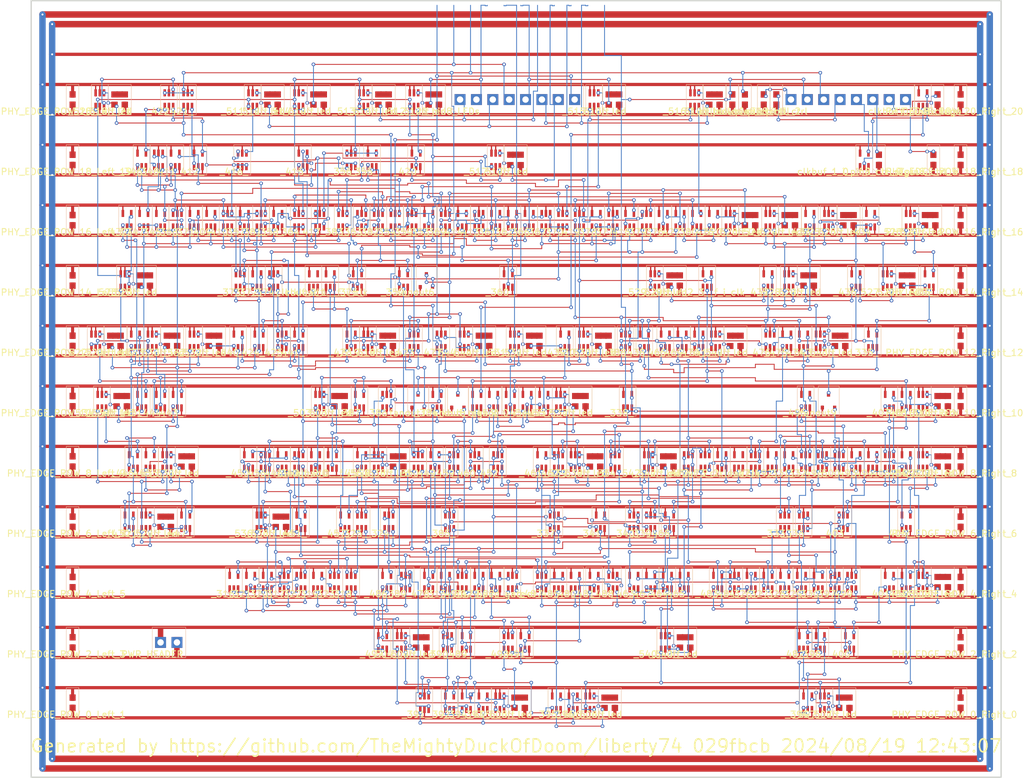
<source format=kicad_pcb>
(kicad_pcb (version 20240108) (generator "pcbnew") (generator_version "8.0")
  (layers (0 "F.Cu" signal "Metal1") (31 "B.Cu" signal "Metal2") (34 "B.Paste" user) (35 "F.Paste" user) (36 "B.SilkS" user "B.Silkscreen") (37 "F.SilkS" user "F.Silkscreen") (38 "B.Mask" user) (39 "F.Mask" user) (44 "Edge.Cuts" user))
  (net 0 "")
  (net 1 "GND")
  (net 2 "VDD")
  (net 3 "ROLL")
  (net 4 "RST")
  (net 5 "_000_")
  (net 6 "_001_")
  (net 7 "_002_")
  (net 8 "_003_")
  (net 9 "_004_")
  (net 10 "_005_")
  (net 11 "_006_")
  (net 12 "_007_")
  (net 13 "_008_")
  (net 14 "_009_")
  (net 15 "_010_")
  (net 16 "_011_")
  (net 17 "_012_")
  (net 18 "_013_")
  (net 19 "_014_")
  (net 20 "_015_")
  (net 21 "_016_")
  (net 22 "_017_")
  (net 23 "_018_")
  (net 24 "_019_")
  (net 25 "_020_")
  (net 26 "_021_")
  (net 27 "_022_")
  (net 28 "_023_")
  (net 29 "_024_")
  (net 30 "_025_")
  (net 31 "_026_")
  (net 32 "_027_")
  (net 33 "_028_")
  (net 34 "_029_")
  (net 35 "_030_")
  (net 36 "_031_")
  (net 37 "_032_")
  (net 38 "_033_")
  (net 39 "_034_")
  (net 40 "_035_")
  (net 41 "_036_")
  (net 42 "_037_")
  (net 43 "_038_")
  (net 44 "_039_")
  (net 45 "_040_")
  (net 46 "_041_")
  (net 47 "_042_")
  (net 48 "_043_")
  (net 49 "_044_")
  (net 50 "_045_")
  (net 51 "_046_")
  (net 52 "_047_")
  (net 53 "_048_")
  (net 54 "_049_")
  (net 55 "_050_")
  (net 56 "_051_")
  (net 57 "_052_")
  (net 58 "_053_")
  (net 59 "_054_")
  (net 60 "_055_")
  (net 61 "_056_")
  (net 62 "_057_")
  (net 63 "_058_")
  (net 64 "_059_")
  (net 65 "_060_")
  (net 66 "_061_")
  (net 67 "_062_")
  (net 68 "_063_")
  (net 69 "_064_")
  (net 70 "_065_")
  (net 71 "_066_")
  (net 72 "_067_")
  (net 73 "_068_")
  (net 74 "_069_")
  (net 75 "_070_")
  (net 76 "_071_")
  (net 77 "_072_")
  (net 78 "_073_")
  (net 79 "_074_")
  (net 80 "_077_")
  (net 81 "_078_")
  (net 82 "_079_")
  (net 83 "_080_")
  (net 84 "_082_")
  (net 85 "_084_")
  (net 86 "_085_")
  (net 87 "_086_")
  (net 88 "_087_")
  (net 89 "_088_")
  (net 90 "_089_")
  (net 91 "_090_")
  (net 92 "_091_")
  (net 93 "_092_")
  (net 94 "_093_")
  (net 95 "_094_")
  (net 96 "_096_")
  (net 97 "_097_")
  (net 98 "_098_")
  (net 99 "_099_")
  (net 100 "_100_")
  (net 101 "_101_")
  (net 102 "_102_")
  (net 103 "_103_")
  (net 104 "_104_")
  (net 105 "_105_")
  (net 106 "_106_")
  (net 107 "_107_")
  (net 108 "_108_")
  (net 109 "_109_")
  (net 110 "_110_")
  (net 111 "_111_")
  (net 112 "_112_")
  (net 113 "_113_")
  (net 114 "_114_")
  (net 115 "_115_")
  (net 116 "_116_")
  (net 117 "_117_")
  (net 118 "_118_")
  (net 119 "_119_")
  (net 120 "_120_")
  (net 121 "_121_")
  (net 122 "_122_")
  (net 123 "_123_")
  (net 124 "_124_")
  (net 125 "_125_")
  (net 126 "_126_")
  (net 127 "_127_")
  (net 128 "_128_")
  (net 129 "_129_")
  (net 130 "_130_")
  (net 131 "_131_")
  (net 132 "_132_")
  (net 133 "_133_")
  (net 134 "_134_")
  (net 135 "_135_")
  (net 136 "_136_")
  (net 137 "_137_")
  (net 138 "_138_")
  (net 139 "_139_")
  (net 140 "_140_")
  (net 141 "_141_")
  (net 142 "_142_")
  (net 143 "_144_")
  (net 144 "_145_")
  (net 145 "_146_")
  (net 146 "_147_")
  (net 147 "_148_")
  (net 148 "_149_")
  (net 149 "_150_")
  (net 150 "_151_")
  (net 151 "_152_")
  (net 152 "_153_")
  (net 153 "_154_")
  (net 154 "_155_")
  (net 155 "_156_")
  (net 156 "_157_")
  (net 157 "_158_")
  (net 158 "_159_")
  (net 159 "_160_")
  (net 160 "_161_")
  (net 161 "_162_")
  (net 162 "_163_")
  (net 163 "_164_")
  (net 164 "_165_")
  (net 165 "_166_")
  (net 166 "_167_")
  (net 167 "_168_")
  (net 168 "_169_")
  (net 169 "_170_")
  (net 170 "_171_")
  (net 171 "_172_")
  (net 172 "_173_")
  (net 173 "_174_")
  (net 174 "_175_")
  (net 175 "_176_")
  (net 176 "_177_")
  (net 177 "_178_")
  (net 178 "_179_")
  (net 179 "_180_")
  (net 180 "_181_")
  (net 181 "_183_")
  (net 182 "_184_")
  (net 183 "_185_")
  (net 184 "_186_")
  (net 185 "_187_")
  (net 186 "bcd\\[0\\]")
  (net 187 "bcd\\[1\\]")
  (net 188 "bcd\\[2\\]")
  (net 189 "clkdiv\\[0\\]")
  (net 190 "clkdiv\\[1\\]")
  (net 191 "clkdiv\\[2\\]")
  (net 192 "clkdiv\\[3\\]")
  (net 193 "clkdiv\\[4\\]")
  (net 194 "clkdiv\\[5\\]")
  (net 195 "clkdiv\\[6\\]")
  (net 196 "clkdiv\\[7\\]")
  (net 197 "clknet_0_i_clk")
  (net 198 "clknet_0_i_clk_regs")
  (net 199 "clknet_1_0__leaf_i_clk_regs")
  (net 200 "clknet_2_0__leaf_i_clk")
  (net 201 "clknet_2_1__leaf_i_clk")
  (net 202 "clknet_2_2__leaf_i_clk")
  (net 203 "clknet_2_3__leaf_i_clk")
  (net 204 "counter\\[0\\]")
  (net 205 "counter\\[1\\]")
  (net 206 "counter\\[2\\]")
  (net 207 "counter\\[3\\]")
  (net 208 "counter\\[4\\]")
  (net 209 "counter\\[5\\]")
  (net 210 "counter\\[6\\]")
  (net 211 "counter\\[7\\]")
  (net 212 "dp")
  (net 213 "i_clk")
  (net 214 "i_clk_regs")
  (net 215 "lfsr\\[0\\]")
  (net 216 "lfsr\\[10\\]")
  (net 217 "lfsr\\[11\\]")
  (net 218 "lfsr\\[12\\]")
  (net 219 "lfsr\\[13\\]")
  (net 220 "lfsr\\[14\\]")
  (net 221 "lfsr\\[1\\]")
  (net 222 "lfsr\\[2\\]")
  (net 223 "lfsr\\[3\\]")
  (net 224 "lfsr\\[4\\]")
  (net 225 "lfsr\\[5\\]")
  (net 226 "lfsr\\[6\\]")
  (net 227 "lfsr\\[7\\]")
  (net 228 "lfsr\\[8\\]")
  (net 229 "lfsr\\[9\\]")
  (net 230 "net1")
  (net 231 "net2")
  (net 232 "net3")
  (net 233 "net4")
  (net 234 "net5")
  (net 235 "net6")
  (net 236 "net7")
  (net 237 "net8")
  (net 238 "net9")
  (net 239 "segments\\[0\\]")
  (net 240 "segments\\[1\\]")
  (net 241 "segments\\[2\\]")
  (net 242 "segments\\[3\\]")
  (net 243 "segments\\[4\\]")
  (net 244 "segments\\[5\\]")
  (net 245 "segments\\[6\\]")
  (net 246 "_502__a_and")
  (footprint "liberty74:NOR3_74LVC1G27_N" (layer "F.Cu") (at 67.925 -84.24)
    (property "Reference" "_413_")
    (property "Value" "NOR3_74LVC1G27")
  )
  (footprint "liberty74:AND3_74LVC1G11_N" (layer "F.Cu") (at 89.05 -46.8)
    (property "Reference" "_334_")
    (property "Value" "AND3_74LVC1G11")
  )
  (footprint "liberty74:AND2_74LVC1G08_N" (layer "F.Cu") (at 22.425 -37.44)
    (property "Reference" "_447_")
    (property "Value" "AND2_74LVC1G08")
  )
  (footprint "liberty74:NAND3_74LVC1G10_N" (layer "F.Cu") (at 91.975 -37.44)
    (property "Reference" "_340_")
    (property "Value" "NAND3_74LVC1G10")
  )
  (footprint "liberty74:AND2_74LVC1G08_N" (layer "F.Cu") (at 134.225 -28.08)
    (property "Reference" "_402_")
    (property "Value" "AND2_74LVC1G08")
  )
  (footprint "liberty74:PINOUT_8_N" (layer "F.Cu") (at 116.35 -102.96)
    (property "Reference" "i_pin8_ctrl")
    (property "Value" "PINOUT_8")
  )
  (footprint "liberty74:NOR2_74LVC1G02_N" (layer "F.Cu") (at 49.4 -56.16)
    (property "Reference" "_387_")
    (property "Value" "NOR2_74LVC1G02")
  )
  (footprint "liberty74:OR2_74LVC1G32_N" (layer "F.Cu") (at 15.925 -84.24)
    (property "Reference" "_347_")
    (property "Value" "OR2_74LVC1G32")
  )
  (footprint "liberty74:OR2_74LVC1G32_N" (layer "F.Cu") (at 119.275 -84.24)
    (property "Reference" "_433_")
    (property "Value" "OR2_74LVC1G32")
  )
  (footprint "liberty74:AND3_74LVC1G11_N" (layer "F.Cu") (at 80.275 -46.8)
    (property "Reference" "_462_")
    (property "Value" "AND3_74LVC1G11")
  )
  (footprint "liberty74:BUF_74LVC1G125_N" (layer "F.Cu") (at 45.175 -46.8)
    (property "Reference" "clkbuf_2_0__f_i_clk")
    (property "Value" "BUF_74LVC1G125")
  )
  (footprint "liberty74:AND3_74LVC1G11_N" (layer "F.Cu") (at 103.025 -46.8)
    (property "Reference" "_473_")
    (property "Value" "AND3_74LVC1G11")
  )
  (footprint "liberty74:BUF_74LVC1G125_N" (layer "F.Cu") (at 103.35 -74.88)
    (property "Reference" "clkbuf_2_3__f_i_clk")
    (property "Value" "BUF_74LVC1G125")
  )
  (footprint "liberty74:DFF_74LVC1G175_N" (layer "F.Cu") (at 85.15 -9.36)
    (property "Reference" "_506__dff")
    (property "Value" "DFF_74LVC1G175")
  )
  (footprint "liberty74:INV_74LVC1G04_N" (layer "F.Cu") (at 26.325 -84.24)
    (property "Reference" "_409_")
    (property "Value" "INV_74LVC1G04")
  )
  (footprint "liberty74:DFF_74LVC1G175_N" (layer "F.Cu") (at 136.825 -56.16)
    (property "Reference" "_510__dff")
    (property "Value" "DFF_74LVC1G175")
  )
  (footprint "liberty74:BUF_74LVC1G125_N" (layer "F.Cu") (at 72.8 -56.16)
    (property "Reference" "clkbuf_0_i_clk")
    (property "Value" "BUF_74LVC1G125")
  )
  (footprint "liberty74:MUX2_74LVC1G157_N" (layer "F.Cu") (at 40.3 -28.08)
    (property "Reference" "_322_")
    (property "Value" "MUX2_74LVC1G157")
  )
  (footprint "liberty74:NAND3_74LVC1G10_N" (layer "F.Cu") (at 45.5 -28.08)
    (property "Reference" "_323_")
    (property "Value" "NAND3_74LVC1G10")
  )
  (footprint "liberty74:Led_Res_0603_N" (layer "F.Cu") (at 123.5 -65.52)
    (property "Reference" "_543__led")
    (property "Value" "Led_Res_0603")
  )
  (footprint "liberty74:AO21_74LVC1G0832_N" (layer "F.Cu") (at 100.425 -46.8)
    (property "Reference" "_472_")
    (property "Value" "AO21_74LVC1G0832")
  )
  (footprint "liberty74:PWR_CAP_N" (layer "F.Cu") (at 5.2 -9.36)
    (property "Reference" "PHY_EDGE_ROW_0_Left_1")
    (property "Value" "PWR_CAP")
  )
  (footprint "liberty74:DFF_74LVC1G175_N" (layer "F.Cu") (at 8.45 -65.52)
    (property "Reference" "_522__dff")
    (property "Value" "DFF_74LVC1G175")
  )
  (footprint "liberty74:XOR2_74LVC1G86_N" (layer "F.Cu") (at 30.55 -65.52)
    (property "Reference" "_440_")
    (property "Value" "XOR2_74LVC1G86")
  )
  (footprint "liberty74:OR2_74LVC1G32_N" (layer "F.Cu") (at 102.05 -65.52)
    (property "Reference" "_470_")
    (property "Value" "OR2_74LVC1G32")
  )
  (footprint "liberty74:TIE_LO_N" (layer "F.Cu") (at 138.775 -93.6)
    (property "Reference" "i_pin8_ctrl_5")
    (property "Value" "TIE_LO")
  )
  (footprint "liberty74:AND2_74LVC1G08_N" (layer "F.Cu") (at 35.1 -28.08)
    (property "Reference" "_320_")
    (property "Value" "AND2_74LVC1G08")
  )
  (footprint "liberty74:NOR2_74LVC1G02_N" (layer "F.Cu") (at 101.725 -84.24)
    (property "Reference" "_380_")
    (property "Value" "NOR2_74LVC1G02")
  )
  (footprint "liberty74:XOR2_74LVC1G86_N" (layer "F.Cu") (at 120.9 -18.72)
    (property "Reference" "_398_")
    (property "Value" "XOR2_74LVC1G86")
  )
  (footprint "liberty74:NOR3_74LVC1G27_N" (layer "F.Cu") (at 62.725 -84.24)
    (property "Reference" "_369_")
    (property "Value" "NOR3_74LVC1G27")
  )
  (footprint "liberty74:Led_Res_0603_N" (layer "F.Cu") (at 15.6 -74.88)
    (property "Reference" "_523__led")
    (property "Value" "Led_Res_0603")
  )
  (footprint "liberty74:XOR2_74LVC1G86_N" (layer "F.Cu") (at 126.425 -46.8)
    (property "Reference" "_493_")
    (property "Value" "XOR2_74LVC1G86")
  )
  (footprint "liberty74:NOR2_74LVC1G02_N" (layer "F.Cu") (at 24.375 -93.6)
    (property "Reference" "_412_")
    (property "Value" "NOR2_74LVC1G02")
  )
  (footprint "liberty74:NAND2_74LVC1G00_N" (layer "F.Cu") (at 18.525 -84.24)
    (property "Reference" "_345_")
    (property "Value" "NAND2_74LVC1G00")
  )
  (footprint "liberty74:AND3_74LVC1G11_N" (layer "F.Cu") (at 57.525 -84.24)
    (property "Reference" "_359_")
    (property "Value" "AND3_74LVC1G11")
  )
  (footprint "liberty74:INV_74LVC1G04_N" (layer "F.Cu") (at 118.3 -65.52)
    (property "Reference" "_474_")
    (property "Value" "INV_74LVC1G04")
  )
  (footprint "liberty74:INV_74LVC1G04_N" (layer "F.Cu") (at 80.275 -28.08)
    (property "Reference" "_485_")
    (property "Value" "INV_74LVC1G04")
  )
  (footprint "liberty74:Led_Res_0603_N" (layer "F.Cu") (at 11.7 -102.96)
    (property "Reference" "_518__led")
    (property "Value" "Led_Res_0603")
  )
  (footprint "liberty74:NOR3_74LVC1G27_N" (layer "F.Cu") (at 49.725 -84.24)
    (property "Reference" "_363_")
    (property "Value" "NOR3_74LVC1G27")
  )
  (footprint "liberty74:NOR2_74LVC1G02_N" (layer "F.Cu") (at 125.45 -18.72)
    (property "Reference" "_400_")
    (property "Value" "NOR2_74LVC1G02")
  )
  (footprint "liberty74:OR2_74LVC1G32_N" (layer "F.Cu") (at 110.175 -28.08)
    (property "Reference" "_326_")
    (property "Value" "OR2_74LVC1G32")
  )
  (footprint "liberty74:DFF_74LVC1G175_N" (layer "F.Cu") (at 16.25 -37.44)
    (property "Reference" "_521__dff")
    (property "Value" "DFF_74LVC1G175")
  )
  (footprint "liberty74:DFF_74LVC1G175_N" (layer "F.Cu") (at 136.825 -46.8)
    (property "Reference" "_509__dff")
    (property "Value" "DFF_74LVC1G175")
  )
  (footprint "liberty74:DFF_74LVC1G175_N" (layer "F.Cu") (at 34.125 -37.44)
    (property "Reference" "_536__dff")
    (property "Value" "DFF_74LVC1G175")
  )
  (footprint "liberty74:AND2_74LVC1G08_N" (layer "F.Cu") (at 40.3 -37.44)
    (property "Reference" "_451_")
    (property "Value" "AND2_74LVC1G08")
  )
  (footprint "liberty74:AO21_74LVC1G0832_N" (layer "F.Cu") (at 31.2 -93.6)
    (property "Reference" "_416_")
    (property "Value" "AO21_74LVC1G0832")
  )
  (footprint "liberty74:TIE_LO_N" (layer "F.Cu") (at 112.45 -102.96)
    (property "Reference" "i_pin8_ctrl_1")
    (property "Value" "TIE_LO")
  )
  (footprint "liberty74:PWR_CAP_N" (layer "F.Cu") (at 143 -56.16)
    (property "Reference" "PHY_EDGE_ROW_10_Right_10")
    (property "Value" "PWR_CAP")
  )
  (footprint "liberty74:PWR_CAP_N" (layer "F.Cu") (at 143 -65.52)
    (property "Reference" "PHY_EDGE_ROW_12_Right_12")
    (property "Value" "PWR_CAP")
  )
  (footprint "liberty74:PWR_HEADER_N" (layer "F.Cu") (at 18.525 -18.72)
    (property "Reference" "PWR_HEADER")
    (property "Value" "PWR_HEADER")
  )
  (footprint "liberty74:NAND3_74LVC1G10_N" (layer "F.Cu") (at 124.475 -37.44)
    (property "Reference" "_403_")
    (property "Value" "NAND3_74LVC1G10")
  )
  (footprint "liberty74:AND3_74LVC1G11_N" (layer "F.Cu") (at 63.375 -37.44)
    (property "Reference" "_385_")
    (property "Value" "AND3_74LVC1G11")
  )
  (footprint "liberty74:PWR_CAP_N" (layer "F.Cu") (at 5.2 -102.96)
    (property "Reference" "PHY_EDGE_ROW_20_Left_21")
    (property "Value" "PWR_CAP")
  )
  (footprint "liberty74:TIE_LO_N" (layer "F.Cu") (at 130.325 -93.6)
    (property "Reference" "i_pin8_ctrl_3")
    (property "Value" "TIE_LO")
  )
  (footprint "liberty74:Led_Res_0603_N" (layer "F.Cu") (at 73.775 -9.36)
    (property "Reference" "_505__led")
    (property "Value" "Led_Res_0603")
  )
  (footprint "liberty74:AND2_74LVC1G08_N" (layer "F.Cu") (at 134.225 -37.44)
    (property "Reference" "_405_")
    (property "Value" "AND2_74LVC1G08")
  )
  (footprint "liberty74:OR2_74LVC1G32_N" (layer "F.Cu") (at 48.1 -65.52)
    (property "Reference" "_426_")
    (property "Value" "OR2_74LVC1G32")
  )
  (footprint "liberty74:INV_74LVC1G04_N" (layer "F.Cu") (at 29.9 -28.08)
    (property "Reference" "_316_")
    (property "Value" "INV_74LVC1G04")
  )
  (footprint "liberty74:NOR3_74LVC1G27_N" (layer "F.Cu") (at 78.325 -84.24)
    (property "Reference" "_367_")
    (property "Value" "NOR3_74LVC1G27")
  )
  (footprint "liberty74:OR2_74LVC1G32_N" (layer "F.Cu") (at 33.475 -74.88)
    (property "Reference" "_372_")
    (property "Value" "OR2_74LVC1G32")
  )
  (footprint "liberty74:DFF_74LVC1G175_N" (layer "F.Cu") (at 84.175 -65.52)
    (property "Reference" "_530__dff")
    (property "Value" "DFF_74LVC1G175")
  )
  (footprint "liberty74:NAND3_74LVC1G10_N" (layer "F.Cu") (at 28.925 -84.24)
    (property "Reference" "_410_")
    (property "Value" "NAND3_74LVC1G10")
  )
  (footprint "liberty74:Led_Res_0603_N" (layer "F.Cu") (at 26.325 -65.52)
    (property "Reference" "_532__led")
    (property "Value" "Led_Res_0603")
  )
  (footprint "liberty74:OR2_74LVC1G32_N" (layer "F.Cu") (at 75.4 -56.16)
    (property "Reference" "_454_")
    (property "Value" "OR2_74LVC1G32")
  )
  (footprint "liberty74:BUF_74LVC1G125_N" (layer "F.Cu") (at 108.225 -46.8)
    (property "Reference" "clkload2")
    (property "Value" "BUF_74LVC1G125")
  )
  (footprint "liberty74:NAND3_74LVC1G10_N" (layer "F.Cu") (at 58.5 -46.8)
    (property "Reference" "_350_")
    (property "Value" "NAND3_74LVC1G10")
  )
  (footprint "liberty74:AND2_74LVC1G08_N" (layer "F.Cu") (at 78 -56.16)
    (property "Reference" "_455_")
    (property "Value" "AND2_74LVC1G08")
  )
  (footprint "liberty74:AND2_74LVC1G08_N" (layer "F.Cu") (at 67.925 -28.08)
    (property "Reference" "_479_")
    (property "Value" "AND2_74LVC1G08")
  )
  (footprint "liberty74:AND3_74LVC1G11_N" (layer "F.Cu") (at 39.975 -46.8)
    (property "Reference" "_342_")
    (property "Value" "AND3_74LVC1G11")
  )
  (footprint "liberty74:PWR_CAP_N" (layer "F.Cu") (at 143 -93.6)
    (property "Reference" "PHY_EDGE_ROW_18_Right_18")
    (property "Value" "PWR_CAP")
  )
  (footprint "liberty74:DFF_74LVC1G175_N" (layer "F.Cu") (at 70.525 -93.6)
    (property "Reference" "_517__dff")
    (property "Value" "DFF_74LVC1G175")
  )
  (footprint "liberty74:OR2_74LVC1G32_N" (layer "F.Cu") (at 36.725 -84.24)
    (property "Reference" "_358_")
    (property "Value" "OR2_74LVC1G32")
  )
  (footprint "liberty74:Led_Res_0603_N" (layer "F.Cu") (at 11.05 -65.52)
    (property "Reference" "_522__led")
    (property "Value" "Led_Res_0603")
  )
  (footprint "liberty74:INV_74LVC1G04_N" (layer "F.Cu") (at 65.975 -18.72)
    (property "Reference" "_489_")
    (property "Value" "INV_74LVC1G04")
  )
  (footprint "liberty74:PWR_CAP_N" (layer "F.Cu") (at 143 -102.96)
    (property "Reference" "PHY_EDGE_ROW_20_Right_20")
    (property "Value" "PWR_CAP")
  )
  (footprint "liberty74:AO21_74LVC1G0832_N" (layer "F.Cu") (at 107.575 -28.08)
    (property "Reference" "_484_")
    (property "Value" "AO21_74LVC1G0832")
  )
  (footprint "liberty74:PWR_CAP_N" (layer "F.Cu") (at 143 -37.44)
    (property "Reference" "PHY_EDGE_ROW_6_Right_6")
    (property "Value" "PWR_CAP")
  )
  (footprint "liberty74:Led_Res_0603_N" (layer "F.Cu") (at 104 -102.96)
    (property "Reference" "_516__led")
    (property "Value" "Led_Res_0603")
  )
  (footprint "liberty74:Led_Res_0603_N" (layer "F.Cu") (at 52.65 -102.96)
    (property "Reference" "_513__led")
    (property "Value" "Led_Res_0603")
  )
  (footprint "liberty74:XOR2_74LVC1G86_N" (layer "F.Cu") (at 99.45 -65.52)
    (property "Reference" "_469_")
    (property "Value" "XOR2_74LVC1G86")
  )
  (footprint "liberty74:AO21_74LVC1G0832_N" (layer "F.Cu") (at 36.075 -74.88)
    (property "Reference" "_374_")
    (property "Value" "AO21_74LVC1G0832")
  )
  (footprint "liberty74:NOR2_74LVC1G02_N" (layer "F.Cu") (at 51.35 -93.6)
    (property "Reference" "_355_")
    (property "Value" "NOR2_74LVC1G02")
  )
  (footprint "liberty74:DFF_74LVC1G175_N" (layer "F.Cu") (at 50.05 -102.96)
    (property "Reference" "_513__dff")
    (property "Value" "DFF_74LVC1G175")
  )
  (footprint "liberty74:OR3_74LVC1G332_N" (layer "F.Cu") (at 34.125 -84.24)
    (property "Reference" "_381_")
    (property "Value" "OR3_74LVC1G332")
  )
  (footprint "liberty74:DFF_74LVC1G175_N" (layer "F.Cu") (at 82.875 -46.8)
    (property "Reference" "_539__dff")
    (property "Value" "DFF_74LVC1G175")
  )
  (footprint "liberty74:TIE_LO_N" (layer "F.Cu") (at 114.4 -102.96)
    (property "Reference" "i_pin8_ctrl_2")
    (property "Value" "TIE_LO")
  )
  (footprint "liberty74:NOR3_74LVC1G27_N" (layer "F.Cu") (at 79.625 -37.44)
    (property "Reference" "_337_")
    (property "Value" "NOR3_74LVC1G27")
  )
  (footprint "liberty74:AND2_74LVC1G08_N" (layer "F.Cu") (at 52.975 -18.72)
    (property "Reference" "_497_")
    (property "Value" "AND2_74LVC1G08")
  )
  (footprint "liberty74:Led_Res_0603_N" (layer "F.Cu") (at 96.85 -46.8)
    (property "Reference" "_542__led")
    (property "Value" "Led_Res_0603")
  )
  (footprint "liberty74:INV_74LVC1G04_N" (layer "F.Cu") (at 91 -56.16)
    (property "Reference" "_338_")
    (property "Value" "INV_74LVC1G04")
  )
  (footprint "liberty74:Led_Res_0603_N" (layer "F.Cu") (at 42.575 -102.96)
    (property "Reference" "_514__led")
    (property "Value" "Led_Res_0603")
  )
  (footprint "liberty74:DFF_74LVC1G175_N" (layer "F.Cu") (at 106.925 -84.24)
    (property "Reference" "_520__dff")
    (property "Value" "DFF_74LVC1G175")
  )
  (footprint "liberty74:XOR2_74LVC1G86_N" (layer "F.Cu") (at 115.7 -65.52)
    (property "Reference" "_475_")
    (property "Value" "XOR2_74LVC1G86")
  )
  (footprint "liberty74:DFF_74LVC1G175_N" (layer "F.Cu") (at 23.725 -65.52)
    (property "Reference" "_532__dff")
    (property "Value" "DFF_74LVC1G175")
  )
  (footprint "liberty74:DFF_74LVC1G175_N" (layer "F.Cu") (at 94.25 -46.8)
    (property "Reference" "_542__dff")
    (property "Value" "DFF_74LVC1G175")
  )
  (footprint "liberty74:Led_Res_0603_N" (layer "F.Cu") (at 124.8 -84.24)
    (property "Reference" "_525__led")
    (property "Value" "Led_Res_0603")
  )
  (footprint "liberty74:PWR_CAP_N" (layer "F.Cu") (at 143 -28.08)
    (property "Reference" "PHY_EDGE_ROW_4_Right_4")
    (property "Value" "PWR_CAP")
  )
  (footprint "liberty74:PWR_CAP_N" (layer "F.Cu") (at 143 -18.72)
    (property "Reference" "PHY_EDGE_ROW_2_Right_2")
    (property "Value" "PWR_CAP")
  )
  (footprint "liberty74:NOR2_74LVC1G02_N" (layer "F.Cu") (at 20.8 -93.6)
    (property "Reference" "_411_")
    (property "Value" "NOR2_74LVC1G02")
  )
  (footprint "liberty74:MUX2_74LVC1G157_N" (layer "F.Cu") (at 21.125 -84.24)
    (property "Reference" "_368_")
    (property "Value" "MUX2_74LVC1G157")
  )
  (footprint "liberty74:NOR2_74LVC1G02_N" (layer "F.Cu") (at 120.575 -28.08)
    (property "Reference" "_330_")
    (property "Value" "NOR2_74LVC1G02")
  )
  (footprint "liberty74:AND2_74LVC1G08_N" (layer "F.Cu") (at 134.225 -56.16)
    (property "Reference" "_408_")
    (property "Value" "AND2_74LVC1G08")
  )
  (footprint "liberty74:PWR_CAP_N" (layer "F.Cu") (at 5.2 -65.52)
    (property "Reference" "PHY_EDGE_ROW_12_Left_13")
    (property "Value" "PWR_CAP")
  )
  (footprint "liberty74:AND3_74LVC1G11_N" (layer "F.Cu") (at 93.925 -84.24)
    (property "Reference" "_379_")
    (property "Value" "AND3_74LVC1G11")
  )
  (footprint "liberty74:AND3_74LVC1G11_N" (layer "F.Cu") (at 94.575 -37.44)
    (property "Reference" "_339_")
    (property "Value" "AND3_74LVC1G11")
  )
  (footprint "liberty74:AO21_74LVC1G0832_N" (layer "F.Cu") (at 19.825 -102.96)
    (property "Reference" "_422_")
    (property "Value" "AO21_74LVC1G0832")
  )
  (footprint "liberty74:Led_Res_0603_N" (layer "F.Cu") (at 86.775 -65.52)
    (property "Reference" "_530__led")
    (property "Value" "Led_Res_0603")
  )
  (footprint "liberty74:AND2_74LVC1G08_N" (layer "F.Cu") (at 37.375 -46.8)
    (property "Reference" "_448_")
    (property "Value" "AND2_74LVC1G08")
  )
  (footprint "liberty74:XOR2_74LVC1G86_N" (layer "F.Cu") (at 117.975 -28.08)
    (property "Reference" "_329_")
    (property "Value" "XOR2_74LVC1G86")
  )
  (footprint "liberty74:AND2_74LVC1G08_N" (layer "F.Cu") (at 14.3 -46.8)
    (property "Reference" "_446_")
    (property "Value" "AND2_74LVC1G08")
  )
  (footprint "liberty74:Led_Res_0603_N" (layer "F.Cu") (at 97.825 -74.88)
    (property "Reference" "_529__led")
    (property "Value" "Led_Res_0603")
  )
  (footprint "liberty74:PWR_CAP_N" (layer "F.Cu") (at 5.2 -18.72)
    (property "Reference" "PHY_EDGE_ROW_2_Left_3")
    (property "Value" "PWR_CAP")
  )
  (footprint "liberty74:XOR2_74LVC1G86_N" (layer "F.Cu") (at 131.625 -56.16)
    (property "Reference" "_407_")
    (property "Value" "XOR2_74LVC1G86")
  )
  (footprint "liberty74:INV_74LVC1G04_N" (layer "F.Cu") (at 60.125 -28.08)
    (property "Reference" "_478_")
    (property "Value" "INV_74LVC1G04")
  )
  (footprint "liberty74:DFF_74LVC1G175_N" (layer "F.Cu") (at 39.975 -102.96)
    (property "Reference" "_514__dff")
    (property "Value" "DFF_74LVC1G175")
  )
  (footprint "liberty74:Led_Res_0603_N" (layer "F.Cu") (at 99.45 -18.72)
    (property "Reference" "_540__led")
    (property "Value" "Led_Res_0603")
  )
  (footprint "liberty74:AND2_74LVC1G08_N" (layer "F.Cu") (at 81.25 -65.52)
    (property "Reference" "_439_")
    (property "Value" "AND2_74LVC1G08")
  )
  (footprint "liberty74:Led_Res_0603_N" (layer "F.Cu") (at 133.9 -74.88)
    (property "Reference" "_527__led")
    (property "Value" "Led_Res_0603")
  )
  (footprint "liberty74:AND2_74LVC1G08_N" (layer "F.Cu") (at 91.975 -28.08)
    (property "Reference" "_463_")
    (property "Value" "AND2_74LVC1G08")
  )
  (footprint "liberty74:DFF_74LVC1G175_N" (layer "F.Cu") (at 121.55 -9.36)
    (property "Reference" "_507__dff")
    (property "Value" "DFF_74LVC1G175")
  )
  (footprint "liberty74:NAND3_74LVC1G10_N" (layer "F.Cu") (at 63.05 -18.72)
    (property "Reference" "_390_")
    (property "Value" "NAND3_74LVC1G10")
  )
  (footprint "liberty74:XOR2_74LVC1G86_N" (layer "F.Cu") (at 118.625 -56.16)
    (property "Reference" "_495_")
    (property "Value" "XOR2_74LVC1G86")
  )
  (footprint "liberty74:AND2_74LVC1G08_N" (layer "F.Cu") (at 14.625 -65.52)
    (property "Reference" "_442_")
    (property "Value" "AND2_74LVC1G08")
  )
  (footprint "liberty74:XOR2_74LVC1G86_N" (layer "F.Cu") (at 77.675 -46.8)
    (property "Reference" "_461_")
    (property "Value" "XOR2_74LVC1G86")
  )
  (footprint "liberty74:INV_74LVC1G04_N" (layer "F.Cu") (at 115.375 -28.08)
    (property "Reference" "_328_")
    (property "Value" "INV_74LVC1G04")
  )
  (footprint "liberty74:NOR3_74LVC1G27_N" (layer "F.Cu") (at 115.375 -37.44)
    (property "Reference" "_333_")
    (property "Value" "NOR3_74LVC1G27")
  )
  (footprint "liberty74:DFF_74LVC1G175_N" (layer "F.Cu") (at 13 -74.88)
    (property "Reference" "_523__dff")
    (property "Value" "DFF_74LVC1G175")
  )
  (footprint "liberty74:OR3_74LVC1G332_N" (layer "F.Cu") (at 53.95 -37.44)
    (property "Reference" "_324_")
    (property "Value" "OR3_74LVC1G332")
  )
  (footprint "liberty74:INV_74LVC1G04_N" (layer "F.Cu") (at 129.025 -65.52)
    (property "Reference" "_335_")
    (property "Value" "INV_74LVC1G04")
  )
  (footprint "liberty74:INV_74LVC1G04_N" (layer "F.Cu") (at 129.025 -46.8)
    (property "Reference" "_494_")
    (property "Value" "INV_74LVC1G04")
  )
  (footprint "liberty74:Led_Res_0603_N" (layer "F.Cu") (at 35.425 -102.96)
    (property "Reference" "_511__led")
    (property "Value" "Led_Res_0603")
  )
  (footprint "liberty74:XOR2_74LVC1G86_N" (layer "F.Cu") (at 134.225 -46.8)
    (property "Reference" "_404_")
    (property "Value" "XOR2_74LVC1G86")
  )
  (footprint "liberty74:NAND2_74LVC1G00_N" (layer "F.Cu") (at 91.325 -84.24)
    (property "Reference" "_418_")
    (property "Value" "NAND2_74LVC1G00")
  )
  (footprint "liberty74:DFF_74LVC1G175_N" (layer "F.Cu") (at 19.5 -46.8)
    (property "Reference" "_535__dff")
    (property "Value" "DFF_74LVC1G175")
  )
  (footprint "liberty74:DS9809PRSS3_N" (layer "F.Cu") (at 58.175 -56.16)
    (property "Reference" "fanout7")
    (property "Value" "DS9809PRSS3")
  )
  (footprint "liberty74:XOR2_74LVC1G86_N" (layer "F.Cu") (at 21.125 -56.16)
    (property "Reference" "_443_")
    (property "Value" "XOR2_74LVC1G86")
  )
  (footprint "liberty74:DFF_74LVC1G175_N" (layer "F.Cu") (at 113.1 -84.24)
    (property "Reference" "_524__dff")
    (property "Value" "DFF_74LVC1G175")
  )
  (footprint "liberty74:DFF_74LVC1G175_N" (layer "F.Cu") (at 80.6 -56.16)
    (property "Reference" "_537__dff")
    (property "Value" "DFF_74LVC1G175")
  )
  (footprint "liberty74:AO21_74LVC1G0832_N" (layer "F.Cu") (at 65.325 -28.08)
    (property "Reference" "_490_")
    (property "Value" "AO21_74LVC1G0832")
  )
  (footprint "liberty74:DFF_74LVC1G175_N" (layer "F.Cu") (at 122.2 -84.24)
    (property "Reference" "_525__dff")
    (property "Value" "DFF_74LVC1G175")
  )
  (footprint "liberty74:AND3_74LVC1G11_N" (layer "F.Cu") (at 125.775 -28.08)
    (property "Reference" "_499_")
    (property "Value" "AND3_74LVC1G11")
  )
  (footprint "liberty74:NAND2_74LVC1G00_N" (layer "F.Cu") (at 15.6 -93.6)
    (property "Reference" "_346_")
    (property "Value" "NAND2_74LVC1G00")
  )
  (footprint "liberty74:DFF_74LVC1G175_N" (layer "F.Cu") (at 9.425 -56.16)
    (property "Reference" "_534__dff")
    (property "Value" "DFF_74LVC1G175")
  )
  (footprint "liberty74:INV_74LVC1G04_N" (layer "F.Cu") (at 118.3 -18.72)
    (property "Reference" "_482_")
    (property "Value" "INV_74LVC1G04")
  )
  (footprint "liberty74:Led_Res_0603_N" (layer "F.Cu") (at 54.925 -46.8)
    (property "Reference" "_538__led")
    (property "Value" "Led_Res_0603")
  )
  (footprint "liberty74:AND3_74LVC1G11_N" (layer "F.Cu") (at 72.475 -18.72)
    (property "Reference" "_498_")
    (property "Value" "AND3_74LVC1G11")
  )
  (footprint "liberty74:BUF_74LVC1G125_N" (layer "F.Cu") (at 42.25 -74.88)
    (property "Reference" "clkload1")
    (property "Value" "BUF_74LVC1G125")
  )
  (footprint "liberty74:XOR2_74LVC1G86_N" (layer "F.Cu") (at 31.525 -84.24)
    (property "Reference" "_357_")
    (property "Value" "XOR2_74LVC1G86")
  )
  (footprint "liberty74:AND2_74LVC1G08_N" (layer "F.Cu") (at 18.525 -56.16)
    (property "Reference" "_444_")
    (property "Value" "AND2_74LVC1G08")
  )
  (footprint "liberty74:AND3_74LVC1G11_N" (layer "F.Cu") (at 64.025 -46.8)
    (property "Reference" "_459_")
    (property "Value" "AND3_74LVC1G11")
  )
  (footprint "liberty74:AND2_74LVC1G08_N" (layer "F.Cu") (at 75.725 -84.24)
    (property "Reference" "_366_")
    (property "Value" "AND2_74LVC1G08")
  )
  (footprint "liberty74:AND2_74LVC1G08_N" (layer "F.Cu") (at 13.325 -84.24)
    (property "Reference" "_432_")
    (property "Value" "AND2_74LVC1G08")
  )
  (footprint "liberty74:AND2_74LVC1G08_N" (layer "F.Cu") (at 96.85 -65.52)
    (property "Reference" "_466_")
    (property "Value" "AND2_74LVC1G08")
  )
  (footprint "liberty74:PWR_CAP_N" (layer "F.Cu") (at 5.2 -74.88)
    (property "Reference" "PHY_EDGE_ROW_14_Left_15")
    (property "Value" "PWR_CAP")
  )
  (footprint "liberty74:PINOUT_8_N" (layer "F.Cu") (at 65 -102.96)
    (property "Reference" "i_pin8_LEDs")
    (property "Value" "PINOUT_8")
  )
  (footprint "liberty74:Led_Res_0603_N" (layer "F.Cu") (at 139.425 -28.08)
    (property "Reference" "_508__led")
    (property "Value" "Led_Res_0603")
  )
  (footprint "liberty74:AND2_74LVC1G08_N" (layer "F.Cu") (at 118.95 -9.36)
    (property "Reference" "_399_")
    (property "Value" "AND2_74LVC1G08")
  )
  (footprint "liberty74:DS9809PRSS3_N" (layer "F.Cu") (at 64.35 -56.16)
    (property "Reference" "fanout8")
    (property "Value" "DS9809PRSS3")
  )
  (footprint "liberty74:AND2_74LVC1G08_N" (layer "F.Cu") (at 94.575 -28.08)
    (property "Reference" "_467_")
    (property "Value" "AND2_74LVC1G08")
  )
  (footprint "liberty74:NAND3_74LVC1G10_N" (layer "F.Cu") (at 30.875 -74.88)
    (property "Reference" "_373_")
    (property "Value" "NAND3_74LVC1G10")
  )
  (footprint "liberty74:Led_Res_0603_N" (layer "F.Cu") (at 139.425 -46.8)
    (property "Reference" "_509__led")
    (property "Value" "Led_Res_0603")
  )
  (footprint "liberty74:AO21_74LVC1G0832_N" (layer "F.Cu") (at 88.725 -84.24)
    (property "Reference" "_377_")
    (property "Value" "AO21_74LVC1G0832")
  )
  (footprint "liberty74:Led_Res_0603_N" (layer "F.Cu") (at 68.25 -65.52)
    (property "Reference" "_544__led")
    (property "Value" "Led_Res_0603")
  )
  (footprint "liberty74:DFF_74LVC1G175_N" (layer "F.Cu") (at 101.4 -102.96)
    (property "Reference" "_516__dff")
    (property "Value" "DFF_74LVC1G175")
  )
  (footprint "liberty74:AND2_74LVC1G08_N" (layer "F.Cu") (at 61.1 -46.8)
    (property "Reference" "_449_")
    (property "Value" "AND2_74LVC1G08")
  )
  (footprint "liberty74:DFF_74LVC1G175_N" (layer "F.Cu") (at 136.825 -28.08)
    (property "Reference" "_508__dff")
    (property "Value" "DFF_74LVC1G175")
  )
  (footprint "liberty74:MUX2_74LVC1G157_N" (layer "F.Cu") (at 54.925 -84.24)
    (property "Reference" "_354_")
    (property "Value" "MUX2_74LVC1G157")
  )
  (footprint "liberty74:AO21_74LVC1G0832_N" (layer "F.Cu") (at 121.225 -46.8)
    (property "Reference" "_496_")
    (property "Value" "AO21_74LVC1G0832")
  )
  (footprint "liberty74:AND2_74LVC1G08_N" (layer "F.Cu") (at 85.8 -28.08)
    (property "Reference" "_481_")
    (property "Value" "AND2_74LVC1G08")
  )
  (footprint "liberty74:INV_74LVC1G04_N" (layer "F.Cu") (at 96.525 -84.24)
    (property "Reference" "_376_")
    (property "Value" "INV_74LVC1G04")
  )
  (footprint "liberty74:NAND3_74LVC1G10_N" (layer "F.Cu") (at 48.1 -28.08)
    (property "Reference" "_318_")
    (property "Value" "NAND3_74LVC1G10")
  )
  (footprint "liberty74:AND3_74LVC1G11_N" (layer "F.Cu") (at 118.3 -37.44)
    (property "Reference" "_336_")
    (property "Value" "AND3_74LVC1G11")
  )
  (footprint "liberty74:Led_Res_0603_N" (layer "F.Cu") (at 73.125 -93.6)
    (property "Reference" "_517__led")
    (property "Value" "Led_Res_0603")
  )
  (footprint "liberty74:AND3_74LVC1G11_N" (layer "F.Cu") (at 59.475 -9.36)
    (property "Reference" "_391_")
    (property "Value" "AND3_74LVC1G11")
  )
  (footprint "liberty74:AO21_74LVC1G0832_N" (layer "F.Cu") (at 118.625 -46.8)
    (property "Reference" "_332_")
    (property "Value" "AO21_74LVC1G0832")
  )
  (footprint "liberty74:MUX2_74LVC1G157_N" (layer "F.Cu") (at 123.825 -46.8)
    (property "Reference" "_500_")
    (property "Value" "MUX2_74LVC1G157")
  )
  (footprint "liberty74:Led_Res_0603_N" (layer "F.Cu") (at 87.75 -9.36)
    (property "Reference" "_506__led")
    (property "Value" "Led_Res_0603")
  )
  (footprint "liberty74:NOR3_74LVC1G27_N" (layer "F.Cu") (at 52.325 -84.24)
    (property "Reference" "_382_")
    (property "Value" "NOR3_74LVC1G27")
  )
  (footprint "liberty74:NAND3_74LVC1G10_N" (layer "F.Cu") (at 49.725 -37.44)
    (property "Reference" "_325_")
    (property "Value" "NAND3_74LVC1G10")
  )
  (footprint "liberty74:AND3_74LVC1G11_N" (layer "F.Cu") (at 34.775 -46.8)
    (property "Reference" "_456_")
    (property "Value" "AND3_74LVC1G11")
  )
  (footprint "liberty74:PULLDOWN_R0603_N" (layer "F.Cu") (at 107.575 -102.96)
    (property "Reference" "i_pulldown_roll")
    (property "Value" "PULLDOWN_R0603")
  )
  (footprint "liberty74:BUF_74LVC1G125_N" (layer "F.Cu") (at 127.725 -93.6)
    (property "Reference" "clkbuf_1_0__f_i_clk_regs")
    (property "Value" "BUF_74LVC1G125")
  )
  (footprint "liberty74:PWR_CAP_N" (layer "F.Cu") (at 5.2 -93.6)
    (property "Reference" "PHY_EDGE_ROW_18_Left_19")
    (property "Value" "PWR_CAP")
  )
  (footprint "liberty74:OR2_74LVC1G32_N" (layer "F.Cu") (at 15.6 -56.16)
    (property "Reference" "_431_")
    (property "Value" "OR2_74LVC1G32")
  )
  (footprint "liberty74:Led_Res_0603_N" (layer "F.Cu") (at 53.3 -65.52)
    (property "Reference" "_519__led")
    (property "Value" "Led_Res_0603")
  )
  (footprint "liberty74:Led_Res_0603_N" (layer "F.Cu") (at 85.475 -46.8)
    (property "Reference" "_539__led")
    (property "Value" "Led_Res_0603")
  )
  (footprint "liberty74:BUF_74LVC1G125_N" (layer "F.Cu") (at 105.625 -46.8)
    (property "Reference" "clkbuf_2_2__f_i_clk")
    (property "Value" "BUF_74LVC1G125")
  )
  (footprint "liberty74:Led_Res_0603_N" (layer "F.Cu") (at 137.475 -84.24)
    (property "Reference" "_526__led")
    (property "Value" "Led_Res_0603")
  )
  (footprint "liberty74:AO21_74LVC1G0832_N" (layer "F.Cu") (at 62.075 -65.52)
    (property "Reference" "_477_")
    (property "Value" "AO21_74LVC1G0832")
  )
  (footprint "liberty74:AO21_74LVC1G0832_N" (layer "F.Cu") (at 90.675 -65.52)
    (property "Reference" "_388_")
    (property "Value" "AO21_74LVC1G0832")
  )
  (footprint "liberty74:XOR2_74LVC1G86_N" (layer "F.Cu") (at 79.95 -9.36)
    (property "Reference" "_395_")
    (property "Value" "XOR2_74LVC1G86")
  )
  (footprint "liberty74:AND2_74LVC1G08_N" (layer "F.Cu") (at 99.775 -28.08)
    (property "Reference" "_465_")
    (property "Value" "AND2_74LVC1G08")
  )
  (footprint "liberty74:AND2_74LVC1G08_N" (layer "F.Cu") (at 93.6 -65.52)
    (property "Reference" "_438_")
    (property "Value" "AND2_74LVC1G08")
  )
  (footprint "liberty74:TIE_LO_N" (layer "F.Cu") (at 139.425 -102.96)
    (property "Reference" "i_pin8_ctrl_4")
    (property "Value" "TIE_LO")
  )
  (footprint "liberty74:DS9809PRSS3_N" (layer "F.Cu") (at 121.875 -56.16)
    (property "Reference" "fanout9")
    (property "Value" "DS9809PRSS3")
  )
  (footprint "liberty74:Led_Res_0603_N" (layer "F.Cu") (at 18.85 -37.44)
    (property "Reference" "_521__led")
    (property "Value" "Led_Res_0603")
  )
  (footprint "liberty74:XOR2_74LVC1G86_N" (layer "F.Cu") (at 97.175 -28.08)
    (property "Reference" "_464_")
    (property "Value" "XOR2_74LVC1G86")
  )
  (footprint "liberty74:XOR2_74LVC1G86_N" (layer "F.Cu") (at 70.2 -56.16)
    (property "Reference" "_453_")
    (property "Value" "XOR2_74LVC1G86")
  )
  (footprint "liberty74:AND2_74LVC1G08_N" (layer "F.Cu") (at 70.525 -28.08)
    (property "Reference" "_502__and_gate")
    (property "Value" "AND2_74LVC1G08")
  )
  (footprint "liberty74:NOR2_74LVC1G02_N" (layer "F.Cu") (at 32.5 -28.08)
    (property "Reference" "_321_")
    (property "Value" "NOR2_74LVC1G02")
  )
  (footprint "liberty74:BUF_74LVC1G125_N" (layer "F.Cu") (at 136.825 -102.96)
    (property "Reference" "clkbuf_0_i_clk_regs")
    (property "Value" "BUF_74LVC1G125")
  )
  (footprint "liberty74:Led_Res_0603_N" (layer "F.Cu") (at 139.425 -56.16)
    (property "Reference" "_510__led")
    (property "Value" "Led_Res_0603")
  )
  (footprint "liberty74:NAND3_74LVC1G10_N" (layer "F.Cu") (at 43.225 -84.24)
    (property "Reference" "_417_")
    (property "Value" "NAND3_74LVC1G10")
  )
  (footprint "liberty74:INV_74LVC1G04_N" (layer "F.Cu") (at 23.725 -84.24)
    (property "Reference" "_371_")
    (property "Value" "INV_74LVC1G04")
  )
  (footprint "liberty74:DFF_74LVC1G175_N" (layer "F.Cu") (at 9.1 -102.96)
    (property "Reference" "_518__dff")
    (property "Value" "DFF_74LVC1G175")
  )
  (footprint "liberty74:Led_Res_0603_N" (layer "F.Cu") (at 109.525 -84.24)
    (property "Reference" "_520__led")
    (property "Value" "Led_Res_0603")
  )
  (footprint "liberty74:DFF_74LVC1G175_N" (layer "F.Cu") (at 96.85 -18.72)
    (property "Reference" "_540__dff")
    (property "Value" "DFF_74LVC1G175")
  )
  (footprint "liberty74:AND2_74LVC1G08_N" (layer "F.Cu") (at 68.575 -9.36)
    (property "Reference" "_393_")
    (property "Value" "AND2_74LVC1G08")
  )
  (footprint "liberty74:DFF_74LVC1G175_N" (layer "F.Cu") (at 55.9 -18.72)
    (property "Reference" "_504__dff")
    (property "Value" "DFF_74LVC1G175")
  )
  (footprint "liberty74:PWR_CAP_N" (layer "F.Cu") (at 5.2 -56.16)
    (property "Reference" "PHY_EDGE_ROW_10_Left_11")
    (property "Value" "PWR_CAP")
  )
  (footprint "liberty74:NOR2_74LVC1G02_N" (layer "F.Cu") (at 65.975 -9.36)
    (property "Reference" "_394_")
    (property "Value" "NOR2_74LVC1G02")
  )
  (footprint "liberty74:AND2_74LVC1G08_N" (layer "F.Cu") (at 39.975 -65.52)
    (property "Reference" "_441_")
    (property "Value" "AND2_74LVC1G08")
  )
  (footprint "liberty74:OR2_74LVC1G32_N" (layer "F.Cu") (at 112.775 -74.88)
    (property "Reference" "_437_")
    (property "Value" "OR2_74LVC1G32")
  )
  (footprint "liberty74:AND3_74LVC1G11_N" (layer "F.Cu") (at 70.85 -46.8)
    (property "Reference" "_452_")
    (property "Value" "AND3_74LVC1G11")
  )
  (footprint "liberty74:AO21_74LVC1G0832_N" (layer "F.Cu") (at 113.1 -65.52)
    (property "Reference" "_476_")
    (property "Value" "AO21_74LVC1G0832")
  )
  (footprint "liberty74:AND2_74LVC1G08_N" (layer "F.Cu") (at 73.125 -84.24)
    (property "Reference" "_362_")
    (property "Value" "AND2_74LVC1G08")
  )
  (footprint "liberty74:OR2_74LVC1G32_N" (layer "F.Cu") (at 33.8 -65.52)
    (property "Reference" "_424_")
    (property "Value" "OR2_74LVC1G32")
  )
  (footprint "liberty74:AO21_74LVC1G0832_N" (layer "F.Cu") (at 77.675 -28.08)
    (property "Reference" "_487_")
    (property "Value" "AO21_74LVC1G0832")
  )
  (footprint "liberty74:DFF_74LVC1G175_N" (layer "F.Cu") (at 73.45 -65.52)
    (property "Reference" "_531__dff")
    (property "Value" "DFF_74LVC1G175")
  )
  (footprint "liberty74:NAND2_74LVC1G00_N" (layer "F.Cu") (at 56.225 -74.88)
    (property "Reference" "_352_")
    (property "Value" "NAND2_74LVC1G00")
  )
  (footprint "liberty74:Led_Res_0603_N" (layer "F.Cu") (at 58.5 -18.72)
    (property "Reference" "_504__led")
    (property "Value" "Led_Res_0603")
  )
  (footprint "liberty74:AND3_74LVC1G11_N" (layer "F.Cu") (at 37.375 -65.52)
    (property "Reference" "_425_")
    (property "Value" "AND3_74LVC1G11")
  )
  (footprint "liberty74:DFF_74LVC1G175_N" (layer "F.Cu") (at 65.65 -65.52)
    (property "Reference" "_544__dff")
    (property "Value" "DFF_74LVC1G175")
  )
  (footprint "liberty74:DFF_74LVC1G175_N" (layer "F.Cu") (at 50.7 -65.52)
    (property "Reference" "_519__dff")
    (property "Value" "DFF_74LVC1G175")
  )
  (footprint "liberty74:Led_Res_0603_N" (layer "F.Cu") (at 118.625 -74.88)
    (property "Reference" "_528__led")
    (property "Value" "Led_Res_0603")
  )
  (footprint "liberty74:DFF_74LVC1G175_N" (layer "F.Cu") (at 52.325 -46.8)
    (property "Reference" "_538__dff")
    (property "Value" "DFF_74LVC1G175")
  )
  (footprint "liberty74:PULLDOWN_R0603_N" (layer "F.Cu") (at 109.525 -102.96)
    (property "Reference" "i_pulldown_rst")
    (property "Value" "PULLDOWN_R0603")
  )
  (footprint "liberty74:XOR2_74LVC1G86_N" (layer "F.Cu") (at 104.975 -28.08)
    (property "Reference" "_483_")
    (property "Value" "XOR2_74LVC1G86")
  )
  (footprint "liberty74:AND2_74LVC1G08_N" (layer "F.Cu") (at 49.725 -46.8)
    (property "Reference" "_458_")
    (property "Value" "AND2_74LVC1G08")
  )
  (footprint "liberty74:DFF_74LVC1G175_N" (layer "F.Cu") (at 57.85 -102.96)
    (property "Reference" "_512__dff")
    (property "Value" "DFF_74LVC1G175")
  )
  (footprint "liberty74:DFF_74LVC1G175_N" (layer "F.Cu") (at 120.9 -65.52)
    (property "Reference" "_543__dff")
    (property "Value" "DFF_74LVC1G175")
  )
  (footprint "liberty74:AND2_74LVC1G08_N" (layer "F.Cu") (at 58.175 -93.6)
    (property "Reference" "_420_")
    (property "Value" "AND2_74LVC1G08")
  )
  (footprint "liberty74:OR3_74LVC1G332_N" (layer "F.Cu") (at 83.525 -84.24)
    (property "Reference" "_419_")
    (property "Value" "OR3_74LVC1G332")
  )
  (footprint "liberty74:Led_Res_0603_N" (layer "F.Cu") (at 36.725 -37.44)
    (property "Reference" "_536__led")
    (property "Value" "Led_Res_0603")
  )
  (footprint "liberty74:PWR_CAP_N" (layer "F.Cu") (at 5.2 -37.44)
    (property "Reference" "PHY_EDGE_ROW_6_Left_7")
    (property "Value" "PWR_CAP")
  )
  (footprint "liberty74:AO21_74LVC1G0832_N" (layer "F.Cu") (at 39.975 -84.24)
    (property "Reference" "_364_")
    (property "Value" "AO21_74LVC1G0832")
  )
  (footprint "liberty74:DFF_74LVC1G175_N" (layer "F.Cu") (at 32.825 -102.96)
    (property "Reference" "_511__dff")
    (property "Value" "DFF_74LVC1G175")
  )
  (footprint "liberty74:PWR_CAP_N" (layer "F.Cu") (at 5.2 -28.08)
    (property "Reference" "PHY_EDGE_ROW_4_Left_5")
    (property "Value" "PWR_CAP")
  )
  (footprint "liberty74:PWR_CAP_N" (layer "F.Cu") (at 143 -74.88)
    (property "Reference" "PHY_EDGE_ROW_14_Right_14")
    (property "Value" "PWR_CAP")
  )
  (footprint "liberty74:AO21_74LVC1G0832_N" (layer "F.Cu") (at 22.75 -102.96)
    (property "Reference" "_421_")
    (property "Value" "AO21_74LVC1G0832")
  )
  (footprint "liberty74:Led_Res_0603_N" (layer "F.Cu") (at 88.4 -102.96)
    (property "Reference" "_515__led")
    (property "Value" "Led_Res_0603")
  )
  (footprint "liberty74:XOR2_74LVC1G86_N" (layer "F.Cu") (at 70.525 -84.24)
    (property "Reference" "_361_")
    (property "Value" "XOR2_74LVC1G86")
  )
  (footprint "liberty74:DFF_74LVC1G175_N" (layer "F.Cu") (at 95.225 -74.88)
    (property "Reference" "_529__dff")
    (property "Value" "DFF_74LVC1G175")
  )
  (footprint "liberty74:Led_Res_0603_N" (layer "F.Cu") (at 22.1 -46.8)
    (property "Reference" "_535__led")
    (property "Value" "Led_Res_0603")
  )
  (footprint "liberty74:BUF_74LVC1G125_N" (layer "F.Cu") (at 44.85 -74.88)
    (property "Reference" "clkbuf_2_1__f_i_clk")
    (property "Value" "BUF_74LVC1G125")
  )
  (footprint "liberty74:Led_Res_0603_N" (layer "F.Cu") (at 107.25 -65.52)
    (property "Reference" "_541__led")
    (property "Value" "Led_Res_0603")
  )
  (footprint "liberty74:AND2_74LVC1G08_N" (layer "F.Cu") (at 86.775 -37.44)
    (property "Reference" "_341_")
    (property "Value" "AND2_74LVC1G08")
  )
  (footprint "liberty74:DFF_74LVC1G175_N" (layer "F.Cu") (at 104.65 -65.52)
    (property "Reference" "_541__dff")
    (property "Value" "DFF_74LVC1G175")
  )
  (footprint "liberty74:XOR2_74LVC1G86_N" (layer "F.Cu") (at 75.075 -18.72)
    (property "Reference" "_491_")
    (property "Value" "XOR2_74LVC1G86")
  )
  (footprint "liberty74:PWR_CAP_N" (layer "F.Cu") (at 143 -9.36)
    (property "Reference" "PHY_EDGE_ROW_0_Right_0")
    (property "Value" "PWR_CAP")
  )
  (footprint "liberty74:DFF_74LVC1G175_N" (layer "F.Cu") (at 131.3 -74.88)
    (property "Reference" "_527__dff")
    (property "Value" "DFF_74LVC1G175")
  )
  (footprint "liberty74:AND2_74LVC1G08_N" (layer "F.Cu") (at 112.775 -28.08)
    (property "Reference" "_327_")
    (property "Value" "AND2_74LVC1G08")
  )
  (footprint "liberty74:NAND3_74LVC1G10_N" (layer "F.Cu") (at 123.175 -28.08)
    (property "Reference" "_397_")
    (property "Value" "NAND3_74LVC1G10")
  )
  (footprint "liberty74:AND2_74LVC1G08_N" (layer "F.Cu") (at 65.325 -84.24)
    (property "Reference" "_414_")
    (property "Value" "AND2_74LVC1G08")
  )
  (footprint "liberty74:XOR2_74LVC1G86_N" (layer "F.Cu") (at 131.625 -28.08)
    (property "Reference" "_401_")
    (property "Value" "XOR2_74LVC1G86")
  )
  (footprint "liberty74:AND2_74LVC1G08_N" (layer "F.Cu") (at 82.55 -9.36)
    (property "Reference" "_396_")
    (property "Value" "AND2_74LVC1G08")
  )
  (footprint "liberty74:Led_Res_0603_N" (layer "F.Cu") (at 115.7 -84.24)
    (property "Reference" "_524__led")
    (property "Value" "Led_Res_0603")
  )
  (footprint "liberty74:DFF_74LVC1G175_N" (layer "F.Cu") (at 85.8 -102.96)
    (property "Reference" "_515__dff")
    (property "Value" "DFF_74LVC1G175")
  )
  (footprint "liberty74:Led_Res_0603_N" (layer "F.Cu") (at 19.825 -65.52)
    (property "Reference" "_533__led")
    (property "Value" "Led_Res_0603")
  )
  (footprint "liberty74:NAND2_74LVC1G00_N" (layer "F.Cu") (at 53.625 -28.08)
    (property "Reference" "_486_")
    (property "Value" "NAND2_74LVC1G00")
  )
  (footprint "liberty74:DFF_74LVC1G175_N" (layer "F.Cu") (at 134.875 -84.24)
    (property "Reference" "_526__dff")
    (property "Value" "DFF_74LVC1G175")
  )
  (footprint "liberty74:NAND3_74LVC1G10_N" (layer "F.Cu") (at 110.825 -46.8)
    (property "Reference" "_471_")
    (property "Value" "NAND3_74LVC1G10")
  )
  (footprint "liberty74:AND3_74LVC1G11_N" (layer "F.Cu") (at 37.7 -28.08)
    (property "Reference" "_317_")
    (property "Value" "AND3_74LVC1G11")
  )
  (footprint "liberty74:AO21_74LVC1G0832_N" (layer "F.Cu") (at 80.925 -84.24)
    (property "Reference" "_370_")
    (property "Value" "AO21_74LVC1G0832")
  )
  (footprint "liberty74:AO21_74LVC1G0832_N" (layer "F.Cu") (at 48.1 -93.6)
    (property "Reference" "_356_")
    (property "Value" "AO21_74LVC1G0832")
  )
  (footprint "liberty74:NAND2_74LVC1G00_N" (layer "F.Cu") (at 61.425 -56.16)
    (property "Reference" "_384_")
    (property "Value" "NAND2_74LVC1G00")
  )
  (footprint "liberty74:Led_Res_0603_N" (layer "F.Cu") (at 76.05 -65.52)
    (property "Reference" "_531__led")
    (property "Value" "Led_Res_0603")
  )
  (footprint "liberty74:BUF_74LVC1G125_N" (layer "F.Cu") (at 67.6 -56.16)
    (property "Reference" "clkbuf_regs_0_")
    (property "Value" "BUF_74LVC1G125")
  )
  (footprint "liberty74:Led_Res_0603_N" (layer "F.Cu") (at 124.15 -9.36)
    (property "Reference" "_507__led")
    (property "Value" "Led_Res_0603")
  )
  (footprint "liberty74:AND3_74LVC1G11_N" (layer "F.Cu") (at 131.625 -46.8)
    (property "Reference" "_406_")
    (property "Value" "AND3_74LVC1G11")
  )
  (footprint "liberty74:PWR_CAP_N" (layer "F.Cu") (at 5.2 -84.24)
    (property "Reference" "PHY_EDGE_ROW_16_Left_17")
    (property "Value" "PWR_CAP")
  )
  (footprint "liberty74:AO21_74LVC1G0832_N" (layer "F.Cu") (at 88.725 -28.08)
    (property "Reference" "_488_")
    (property "Value" "AO21_74LVC1G0832")
  )
  (footprint "liberty74:AND2_74LVC1G08_N" (layer "F.Cu") (at 13.65 -37.44)
    (property "Reference" "_430_")
    (property "Value" "AND2_74LVC1G08")
  )
  (footprint "liberty74:PWR_CAP_N" (layer "F.Cu") (at 143 -84.24)
    (property "Reference" "PHY_EDGE_ROW_16_Right_16")
    (property "Value" "PWR_CAP")
  )
  (footprint "liberty74:AND2_74LVC1G08_N" (layer "F.Cu") (at 99.125 -84.24)
    (property "Reference" "_427_")
    (property "Value" "AND2_74LVC1G08")
  )
  (footprint "liberty74:AND2_74LVC1G08_N" (layer "F.Cu") (at 49.075 -74.88)
    (property "Reference" "_375_")
    (property "Value" "AND2_74LVC1G08")
  )
  (footprint "liberty74:PWR_CAP_N" (layer "F.Cu") (at 143 -46.8)
    (property "Reference" "PHY_EDGE_ROW_8_Right_8")
    (property "Value" "PWR_CAP")
  )
  (footprint "liberty74:MUX2_74LVC1G157_N" (layer "F.Cu") (at 53.625 -56.16)
    (property "Reference" "_386_")
    (property "Value" "MUX2_74LVC1G157")
  )
  (footprint "liberty74:AO21_74LVC1G0832_N" (layer "F.Cu") (at 73.125 -28.08)
    (property "Reference" "_502__and_or")
    (property "Value" "AO21_74LVC1G0832")
  )
  (footprint "liberty74:XOR2_74LVC1G86_N" (layer "F.Cu") (at 47.125 -37.44)
    (property "Reference" "_457_")
    (property "Value" "XOR2_74LVC1G86")
  )
  (footprint "liberty74:XOR2_74LVC1G86_N" (layer "F.Cu") (at 16.9 -46.8)
    (property "Reference" "_445_")
    (property "Value" "XOR2_74LVC1G86")
  )
  (footprint "liberty74:NOR2_74LVC1G02_N" (layer "F.Cu") (at 60.125 -84.24)
    (property "Reference" "_353_")
    (property "Value" "NOR2_74LVC1G02")
  )
  (footprint "liberty74:DS9809PRSS3_N" (layer "F.Cu") (at 59.475 -74.88)
    (property "Reference" "fanout6")
    (property "Value" "DS9809PRSS3")
  )
  (footprint "liberty74:DFF_74LVC1G175_N" (layer "F.Cu") (at 71.175 -9.36)
    (property "Reference" "_505__dff")
    (property "Value" "DFF_74LVC1G175")
  )
  (footprint "liberty74:OR2_74LVC1G32_N" (layer "F.Cu") (at 126.425 -74.88)
    (property "Reference" "_436_")
    (property "Value" "OR2_74LVC1G32")
  )
  (footprint "liberty74:BUF_74LVC1G125_N" (layer "F.Cu") (at 42.575 -46.8)
    (property "Reference" "clkload0")
    (property "Value" "BUF_74LVC1G125")
  )
  (footprint "liberty74:Led_Res_0603_N" (layer "F.Cu") (at 83.2 -56.16)
    (property "Reference" "_537__led")
    (property "Value" "Led_Res_0603")
  )
  (footprint "liberty74:Led_Res_0603_N" (layer "F.Cu") (at 12.025 -56.16)
    (property "Reference" "_534__led")
    (property "Value" "Led_Res_0603")
  )
  (footprint "liberty74:DFF_74LVC1G175_N" (layer "F.Cu") (at 116.025 -74.88)
    (property "Reference" "_528__dff")
    (property "Value" "DFF_74LVC1G175")
  )
  (footprint "liberty74:XOR2_74LVC1G86_N" (layer "F.Cu") (at 63.375 -9.36)
    (property "Reference" "_392_")
    (property "Value" "XOR2_74LVC1G86")
  )
  (footprint "liberty74:OR2_74LVC1G32_N" (layer "F.Cu") (at 128.7 -84.24)
    (property "Reference" "_434_")
    (property "Value" "OR2_74LVC1G32")
  )
  (footprint "liberty74:INV_74LVC1G04_N" (layer "F.Cu") (at 113.425 -46.8)
    (property "Reference" "_492_")
    (property "Value" "INV_74LVC1G04")
  )
  (footprint "liberty74:AO21_74LVC1G0832_N" (layer "F.Cu") (at 56.55 -28.08)
    (property "Reference" "_389_")
    (property "Value" "AO21_74LVC1G0832")
  )
  (footprint "liberty74:DFF_74LVC1G175_N" (layer "F.Cu") (at 43.225 -56.16)
    (property "Reference" "_503__dff")
    (property "Value" "DFF_74LVC1G175")
  )
  (footprint "liberty74:Led_Res_0603_N" (layer "F.Cu") (at 45.825 -56.16)
    (property "Reference" "_503__led")
    (property "Value" "Led_Res_0603")
  )
  (footprint "liberty74:INV_74LVC1G04_N" (layer "F.Cu") (at 42.9 -28.08)
    (property "Reference" "_319_")
    (property "Value" "INV_74LVC1G04")
  )
  (footprint "liberty74:MUX2_74LVC1G157_N" (layer "F.Cu") (at 18.2 -93.6)
    (property "Reference" "_348_")
    (property "Value" "MUX2_74LVC1G157")
  )
  (footprint "liberty74:AO21_74LVC1G0832_N" (layer "F.Cu") (at 46.8 -84.24)
    (property "Reference" "_383_")
    (property "Value" "AO21_74LVC1G0832")
  )
  (footprint "liberty74:PWR_CAP_N" (layer "F.Cu") (at 5.2 -46.8)
    (property "Reference" "PHY_EDGE_ROW_8_Left_9")
    (property "Value" "PWR_CAP")
  )
  (footprint "liberty74:XOR2_74LVC1G86_N" (layer "F.Cu") (at 62.725 -28.08)
    (property "Reference" "_315_")
    (property "Value" "XOR2_74LVC1G86")
  )
  (footprint "liberty74:AND2_74LVC1G08_N" (layer "F.Cu") (at 137.8 -74.88)
    (property "Reference" "_435_")
    (property "Value" "AND2_74LVC1G08")
  )
  (footprint "liberty74:AND3_74LVC1G11_N" (layer "F.Cu") (at 57.85 -65.52)
    (property "Reference" "_423_")
    (property "Value" "AND3_74LVC1G11")
  )
  (footprint "liberty74:XOR2_74LVC1G86_N" (layer "F.Cu") (at 32.175 -46.8)
    (property "Reference" "_450_")
    (property "Value" "XOR2_74LVC1G86")
  )
  (footprint "liberty74:INV_74LVC1G04_N" (layer "F.Cu") (at 72.475 -74.88)
    (property "Reference" "_360_")
    (property "Value" "INV_74LVC1G04")
  )
  (footprint "liberty74:NOR2_74LVC1G02_N" (layer "F.Cu") (at 104.325 -84.24)
    (property "Reference" "_428_")
    (property "Value" "NOR2_74LVC1G02")
  )
  (footprint "liberty74:AND3_74LVC1G11_N" (layer "F.Cu") (at 67.275 -46.8)
    (property "Reference" "_460_")
    (property "Value" "AND3_74LVC1G11")
  )
  (footprint "liberty74:INV_74LVC1G04_N" (layer "F.Cu") (at 82.875 -28.08)
    (property "Reference" "_480_")
    (property "Value" "INV_74LVC1G04")
  )
  (footprint "liberty74:AND2_74LVC1G08_N" (layer "F.Cu") (at 97.5 -37.44)
    (property "Reference" "_468_")
    (property "Value" "AND2_74LVC1G08")
  )
  (footprint "liberty74:NOR2_74LVC1G02_N" (layer "F.Cu") (at 40.625 -93.6)
    (property "Reference" "_415_")
    (property "Value" "NOR2_74LVC1G02")
  )
  (footprint "liberty74:OR2_74LVC1G32_N" (layer "F.Cu") (at 86.125 -84.24)
    (property "Reference" "_378_")
    (property "Value" "OR2_74LVC1G32")
  )
  (footprint "liberty74:Led_Res_0603_N" (layer "F.Cu") (at 60.45 -102.96)
    (property "Reference" "_512__led")
    (property "Value" "Led_Res_0603")
  )
  (footprint "liberty74:OR2_74LVC1G32_N" (layer "F.Cu") (at 116.025 -46.8)
    (property "Reference" "_331_")
    (property "Value" "OR2_74LVC1G32")
  )
  (footprint "liberty74:DFF_74LVC1G175_N" (layer "F.Cu") (at 17.225 -65.52)
    (property "Reference" "_533__dff")
    (property "Value" "DFF_74LVC1G175")
  )
  (gr_rect (start -0.254 -120.65) (end 150.254 -0.142) (stroke (width 0.2)) (fill none) (layer "Edge.Cuts"))
  (gr_text "Generated by https://github.com/TheMightyDuckOfDoom/liberty74 029fbcb 2024/08/19 12:43:07" (at 75 -5 0) (layer "F.SilkS") (effects (font (size 2 2))))
  (segment (start 2.75 -84.24) (end 147.25 -84.24) (width 0.5) (layer "F.Cu") (net 1))
  (segment (start 2.75 -37.44) (end 147.25 -37.44) (width 0.5) (layer "F.Cu") (net 1))
  (segment (start 3 -3) (end 147 -3) (width 1) (layer "F.Cu") (net 1))
  (segment (start 2.75 -93.6) (end 147.25 -93.6) (width 0.5) (layer "F.Cu") (net 1))
  (segment (start 3 -117) (end 147 -117) (width 1) (layer "F.Cu") (net 1))
  (segment (start 2.75 -74.88) (end 147.25 -74.88) (width 0.5) (layer "F.Cu") (net 1))
  (segment (start 2.75 -65.52) (end 147.25 -65.52) (width 0.5) (layer "F.Cu") (net 1))
  (segment (start 2.75 -28.08) (end 147.25 -28.08) (width 0.5) (layer "F.Cu") (net 1))
  (segment (start 2.75 -56.16) (end 147.25 -56.16) (width 0.5) (layer "F.Cu") (net 1))
  (segment (start 2.75 -9.36) (end 147.25 -9.36) (width 0.5) (layer "F.Cu") (net 1))
  (segment (start 2.75 -18.72) (end 147.25 -18.72) (width 0.5) (layer "F.Cu") (net 1))
  (segment (start 2.75 -102.96) (end 147.25 -102.96) (width 0.5) (layer "F.Cu") (net 1))
  (segment (start 2.75 -112.32) (end 147.25 -112.32) (width 0.5) (layer "F.Cu") (net 1))
  (segment (start 2.75 -46.8) (end 147.25 -46.8) (width 0.5) (layer "F.Cu") (net 1))
  (via (at 3 -93.6) (size 0.56) (drill 0.3) (layers "F.Cu" "B.Cu") (net 1))
  (via (at 147 -84.24) (size 0.56) (drill 0.3) (layers "F.Cu" "B.Cu") (net 1))
  (via (at 147 -37.44) (size 0.56) (drill 0.3) (layers "F.Cu" "B.Cu") (net 1))
  (via (at 147 -3) (size 0.56) (drill 0.3) (layers "F.Cu" "B.Cu") (net 1))
  (via (at 3 -65.52) (size 0.56) (drill 0.3) (layers "F.Cu" "B.Cu") (net 1))
  (via (at 147 -28.08) (size 0.56) (drill 0.3) (layers "F.Cu" "B.Cu") (net 1))
  (via (at 3 -56.16) (size 0.56) (drill 0.3) (layers "F.Cu" "B.Cu") (net 1))
  (via (at 3 -3) (size 0.56) (drill 0.3) (layers "F.Cu" "B.Cu") (net 1))
  (via (at 3 -84.24) (size 0.56) (drill 0.3) (layers "F.Cu" "B.Cu") (net 1))
  (via (at 147 -112.32) (size 0.56) (drill 0.3) (layers "F.Cu" "B.Cu") (net 1))
  (via (at 3 -112.32) (size 0.56) (drill 0.3) (layers "F.Cu" "B.Cu") (net 1))
  (via (at 147 -46.8) (size 0.56) (drill 0.3) (layers "F.Cu" "B.Cu") (net 1))
  (via (at 147 -117) (size 0.56) (drill 0.3) (layers "F.Cu" "B.Cu") (net 1))
  (via (at 147 -9.36) (size 0.56) (drill 0.3) (layers "F.Cu" "B.Cu") (net 1))
  (via (at 3 -28.08) (size 0.56) (drill 0.3) (layers "F.Cu" "B.Cu") (net 1))
  (via (at 3 -9.36) (size 0.56) (drill 0.3) (layers "F.Cu" "B.Cu") (net 1))
  (via (at 3 -18.72) (size 0.56) (drill 0.3) (layers "F.Cu" "B.Cu") (net 1))
  (via (at 3 -74.88) (size 0.56) (drill 0.3) (layers "F.Cu" "B.Cu") (net 1))
  (via (at 3 -37.44) (size 0.56) (drill 0.3) (layers "F.Cu" "B.Cu") (net 1))
  (via (at 147 -65.52) (size 0.56) (drill 0.3) (layers "F.Cu" "B.Cu") (net 1))
  (via (at 147 -74.88) (size 0.56) (drill 0.3) (layers "F.Cu" "B.Cu") (net 1))
  (via (at 3 -117) (size 0.56) (drill 0.3) (layers "F.Cu" "B.Cu") (net 1))
  (via (at 3 -46.8) (size 0.56) (drill 0.3) (layers "F.Cu" "B.Cu") (net 1))
  (via (at 147 -102.96) (size 0.56) (drill 0.3) (layers "F.Cu" "B.Cu") (net 1))
  (via (at 147 -93.6) (size 0.56) (drill 0.3) (layers "F.Cu" "B.Cu") (net 1))
  (via (at 3 -102.96) (size 0.56) (drill 0.3) (layers "F.Cu" "B.Cu") (net 1))
  (via (at 147 -18.72) (size 0.56) (drill 0.3) (layers "F.Cu" "B.Cu") (net 1))
  (via (at 147 -56.16) (size 0.56) (drill 0.3) (layers "F.Cu" "B.Cu") (net 1))
  (segment (start 3 -3) (end 3 -117) (width 1) (layer "B.Cu") (net 1))
  (segment (start 147 -3) (end 147 -117) (width 1) (layer "B.Cu") (net 1))
  (segment (start 1.5 -1.5) (end 148.5 -1.5) (width 1) (layer "F.Cu") (net 2))
  (segment (start 1.25 -79.56) (end 148.75 -79.56) (width 0.5) (layer "F.Cu") (net 2))
  (segment (start 1.25 -98.28) (end 148.75 -98.28) (width 0.5) (layer "F.Cu") (net 2))
  (segment (start 1.5 -118.5) (end 148.5 -118.5) (width 1) (layer "F.Cu") (net 2))
  (segment (start 1.25 -14.04) (end 148.75 -14.04) (width 0.5) (layer "F.Cu") (net 2))
  (segment (start 1.25 -70.2) (end 148.75 -70.2) (width 0.5) (layer "F.Cu") (net 2))
  (segment (start 1.25 -60.84) (end 148.75 -60.84) (width 0.5) (layer "F.Cu") (net 2))
  (segment (start 1.25 -32.76) (end 148.75 -32.76) (width 0.5) (layer "F.Cu") (net 2))
  (segment (start 1.25 -88.92) (end 148.75 -88.92) (width 0.5) (layer "F.Cu") (net 2))
  (segment (start 1.25 -23.4) (end 148.75 -23.4) (width 0.5) (layer "F.Cu") (net 2))
  (segment (start 1.25 -51.48) (end 148.75 -51.48) (width 0.5) (layer "F.Cu") (net 2))
  (segment (start 1.25 -42.12) (end 148.75 -42.12) (width 0.5) (layer "F.Cu") (net 2))
  (segment (start 1.25 -107.64) (end 148.75 -107.64) (width 0.5) (layer "F.Cu") (net 2))
  (via (at 1.5 -118.5) (size 0.56) (drill 0.3) (layers "F.Cu" "B.Cu") (net 2))
  (via (at 148.5 -118.5) (size 0.56) (drill 0.3) (layers "F.Cu" "B.Cu") (net 2))
  (via (at 148.5 -14.04) (size 0.56) (drill 0.3) (layers "F.Cu" "B.Cu") (net 2))
  (via (at 148.5 -32.76) (size 0.56) (drill 0.3) (layers "F.Cu" "B.Cu") (net 2))
  (via (at 1.5 -42.12) (size 0.56) (drill 0.3) (layers "F.Cu" "B.Cu") (net 2))
  (via (at 148.5 -23.4) (size 0.56) (drill 0.3) (layers "F.Cu" "B.Cu") (net 2))
  (via (at 1.5 -88.92) (size 0.56) (drill 0.3) (layers "F.Cu" "B.Cu") (net 2))
  (via (at 1.5 -107.64) (size 0.56) (drill 0.3) (layers "F.Cu" "B.Cu") (net 2))
  (via (at 148.5 -42.12) (size 0.56) (drill 0.3) (layers "F.Cu" "B.Cu") (net 2))
  (via (at 1.5 -70.2) (size 0.56) (drill 0.3) (layers "F.Cu" "B.Cu") (net 2))
  (via (at 148.5 -98.28) (size 0.56) (drill 0.3) (layers "F.Cu" "B.Cu") (net 2))
  (via (at 148.5 -107.64) (size 0.56) (drill 0.3) (layers "F.Cu" "B.Cu") (net 2))
  (via (at 1.5 -1.5) (size 0.56) (drill 0.3) (layers "F.Cu" "B.Cu") (net 2))
  (via (at 148.5 -70.2) (size 0.56) (drill 0.3) (layers "F.Cu" "B.Cu") (net 2))
  (via (at 1.5 -23.4) (size 0.56) (drill 0.3) (layers "F.Cu" "B.Cu") (net 2))
  (via (at 148.5 -79.56) (size 0.56) (drill 0.3) (layers "F.Cu" "B.Cu") (net 2))
  (via (at 1.5 -79.56) (size 0.56) (drill 0.3) (layers "F.Cu" "B.Cu") (net 2))
  (via (at 1.5 -14.04) (size 0.56) (drill 0.3) (layers "F.Cu" "B.Cu") (net 2))
  (via (at 1.5 -98.28) (size 0.56) (drill 0.3) (layers "F.Cu" "B.Cu") (net 2))
  (via (at 1.5 -60.84) (size 0.56) (drill 0.3) (layers "F.Cu" "B.Cu") (net 2))
  (via (at 148.5 -1.5) (size 0.56) (drill 0.3) (layers "F.Cu" "B.Cu") (net 2))
  (via (at 1.5 -51.48) (size 0.56) (drill 0.3) (layers "F.Cu" "B.Cu") (net 2))
  (via (at 148.5 -60.84) (size 0.56) (drill 0.3) (layers "F.Cu" "B.Cu") (net 2))
  (via (at 1.5 -32.76) (size 0.56) (drill 0.3) (layers "F.Cu" "B.Cu") (net 2))
  (via (at 148.5 -88.92) (size 0.56) (drill 0.3) (layers "F.Cu" "B.Cu") (net 2))
  (via (at 148.5 -51.48) (size 0.56) (drill 0.3) (layers "F.Cu" "B.Cu") (net 2))
  (segment (start 148.5 -1.5) (end 148.5 -118.5) (width 1) (layer "B.Cu") (net 2))
  (segment (start 1.5 -1.5) (end 1.5 -118.5) (width 1) (layer "B.Cu") (net 2))
  (segment (start 76.7 -55.38) (end 80.6 -55.38) (width 0.13) (layer "F.Cu") (net 3))
  (segment (start 81.575 -55.12) (end 82.55 -55.12) (width 0.13) (layer "F.Cu") (net 3))
  (segment (start 80.6 -54.86) (end 80.6 -55.38) (width 0.13) (layer "F.Cu") (net 3))
  (segment (start 82.55 -54.86) (end 84.175 -54.86) (width 0.13) (layer "F.Cu") (net 3))
  (segment (start 92.625 -105.3) (end 107.575 -105.3) (width 0.13) (layer "F.Cu") (net 3))
  (segment (start 81.575 -54.86) (end 81.575 -55.12) (width 0.13) (layer "F.Cu") (net 3))
  (segment (start 84.175 -54.86) (end 84.175 -55.12) (width 0.13) (layer "F.Cu") (net 3))
  (segment (start 80.6 -54.86) (end 81.575 -54.86) (width 0.13) (layer "F.Cu") (net 3))
  (segment (start 108.225 -108.42) (end 119.6 -108.42) (width 0.13) (layer "F.Cu") (net 3))
  (segment (start 82.55 -54.86) (end 82.55 -55.12) (width 0.13) (layer "F.Cu") (net 3))
  (segment (start 84.175 -55.12) (end 92.3 -55.12) (width 0.13) (layer "F.Cu") (net 3))
  (segment (start 93.6 -56.94) (end 118.625 -56.94) (width 0.13) (layer "F.Cu") (net 3))
  (via (at 92.625 -105.3) (size 0.56) (drill 0.3) (layers "F.Cu" "B.Cu") (net 3))
  (via (at 76.7 -55.38) (size 0.56) (drill 0.3) (layers "F.Cu" "B.Cu") (net 3))
  (via (at 118.625 -56.94) (size 0.56) (drill 0.3) (layers "F.Cu" "B.Cu") (net 3))
  (via (at 76.7 -57.98) (size 0.56) (drill 0.3) (layers "F.Cu" "B.Cu") (net 3))
  (via (at 119.6 -108.42) (size 0.56) (drill 0.3) (layers "F.Cu" "B.Cu") (net 3))
  (via (at 93.6 -56.94) (size 0.56) (drill 0.3) (layers "F.Cu" "B.Cu") (net 3))
  (via (at 108.225 -106.34) (size 0.56) (drill 0.3) (layers "F.Cu" "B.Cu") (net 3))
  (via (at 108.225 -108.42) (size 0.56) (drill 0.3) (layers "F.Cu" "B.Cu") (net 3))
  (via (at 107.575 -105.3) (size 0.56) (drill 0.3) (layers "F.Cu" "B.Cu") (net 3))
  (via (at 119.275 -50.7) (size 0.56) (drill 0.3) (layers "F.Cu" "B.Cu") (net 3))
  (via (at 92.3 -56.94) (size 0.56) (drill 0.3) (layers "F.Cu" "B.Cu") (net 3))
  (via (at 92.3 -55.12) (size 0.56) (drill 0.3) (layers "F.Cu" "B.Cu") (net 3))
  (segment (start 76.7 -55.38) (end 76.7 -57.98) (width 0.13) (layer "B.Cu") (net 3))
  (segment (start 91.325 -73.06) (end 91.975 -73.06) (width 0.13) (layer "B.Cu") (net 3))
  (segment (start 92.3 -55.12) (end 92.3 -56.94) (width 0.13) (layer "B.Cu") (net 3))
  (segment (start 91.325 -73.06) (end 91.325 -112.125) (width 0.13) (layer "B.Cu") (net 3))
  (segment (start 119.275 -50.7) (end 119.275 -53.3) (width 0.13) (layer "B.Cu") (net 3))
  (segment (start 91.325 -105.3) (end 92.625 -105.3) (width 0.13) (layer "B.Cu") (net 3))
  (segment (start 91.975 -56.94) (end 92.3 -56.94) (width 0.13) (layer "B.Cu") (net 3))
  (segment (start 118.625 -53.3) (end 119.275 -53.3) (width 0.13) (layer "B.Cu") (net 3))
  (segment (start 119.6 -106.08) (end 119.6 -108.42) (width 0.13) (layer "B.Cu") (net 3))
  (segment (start 107.575 -105.3) (end 108.225 -105.3) (width 0.13) (layer "B.Cu") (net 3))
  (segment (start 108.225 -106.34) (end 108.225 -108.42) (width 0.13) (layer "B.Cu") (net 3))
  (segment (start 91.975 -56.94) (end 91.975 -73.06) (width 0.13) (layer "B.Cu") (net 3))
  (segment (start 88.725 -112.125) (end 91.325 -112.125) (width 0.13) (layer "B.Cu") (net 3))
  (segment (start 108.225 -105.3) (end 108.225 -106.34) (width 0.13) (layer "B.Cu") (net 3))
  (segment (start 92.3 -56.94) (end 93.6 -56.94) (width 0.13) (layer "B.Cu") (net 3))
  (segment (start 88.725 -112.125) (end 88.725 -119.935) (width 0.13) (layer "B.Cu") (net 3))
  (segment (start 118.625 -53.3) (end 118.625 -56.94) (width 0.13) (layer "B.Cu") (net 3))
  (segment (start 67.925 -109.46) (end 122.2 -109.46) (width 0.13) (layer "F.Cu") (net 4))
  (segment (start 16.25 -62.66) (end 36.725 -62.66) (width 0.13) (layer "F.Cu") (net 4))
  (segment (start 97.825 -70.98) (end 113.75 -70.98) (width 0.13) (layer "F.Cu") (net 4))
  (segment (start 63.375 -86.58) (end 64.675 -86.58) (width 0.13) (layer "F.Cu") (net 4))
  (segment (start 123.5 -67.86) (end 127.725 -67.86) (width 0.13) (layer "F.Cu") (net 4))
  (segment (start 84.175 -71.5) (end 91.325 -71.5) (width 0.13) (layer "F.Cu") (net 4))
  (segment (start 114.075 -72.8) (end 120.575 -72.8) (width 0.13) (layer "F.Cu") (net 4))
  (segment (start 91.325 -71.5) (end 97.825 -71.5) (width 0.13) (layer "F.Cu") (net 4))
  (segment (start 103.35 -71.5) (end 123.5 -71.5) (width 0.13) (layer "F.Cu") (net 4))
  (segment (start 80.275 -83.46) (end 84.175 -83.46) (width 0.13) (layer "F.Cu") (net 4))
  (segment (start 127.725 -67.86) (end 129.025 -67.86) (width 0.13) (layer "F.Cu") (net 4))
  (segment (start 23.4 -109.46) (end 65 -109.46) (width 0.13) (layer "F.Cu") (net 4))
  (segment (start 37.05 -81.64) (end 63.375 -81.64) (width 0.13) (layer "F.Cu") (net 4))
  (segment (start 68.9 -86.58) (end 84.175 -86.58) (width 0.13) (layer "F.Cu") (net 4))
  (segment (start 65 -109.46) (end 67.925 -109.46) (width 0.13) (layer "F.Cu") (net 4))
  (segment (start 97.825 -70.98) (end 97.825 -71.5) (width 0.13) (layer "F.Cu") (net 4))
  (segment (start 120.575 -80.34) (end 127.725 -80.34) (width 0.13) (layer "F.Cu") (net 4))
  (segment (start 64.675 -86.58) (end 68.9 -86.58) (width 0.13) (layer "F.Cu") (net 4))
  (segment (start 123.5 -67.86) (end 123.5 -69.42) (width 0.13) (layer "F.Cu") (net 4))
  (via (at 80.275 -83.46) (size 0.56) (drill 0.3) (layers "F.Cu" "B.Cu") (net 4))
  (via (at 23.4 -109.46) (size 0.56) (drill 0.3) (layers "F.Cu" "B.Cu") (net 4))
  (via (at 80.275 -85.02) (size 0.56) (drill 0.3) (layers "F.Cu" "B.Cu") (net 4))
  (via (at 84.175 -86.58) (size 0.56) (drill 0.3) (layers "F.Cu" "B.Cu") (net 4))
  (via (at 16.25 -57.98) (size 0.56) (drill 0.3) (layers "F.Cu" "B.Cu") (net 4))
  (via (at 91.325 -71.5) (size 0.56) (drill 0.3) (layers "F.Cu" "B.Cu") (net 4))
  (via (at 120.575 -72.8) (size 0.56) (drill 0.3) (layers "F.Cu" "B.Cu") (net 4))
  (via (at 127.725 -75.66) (size 0.56) (drill 0.3) (layers "F.Cu" "B.Cu") (net 4))
  (via (at 63.375 -81.64) (size 0.56) (drill 0.3) (layers "F.Cu" "B.Cu") (net 4))
  (via (at 84.175 -71.5) (size 0.56) (drill 0.3) (layers "F.Cu" "B.Cu") (net 4))
  (via (at 130.325 -66.3) (size 0.56) (drill 0.3) (layers "F.Cu" "B.Cu") (net 4))
  (via (at 23.4 -106.86) (size 0.56) (drill 0.3) (layers "F.Cu" "B.Cu") (net 4))
  (via (at 91.325 -69.42) (size 0.56) (drill 0.3) (layers "F.Cu" "B.Cu") (net 4))
  (via (at 113.75 -70.98) (size 0.56) (drill 0.3) (layers "F.Cu" "B.Cu") (net 4))
  (via (at 84.175 -83.46) (size 0.56) (drill 0.3) (layers "F.Cu" "B.Cu") (net 4))
  (via (at 63.375 -86.58) (size 0.56) (drill 0.3) (layers "F.Cu" "B.Cu") (net 4))
  (via (at 123.5 -71.5) (size 0.56) (drill 0.3) (layers "F.Cu" "B.Cu") (net 4))
  (via (at 36.725 -62.66) (size 0.56) (drill 0.3) (layers "F.Cu" "B.Cu") (net 4))
  (via (at 114.075 -72.8) (size 0.56) (drill 0.3) (layers "F.Cu" "B.Cu") (net 4))
  (via (at 120.575 -85.8) (size 0.56) (drill 0.3) (layers "F.Cu" "B.Cu") (net 4))
  (via (at 36.725 -77.74) (size 0.56) (drill 0.3) (layers "F.Cu" "B.Cu") (net 4))
  (via (at 127.725 -80.34) (size 0.56) (drill 0.3) (layers "F.Cu" "B.Cu") (net 4))
  (via (at 64.675 -86.58) (size 0.56) (drill 0.3) (layers "F.Cu" "B.Cu") (net 4))
  (via (at 68.9 -86.58) (size 0.56) (drill 0.3) (layers "F.Cu" "B.Cu") (net 4))
  (via (at 65 -109.46) (size 0.56) (drill 0.3) (layers "F.Cu" "B.Cu") (net 4))
  (via (at 37.05 -81.64) (size 0.56) (drill 0.3) (layers "F.Cu" "B.Cu") (net 4))
  (via (at 63.375 -85.54) (size 0.56) (drill 0.3) (layers "F.Cu" "B.Cu") (net 4))
  (via (at 110.175 -109.46) (size 0.56) (drill 0.3) (layers "F.Cu" "B.Cu") (net 4))
  (via (at 113.75 -69.42) (size 0.56) (drill 0.3) (layers "F.Cu" "B.Cu") (net 4))
  (via (at 122.2 -109.46) (size 0.56) (drill 0.3) (layers "F.Cu" "B.Cu") (net 4))
  (via (at 110.175 -106.6) (size 0.56) (drill 0.3) (layers "F.Cu" "B.Cu") (net 4))
  (via (at 84.175 -85.02) (size 0.56) (drill 0.3) (layers "F.Cu" "B.Cu") (net 4))
  (via (at 103.35 -71.5) (size 0.56) (drill 0.3) (layers "F.Cu" "B.Cu") (net 4))
  (via (at 123.5 -69.42) (size 0.56) (drill 0.3) (layers "F.Cu" "B.Cu") (net 4))
  (via (at 130 -85.8) (size 0.56) (drill 0.3) (layers "F.Cu" "B.Cu") (net 4))
  (via (at 120.575 -80.34) (size 0.56) (drill 0.3) (layers "F.Cu" "B.Cu") (net 4))
  (via (at 114.075 -75.66) (size 0.56) (drill 0.3) (layers "F.Cu" "B.Cu") (net 4))
  (via (at 103.35 -66.56) (size 0.56) (drill 0.3) (layers "F.Cu" "B.Cu") (net 4))
  (via (at 127.725 -67.86) (size 0.56) (drill 0.3) (layers "F.Cu" "B.Cu") (net 4))
  (via (at 68.575 -87.88) (size 0.56) (drill 0.3) (layers "F.Cu" "B.Cu") (net 4))
  (via (at 16.25 -62.66) (size 0.56) (drill 0.3) (layers "F.Cu" "B.Cu") (net 4))
  (via (at 67.925 -109.46) (size 0.56) (drill 0.3) (layers "F.Cu" "B.Cu") (net 4))
  (via (at 129.025 -67.86) (size 0.56) (drill 0.3) (layers "F.Cu" "B.Cu") (net 4))
  (segment (start 130.325 -66.3) (end 130.325 -67.86) (width 0.13) (layer "B.Cu") (net 4))
  (segment (start 36.725 -77.48) (end 36.725 -77.74) (width 0.13) (layer "B.Cu") (net 4))
  (segment (start 68.575 -86.58) (end 68.9 -86.58) (width 0.13) (layer "B.Cu") (net 4))
  (segment (start 36.725 -62.66) (end 36.725 -63.375) (width 0.13) (layer "B.Cu") (net 4))
  (segment (start 113.75 -69.42) (end 113.75 -70.98) (width 0.13) (layer "B.Cu") (net 4))
  (segment (start 64.675 -87.62) (end 65.325 -87.62) (width 0.13) (layer "B.Cu") (net 4))
  (segment (start 65 -104.26) (end 65 -109.46) (width 0.13) (layer "B.Cu") (net 4))
  (segment (start 63.375 -81.64) (end 63.375 -85.54) (width 0.13) (layer "B.Cu") (net 4))
  (segment (start 113.75 -70.98) (end 114.075 -70.98) (width 0.13) (layer "B.Cu") (net 4))
  (segment (start 103.35 -66.56) (end 103.35 -71.5) (width 0.13) (layer "B.Cu") (net 4))
  (segment (start 65.325 -87.62) (end 65.325 -104.26) (width 0.13) (layer "B.Cu") (net 4))
  (segment (start 84.175 -85.02) (end 84.175 -86.58) (width 0.13) (layer "B.Cu") (net 4))
  (segment (start 110.175 -106.6) (end 110.175 -109.46) (width 0.13) (layer "B.Cu") (net 4))
  (segment (start 91.325 -69.42) (end 91.325 -71.5) (width 0.13) (layer "B.Cu") (net 4))
  (segment (start 114.075 -70.98) (end 114.075 -75.66) (width 0.13) (layer "B.Cu") (net 4))
  (segment (start 37.375 -63.375) (end 37.375 -77.48) (width 0.13) (layer "B.Cu") (net 4))
  (segment (start 16.25 -57.98) (end 16.25 -62.66) (width 0.13) (layer "B.Cu") (net 4))
  (segment (start 80.275 -83.46) (end 80.275 -85.02) (width 0.13) (layer "B.Cu") (net 4))
  (segment (start 84.175 -71.5) (end 84.175 -85.02) (width 0.13) (layer "B.Cu") (net 4))
  (segment (start 64.675 -86.58) (end 64.675 -87.62) (width 0.13) (layer "B.Cu") (net 4))
  (segment (start 127.725 -85.8) (end 130 -85.8) (width 0.13) (layer "B.Cu") (net 4))
  (segment (start 36.725 -63.375) (end 37.375 -63.375) (width 0.13) (layer "B.Cu") (net 4))
  (segment (start 67.925 -109.46) (end 67.925 -119.935) (width 0.13) (layer "B.Cu") (net 4))
  (segment (start 120.575 -72.8) (end 120.575 -80.34) (width 0.13) (layer "B.Cu") (net 4))
  (segment (start 127.725 -67.86) (end 127.725 -75.66) (width 0.13) (layer "B.Cu") (net 4))
  (segment (start 63.375 -85.54) (end 63.375 -86.58) (width 0.13) (layer "B.Cu") (net 4))
  (segment (start 65 -104.26) (end 65.325 -104.26) (width 0.13) (layer "B.Cu") (net 4))
  (segment (start 68.575 -86.58) (end 68.575 -87.88) (width 0.13) (layer "B.Cu") (net 4))
  (segment (start 129.025 -67.86) (end 130.325 -67.86) (width 0.13) (layer "B.Cu") (net 4))
  (segment (start 23.4 -106.86) (end 23.4 -109.46) (width 0.13) (layer "B.Cu") (net 4))
  (segment (start 120.575 -80.34) (end 120.575 -85.8) (width 0.13) (layer "B.Cu") (net 4))
  (segment (start 37.05 -77.48) (end 37.05 -81.64) (width 0.13) (layer "B.Cu") (net 4))
  (segment (start 127.725 -75.66) (end 127.725 -85.8) (width 0.13) (layer "B.Cu") (net 4))
  (segment (start 36.725 -77.48) (end 37.375 -77.48) (width 0.13) (layer "B.Cu") (net 4))
  (segment (start 123.5 -69.42) (end 123.5 -71.5) (width 0.13) (layer "B.Cu") (net 4))
  (segment (start 122.2 -106.08) (end 122.2 -109.46) (width 0.13) (layer "B.Cu") (net 4))
  (via (at 52 -103.74) (size 0.56) (drill 0.3) (layers "F.Cu" "B.Cu") (net 5))
  (via (at 50.05 -97.5) (size 0.56) (drill 0.3) (layers "F.Cu" "B.Cu") (net 5))
  (segment (start 50.05 -103.74) (end 52 -103.74) (width 0.13) (layer "B.Cu") (net 5))
  (segment (start 50.05 -97.5) (end 50.05 -103.74) (width 0.13) (layer "B.Cu") (net 5))
  (via (at 41.925 -87.62) (size 0.56) (drill 0.3) (layers "F.Cu" "B.Cu") (net 6))
  (via (at 41.925 -103.74) (size 0.56) (drill 0.3) (layers "F.Cu" "B.Cu") (net 6))
  (segment (start 40.625 -92.3) (end 41.925 -92.3) (width 0.13) (layer "B.Cu") (net 6))
  (segment (start 40.625 -103.74) (end 41.925 -103.74) (width 0.13) (layer "B.Cu") (net 6))
  (segment (start 40.625 -92.3) (end 40.625 -103.74) (width 0.13) (layer "B.Cu") (net 6))
  (segment (start 41.925 -87.62) (end 41.925 -92.3) (width 0.13) (layer "B.Cu") (net 6))
  (segment (start 82.875 -91.78) (end 87.75 -91.78) (width 0.13) (layer "F.Cu") (net 7))
  (via (at 82.875 -87.62) (size 0.56) (drill 0.3) (layers "F.Cu" "B.Cu") (net 7))
  (via (at 87.75 -91.78) (size 0.56) (drill 0.3) (layers "F.Cu" "B.Cu") (net 7))
  (via (at 87.75 -103.74) (size 0.56) (drill 0.3) (layers "F.Cu" "B.Cu") (net 7))
  (via (at 82.875 -91.78) (size 0.56) (drill 0.3) (layers "F.Cu" "B.Cu") (net 7))
  (segment (start 82.875 -87.62) (end 82.875 -91.78) (width 0.13) (layer "B.Cu") (net 7))
  (segment (start 87.75 -91.78) (end 87.75 -103.74) (width 0.13) (layer "B.Cu") (net 7))
  (via (at 103.675 -87.62) (size 0.56) (drill 0.3) (layers "F.Cu" "B.Cu") (net 8))
  (via (at 103.35 -103.74) (size 0.56) (drill 0.3) (layers "F.Cu" "B.Cu") (net 8))
  (segment (start 103.35 -87.62) (end 103.675 -87.62) (width 0.13) (layer "B.Cu") (net 8))
  (segment (start 103.35 -87.62) (end 103.35 -103.74) (width 0.13) (layer "B.Cu") (net 8))
  (segment (start 48.75 -92.82) (end 51.025 -92.82) (width 0.13) (layer "F.Cu") (net 9))
  (segment (start 69.55 -92.82) (end 72.475 -92.82) (width 0.13) (layer "F.Cu") (net 9))
  (segment (start 51.025 -95.68) (end 69.55 -95.68) (width 0.13) (layer "F.Cu") (net 9))
  (segment (start 51.025 -95.16) (end 51.025 -95.68) (width 0.13) (layer "F.Cu") (net 9))
  (via (at 51.025 -95.16) (size 0.56) (drill 0.3) (layers "F.Cu" "B.Cu") (net 9))
  (via (at 72.475 -94.38) (size 0.56) (drill 0.3) (layers "F.Cu" "B.Cu") (net 9))
  (via (at 72.475 -92.82) (size 0.56) (drill 0.3) (layers "F.Cu" "B.Cu") (net 9))
  (via (at 69.55 -92.82) (size 0.56) (drill 0.3) (layers "F.Cu" "B.Cu") (net 9))
  (via (at 48.75 -92.82) (size 0.56) (drill 0.3) (layers "F.Cu" "B.Cu") (net 9))
  (via (at 69.55 -95.68) (size 0.56) (drill 0.3) (layers "F.Cu" "B.Cu") (net 9))
  (via (at 51.025 -92.82) (size 0.56) (drill 0.3) (layers "F.Cu" "B.Cu") (net 9))
  (via (at 48.75 -87.62) (size 0.56) (drill 0.3) (layers "F.Cu" "B.Cu") (net 9))
  (segment (start 69.55 -92.82) (end 69.55 -95.68) (width 0.13) (layer "B.Cu") (net 9))
  (segment (start 51.025 -92.82) (end 51.025 -95.16) (width 0.13) (layer "B.Cu") (net 9))
  (segment (start 72.475 -92.82) (end 72.475 -94.38) (width 0.13) (layer "B.Cu") (net 9))
  (segment (start 48.75 -87.62) (end 48.75 -92.82) (width 0.13) (layer "B.Cu") (net 9))
  (segment (start 44.85 -62.14) (end 51.35 -62.14) (width 0.13) (layer "F.Cu") (net 10))
  (via (at 51.35 -62.14) (size 0.56) (drill 0.3) (layers "F.Cu" "B.Cu") (net 10))
  (via (at 45.175 -57.98) (size 0.56) (drill 0.3) (layers "F.Cu" "B.Cu") (net 10))
  (via (at 44.85 -62.14) (size 0.56) (drill 0.3) (layers "F.Cu" "B.Cu") (net 10))
  (via (at 51.35 -60.06) (size 0.56) (drill 0.3) (layers "F.Cu" "B.Cu") (net 10))
  (segment (start 44.85 -57.98) (end 45.175 -57.98) (width 0.13) (layer "B.Cu") (net 10))
  (segment (start 51.35 -60.06) (end 51.35 -62.14) (width 0.13) (layer "B.Cu") (net 10))
  (segment (start 44.85 -57.98) (end 44.85 -62.14) (width 0.13) (layer "B.Cu") (net 10))
  (segment (start 57.85 -14.56) (end 61.425 -14.56) (width 0.13) (layer "F.Cu") (net 11))
  (segment (start 57.85 -14.56) (end 57.85 -14.82) (width 0.13) (layer "F.Cu") (net 11))
  (segment (start 61.425 -14.56) (end 61.425 -15.08) (width 0.13) (layer "F.Cu") (net 11))
  (via (at 61.425 -13.26) (size 0.56) (drill 0.3) (layers "F.Cu" "B.Cu") (net 11))
  (via (at 61.425 -15.08) (size 0.56) (drill 0.3) (layers "F.Cu" "B.Cu") (net 11))
  (via (at 57.85 -19.5) (size 0.56) (drill 0.3) (layers "F.Cu" "B.Cu") (net 11))
  (via (at 57.85 -14.82) (size 0.56) (drill 0.3) (layers "F.Cu" "B.Cu") (net 11))
  (segment (start 57.85 -14.82) (end 57.85 -19.5) (width 0.13) (layer "B.Cu") (net 11))
  (segment (start 61.425 -13.26) (end 61.425 -15.08) (width 0.13) (layer "B.Cu") (net 11))
  (via (at 73.125 -11.18) (size 0.56) (drill 0.3) (layers "F.Cu" "B.Cu") (net 12))
  (via (at 70.525 -12.22) (size 0.56) (drill 0.3) (layers "F.Cu" "B.Cu") (net 12))
  (segment (start 73.125 -11.18) (end 73.125 -12.22) (width 0.13) (layer "B.Cu") (net 12))
  (segment (start 70.525 -12.22) (end 73.125 -12.22) (width 0.13) (layer "B.Cu") (net 12))
  (via (at 84.5 -12.22) (size 0.56) (drill 0.3) (layers "F.Cu" "B.Cu") (net 13))
  (via (at 87.1 -10.66) (size 0.56) (drill 0.3) (layers "F.Cu" "B.Cu") (net 13))
  (segment (start 85.15 -10.66) (end 85.15 -12.22) (width 0.13) (layer "B.Cu") (net 13))
  (segment (start 85.15 -10.66) (end 87.1 -10.66) (width 0.13) (layer "B.Cu") (net 13))
  (segment (start 84.5 -12.22) (end 85.15 -12.22) (width 0.13) (layer "B.Cu") (net 13))
  (segment (start 121.55 -11.7) (end 123.5 -11.7) (width 0.13) (layer "F.Cu") (net 14))
  (segment (start 121.55 -11.7) (end 121.55 -13.26) (width 0.13) (layer "F.Cu") (net 14))
  (via (at 120.9 -12.22) (size 0.56) (drill 0.3) (layers "F.Cu" "B.Cu") (net 14))
  (via (at 121.55 -13.26) (size 0.56) (drill 0.3) (layers "F.Cu" "B.Cu") (net 14))
  (via (at 123.5 -10.66) (size 0.56) (drill 0.3) (layers "F.Cu" "B.Cu") (net 14))
  (via (at 123.5 -11.7) (size 0.56) (drill 0.3) (layers "F.Cu" "B.Cu") (net 14))
  (segment (start 121.55 -12.22) (end 121.55 -13.26) (width 0.13) (layer "B.Cu") (net 14))
  (segment (start 123.5 -10.66) (end 123.5 -11.7) (width 0.13) (layer "B.Cu") (net 14))
  (segment (start 120.9 -12.22) (end 121.55 -12.22) (width 0.13) (layer "B.Cu") (net 14))
  (segment (start 136.825 -33.54) (end 138.125 -33.54) (width 0.13) (layer "F.Cu") (net 15))
  (via (at 138.125 -33.54) (size 0.56) (drill 0.3) (layers "F.Cu" "B.Cu") (net 15))
  (via (at 136.825 -33.54) (size 0.56) (drill 0.3) (layers "F.Cu" "B.Cu") (net 15))
  (via (at 138.775 -29.9) (size 0.56) (drill 0.3) (layers "F.Cu" "B.Cu") (net 15))
  (via (at 136.175 -31.98) (size 0.56) (drill 0.3) (layers "F.Cu" "B.Cu") (net 15))
  (segment (start 138.303 -30.988) (end 138.303 -33.54) (width 0.13) (layer "B.Cu") (net 15))
  (segment (start 136.825 -31.98) (end 136.825 -33.54) (width 0.13) (layer "B.Cu") (net 15))
  (segment (start 138.775 -30.988) (end 138.303 -30.988) (width 0.13) (layer "B.Cu") (net 15))
  (segment (start 138.303 -33.54) (end 138.125 -33.54) (width 0.13) (layer "B.Cu") (net 15))
  (segment (start 138.775 -29.9) (end 138.775 -30.988) (width 0.13) (layer "B.Cu") (net 15))
  (segment (start 136.175 -31.98) (end 136.825 -31.98) (width 0.13) (layer "B.Cu") (net 15))
  (segment (start 136.175 -44.98) (end 138.775 -44.98) (width 0.13) (layer "F.Cu") (net 16))
  (via (at 136.175 -44.98) (size 0.56) (drill 0.3) (layers "F.Cu" "B.Cu") (net 16))
  (via (at 138.775 -47.58) (size 0.56) (drill 0.3) (layers "F.Cu" "B.Cu") (net 16))
  (via (at 136.175 -41.34) (size 0.56) (drill 0.3) (layers "F.Cu" "B.Cu") (net 16))
  (via (at 138.775 -44.98) (size 0.56) (drill 0.3) (layers "F.Cu" "B.Cu") (net 16))
  (segment (start 136.175 -41.34) (end 136.175 -44.98) (width 0.13) (layer "B.Cu") (net 16))
  (segment (start 138.775 -44.98) (end 138.775 -47.58) (width 0.13) (layer "B.Cu") (net 16))
  (via (at 136.175 -59.02) (size 0.56) (drill 0.3) (layers "F.Cu" "B.Cu") (net 17))
  (via (at 138.775 -57.98) (size 0.56) (drill 0.3) (layers "F.Cu" "B.Cu") (net 17))
  (segment (start 136.175 -57.98) (end 136.175 -59.02) (width 0.13) (layer "B.Cu") (net 17))
  (segment (start 136.175 -57.98) (end 138.775 -57.98) (width 0.13) (layer "B.Cu") (net 17))
  (via (at 33.15 -97.24) (size 0.56) (drill 0.3) (layers "F.Cu" "B.Cu") (net 18))
  (via (at 34.775 -103.74) (size 0.56) (drill 0.3) (layers "F.Cu" "B.Cu") (net 18))
  (segment (start 34.125 -103.74) (end 34.775 -103.74) (width 0.13) (layer "B.Cu") (net 18))
  (segment (start 33.15 -97.24) (end 34.125 -97.24) (width 0.13) (layer "B.Cu") (net 18))
  (segment (start 34.125 -97.24) (end 34.125 -103.74) (width 0.13) (layer "B.Cu") (net 18))
  (via (at 60.125 -97.24) (size 0.56) (drill 0.3) (layers "F.Cu" "B.Cu") (net 19))
  (via (at 59.8 -103.74) (size 0.56) (drill 0.3) (layers "F.Cu" "B.Cu") (net 19))
  (segment (start 59.8 -97.24) (end 60.125 -97.24) (width 0.13) (layer "B.Cu") (net 19))
  (segment (start 59.8 -97.24) (end 59.8 -103.74) (width 0.13) (layer "B.Cu") (net 19))
  (segment (start 10.725 -108.42) (end 21.775 -108.42) (width 0.13) (layer "F.Cu") (net 20))
  (via (at 21.775 -106.86) (size 0.56) (drill 0.3) (layers "F.Cu" "B.Cu") (net 20))
  (via (at 10.725 -108.42) (size 0.56) (drill 0.3) (layers "F.Cu" "B.Cu") (net 20))
  (via (at 11.05 -104.78) (size 0.56) (drill 0.3) (layers "F.Cu" "B.Cu") (net 20))
  (via (at 21.775 -108.42) (size 0.56) (drill 0.3) (layers "F.Cu" "B.Cu") (net 20))
  (segment (start 10.725 -104.78) (end 10.725 -108.42) (width 0.13) (layer "B.Cu") (net 20))
  (segment (start 21.775 -106.86) (end 21.775 -108.42) (width 0.13) (layer "B.Cu") (net 20))
  (segment (start 10.725 -104.78) (end 11.05 -104.78) (width 0.13) (layer "B.Cu") (net 20))
  (via (at 52.65 -67.34) (size 0.56) (drill 0.3) (layers "F.Cu" "B.Cu") (net 21))
  (via (at 50.05 -68.38) (size 0.56) (drill 0.3) (layers "F.Cu" "B.Cu") (net 21))
  (segment (start 52.65 -67.34) (end 52.65 -68.38) (width 0.13) (layer "B.Cu") (net 21))
  (segment (start 50.05 -68.38) (end 52.65 -68.38) (width 0.13) (layer "B.Cu") (net 21))
  (via (at 106.275 -87.1) (size 0.56) (drill 0.3) (layers "F.Cu" "B.Cu") (net 22))
  (via (at 108.875 -86.06) (size 0.56) (drill 0.3) (layers "F.Cu" "B.Cu") (net 22))
  (segment (start 108.875 -86.06) (end 108.875 -87.1) (width 0.13) (layer "B.Cu") (net 22))
  (segment (start 106.275 -87.1) (end 108.875 -87.1) (width 0.13) (layer "B.Cu") (net 22))
  (segment (start 15.6 -36.14) (end 18.2 -36.14) (width 0.13) (layer "F.Cu") (net 23))
  (via (at 18.2 -38.22) (size 0.56) (drill 0.3) (layers "F.Cu" "B.Cu") (net 23))
  (via (at 15.6 -40.3) (size 0.56) (drill 0.3) (layers "F.Cu" "B.Cu") (net 23))
  (via (at 15.6 -36.14) (size 0.56) (drill 0.3) (layers "F.Cu" "B.Cu") (net 23))
  (via (at 18.2 -36.14) (size 0.56) (drill 0.3) (layers "F.Cu" "B.Cu") (net 23))
  (segment (start 15.6 -36.14) (end 15.6 -40.3) (width 0.13) (layer "B.Cu") (net 23))
  (segment (start 18.2 -36.14) (end 18.2 -38.22) (width 0.13) (layer "B.Cu") (net 23))
  (segment (start 10.4 -61.62) (end 17.55 -61.62) (width 0.13) (layer "F.Cu") (net 24))
  (via (at 17.55 -60.06) (size 0.56) (drill 0.3) (layers "F.Cu" "B.Cu") (net 24))
  (via (at 10.4 -66.3) (size 0.56) (drill 0.3) (layers "F.Cu" "B.Cu") (net 24))
  (via (at 17.55 -61.62) (size 0.56) (drill 0.3) (layers "F.Cu" "B.Cu") (net 24))
  (via (at 10.4 -61.62) (size 0.56) (drill 0.3) (layers "F.Cu" "B.Cu") (net 24))
  (segment (start 10.4 -61.62) (end 10.4 -66.3) (width 0.13) (layer "B.Cu") (net 24))
  (segment (start 17.55 -60.06) (end 17.55 -61.62) (width 0.13) (layer "B.Cu") (net 24))
  (via (at 15.275 -87.1) (size 0.56) (drill 0.3) (layers "F.Cu" "B.Cu") (net 25))
  (via (at 14.95 -76.7) (size 0.56) (drill 0.3) (layers "F.Cu" "B.Cu") (net 25))
  (segment (start 14.95 -76.7) (end 14.95 -77.724) (width 0.13) (layer "B.Cu") (net 25))
  (segment (start 14.95 -77.724) (end 14.478 -77.724) (width 0.13) (layer "B.Cu") (net 25))
  (segment (start 14.95 -85.54) (end 14.95 -87.1) (width 0.13) (layer "B.Cu") (net 25))
  (segment (start 15.275 -78.74) (end 15.275 -85.54) (width 0.13) (layer "B.Cu") (net 25))
  (segment (start 14.478 -77.724) (end 14.478 -78.74) (width 0.13) (layer "B.Cu") (net 25))
  (segment (start 14.95 -87.1) (end 15.275 -87.1) (width 0.13) (layer "B.Cu") (net 25))
  (segment (start 14.478 -78.74) (end 15.275 -78.74) (width 0.13) (layer "B.Cu") (net 25))
  (segment (start 15.275 -85.54) (end 14.95 -85.54) (width 0.13) (layer "B.Cu") (net 25))
  (segment (start 115.05 -82.42) (end 121.225 -82.42) (width 0.13) (layer "F.Cu") (net 26))
  (via (at 121.225 -82.42) (size 0.56) (drill 0.3) (layers "F.Cu" "B.Cu") (net 26))
  (via (at 121.225 -87.1) (size 0.56) (drill 0.3) (layers "F.Cu" "B.Cu") (net 26))
  (via (at 115.05 -82.42) (size 0.56) (drill 0.3) (layers "F.Cu" "B.Cu") (net 26))
  (via (at 115.05 -85.02) (size 0.56) (drill 0.3) (layers "F.Cu" "B.Cu") (net 26))
  (segment (start 115.05 -82.42) (end 115.05 -85.02) (width 0.13) (layer "B.Cu") (net 26))
  (segment (start 121.225 -82.42) (end 121.225 -87.1) (width 0.13) (layer "B.Cu") (net 26))
  (segment (start 131.3 -86.06) (end 131.3 -86.58) (width 0.13) (layer "F.Cu") (net 27))
  (segment (start 122.2 -86.58) (end 131.3 -86.58) (width 0.13) (layer "F.Cu") (net 27))
  (segment (start 122.2 -86.32) (end 122.2 -86.58) (width 0.13) (layer "F.Cu") (net 27))
  (via (at 130.65 -87.1) (size 0.56) (drill 0.3) (layers "F.Cu" "B.Cu") (net 27))
  (via (at 124.15 -85.54) (size 0.56) (drill 0.3) (layers "F.Cu" "B.Cu") (net 27))
  (via (at 122.2 -86.32) (size 0.56) (drill 0.3) (layers "F.Cu" "B.Cu") (net 27))
  (via (at 131.3 -86.06) (size 0.56) (drill 0.3) (layers "F.Cu" "B.Cu") (net 27))
  (segment (start 130.65 -87.1) (end 131.3 -87.1) (width 0.13) (layer "B.Cu") (net 27))
  (segment (start 124.15 -85.54) (end 124.15 -86.32) (width 0.13) (layer "B.Cu") (net 27))
  (segment (start 122.2 -86.32) (end 124.15 -86.32) (width 0.13) (layer "B.Cu") (net 27))
  (segment (start 131.3 -86.06) (end 131.3 -87.1) (width 0.13) (layer "B.Cu") (net 27))
  (segment (start 136.825 -81.64) (end 139.75 -81.64) (width 0.13) (layer "F.Cu") (net 28))
  (via (at 136.825 -85.02) (size 0.56) (drill 0.3) (layers "F.Cu" "B.Cu") (net 28))
  (via (at 136.825 -81.64) (size 0.56) (drill 0.3) (layers "F.Cu" "B.Cu") (net 28))
  (via (at 139.75 -81.64) (size 0.56) (drill 0.3) (layers "F.Cu" "B.Cu") (net 28))
  (via (at 139.75 -78.78) (size 0.56) (drill 0.3) (layers "F.Cu" "B.Cu") (net 28))
  (segment (start 136.825 -81.64) (end 136.825 -85.02) (width 0.13) (layer "B.Cu") (net 28))
  (segment (start 139.75 -78.78) (end 139.75 -81.64) (width 0.13) (layer "B.Cu") (net 28))
  (segment (start 128.375 -74.1) (end 133.25 -74.1) (width 0.13) (layer "F.Cu") (net 29))
  (via (at 128.375 -77.74) (size 0.56) (drill 0.3) (layers "F.Cu" "B.Cu") (net 29))
  (via (at 133.25 -74.1) (size 0.56) (drill 0.3) (layers "F.Cu" "B.Cu") (net 29))
  (via (at 128.375 -74.1) (size 0.56) (drill 0.3) (layers "F.Cu" "B.Cu") (net 29))
  (via (at 133.25 -75.66) (size 0.56) (drill 0.3) (layers "F.Cu" "B.Cu") (net 29))
  (segment (start 128.375 -74.1) (end 128.375 -77.74) (width 0.13) (layer "B.Cu") (net 29))
  (segment (start 133.25 -74.1) (end 133.25 -75.66) (width 0.13) (layer "B.Cu") (net 29))
  (segment (start 114.725 -74.1) (end 117.975 -74.1) (width 0.13) (layer "F.Cu") (net 30))
  (via (at 114.725 -77.74) (size 0.56) (drill 0.3) (layers "F.Cu" "B.Cu") (net 30))
  (via (at 117.975 -74.1) (size 0.56) (drill 0.3) (layers "F.Cu" "B.Cu") (net 30))
  (via (at 117.975 -75.66) (size 0.56) (drill 0.3) (layers "F.Cu" "B.Cu") (net 30))
  (via (at 114.725 -74.1) (size 0.56) (drill 0.3) (layers "F.Cu" "B.Cu") (net 30))
  (segment (start 117.975 -74.1) (end 117.975 -75.66) (width 0.13) (layer "B.Cu") (net 30))
  (segment (start 114.725 -74.1) (end 114.725 -77.74) (width 0.13) (layer "B.Cu") (net 30))
  (segment (start 95.55 -70.98) (end 97.175 -70.98) (width 0.13) (layer "F.Cu") (net 31))
  (via (at 95.55 -69.42) (size 0.56) (drill 0.3) (layers "F.Cu" "B.Cu") (net 31))
  (via (at 95.55 -70.98) (size 0.56) (drill 0.3) (layers "F.Cu" "B.Cu") (net 31))
  (via (at 97.175 -75.66) (size 0.56) (drill 0.3) (layers "F.Cu" "B.Cu") (net 31))
  (via (at 97.175 -70.98) (size 0.56) (drill 0.3) (layers "F.Cu" "B.Cu") (net 31))
  (segment (start 95.55 -69.42) (end 95.55 -70.98) (width 0.13) (layer "B.Cu") (net 31))
  (segment (start 97.175 -70.98) (end 97.175 -75.66) (width 0.13) (layer "B.Cu") (net 31))
  (segment (start 83.2 -64.22) (end 86.125 -64.22) (width 0.13) (layer "F.Cu") (net 32))
  (via (at 83.2 -64.22) (size 0.56) (drill 0.3) (layers "F.Cu" "B.Cu") (net 32))
  (via (at 86.125 -66.3) (size 0.56) (drill 0.3) (layers "F.Cu" "B.Cu") (net 32))
  (via (at 83.2 -68.38) (size 0.56) (drill 0.3) (layers "F.Cu" "B.Cu") (net 32))
  (via (at 86.125 -64.22) (size 0.56) (drill 0.3) (layers "F.Cu" "B.Cu") (net 32))
  (segment (start 83.2 -64.22) (end 83.2 -68.38) (width 0.13) (layer "B.Cu") (net 32))
  (segment (start 86.125 -64.22) (end 86.125 -66.3) (width 0.13) (layer "B.Cu") (net 32))
  (segment (start 41.925 -73.84) (end 70.2 -73.84) (width 0.13) (layer "F.Cu") (net 33))
  (segment (start 70.2 -64.22) (end 75.4 -64.22) (width 0.13) (layer "F.Cu") (net 33))
  (via (at 70.2 -73.84) (size 0.56) (drill 0.3) (layers "F.Cu" "B.Cu") (net 33))
  (via (at 41.925 -73.84) (size 0.56) (drill 0.3) (layers "F.Cu" "B.Cu") (net 33))
  (via (at 70.2 -64.22) (size 0.56) (drill 0.3) (layers "F.Cu" "B.Cu") (net 33))
  (via (at 75.4 -64.22) (size 0.56) (drill 0.3) (layers "F.Cu" "B.Cu") (net 33))
  (via (at 41.925 -69.42) (size 0.56) (drill 0.3) (layers "F.Cu" "B.Cu") (net 33))
  (via (at 75.4 -66.3) (size 0.56) (drill 0.3) (layers "F.Cu" "B.Cu") (net 33))
  (segment (start 75.4 -64.22) (end 75.4 -66.3) (width 0.13) (layer "B.Cu") (net 33))
  (segment (start 41.925 -69.42) (end 41.925 -73.84) (width 0.13) (layer "B.Cu") (net 33))
  (segment (start 70.2 -64.22) (end 70.2 -73.84) (width 0.13) (layer "B.Cu") (net 33))
  (segment (start 16.575 -64.22) (end 25.675 -64.22) (width 0.13) (layer "F.Cu") (net 34))
  (via (at 25.675 -64.22) (size 0.56) (drill 0.3) (layers "F.Cu" "B.Cu") (net 34))
  (via (at 16.575 -68.38) (size 0.56) (drill 0.3) (layers "F.Cu" "B.Cu") (net 34))
  (via (at 16.575 -64.22) (size 0.56) (drill 0.3) (layers "F.Cu" "B.Cu") (net 34))
  (via (at 25.675 -66.3) (size 0.56) (drill 0.3) (layers "F.Cu" "B.Cu") (net 34))
  (segment (start 25.675 -64.22) (end 25.675 -66.3) (width 0.13) (layer "B.Cu") (net 34))
  (segment (start 16.575 -64.22) (end 16.575 -68.38) (width 0.13) (layer "B.Cu") (net 34))
  (via (at 20.475 -60.06) (size 0.56) (drill 0.3) (layers "F.Cu" "B.Cu") (net 35))
  (via (at 19.175 -66.3) (size 0.56) (drill 0.3) (layers "F.Cu" "B.Cu") (net 35))
  (segment (start 20.475 -60.06) (end 20.475 -62.66) (width 0.13) (layer "B.Cu") (net 35))
  (segment (start 19.175 -62.66) (end 20.475 -62.66) (width 0.13) (layer "B.Cu") (net 35))
  (segment (start 19.175 -62.66) (end 19.175 -66.3) (width 0.13) (layer "B.Cu") (net 35))
  (segment (start 11.375 -52.26) (end 16.25 -52.26) (width 0.13) (layer "F.Cu") (net 36))
  (via (at 11.375 -52.26) (size 0.56) (drill 0.3) (layers "F.Cu" "B.Cu") (net 36))
  (via (at 16.25 -52.26) (size 0.56) (drill 0.3) (layers "F.Cu" "B.Cu") (net 36))
  (via (at 11.375 -56.94) (size 0.56) (drill 0.3) (layers "F.Cu" "B.Cu") (net 36))
  (via (at 16.25 -50.7) (size 0.56) (drill 0.3) (layers "F.Cu" "B.Cu") (net 36))
  (segment (start 11.375 -52.26) (end 11.375 -56.94) (width 0.13) (layer "B.Cu") (net 36))
  (segment (start 16.25 -50.7) (end 16.25 -52.26) (width 0.13) (layer "B.Cu") (net 36))
  (segment (start 21.45 -46.02) (end 24.7 -46.02) (width 0.13) (layer "F.Cu") (net 37))
  (via (at 21.45 -46.02) (size 0.56) (drill 0.3) (layers "F.Cu" "B.Cu") (net 37))
  (via (at 21.45 -47.58) (size 0.56) (drill 0.3) (layers "F.Cu" "B.Cu") (net 37))
  (via (at 24.7 -46.02) (size 0.56) (drill 0.3) (layers "F.Cu" "B.Cu") (net 37))
  (via (at 24.375 -41.34) (size 0.56) (drill 0.3) (layers "F.Cu" "B.Cu") (net 37))
  (segment (start 24.375 -41.34) (end 24.7 -41.34) (width 0.13) (layer "B.Cu") (net 37))
  (segment (start 24.7 -41.34) (end 24.7 -46.02) (width 0.13) (layer "B.Cu") (net 37))
  (segment (start 21.45 -46.02) (end 21.45 -47.58) (width 0.13) (layer "B.Cu") (net 37))
  (segment (start 35.75 -42.9) (end 42.25 -42.9) (width 0.13) (layer "F.Cu") (net 38))
  (via (at 42.25 -41.34) (size 0.56) (drill 0.3) (layers "F.Cu" "B.Cu") (net 38))
  (via (at 36.075 -39.26) (size 0.56) (drill 0.3) (layers "F.Cu" "B.Cu") (net 38))
  (via (at 35.75 -42.9) (size 0.56) (drill 0.3) (layers "F.Cu" "B.Cu") (net 38))
  (via (at 42.25 -42.9) (size 0.56) (drill 0.3) (layers "F.Cu" "B.Cu") (net 38))
  (segment (start 42.25 -41.34) (end 42.25 -42.9) (width 0.13) (layer "B.Cu") (net 38))
  (segment (start 35.75 -39.26) (end 35.75 -42.9) (width 0.13) (layer "B.Cu") (net 38))
  (segment (start 35.75 -39.26) (end 36.075 -39.26) (width 0.13) (layer "B.Cu") (net 38))
  (via (at 79.95 -59.02) (size 0.56) (drill 0.3) (layers "F.Cu" "B.Cu") (net 39))
  (via (at 82.55 -57.98) (size 0.56) (drill 0.3) (layers "F.Cu" "B.Cu") (net 39))
  (segment (start 82.55 -57.98) (end 82.55 -59.02) (width 0.13) (layer "B.Cu") (net 39))
  (segment (start 79.95 -59.02) (end 82.55 -59.02) (width 0.13) (layer "B.Cu") (net 39))
  (via (at 51.675 -49.66) (size 0.56) (drill 0.3) (layers "F.Cu" "B.Cu") (net 40))
  (via (at 54.275 -48.62) (size 0.56) (drill 0.3) (layers "F.Cu" "B.Cu") (net 40))
  (segment (start 54.275 -48.62) (end 54.275 -49.66) (width 0.13) (layer "B.Cu") (net 40))
  (segment (start 51.675 -49.66) (end 54.275 -49.66) (width 0.13) (layer "B.Cu") (net 40))
  (segment (start 82.225 -52.26) (end 84.5 -52.26) (width 0.13) (layer "F.Cu") (net 41))
  (via (at 82.225 -52.26) (size 0.56) (drill 0.3) (layers "F.Cu" "B.Cu") (net 41))
  (via (at 82.225 -50.7) (size 0.56) (drill 0.3) (layers "F.Cu" "B.Cu") (net 41))
  (via (at 84.5 -52.26) (size 0.56) (drill 0.3) (layers "F.Cu" "B.Cu") (net 41))
  (via (at 84.825 -48.62) (size 0.56) (drill 0.3) (layers "F.Cu" "B.Cu") (net 41))
  (segment (start 84.5 -48.62) (end 84.825 -48.62) (width 0.13) (layer "B.Cu") (net 41))
  (segment (start 84.5 -48.62) (end 84.5 -52.26) (width 0.13) (layer "B.Cu") (net 41))
  (segment (start 82.225 -50.7) (end 82.225 -52.26) (width 0.13) (layer "B.Cu") (net 41))
  (via (at 101.725 -30.94) (size 0.56) (drill 0.3) (layers "F.Cu" "B.Cu") (net 42))
  (via (at 98.8 -19.5) (size 0.56) (drill 0.3) (layers "F.Cu" "B.Cu") (net 42))
  (segment (start 101.725 -19.5) (end 101.725 -30.94) (width 0.13) (layer "B.Cu") (net 42))
  (segment (start 98.8 -19.5) (end 101.725 -19.5) (width 0.13) (layer "B.Cu") (net 42))
  (segment (start 104 -64.74) (end 106.6 -64.74) (width 0.13) (layer "F.Cu") (net 43))
  (via (at 104 -68.38) (size 0.56) (drill 0.3) (layers "F.Cu" "B.Cu") (net 43))
  (via (at 104 -64.74) (size 0.56) (drill 0.3) (layers "F.Cu" "B.Cu") (net 43))
  (via (at 106.6 -66.3) (size 0.56) (drill 0.3) (layers "F.Cu" "B.Cu") (net 43))
  (via (at 106.6 -64.74) (size 0.56) (drill 0.3) (layers "F.Cu" "B.Cu") (net 43))
  (segment (start 106.6 -64.74) (end 106.6 -66.3) (width 0.13) (layer "B.Cu") (net 43))
  (segment (start 104 -64.74) (end 104 -68.38) (width 0.13) (layer "B.Cu") (net 43))
  (segment (start 96.525 -52.26) (end 104.975 -52.26) (width 0.13) (layer "F.Cu") (net 44))
  (via (at 96.2 -48.62) (size 0.56) (drill 0.3) (layers "F.Cu" "B.Cu") (net 44))
  (via (at 104.975 -52.26) (size 0.56) (drill 0.3) (layers "F.Cu" "B.Cu") (net 44))
  (via (at 104.975 -50.7) (size 0.56) (drill 0.3) (layers "F.Cu" "B.Cu") (net 44))
  (via (at 96.525 -52.26) (size 0.56) (drill 0.3) (layers "F.Cu" "B.Cu") (net 44))
  (segment (start 95.875 -48.62) (end 96.2 -48.62) (width 0.13) (layer "B.Cu") (net 44))
  (segment (start 95.875 -50.44) (end 96.525 -50.44) (width 0.13) (layer "B.Cu") (net 44))
  (segment (start 96.525 -50.44) (end 96.525 -52.26) (width 0.13) (layer "B.Cu") (net 44))
  (segment (start 104.975 -50.7) (end 104.975 -52.26) (width 0.13) (layer "B.Cu") (net 44))
  (segment (start 95.875 -48.62) (end 95.875 -50.44) (width 0.13) (layer "B.Cu") (net 44))
  (segment (start 118.95 -67.86) (end 122.85 -67.86) (width 0.13) (layer "F.Cu") (net 45))
  (segment (start 115.05 -70.98) (end 118.95 -70.98) (width 0.13) (layer "F.Cu") (net 45))
  (via (at 122.85 -66.82) (size 0.56) (drill 0.3) (layers "F.Cu" "B.Cu") (net 45))
  (via (at 115.05 -69.42) (size 0.56) (drill 0.3) (layers "F.Cu" "B.Cu") (net 45))
  (via (at 115.05 -70.98) (size 0.56) (drill 0.3) (layers "F.Cu" "B.Cu") (net 45))
  (via (at 122.85 -67.86) (size 0.56) (drill 0.3) (layers "F.Cu" "B.Cu") (net 45))
  (via (at 118.95 -67.86) (size 0.56) (drill 0.3) (layers "F.Cu" "B.Cu") (net 45))
  (via (at 118.95 -70.98) (size 0.56) (drill 0.3) (layers "F.Cu" "B.Cu") (net 45))
  (segment (start 115.05 -69.42) (end 115.05 -70.98) (width 0.13) (layer "B.Cu") (net 45))
  (segment (start 122.85 -66.82) (end 122.85 -67.86) (width 0.13) (layer "B.Cu") (net 45))
  (segment (start 118.95 -67.86) (end 118.95 -70.98) (width 0.13) (layer "B.Cu") (net 45))
  (via (at 64.025 -68.38) (size 0.56) (drill 0.3) (layers "F.Cu" "B.Cu") (net 46))
  (via (at 67.6 -66.82) (size 0.56) (drill 0.3) (layers "F.Cu" "B.Cu") (net 46))
  (segment (start 65.65 -66.82) (end 67.6 -66.82) (width 0.13) (layer "B.Cu") (net 46))
  (segment (start 65.65 -66.82) (end 65.65 -68.38) (width 0.13) (layer "B.Cu") (net 46))
  (segment (start 64.025 -68.38) (end 65.65 -68.38) (width 0.13) (layer "B.Cu") (net 46))
  (via (at 124.475 -48.62) (size 0.56) (drill 0.3) (layers "F.Cu" "B.Cu") (net 47))
  (via (at 123.175 -49.66) (size 0.56) (drill 0.3) (layers "F.Cu" "B.Cu") (net 47))
  (segment (start 124.475 -48.62) (end 124.475 -49.66) (width 0.13) (layer "B.Cu") (net 47))
  (segment (start 123.175 -49.66) (end 124.475 -49.66) (width 0.13) (layer "B.Cu") (net 47))
  (segment (start 65.65 -24.44) (end 73.125 -24.44) (width 0.13) (layer "F.Cu") (net 48))
  (segment (start 54.925 -24.18) (end 65.65 -24.18) (width 0.13) (layer "F.Cu") (net 48))
  (segment (start 65.65 -24.18) (end 65.65 -24.44) (width 0.13) (layer "F.Cu") (net 48))
  (via (at 65 -20.54) (size 0.56) (drill 0.3) (layers "F.Cu" "B.Cu") (net 48))
  (via (at 54.925 -24.18) (size 0.56) (drill 0.3) (layers "F.Cu" "B.Cu") (net 48))
  (via (at 73.125 -24.44) (size 0.56) (drill 0.3) (layers "F.Cu" "B.Cu") (net 48))
  (via (at 73.125 -22.62) (size 0.56) (drill 0.3) (layers "F.Cu" "B.Cu") (net 48))
  (via (at 54.925 -22.62) (size 0.56) (drill 0.3) (layers "F.Cu" "B.Cu") (net 48))
  (via (at 65.65 -24.18) (size 0.56) (drill 0.3) (layers "F.Cu" "B.Cu") (net 48))
  (segment (start 54.925 -22.62) (end 54.925 -24.18) (width 0.13) (layer "B.Cu") (net 48))
  (segment (start 73.125 -22.62) (end 73.125 -24.44) (width 0.13) (layer "B.Cu") (net 48))
  (segment (start 65.65 -20.8) (end 65.65 -24.18) (width 0.13) (layer "B.Cu") (net 48))
  (segment (start 65 -20.8) (end 65.65 -20.8) (width 0.13) (layer "B.Cu") (net 48))
  (segment (start 65 -20.54) (end 65 -20.8) (width 0.13) (layer "B.Cu") (net 48))
  (segment (start 121.875 -27.3) (end 125.125 -27.3) (width 0.13) (layer "F.Cu") (net 49))
  (segment (start 74.425 -24.18) (end 94.9 -24.18) (width 0.13) (layer "F.Cu") (net 49))
  (segment (start 94.9 -27.3) (end 121.875 -27.3) (width 0.13) (layer "F.Cu") (net 49))
  (via (at 121.875 -28.86) (size 0.56) (drill 0.3) (layers "F.Cu" "B.Cu") (net 49))
  (via (at 125.125 -27.3) (size 0.56) (drill 0.3) (layers "F.Cu" "B.Cu") (net 49))
  (via (at 74.425 -24.18) (size 0.56) (drill 0.3) (layers "F.Cu" "B.Cu") (net 49))
  (via (at 125.125 -28.86) (size 0.56) (drill 0.3) (layers "F.Cu" "B.Cu") (net 49))
  (via (at 94.9 -24.18) (size 0.56) (drill 0.3) (layers "F.Cu" "B.Cu") (net 49))
  (via (at 126.425 -30.94) (size 0.56) (drill 0.3) (layers "F.Cu" "B.Cu") (net 49))
  (via (at 74.425 -22.62) (size 0.56) (drill 0.3) (layers "F.Cu" "B.Cu") (net 49))
  (via (at 94.9 -27.3) (size 0.56) (drill 0.3) (layers "F.Cu" "B.Cu") (net 49))
  (via (at 121.875 -27.3) (size 0.56) (drill 0.3) (layers "F.Cu" "B.Cu") (net 49))
  (segment (start 126.1 -30.16) (end 126.1 -30.94) (width 0.13) (layer "B.Cu") (net 49))
  (segment (start 74.425 -22.62) (end 74.425 -24.18) (width 0.13) (layer "B.Cu") (net 49))
  (segment (start 125.125 -27.3) (end 125.125 -28.86) (width 0.13) (layer "B.Cu") (net 49))
  (segment (start 125.125 -28.86) (end 125.775 -28.86) (width 0.13) (layer "B.Cu") (net 49))
  (segment (start 121.875 -27.3) (end 121.875 -28.86) (width 0.13) (layer "B.Cu") (net 49))
  (segment (start 125.775 -28.86) (end 125.775 -30.16) (width 0.13) (layer "B.Cu") (net 49))
  (segment (start 125.775 -30.16) (end 126.1 -30.16) (width 0.13) (layer "B.Cu") (net 49))
  (segment (start 126.1 -30.94) (end 126.425 -30.94) (width 0.13) (layer "B.Cu") (net 49))
  (segment (start 94.9 -24.18) (end 94.9 -27.3) (width 0.13) (layer "B.Cu") (net 49))
  (segment (start 124.475 -52.26) (end 129.025 -52.26) (width 0.13) (layer "F.Cu") (net 50))
  (segment (start 129.025 -46.02) (end 133.575 -46.02) (width 0.13) (layer "F.Cu") (net 50))
  (via (at 124.475 -52.26) (size 0.56) (drill 0.3) (layers "F.Cu" "B.Cu") (net 50))
  (via (at 133.575 -46.02) (size 0.56) (drill 0.3) (layers "F.Cu" "B.Cu") (net 50))
  (via (at 129.025 -46.02) (size 0.56) (drill 0.3) (layers "F.Cu" "B.Cu") (net 50))
  (via (at 129.025 -52.26) (size 0.56) (drill 0.3) (layers "F.Cu" "B.Cu") (net 50))
  (via (at 126.425 -39.26) (size 0.56) (drill 0.3) (layers "F.Cu" "B.Cu") (net 50))
  (via (at 127.725 -31.98) (size 0.56) (drill 0.3) (layers "F.Cu" "B.Cu") (net 50))
  (via (at 124.475 -50.7) (size 0.56) (drill 0.3) (layers "F.Cu" "B.Cu") (net 50))
  (via (at 133.575 -47.58) (size 0.56) (drill 0.3) (layers "F.Cu" "B.Cu") (net 50))
  (segment (start 127.075 -39.52) (end 127.725 -39.52) (width 0.13) (layer "B.Cu") (net 50))
  (segment (start 126.425 -39.26) (end 126.425 -39.52) (width 0.13) (layer "B.Cu") (net 50))
  (segment (start 126.425 -39.52) (end 127.075 -39.52) (width 0.13) (layer "B.Cu") (net 50))
  (segment (start 133.575 -46.02) (end 133.575 -47.58) (width 0.13) (layer "B.Cu") (net 50))
  (segment (start 127.075 -39.52) (end 127.075 -43.875) (width 0.13) (layer "B.Cu") (net 50))
  (segment (start 127.725 -31.98) (end 127.725 -39.52) (width 0.13) (layer "B.Cu") (net 50))
  (segment (start 124.475 -50.7) (end 124.475 -52.26) (width 0.13) (layer "B.Cu") (net 50))
  (segment (start 127.075 -43.875) (end 129.025 -43.875) (width 0.13) (layer "B.Cu") (net 50))
  (segment (start 129.025 -43.875) (end 129.025 -52.26) (width 0.13) (layer "B.Cu") (net 50))
  (segment (start 90.35 -54.6) (end 125.775 -54.6) (width 0.13) (layer "F.Cu") (net 51))
  (via (at 125.775 -50.7) (size 0.56) (drill 0.3) (layers "F.Cu" "B.Cu") (net 51))
  (via (at 125.775 -54.6) (size 0.56) (drill 0.3) (layers "F.Cu" "B.Cu") (net 51))
  (via (at 89.7 -48.62) (size 0.56) (drill 0.3) (layers "F.Cu" "B.Cu") (net 51))
  (via (at 90.35 -54.6) (size 0.56) (drill 0.3) (layers "F.Cu" "B.Cu") (net 51))
  (segment (start 89.7 -48.62) (end 89.7 -50.18) (width 0.13) (layer "B.Cu") (net 51))
  (segment (start 125.775 -50.7) (end 125.775 -54.6) (width 0.13) (layer "B.Cu") (net 51))
  (segment (start 89.7 -50.18) (end 90.35 -50.18) (width 0.13) (layer "B.Cu") (net 51))
  (segment (start 90.35 -50.18) (end 90.35 -54.6) (width 0.13) (layer "B.Cu") (net 51))
  (segment (start 50.05 -25.48) (end 64.675 -25.48) (width 0.13) (layer "F.Cu") (net 52))
  (segment (start 47.45 -27.3) (end 50.05 -27.3) (width 0.13) (layer "F.Cu") (net 52))
  (via (at 64.675 -25.48) (size 0.56) (drill 0.3) (layers "F.Cu" "B.Cu") (net 52))
  (via (at 50.05 -25.48) (size 0.56) (drill 0.3) (layers "F.Cu" "B.Cu") (net 52))
  (via (at 64.675 -30.94) (size 0.56) (drill 0.3) (layers "F.Cu" "B.Cu") (net 52))
  (via (at 47.45 -27.3) (size 0.56) (drill 0.3) (layers "F.Cu" "B.Cu") (net 52))
  (via (at 50.05 -27.3) (size 0.56) (drill 0.3) (layers "F.Cu" "B.Cu") (net 52))
  (via (at 47.45 -28.86) (size 0.56) (drill 0.3) (layers "F.Cu" "B.Cu") (net 52))
  (via (at 50.05 -28.86) (size 0.56) (drill 0.3) (layers "F.Cu" "B.Cu") (net 52))
  (segment (start 64.675 -25.48) (end 64.675 -30.94) (width 0.13) (layer "B.Cu") (net 52))
  (segment (start 50.05 -25.48) (end 50.05 -28.86) (width 0.13) (layer "B.Cu") (net 52))
  (segment (start 47.45 -27.3) (end 47.45 -28.86) (width 0.13) (layer "B.Cu") (net 52))
  (segment (start 31.85 -33.54) (end 38.35 -33.54) (width 0.13) (layer "F.Cu") (net 53))
  (via (at 38.35 -33.54) (size 0.56) (drill 0.3) (layers "F.Cu" "B.Cu") (net 53))
  (via (at 31.85 -31.98) (size 0.56) (drill 0.3) (layers "F.Cu" "B.Cu") (net 53))
  (via (at 31.85 -33.54) (size 0.56) (drill 0.3) (layers "F.Cu" "B.Cu") (net 53))
  (via (at 38.35 -31.72) (size 0.56) (drill 0.3) (layers "F.Cu" "B.Cu") (net 53))
  (segment (start 38.35 -33.54) (end 38.675 -33.54) (width 0.13) (layer "B.Cu") (net 53))
  (segment (start 31.85 -31.98) (end 31.85 -33.54) (width 0.13) (layer "B.Cu") (net 53))
  (segment (start 38.35 -31.72) (end 38.675 -31.72) (width 0.13) (layer "B.Cu") (net 53))
  (segment (start 38.675 -31.72) (end 38.675 -33.54) (width 0.13) (layer "B.Cu") (net 53))
  (segment (start 39.65 -34.06) (end 48.75 -34.06) (width 0.13) (layer "F.Cu") (net 54))
  (via (at 48.75 -31.98) (size 0.56) (drill 0.3) (layers "F.Cu" "B.Cu") (net 54))
  (via (at 39.65 -31.98) (size 0.56) (drill 0.3) (layers "F.Cu" "B.Cu") (net 54))
  (via (at 39.65 -34.06) (size 0.56) (drill 0.3) (layers "F.Cu" "B.Cu") (net 54))
  (via (at 48.75 -34.06) (size 0.56) (drill 0.3) (layers "F.Cu" "B.Cu") (net 54))
  (segment (start 39.975 -31.98) (end 39.975 -34.06) (width 0.13) (layer "B.Cu") (net 54))
  (segment (start 39.65 -31.98) (end 39.975 -31.98) (width 0.13) (layer "B.Cu") (net 54))
  (segment (start 39.65 -34.06) (end 39.975 -34.06) (width 0.13) (layer "B.Cu") (net 54))
  (segment (start 48.75 -31.98) (end 48.75 -34.06) (width 0.13) (layer "B.Cu") (net 54))
  (via (at 50.05 -31.98) (size 0.56) (drill 0.3) (layers "F.Cu" "B.Cu") (net 55))
  (via (at 50.375 -38.22) (size 0.56) (drill 0.3) (layers "F.Cu" "B.Cu") (net 55))
  (segment (start 50.05 -31.98) (end 50.375 -31.98) (width 0.13) (layer "B.Cu") (net 55))
  (segment (start 50.375 -31.98) (end 50.375 -38.22) (width 0.13) (layer "B.Cu") (net 55))
  (via (at 44.85 -30.94) (size 0.56) (drill 0.3) (layers "F.Cu" "B.Cu") (net 56))
  (via (at 46.15 -29.9) (size 0.56) (drill 0.3) (layers "F.Cu" "B.Cu") (net 56))
  (segment (start 46.15 -29.9) (end 46.15 -30.16) (width 0.13) (layer "B.Cu") (net 56))
  (segment (start 44.85 -30.94) (end 45.5 -30.94) (width 0.13) (layer "B.Cu") (net 56))
  (segment (start 45.5 -30.16) (end 46.15 -30.16) (width 0.13) (layer "B.Cu") (net 56))
  (segment (start 45.5 -30.16) (end 45.5 -30.94) (width 0.13) (layer "B.Cu") (net 56))
  (segment (start 37.375 -27.3) (end 42.25 -27.3) (width 0.13) (layer "F.Cu") (net 57))
  (via (at 37.375 -27.3) (size 0.56) (drill 0.3) (layers "F.Cu" "B.Cu") (net 57))
  (via (at 42.25 -27.3) (size 0.56) (drill 0.3) (layers "F.Cu" "B.Cu") (net 57))
  (via (at 42.25 -28.86) (size 0.56) (drill 0.3) (layers "F.Cu" "B.Cu") (net 57))
  (via (at 37.05 -30.94) (size 0.56) (drill 0.3) (layers "F.Cu" "B.Cu") (net 57))
  (segment (start 42.25 -27.3) (end 42.25 -28.86) (width 0.13) (layer "B.Cu") (net 57))
  (segment (start 37.05 -30.94) (end 37.7 -30.94) (width 0.13) (layer "B.Cu") (net 57))
  (segment (start 37.05 -27.3) (end 37.375 -27.3) (width 0.13) (layer "B.Cu") (net 57))
  (segment (start 37.7 -29.9) (end 37.7 -30.94) (width 0.13) (layer "B.Cu") (net 57))
  (segment (start 37.05 -27.3) (end 37.05 -29.64) (width 0.13) (layer "B.Cu") (net 57))
  (segment (start 37.375 -29.64) (end 37.375 -29.9) (width 0.13) (layer "B.Cu") (net 57))
  (segment (start 37.05 -29.64) (end 37.375 -29.64) (width 0.13) (layer "B.Cu") (net 57))
  (segment (start 37.375 -29.9) (end 37.7 -29.9) (width 0.13) (layer "B.Cu") (net 57))
  (segment (start 35.1 -29.9) (end 35.1 -30.42) (width 0.13) (layer "F.Cu") (net 58))
  (segment (start 35.1 -30.42) (end 40.3 -30.42) (width 0.13) (layer "F.Cu") (net 58))
  (segment (start 40.3 -28.86) (end 40.3 -30.42) (width 0.13) (layer "F.Cu") (net 58))
  (via (at 34.45 -30.94) (size 0.56) (drill 0.3) (layers "F.Cu" "B.Cu") (net 58))
  (via (at 40.3 -28.86) (size 0.56) (drill 0.3) (layers "F.Cu" "B.Cu") (net 58))
  (via (at 35.1 -29.9) (size 0.56) (drill 0.3) (layers "F.Cu" "B.Cu") (net 58))
  (via (at 40.95 -29.9) (size 0.56) (drill 0.3) (layers "F.Cu" "B.Cu") (net 58))
  (segment (start 40.95 -28.86) (end 40.95 -29.9) (width 0.13) (layer "B.Cu") (net 58))
  (segment (start 35.1 -29.9) (end 35.1 -30.94) (width 0.13) (layer "B.Cu") (net 58))
  (segment (start 40.3 -28.86) (end 40.95 -28.86) (width 0.13) (layer "B.Cu") (net 58))
  (segment (start 34.45 -30.94) (end 35.1 -30.94) (width 0.13) (layer "B.Cu") (net 58))
  (segment (start 42.25 -33.54) (end 46.15 -33.54) (width 0.13) (layer "F.Cu") (net 59))
  (via (at 46.15 -31.98) (size 0.56) (drill 0.3) (layers "F.Cu" "B.Cu") (net 59))
  (via (at 46.15 -33.54) (size 0.56) (drill 0.3) (layers "F.Cu" "B.Cu") (net 59))
  (via (at 42.25 -33.54) (size 0.56) (drill 0.3) (layers "F.Cu" "B.Cu") (net 59))
  (via (at 42.25 -31.98) (size 0.56) (drill 0.3) (layers "F.Cu" "B.Cu") (net 59))
  (segment (start 46.15 -31.98) (end 46.15 -33.54) (width 0.13) (layer "B.Cu") (net 59))
  (segment (start 42.25 -31.98) (end 42.25 -33.54) (width 0.13) (layer "B.Cu") (net 59))
  (segment (start 47.45 -36.66) (end 51.675 -36.66) (width 0.13) (layer "F.Cu") (net 60))
  (via (at 47.45 -36.66) (size 0.56) (drill 0.3) (layers "F.Cu" "B.Cu") (net 60))
  (via (at 51.675 -36.66) (size 0.56) (drill 0.3) (layers "F.Cu" "B.Cu") (net 60))
  (via (at 51.675 -38.22) (size 0.56) (drill 0.3) (layers "F.Cu" "B.Cu") (net 60))
  (via (at 47.45 -31.98) (size 0.56) (drill 0.3) (layers "F.Cu" "B.Cu") (net 60))
  (segment (start 47.45 -31.98) (end 47.45 -36.66) (width 0.13) (layer "B.Cu") (net 60))
  (segment (start 51.675 -36.66) (end 51.675 -38.22) (width 0.13) (layer "B.Cu") (net 60))
  (segment (start 50.375 -42.9) (end 55.9 -42.9) (width 0.13) (layer "F.Cu") (net 61))
  (via (at 50.375 -41.34) (size 0.56) (drill 0.3) (layers "F.Cu" "B.Cu") (net 61))
  (via (at 55.9 -41.34) (size 0.56) (drill 0.3) (layers "F.Cu" "B.Cu") (net 61))
  (via (at 55.9 -42.9) (size 0.56) (drill 0.3) (layers "F.Cu" "B.Cu") (net 61))
  (via (at 50.375 -42.9) (size 0.56) (drill 0.3) (layers "F.Cu" "B.Cu") (net 61))
  (segment (start 55.9 -41.34) (end 55.9 -42.9) (width 0.13) (layer "B.Cu") (net 61))
  (segment (start 50.375 -41.34) (end 50.375 -42.9) (width 0.13) (layer "B.Cu") (net 61))
  (segment (start 56.55 -42.64) (end 56.55 -43.42) (width 0.13) (layer "F.Cu") (net 62))
  (segment (start 78 -42.9) (end 91 -42.9) (width 0.13) (layer "F.Cu") (net 62))
  (segment (start 51.675 -43.42) (end 56.55 -43.42) (width 0.13) (layer "F.Cu") (net 62))
  (segment (start 78 -42.64) (end 78 -42.9) (width 0.13) (layer "F.Cu") (net 62))
  (segment (start 56.55 -42.64) (end 78 -42.64) (width 0.13) (layer "F.Cu") (net 62))
  (via (at 91 -47.58) (size 0.56) (drill 0.3) (layers "F.Cu" "B.Cu") (net 62))
  (via (at 51.675 -43.42) (size 0.56) (drill 0.3) (layers "F.Cu" "B.Cu") (net 62))
  (via (at 91 -42.9) (size 0.56) (drill 0.3) (layers "F.Cu" "B.Cu") (net 62))
  (via (at 51.675 -41.34) (size 0.56) (drill 0.3) (layers "F.Cu" "B.Cu") (net 62))
  (segment (start 91 -42.9) (end 91 -47.58) (width 0.13) (layer "B.Cu") (net 62))
  (segment (start 51.675 -41.34) (end 51.675 -43.42) (width 0.13) (layer "B.Cu") (net 62))
  (via (at 113.425 -29.9) (size 0.56) (drill 0.3) (layers "F.Cu" "B.Cu") (net 63))
  (via (at 112.125 -30.94) (size 0.56) (drill 0.3) (layers "F.Cu" "B.Cu") (net 63))
  (segment (start 112.125 -30.94) (end 113.425 -30.94) (width 0.13) (layer "B.Cu") (net 63))
  (segment (start 113.425 -29.9) (end 113.425 -30.94) (width 0.13) (layer "B.Cu") (net 63))
  (via (at 114.725 -31.98) (size 0.56) (drill 0.3) (layers "F.Cu" "B.Cu") (net 64))
  (via (at 116.025 -38.22) (size 0.56) (drill 0.3) (layers "F.Cu" "B.Cu") (net 64))
  (segment (start 114.725 -38.22) (end 116.025 -38.22) (width 0.13) (layer "B.Cu") (net 64))
  (segment (start 114.725 -31.98) (end 114.725 -38.22) (width 0.13) (layer "B.Cu") (net 64))
  (segment (start 117.325 -33.54) (end 118.95 -33.54) (width 0.13) (layer "F.Cu") (net 65))
  (via (at 117.325 -33.54) (size 0.56) (drill 0.3) (layers "F.Cu" "B.Cu") (net 65))
  (via (at 118.95 -38.22) (size 0.56) (drill 0.3) (layers "F.Cu" "B.Cu") (net 65))
  (via (at 117.325 -31.98) (size 0.56) (drill 0.3) (layers "F.Cu" "B.Cu") (net 65))
  (via (at 119.275 -28.86) (size 0.56) (drill 0.3) (layers "F.Cu" "B.Cu") (net 65))
  (via (at 118.95 -33.54) (size 0.56) (drill 0.3) (layers "F.Cu" "B.Cu") (net 65))
  (segment (start 117.325 -31.98) (end 117.325 -33.54) (width 0.13) (layer "B.Cu") (net 65))
  (segment (start 118.95 -33.54) (end 118.95 -38.22) (width 0.13) (layer "B.Cu") (net 65))
  (segment (start 119.275 -28.86) (end 119.275 -33.54) (width 0.13) (layer "B.Cu") (net 65))
  (segment (start 118.95 -33.54) (end 119.275 -33.54) (width 0.13) (layer "B.Cu") (net 65))
  (via (at 121.225 -29.9) (size 0.56) (drill 0.3) (layers "F.Cu" "B.Cu") (net 66))
  (via (at 119.925 -30.94) (size 0.56) (drill 0.3) (layers "F.Cu" "B.Cu") (net 66))
  (segment (start 119.925 -30.94) (end 121.225 -30.94) (width 0.13) (layer "B.Cu") (net 66))
  (segment (start 121.225 -29.9) (end 121.225 -30.94) (width 0.13) (layer "B.Cu") (net 66))
  (segment (start 117.325 -34.58) (end 121.55 -34.58) (width 0.13) (layer "F.Cu") (net 67))
  (via (at 117.325 -38.22) (size 0.56) (drill 0.3) (layers "F.Cu" "B.Cu") (net 67))
  (via (at 121.55 -34.58) (size 0.56) (drill 0.3) (layers "F.Cu" "B.Cu") (net 67))
  (via (at 117.325 -34.58) (size 0.56) (drill 0.3) (layers "F.Cu" "B.Cu") (net 67))
  (via (at 122.525 -31.98) (size 0.56) (drill 0.3) (layers "F.Cu" "B.Cu") (net 67))
  (segment (start 121.55 -31.98) (end 121.55 -34.58) (width 0.13) (layer "B.Cu") (net 67))
  (segment (start 121.55 -31.98) (end 122.525 -31.98) (width 0.13) (layer "B.Cu") (net 67))
  (segment (start 117.325 -34.58) (end 117.325 -38.22) (width 0.13) (layer "B.Cu") (net 67))
  (via (at 119.275 -48.62) (size 0.56) (drill 0.3) (layers "F.Cu" "B.Cu") (net 68))
  (via (at 117.975 -49.66) (size 0.56) (drill 0.3) (layers "F.Cu" "B.Cu") (net 68))
  (segment (start 118.625 -48.88) (end 119.275 -48.88) (width 0.13) (layer "B.Cu") (net 68))
  (segment (start 117.975 -49.66) (end 118.625 -49.66) (width 0.13) (layer "B.Cu") (net 68))
  (segment (start 118.625 -48.88) (end 118.625 -49.66) (width 0.13) (layer "B.Cu") (net 68))
  (segment (start 119.275 -48.62) (end 119.275 -48.88) (width 0.13) (layer "B.Cu") (net 68))
  (segment (start 116.025 -53.04) (end 120.575 -53.04) (width 0.13) (layer "F.Cu") (net 69))
  (via (at 116.025 -41.34) (size 0.56) (drill 0.3) (layers "F.Cu" "B.Cu") (net 69))
  (via (at 120.575 -53.04) (size 0.56) (drill 0.3) (layers "F.Cu" "B.Cu") (net 69))
  (via (at 120.575 -50.7) (size 0.56) (drill 0.3) (layers "F.Cu" "B.Cu") (net 69))
  (via (at 116.025 -53.04) (size 0.56) (drill 0.3) (layers "F.Cu" "B.Cu") (net 69))
  (segment (start 116.025 -41.34) (end 116.025 -53.04) (width 0.13) (layer "B.Cu") (net 69))
  (segment (start 120.575 -50.7) (end 120.575 -53.04) (width 0.13) (layer "B.Cu") (net 69))
  (segment (start 89.7 -52.26) (end 95.55 -52.26) (width 0.13) (layer "F.Cu") (net 70))
  (segment (start 95.55 -43.42) (end 117.325 -43.42) (width 0.13) (layer "F.Cu") (net 70))
  (via (at 89.7 -52.26) (size 0.56) (drill 0.3) (layers "F.Cu" "B.Cu") (net 70))
  (via (at 95.55 -52.26) (size 0.56) (drill 0.3) (layers "F.Cu" "B.Cu") (net 70))
  (via (at 95.55 -43.42) (size 0.56) (drill 0.3) (layers "F.Cu" "B.Cu") (net 70))
  (via (at 89.7 -50.7) (size 0.56) (drill 0.3) (layers "F.Cu" "B.Cu") (net 70))
  (via (at 117.325 -43.42) (size 0.56) (drill 0.3) (layers "F.Cu" "B.Cu") (net 70))
  (via (at 117.325 -41.34) (size 0.56) (drill 0.3) (layers "F.Cu" "B.Cu") (net 70))
  (segment (start 95.55 -43.42) (end 95.55 -52.26) (width 0.13) (layer "B.Cu") (net 70))
  (segment (start 89.7 -50.7) (end 89.7 -52.26) (width 0.13) (layer "B.Cu") (net 70))
  (segment (start 117.325 -41.34) (end 117.325 -43.42) (width 0.13) (layer "B.Cu") (net 70))
  (segment (start 39.65 -45.5) (end 41.925 -45.5) (width 0.13) (layer "F.Cu") (net 71))
  (segment (start 69.225 -46.02) (end 70.525 -46.02) (width 0.13) (layer "F.Cu") (net 71))
  (segment (start 72.475 -53.3) (end 91 -53.3) (width 0.13) (layer "F.Cu") (net 71))
  (segment (start 66.95 -45.5) (end 66.95 -46.02) (width 0.13) (layer "F.Cu") (net 71))
  (segment (start 41.925 -45.5) (end 60.45 -45.5) (width 0.13) (layer "F.Cu") (net 71))
  (segment (start 66.95 -46.02) (end 69.225 -46.02) (width 0.13) (layer "F.Cu") (net 71))
  (segment (start 60.45 -45.5) (end 66.95 -45.5) (width 0.13) (layer "F.Cu") (net 71))
  (via (at 91 -50.7) (size 0.56) (drill 0.3) (layers "F.Cu" "B.Cu") (net 71))
  (via (at 41.925 -48.36) (size 0.56) (drill 0.3) (layers "F.Cu" "B.Cu") (net 71))
  (via (at 91 -53.3) (size 0.56) (drill 0.3) (layers "F.Cu" "B.Cu") (net 71))
  (via (at 72.475 -53.3) (size 0.56) (drill 0.3) (layers "F.Cu" "B.Cu") (net 71))
  (via (at 60.45 -45.5) (size 0.56) (drill 0.3) (layers "F.Cu" "B.Cu") (net 71))
  (via (at 41.925 -45.5) (size 0.56) (drill 0.3) (layers "F.Cu" "B.Cu") (net 71))
  (via (at 69.225 -47.58) (size 0.56) (drill 0.3) (layers "F.Cu" "B.Cu") (net 71))
  (via (at 39.65 -45.5) (size 0.56) (drill 0.3) (layers "F.Cu" "B.Cu") (net 71))
  (via (at 70.525 -46.02) (size 0.56) (drill 0.3) (layers "F.Cu" "B.Cu") (net 71))
  (via (at 60.45 -47.58) (size 0.56) (drill 0.3) (layers "F.Cu" "B.Cu") (net 71))
  (via (at 38.025 -48.36) (size 0.56) (drill 0.3) (layers "F.Cu" "B.Cu") (net 71))
  (via (at 69.225 -46.02) (size 0.56) (drill 0.3) (layers "F.Cu" "B.Cu") (net 71))
  (via (at 71.5 -49.66) (size 0.56) (drill 0.3) (layers "F.Cu" "B.Cu") (net 71))
  (segment (start 39.65 -45.5) (end 39.65 -47.06) (width 0.13) (layer "B.Cu") (net 71))
  (segment (start 72.15 -53.3) (end 72.475 -53.3) (width 0.13) (layer "B.Cu") (net 71))
  (segment (start 41.925 -45.5) (end 41.925 -48.36) (width 0.13) (layer "B.Cu") (net 71))
  (segment (start 71.5 -49.66) (end 72.15 -49.66) (width 0.13) (layer "B.Cu") (net 71))
  (segment (start 72.15 -49.66) (end 72.15 -53.3) (width 0.13) (layer "B.Cu") (net 71))
  (segment (start 70.85 -46.02) (end 70.85 -48.62) (width 0.13) (layer "B.Cu") (net 71))
  (segment (start 60.45 -45.5) (end 60.45 -47.58) (width 0.13) (layer "B.Cu") (net 71))
  (segment (start 91 -50.7) (end 91 -53.3) (width 0.13) (layer "B.Cu") (net 71))
  (segment (start 71.5 -48.62) (end 71.5 -49.66) (width 0.13) (layer "B.Cu") (net 71))
  (segment (start 38.025 -47.06) (end 38.025 -48.36) (width 0.13) (layer "B.Cu") (net 71))
  (segment (start 70.85 -48.62) (end 71.5 -48.62) (width 0.13) (layer "B.Cu") (net 71))
  (segment (start 70.525 -46.02) (end 70.85 -46.02) (width 0.13) (layer "B.Cu") (net 71))
  (segment (start 69.225 -46.02) (end 69.225 -47.58) (width 0.13) (layer "B.Cu") (net 71))
  (segment (start 38.025 -47.06) (end 39.65 -47.06) (width 0.13) (layer "B.Cu") (net 71))
  (segment (start 99.45 -62.92) (end 101.075 -62.92) (width 0.13) (layer "F.Cu") (net 72))
  (segment (start 94.9 -63.44) (end 94.9 -63.96) (width 0.13) (layer "F.Cu") (net 72))
  (segment (start 115.05 -63.44) (end 115.05 -64.22) (width 0.13) (layer "F.Cu") (net 72))
  (segment (start 101.075 -63.7) (end 112.125 -63.7) (width 0.13) (layer "F.Cu") (net 72))
  (segment (start 130.975 -70.98) (end 139.1 -70.98) (width 0.13) (layer "F.Cu") (net 72))
  (segment (start 99.45 -62.92) (end 99.45 -63.44) (width 0.13) (layer "F.Cu") (net 72))
  (segment (start 112.125 -63.7) (end 112.125 -64.22) (width 0.13) (layer "F.Cu") (net 72))
  (segment (start 94.9 -63.44) (end 99.45 -63.44) (width 0.13) (layer "F.Cu") (net 72))
  (segment (start 123.5 -63.18) (end 123.5 -63.44) (width 0.13) (layer "F.Cu") (net 72))
  (segment (start 112.125 -64.22) (end 115.05 -64.22) (width 0.13) (layer "F.Cu") (net 72))
  (segment (start 101.075 -62.92) (end 101.075 -63.7) (width 0.13) (layer "F.Cu") (net 72))
  (segment (start 115.05 -63.44) (end 130.975 -63.44) (width 0.13) (layer "F.Cu") (net 72))
  (via (at 94.9 -66.3) (size 0.56) (drill 0.3) (layers "F.Cu" "B.Cu") (net 72))
  (via (at 130.975 -70.98) (size 0.56) (drill 0.3) (layers "F.Cu" "B.Cu") (net 72))
  (via (at 139.1 -70.98) (size 0.56) (drill 0.3) (layers "F.Cu" "B.Cu") (net 72))
  (via (at 94.9 -63.96) (size 0.56) (drill 0.3) (layers "F.Cu" "B.Cu") (net 72))
  (via (at 130.975 -63.44) (size 0.56) (drill 0.3) (layers "F.Cu" "B.Cu") (net 72))
  (via (at 123.5 -63.18) (size 0.56) (drill 0.3) (layers "F.Cu" "B.Cu") (net 72))
  (via (at 123.5 -59.8) (size 0.56) (drill 0.3) (layers "F.Cu" "B.Cu") (net 72))
  (via (at 130.975 -69.42) (size 0.56) (drill 0.3) (layers "F.Cu" "B.Cu") (net 72))
  (via (at 139.1 -75.66) (size 0.56) (drill 0.3) (layers "F.Cu" "B.Cu") (net 72))
  (segment (start 130.975 -69.42) (end 130.975 -70.98) (width 0.13) (layer "B.Cu") (net 72))
  (segment (start 94.9 -63.96) (end 94.9 -66.3) (width 0.13) (layer "B.Cu") (net 72))
  (segment (start 139.1 -70.98) (end 139.1 -75.66) (width 0.13) (layer "B.Cu") (net 72))
  (segment (start 123.5 -59.8) (end 123.5 -63.18) (width 0.13) (layer "B.Cu") (net 72))
  (segment (start 130.975 -63.44) (end 130.975 -69.42) (width 0.13) (layer "B.Cu") (net 72))
  (segment (start 92.625 -36.14) (end 119.6 -36.14) (width 0.13) (layer "F.Cu") (net 73))
  (via (at 119.6 -36.14) (size 0.56) (drill 0.3) (layers "F.Cu" "B.Cu") (net 73))
  (via (at 92.625 -38.22) (size 0.56) (drill 0.3) (layers "F.Cu" "B.Cu") (net 73))
  (via (at 120.25 -40.3) (size 0.56) (drill 0.3) (layers "F.Cu" "B.Cu") (net 73))
  (via (at 92.625 -36.14) (size 0.56) (drill 0.3) (layers "F.Cu" "B.Cu") (net 73))
  (segment (start 92.625 -36.14) (end 92.625 -38.22) (width 0.13) (layer "B.Cu") (net 73))
  (segment (start 119.6 -40.3) (end 120.25 -40.3) (width 0.13) (layer "B.Cu") (net 73))
  (segment (start 119.6 -36.14) (end 119.6 -40.3) (width 0.13) (layer "B.Cu") (net 73))
  (segment (start 82.55 -40.3) (end 86.125 -40.3) (width 0.13) (layer "F.Cu") (net 74))
  (segment (start 91.975 -39.26) (end 91.975 -39.52) (width 0.13) (layer "F.Cu") (net 74))
  (segment (start 86.125 -39.52) (end 86.125 -40.3) (width 0.13) (layer "F.Cu") (net 74))
  (segment (start 86.125 -39.52) (end 91.975 -39.52) (width 0.13) (layer "F.Cu") (net 74))
  (via (at 81.575 -40.3) (size 0.56) (drill 0.3) (layers "F.Cu" "B.Cu") (net 74))
  (via (at 93.925 -38.22) (size 0.56) (drill 0.3) (layers "F.Cu" "B.Cu") (net 74))
  (via (at 91.975 -39.26) (size 0.56) (drill 0.3) (layers "F.Cu" "B.Cu") (net 74))
  (via (at 82.55 -40.3) (size 0.56) (drill 0.3) (layers "F.Cu" "B.Cu") (net 74))
  (segment (start 81.575 -40.3) (end 82.55 -40.3) (width 0.13) (layer "B.Cu") (net 74))
  (segment (start 93.925 -38.22) (end 93.925 -39) (width 0.13) (layer "B.Cu") (net 74))
  (segment (start 91.975 -39) (end 93.925 -39) (width 0.13) (layer "B.Cu") (net 74))
  (segment (start 91.975 -39) (end 91.975 -39.26) (width 0.13) (layer "B.Cu") (net 74))
  (segment (start 80.925 -44.46) (end 94.575 -44.46) (width 0.13) (layer "F.Cu") (net 75))
  (segment (start 73.775 -46.02) (end 80.925 -46.02) (width 0.13) (layer "F.Cu") (net 75))
  (segment (start 96.85 -67.86) (end 112.775 -67.86) (width 0.13) (layer "F.Cu") (net 75))
  (segment (start 91.325 -64.22) (end 92.95 -64.22) (width 0.13) (layer "F.Cu") (net 75))
  (segment (start 91.325 -67.86) (end 96.85 -67.86) (width 0.13) (layer "F.Cu") (net 75))
  (segment (start 62.4 -43.94) (end 73.775 -43.94) (width 0.13) (layer "F.Cu") (net 75))
  (segment (start 112.775 -67.34) (end 112.775 -67.86) (width 0.13) (layer "F.Cu") (net 75))
  (segment (start 64.025 -63.18) (end 92.95 -63.18) (width 0.13) (layer "F.Cu") (net 75))
  (via (at 95.225 -39) (size 0.56) (drill 0.3) (layers "F.Cu" "B.Cu") (net 75))
  (via (at 92.95 -59.02) (size 0.56) (drill 0.3) (layers "F.Cu" "B.Cu") (net 75))
  (via (at 91.325 -67.86) (size 0.56) (drill 0.3) (layers "F.Cu" "B.Cu") (net 75))
  (via (at 112.775 -67.34) (size 0.56) (drill 0.3) (layers "F.Cu" "B.Cu") (net 75))
  (via (at 80.925 -46.02) (size 0.56) (drill 0.3) (layers "F.Cu" "B.Cu") (net 75))
  (via (at 64.025 -66.3) (size 0.56) (drill 0.3) (layers "F.Cu" "B.Cu") (net 75))
  (via (at 64.025 -39.26) (size 0.56) (drill 0.3) (layers "F.Cu" "B.Cu") (net 75))
  (via (at 91.325 -66.82) (size 0.56) (drill 0.3) (layers "F.Cu" "B.Cu") (net 75))
  (via (at 92.95 -63.18) (size 0.56) (drill 0.3) (layers "F.Cu" "B.Cu") (net 75))
  (via (at 92.95 -64.22) (size 0.56) (drill 0.3) (layers "F.Cu" "B.Cu") (net 75))
  (via (at 91.325 -64.22) (size 0.56) (drill 0.3) (layers "F.Cu" "B.Cu") (net 75))
  (via (at 64.025 -63.18) (size 0.56) (drill 0.3) (layers "F.Cu" "B.Cu") (net 75))
  (via (at 73.775 -43.94) (size 0.56) (drill 0.3) (layers "F.Cu" "B.Cu") (net 75))
  (via (at 113.75 -67.34) (size 0.56) (drill 0.3) (layers "F.Cu" "B.Cu") (net 75))
  (via (at 94.575 -44.46) (size 0.56) (drill 0.3) (layers "F.Cu" "B.Cu") (net 75))
  (via (at 62.4 -43.94) (size 0.56) (drill 0.3) (layers "F.Cu" "B.Cu") (net 75))
  (via (at 73.775 -46.02) (size 0.56) (drill 0.3) (layers "F.Cu" "B.Cu") (net 75))
  (via (at 98.15 -66.3) (size 0.56) (drill 0.3) (layers "F.Cu" "B.Cu") (net 75))
  (via (at 62.4 -48.62) (size 0.56) (drill 0.3) (layers "F.Cu" "B.Cu") (net 75))
  (via (at 96.85 -67.86) (size 0.56) (drill 0.3) (layers "F.Cu" "B.Cu") (net 75))
  (via (at 80.925 -44.46) (size 0.56) (drill 0.3) (layers "F.Cu" "B.Cu") (net 75))
  (via (at 80.925 -47.58) (size 0.56) (drill 0.3) (layers "F.Cu" "B.Cu") (net 75))
  (segment (start 80.925 -46.02) (end 80.925 -47.58) (width 0.13) (layer "B.Cu") (net 75))
  (segment (start 91.325 -64.22) (end 91.325 -66.82) (width 0.13) (layer "B.Cu") (net 75))
  (segment (start 92.95 -57.46) (end 94.25 -57.46) (width 0.13) (layer "B.Cu") (net 75))
  (segment (start 91.325 -66.82) (end 91.325 -67.86) (width 0.13) (layer "B.Cu") (net 75))
  (segment (start 73.775 -43.94) (end 73.775 -46.02) (width 0.13) (layer "B.Cu") (net 75))
  (segment (start 94.575 -39) (end 95.225 -39) (width 0.13) (layer "B.Cu") (net 75))
  (segment (start 92.95 -57.46) (end 92.95 -59.02) (width 0.13) (layer "B.Cu") (net 75))
  (segment (start 96.85 -67.6) (end 96.85 -67.86) (width 0.13) (layer "B.Cu") (net 75))
  (segment (start 94.575 -39) (end 94.575 -45.5) (width 0.13) (layer "B.Cu") (net 75))
  (segment (start 64.025 -63.18) (end 64.025 -66.3) (width 0.13) (layer "B.Cu") (net 75))
  (segment (start 62.4 -39.26) (end 64.025 -39.26) (width 0.13) (layer "B.Cu") (net 75))
  (segment (start 94.25 -45.5) (end 94.25 -57.46) (width 0.13) (layer "B.Cu") (net 75))
  (segment (start 92.95 -59.02) (end 92.95 -64.22) (width 0.13) (layer "B.Cu") (net 75))
  (segment (start 98.15 -66.3) (end 98.15 -67.6) (width 0.13) (layer "B.Cu") (net 75))
  (segment (start 112.775 -67.34) (end 113.75 -67.34) (width 0.13) (layer "B.Cu") (net 75))
  (segment (start 80.925 -44.46) (end 80.925 -46.02) (width 0.13) (layer "B.Cu") (net 75))
  (segment (start 96.85 -67.6) (end 98.15 -67.6) (width 0.13) (layer "B.Cu") (net 75))
  (segment (start 94.25 -45.5) (end 94.575 -45.5) (width 0.13) (layer "B.Cu") (net 75))
  (segment (start 62.4 -39.26) (end 62.4 -48.62) (width 0.13) (layer "B.Cu") (net 75))
  (segment (start 92.625 -42.9) (end 96.525 -42.9) (width 0.13) (layer "F.Cu") (net 76))
  (via (at 92.625 -41.34) (size 0.56) (drill 0.3) (layers "F.Cu" "B.Cu") (net 76))
  (via (at 96.525 -42.9) (size 0.56) (drill 0.3) (layers "F.Cu" "B.Cu") (net 76))
  (via (at 96.525 -41.34) (size 0.56) (drill 0.3) (layers "F.Cu" "B.Cu") (net 76))
  (via (at 92.625 -42.9) (size 0.56) (drill 0.3) (layers "F.Cu" "B.Cu") (net 76))
  (segment (start 96.525 -41.34) (end 96.525 -42.9) (width 0.13) (layer "B.Cu") (net 76))
  (segment (start 92.625 -41.34) (end 92.625 -42.9) (width 0.13) (layer "B.Cu") (net 76))
  (segment (start 65 -39.78) (end 82.225 -39.78) (width 0.13) (layer "F.Cu") (net 77))
  (segment (start 58.5 -52.26) (end 62.075 -52.26) (width 0.13) (layer "F.Cu") (net 77))
  (segment (start 125.125 -39.52) (end 125.125 -39.78) (width 0.13) (layer "F.Cu") (net 77))
  (segment (start 82.225 -39) (end 82.225 -39.78) (width 0.13) (layer "F.Cu") (net 77))
  (segment (start 86.775 -39.78) (end 93.925 -39.78) (width 0.13) (layer "F.Cu") (net 77))
  (segment (start 82.225 -39) (end 86.45 -39) (width 0.13) (layer "F.Cu") (net 77))
  (segment (start 86.775 -39.78) (end 86.775 -40.04) (width 0.13) (layer "F.Cu") (net 77))
  (segment (start 93.925 -39.52) (end 93.925 -39.78) (width 0.13) (layer "F.Cu") (net 77))
  (segment (start 93.925 -39.52) (end 125.125 -39.52) (width 0.13) (layer "F.Cu") (net 77))
  (via (at 93.925 -39.78) (size 0.56) (drill 0.3) (layers "F.Cu" "B.Cu") (net 77))
  (via (at 123.825 -31.98) (size 0.56) (drill 0.3) (layers "F.Cu" "B.Cu") (net 77))
  (via (at 64.025 -41.34) (size 0.56) (drill 0.3) (layers "F.Cu" "B.Cu") (net 77))
  (via (at 62.075 -52.26) (size 0.56) (drill 0.3) (layers "F.Cu" "B.Cu") (net 77))
  (via (at 58.5 -52.26) (size 0.56) (drill 0.3) (layers "F.Cu" "B.Cu") (net 77))
  (via (at 123.825 -39.52) (size 0.56) (drill 0.3) (layers "F.Cu" "B.Cu") (net 77))
  (via (at 86.775 -40.04) (size 0.56) (drill 0.3) (layers "F.Cu" "B.Cu") (net 77))
  (via (at 87.425 -39) (size 0.56) (drill 0.3) (layers "F.Cu" "B.Cu") (net 77))
  (via (at 65 -39.78) (size 0.56) (drill 0.3) (layers "F.Cu" "B.Cu") (net 77))
  (via (at 125.125 -40.82) (size 0.56) (drill 0.3) (layers "F.Cu" "B.Cu") (net 77))
  (via (at 93.925 -40.82) (size 0.56) (drill 0.3) (layers "F.Cu" "B.Cu") (net 77))
  (via (at 63.7 -22.62) (size 0.56) (drill 0.3) (layers "F.Cu" "B.Cu") (net 77))
  (via (at 125.125 -39.78) (size 0.56) (drill 0.3) (layers "F.Cu" "B.Cu") (net 77))
  (via (at 62.075 -57.72) (size 0.56) (drill 0.3) (layers "F.Cu" "B.Cu") (net 77))
  (via (at 59.15 -50.18) (size 0.56) (drill 0.3) (layers "F.Cu" "B.Cu") (net 77))
  (via (at 86.45 -39) (size 0.56) (drill 0.3) (layers "F.Cu" "B.Cu") (net 77))
  (segment (start 64.675 -39.78) (end 65 -39.78) (width 0.13) (layer "B.Cu") (net 77))
  (segment (start 125.125 -39.78) (end 125.125 -40.82) (width 0.13) (layer "B.Cu") (net 77))
  (segment (start 63.375 -29.38) (end 63.375 -36.14) (width 0.13) (layer "B.Cu") (net 77))
  (segment (start 63.375 -36.14) (end 64.675 -36.14) (width 0.13) (layer "B.Cu") (net 77))
  (segment (start 64.025 -41.34) (end 64.675 -41.34) (width 0.13) (layer "B.Cu") (net 77))
  (segment (start 64.025 -24.375) (end 64.025 -29.38) (width 0.13) (layer "B.Cu") (net 77))
  (segment (start 63.375 -29.38) (end 64.025 -29.38) (width 0.13) (layer "B.Cu") (net 77))
  (segment (start 63.7 -24.375) (end 64.025 -24.375) (width 0.13) (layer "B.Cu") (net 77))
  (segment (start 64.025 -41.34) (end 64.025 -49.14) (width 0.13) (layer "B.Cu") (net 77))
  (segment (start 64.675 -36.14) (end 64.675 -41.34) (width 0.13) (layer "B.Cu") (net 77))
  (segment (start 123.825 -31.98) (end 123.825 -39.52) (width 0.13) (layer "B.Cu") (net 77))
  (segment (start 58.5 -52.26) (end 58.825 -52.26) (width 0.13) (layer "B.Cu") (net 77))
  (segment (start 62.075 -49.14) (end 62.075 -52.26) (width 0.13) (layer "B.Cu") (net 77))
  (segment (start 58.825 -50.18) (end 58.825 -52.26) (width 0.13) (layer "B.Cu") (net 77))
  (segment (start 86.775 -39) (end 86.775 -40.04) (width 0.13) (layer "B.Cu") (net 77))
  (segment (start 93.925 -39.78) (end 93.925 -40.82) (width 0.13) (layer "B.Cu") (net 77))
  (segment (start 63.7 -22.62) (end 63.7 -24.375) (width 0.13) (layer "B.Cu") (net 77))
  (segment (start 86.45 -39) (end 87.425 -39) (width 0.13) (layer "B.Cu") (net 77))
  (segment (start 62.075 -52.26) (end 62.075 -57.72) (width 0.13) (layer "B.Cu") (net 77))
  (segment (start 62.075 -49.14) (end 64.025 -49.14) (width 0.13) (layer "B.Cu") (net 77))
  (segment (start 58.825 -50.18) (end 59.15 -50.18) (width 0.13) (layer "B.Cu") (net 77))
  (segment (start 121.875 -53.56) (end 132.275 -53.56) (width 0.13) (layer "F.Cu") (net 78))
  (segment (start 58.5 -34.32) (end 88.725 -34.32) (width 0.13) (layer "F.Cu") (net 78))
  (segment (start 88.725 -53.82) (end 121.875 -53.82) (width 0.13) (layer "F.Cu") (net 78))
  (segment (start 121.875 -53.56) (end 121.875 -53.82) (width 0.13) (layer "F.Cu") (net 78))
  (segment (start 58.5 -34.32) (end 58.5 -34.58) (width 0.13) (layer "F.Cu") (net 78))
  (segment (start 41.6 -34.58) (end 58.5 -34.58) (width 0.13) (layer "F.Cu") (net 78))
  (via (at 132.275 -50.7) (size 0.56) (drill 0.3) (layers "F.Cu" "B.Cu") (net 78))
  (via (at 41.6 -34.58) (size 0.56) (drill 0.3) (layers "F.Cu" "B.Cu") (net 78))
  (via (at 57.85 -34.58) (size 0.56) (drill 0.3) (layers "F.Cu" "B.Cu") (net 78))
  (via (at 88.725 -34.32) (size 0.56) (drill 0.3) (layers "F.Cu" "B.Cu") (net 78))
  (via (at 40.625 -49.66) (size 0.56) (drill 0.3) (layers "F.Cu" "B.Cu") (net 78))
  (via (at 41.6 -39.26) (size 0.56) (drill 0.3) (layers "F.Cu" "B.Cu") (net 78))
  (via (at 88.725 -53.82) (size 0.56) (drill 0.3) (layers "F.Cu" "B.Cu") (net 78))
  (via (at 88.725 -40.3) (size 0.56) (drill 0.3) (layers "F.Cu" "B.Cu") (net 78))
  (via (at 58.5 -29.9) (size 0.56) (drill 0.3) (layers "F.Cu" "B.Cu") (net 78))
  (via (at 132.275 -53.56) (size 0.56) (drill 0.3) (layers "F.Cu" "B.Cu") (net 78))
  (segment (start 41.275 -40.3) (end 41.6 -40.3) (width 0.13) (layer "B.Cu") (net 78))
  (segment (start 41.275 -40.3) (end 41.275 -49.66) (width 0.13) (layer "B.Cu") (net 78))
  (segment (start 88.725 -40.04) (end 89.375 -40.04) (width 0.13) (layer "B.Cu") (net 78))
  (segment (start 132.275 -50.7) (end 132.275 -53.56) (width 0.13) (layer "B.Cu") (net 78))
  (segment (start 57.85 -31.46) (end 57.85 -34.58) (width 0.13) (layer "B.Cu") (net 78))
  (segment (start 88.725 -40.3) (end 88.725 -53.82) (width 0.13) (layer "B.Cu") (net 78))
  (segment (start 41.6 -34.58) (end 41.6 -39.26) (width 0.13) (layer "B.Cu") (net 78))
  (segment (start 41.6 -39.26) (end 41.6 -40.3) (width 0.13) (layer "B.Cu") (net 78))
  (segment (start 88.725 -40.04) (end 88.725 -40.3) (width 0.13) (layer "B.Cu") (net 78))
  (segment (start 89.375 -34.32) (end 89.375 -40.04) (width 0.13) (layer "B.Cu") (net 78))
  (segment (start 40.625 -49.66) (end 41.275 -49.66) (width 0.13) (layer "B.Cu") (net 78))
  (segment (start 88.725 -34.32) (end 89.375 -34.32) (width 0.13) (layer "B.Cu") (net 78))
  (segment (start 58.5 -29.9) (end 58.5 -31.46) (width 0.13) (layer "B.Cu") (net 78))
  (segment (start 57.85 -31.46) (end 58.5 -31.46) (width 0.13) (layer "B.Cu") (net 78))
  (segment (start 38.025 -67.86) (end 41.275 -67.86) (width 0.13) (layer "F.Cu") (net 79))
  (segment (start 43.875 -96.2) (end 47.45 -96.2) (width 0.13) (layer "F.Cu") (net 79))
  (segment (start 41.925 -95.94) (end 43.875 -95.94) (width 0.13) (layer "F.Cu") (net 79))
  (segment (start 40.625 -83.46) (end 47.45 -83.46) (width 0.13) (layer "F.Cu") (net 79))
  (segment (start 41.925 -55.38) (end 50.7 -55.38) (width 0.13) (layer "F.Cu") (net 79))
  (segment (start 41.925 -95.94) (end 41.925 -97.24) (width 0.13) (layer "F.Cu") (net 79))
  (segment (start 43.875 -95.94) (end 43.875 -96.2) (width 0.13) (layer "F.Cu") (net 79))
  (via (at 44.2 -96.2) (size 0.56) (drill 0.3) (layers "F.Cu" "B.Cu") (net 79))
  (via (at 41.925 -55.38) (size 0.56) (drill 0.3) (layers "F.Cu" "B.Cu") (net 79))
  (via (at 43.875 -87.62) (size 0.56) (drill 0.3) (layers "F.Cu" "B.Cu") (net 79))
  (via (at 50.7 -55.38) (size 0.56) (drill 0.3) (layers "F.Cu" "B.Cu") (net 79))
  (via (at 47.45 -85.02) (size 0.56) (drill 0.3) (layers "F.Cu" "B.Cu") (net 79))
  (via (at 43.225 -83.46) (size 0.56) (drill 0.3) (layers "F.Cu" "B.Cu") (net 79))
  (via (at 41.925 -50.7) (size 0.56) (drill 0.3) (layers "F.Cu" "B.Cu") (net 79))
  (via (at 40.625 -83.46) (size 0.56) (drill 0.3) (layers "F.Cu" "B.Cu") (net 79))
  (via (at 50.7 -56.94) (size 0.56) (drill 0.3) (layers "F.Cu" "B.Cu") (net 79))
  (via (at 48.75 -94.64) (size 0.56) (drill 0.3) (layers "F.Cu" "B.Cu") (net 79))
  (via (at 41.925 -97.24) (size 0.56) (drill 0.3) (layers "F.Cu" "B.Cu") (net 79))
  (via (at 41.925 -94.38) (size 0.56) (drill 0.3) (layers "F.Cu" "B.Cu") (net 79))
  (via (at 47.45 -96.2) (size 0.56) (drill 0.3) (layers "F.Cu" "B.Cu") (net 79))
  (via (at 38.025 -66.82) (size 0.56) (drill 0.3) (layers "F.Cu" "B.Cu") (net 79))
  (via (at 41.275 -67.86) (size 0.56) (drill 0.3) (layers "F.Cu" "B.Cu") (net 79))
  (via (at 47.45 -83.46) (size 0.56) (drill 0.3) (layers "F.Cu" "B.Cu") (net 79))
  (via (at 38.025 -67.86) (size 0.56) (drill 0.3) (layers "F.Cu" "B.Cu") (net 79))
  (via (at 40.625 -85.02) (size 0.56) (drill 0.3) (layers "F.Cu" "B.Cu") (net 79))
  (segment (start 43.225 -86.06) (end 44.2 -86.06) (width 0.13) (layer "B.Cu") (net 79))
  (segment (start 41.925 -50.7) (end 41.925 -55.38) (width 0.13) (layer "B.Cu") (net 79))
  (segment (start 44.2 -86.06) (end 44.2 -96.2) (width 0.13) (layer "B.Cu") (net 79))
  (segment (start 50.7 -55.38) (end 50.7 -56.94) (width 0.13) (layer "B.Cu") (net 79))
  (segment (start 41.275 -67.86) (end 41.925 -67.86) (width 0.13) (layer "B.Cu") (net 79))
  (segment (start 41.925 -94.38) (end 41.925 -97.24) (width 0.13) (layer "B.Cu") (net 79))
  (segment (start 41.925 -55.38) (end 41.925 -67.86) (width 0.13) (layer "B.Cu") (net 79))
  (segment (start 38.025 -66.82) (end 38.025 -67.86) (width 0.13) (layer "B.Cu") (net 79))
  (segment (start 40.625 -78) (end 40.625 -85.02) (width 0.13) (layer "B.Cu") (net 79))
  (segment (start 47.45 -94.64) (end 47.45 -96.2) (width 0.13) (layer "B.Cu") (net 79))
  (segment (start 41.275 -67.86) (end 41.275 -78) (width 0.13) (layer "B.Cu") (net 79))
  (segment (start 47.45 -83.46) (end 47.45 -85.02) (width 0.13) (layer "B.Cu") (net 79))
  (segment (start 43.875 -87.62) (end 44.2 -87.62) (width 0.13) (layer "B.Cu") (net 79))
  (segment (start 43.225 -83.46) (end 43.225 -86.06) (width 0.13) (layer "B.Cu") (net 79))
  (segment (start 47.45 -94.64) (end 48.75 -94.64) (width 0.13) (layer "B.Cu") (net 79))
  (segment (start 40.625 -78) (end 41.275 -78) (width 0.13) (layer "B.Cu") (net 79))
  (segment (start 16.25 -92.04) (end 21.45 -92.04) (width 0.13) (layer "F.Cu") (net 80))
  (segment (start 20.475 -86.58) (end 23.075 -86.58) (width 0.13) (layer "F.Cu") (net 80))
  (segment (start 20.475 -91.78) (end 20.475 -92.04) (width 0.13) (layer "F.Cu") (net 80))
  (via (at 20.475 -91.78) (size 0.56) (drill 0.3) (layers "F.Cu" "B.Cu") (net 80))
  (via (at 23.075 -85.54) (size 0.56) (drill 0.3) (layers "F.Cu" "B.Cu") (net 80))
  (via (at 21.45 -92.04) (size 0.56) (drill 0.3) (layers "F.Cu" "B.Cu") (net 80))
  (via (at 16.25 -92.04) (size 0.56) (drill 0.3) (layers "F.Cu" "B.Cu") (net 80))
  (via (at 21.45 -95.16) (size 0.56) (drill 0.3) (layers "F.Cu" "B.Cu") (net 80))
  (via (at 23.075 -86.58) (size 0.56) (drill 0.3) (layers "F.Cu" "B.Cu") (net 80))
  (via (at 20.475 -86.58) (size 0.56) (drill 0.3) (layers "F.Cu" "B.Cu") (net 80))
  (via (at 20.475 -88.14) (size 0.56) (drill 0.3) (layers "F.Cu" "B.Cu") (net 80))
  (via (at 16.25 -95.16) (size 0.56) (drill 0.3) (layers "F.Cu" "B.Cu") (net 80))
  (segment (start 20.475 -86.58) (end 20.475 -88.14) (width 0.13) (layer "B.Cu") (net 80))
  (segment (start 20.475 -88.14) (end 20.475 -91.78) (width 0.13) (layer "B.Cu") (net 80))
  (segment (start 23.075 -85.54) (end 23.075 -86.58) (width 0.13) (layer "B.Cu") (net 80))
  (segment (start 16.25 -92.04) (end 16.25 -95.16) (width 0.13) (layer "B.Cu") (net 80))
  (segment (start 21.45 -92.04) (end 21.45 -95.16) (width 0.13) (layer "B.Cu") (net 80))
  (segment (start 17.55 -103.74) (end 19.5 -103.74) (width 0.13) (layer "F.Cu") (net 81))
  (via (at 17.55 -97.5) (size 0.56) (drill 0.3) (layers "F.Cu" "B.Cu") (net 81))
  (via (at 18.85 -95.16) (size 0.56) (drill 0.3) (layers "F.Cu" "B.Cu") (net 81))
  (via (at 17.55 -103.74) (size 0.56) (drill 0.3) (layers "F.Cu" "B.Cu") (net 81))
  (via (at 19.5 -103.74) (size 0.56) (drill 0.3) (layers "F.Cu" "B.Cu") (net 81))
  (via (at 20.475 -103.74) (size 0.56) (drill 0.3) (layers "F.Cu" "B.Cu") (net 81))
  (segment (start 17.55 -97.5) (end 18.2 -97.5) (width 0.13) (layer "B.Cu") (net 81))
  (segment (start 18.2 -95.42) (end 18.85 -95.42) (width 0.13) (layer "B.Cu") (net 81))
  (segment (start 18.2 -95.42) (end 18.2 -97.5) (width 0.13) (layer "B.Cu") (net 81))
  (segment (start 17.55 -97.5) (end 17.55 -103.74) (width 0.13) (layer "B.Cu") (net 81))
  (segment (start 19.5 -103.74) (end 20.475 -103.74) (width 0.13) (layer "B.Cu") (net 81))
  (segment (start 18.85 -95.16) (end 18.85 -95.42) (width 0.13) (layer "B.Cu") (net 81))
  (via (at 18.85 -96.46) (size 0.56) (drill 0.3) (layers "F.Cu" "B.Cu") (net 82))
  (via (at 17.875 -88.14) (size 0.56) (drill 0.3) (layers "F.Cu" "B.Cu") (net 82))
  (segment (start 19.5 -91.78) (end 19.5 -96.46) (width 0.13) (layer "B.Cu") (net 82))
  (segment (start 17.875 -88.14) (end 17.875 -91.78) (width 0.13) (layer "B.Cu") (net 82))
  (segment (start 17.875 -91.78) (end 19.5 -91.78) (width 0.13) (layer "B.Cu") (net 82))
  (segment (start 18.85 -96.46) (end 19.5 -96.46) (width 0.13) (layer "B.Cu") (net 82))
  (segment (start 43.225 -94.38) (end 43.875 -94.38) (width 0.13) (layer "F.Cu") (net 83))
  (segment (start 43.875 -95.42) (end 48.1 -95.42) (width 0.13) (layer "F.Cu") (net 83))
  (segment (start 40.625 -92.04) (end 40.625 -92.82) (width 0.13) (layer "F.Cu") (net 83))
  (segment (start 40.625 -92.04) (end 43.225 -92.04) (width 0.13) (layer "F.Cu") (net 83))
  (segment (start 20.8 -92.82) (end 40.625 -92.82) (width 0.13) (layer "F.Cu") (net 83))
  (segment (start 43.875 -94.38) (end 43.875 -95.42) (width 0.13) (layer "F.Cu") (net 83))
  (via (at 43.225 -92.04) (size 0.56) (drill 0.3) (layers "F.Cu" "B.Cu") (net 83))
  (via (at 43.225 -94.38) (size 0.56) (drill 0.3) (layers "F.Cu" "B.Cu") (net 83))
  (via (at 20.15 -96.46) (size 0.56) (drill 0.3) (layers "F.Cu" "B.Cu") (net 83))
  (via (at 50.05 -95.42) (size 0.56) (drill 0.3) (layers "F.Cu" "B.Cu") (net 83))
  (via (at 48.1 -95.42) (size 0.56) (drill 0.3) (layers "F.Cu" "B.Cu") (net 83))
  (via (at 20.8 -92.82) (size 0.56) (drill 0.3) (layers "F.Cu" "B.Cu") (net 83))
  (segment (start 43.225 -92.04) (end 43.225 -94.38) (width 0.13) (layer "B.Cu") (net 83))
  (segment (start 20.15 -96.46) (end 20.8 -96.46) (width 0.13) (layer "B.Cu") (net 83))
  (segment (start 48.1 -95.42) (end 50.05 -95.42) (width 0.13) (layer "B.Cu") (net 83))
  (segment (start 20.8 -92.82) (end 20.8 -96.46) (width 0.13) (layer "B.Cu") (net 83))
  (segment (start 58.5 -71.5) (end 64.675 -71.5) (width 0.13) (layer "F.Cu") (net 84))
  (segment (start 61.1 -76.96) (end 64.675 -76.96) (width 0.13) (layer "F.Cu") (net 84))
  (via (at 58.5 -71.5) (size 0.56) (drill 0.3) (layers "F.Cu" "B.Cu") (net 84))
  (via (at 58.5 -69.42) (size 0.56) (drill 0.3) (layers "F.Cu" "B.Cu") (net 84))
  (via (at 64.675 -76.96) (size 0.56) (drill 0.3) (layers "F.Cu" "B.Cu") (net 84))
  (via (at 61.1 -78) (size 0.56) (drill 0.3) (layers "F.Cu" "B.Cu") (net 84))
  (via (at 64.675 -85.02) (size 0.56) (drill 0.3) (layers "F.Cu" "B.Cu") (net 84))
  (via (at 64.675 -71.5) (size 0.56) (drill 0.3) (layers "F.Cu" "B.Cu") (net 84))
  (via (at 61.1 -76.96) (size 0.56) (drill 0.3) (layers "F.Cu" "B.Cu") (net 84))
  (via (at 60.45 -50.7) (size 0.56) (drill 0.3) (layers "F.Cu" "B.Cu") (net 84))
  (segment (start 59.15 -50.7) (end 59.15 -63.375) (width 0.13) (layer "B.Cu") (net 84))
  (segment (start 57.85 -63.375) (end 59.15 -63.375) (width 0.13) (layer "B.Cu") (net 84))
  (segment (start 59.15 -50.7) (end 60.45 -50.7) (width 0.13) (layer "B.Cu") (net 84))
  (segment (start 58.5 -68.25) (end 58.5 -69.42) (width 0.13) (layer "B.Cu") (net 84))
  (segment (start 61.1 -76.96) (end 61.1 -78) (width 0.13) (layer "B.Cu") (net 84))
  (segment (start 57.85 -68.25) (end 58.5 -68.25) (width 0.13) (layer "B.Cu") (net 84))
  (segment (start 58.5 -69.42) (end 58.5 -71.5) (width 0.13) (layer "B.Cu") (net 84))
  (segment (start 64.675 -71.5) (end 64.675 -85.02) (width 0.13) (layer "B.Cu") (net 84))
  (segment (start 57.85 -63.375) (end 57.85 -68.25) (width 0.13) (layer "B.Cu") (net 84))
  (segment (start 53.95 -80.34) (end 58.175 -80.34) (width 0.13) (layer "F.Cu") (net 85))
  (segment (start 50.375 -80.34) (end 53.95 -80.34) (width 0.13) (layer "F.Cu") (net 85))
  (segment (start 51.35 -86.58) (end 53.625 -86.58) (width 0.13) (layer "F.Cu") (net 85))
  (via (at 50.375 -76.7) (size 0.56) (drill 0.3) (layers "F.Cu" "B.Cu") (net 85))
  (via (at 53.95 -80.34) (size 0.56) (drill 0.3) (layers "F.Cu" "B.Cu") (net 85))
  (via (at 50.375 -80.34) (size 0.56) (drill 0.3) (layers "F.Cu" "B.Cu") (net 85))
  (via (at 52.975 -85.8) (size 0.56) (drill 0.3) (layers "F.Cu" "B.Cu") (net 85))
  (via (at 53.625 -86.58) (size 0.56) (drill 0.3) (layers "F.Cu" "B.Cu") (net 85))
  (via (at 58.175 -78.78) (size 0.56) (drill 0.3) (layers "F.Cu" "B.Cu") (net 85))
  (via (at 50.375 -85.8) (size 0.56) (drill 0.3) (layers "F.Cu" "B.Cu") (net 85))
  (via (at 51.35 -86.58) (size 0.56) (drill 0.3) (layers "F.Cu" "B.Cu") (net 85))
  (via (at 52.65 -94.38) (size 0.56) (drill 0.3) (layers "F.Cu" "B.Cu") (net 85))
  (via (at 58.175 -80.34) (size 0.56) (drill 0.3) (layers "F.Cu" "B.Cu") (net 85))
  (segment (start 50.375 -86.58) (end 51.35 -86.58) (width 0.13) (layer "B.Cu") (net 85))
  (segment (start 50.375 -85.8) (end 50.375 -86.58) (width 0.13) (layer "B.Cu") (net 85))
  (segment (start 50.375 -76.7) (end 50.375 -80.34) (width 0.13) (layer "B.Cu") (net 85))
  (segment (start 53.625 -82.68) (end 53.625 -85.8) (width 0.13) (layer "B.Cu") (net 85))
  (segment (start 53.95 -80.34) (end 53.95 -82.68) (width 0.13) (layer "B.Cu") (net 85))
  (segment (start 53.625 -82.68) (end 53.95 -82.68) (width 0.13) (layer "B.Cu") (net 85))
  (segment (start 58.175 -78.78) (end 58.175 -80.34) (width 0.13) (layer "B.Cu") (net 85))
  (segment (start 52.975 -85.8) (end 53.625 -85.8) (width 0.13) (layer "B.Cu") (net 85))
  (segment (start 53.625 -85.8) (end 53.625 -94.38) (width 0.13) (layer "B.Cu") (net 85))
  (segment (start 52.65 -94.38) (end 53.625 -94.38) (width 0.13) (layer "B.Cu") (net 85))
  (segment (start 55.575 -83.46) (end 62.075 -83.46) (width 0.13) (layer "F.Cu") (net 86))
  (via (at 55.575 -83.46) (size 0.56) (drill 0.3) (layers "F.Cu" "B.Cu") (net 86))
  (via (at 55.575 -85.02) (size 0.56) (drill 0.3) (layers "F.Cu" "B.Cu") (net 86))
  (via (at 62.075 -87.1) (size 0.56) (drill 0.3) (layers "F.Cu" "B.Cu") (net 86))
  (via (at 54.275 -85.02) (size 0.56) (drill 0.3) (layers "F.Cu" "B.Cu") (net 86))
  (via (at 62.075 -83.46) (size 0.56) (drill 0.3) (layers "F.Cu" "B.Cu") (net 86))
  (segment (start 54.275 -85.02) (end 55.575 -85.02) (width 0.13) (layer "B.Cu") (net 86))
  (segment (start 55.575 -83.46) (end 55.575 -85.02) (width 0.13) (layer "B.Cu") (net 86))
  (segment (start 62.075 -83.46) (end 62.075 -87.1) (width 0.13) (layer "B.Cu") (net 86))
  (segment (start 52 -92.82) (end 56.875 -92.82) (width 0.13) (layer "F.Cu") (net 87))
  (via (at 52 -95.16) (size 0.56) (drill 0.3) (layers "F.Cu" "B.Cu") (net 87))
  (via (at 56.875 -92.82) (size 0.56) (drill 0.3) (layers "F.Cu" "B.Cu") (net 87))
  (via (at 52 -92.82) (size 0.56) (drill 0.3) (layers "F.Cu" "B.Cu") (net 87))
  (via (at 56.875 -87.62) (size 0.56) (drill 0.3) (layers "F.Cu" "B.Cu") (net 87))
  (segment (start 56.875 -87.62) (end 56.875 -92.82) (width 0.13) (layer "B.Cu") (net 87))
  (segment (start 52 -92.82) (end 52 -95.16) (width 0.13) (layer "B.Cu") (net 87))
  (via (at 48.75 -96.98) (size 0.56) (drill 0.3) (layers "F.Cu" "B.Cu") (net 88))
  (via (at 53.3 -96.98) (size 0.56) (drill 0.3) (layers "F.Cu" "B.Cu") (net 88))
  (segment (start 48.75 -96.98) (end 53.3 -96.98) (width 0.13) (layer "B.Cu") (net 88))
  (segment (start 33.475 -83.46) (end 37.375 -83.46) (width 0.13) (layer "F.Cu") (net 89))
  (via (at 33.475 -83.46) (size 0.56) (drill 0.3) (layers "F.Cu" "B.Cu") (net 89))
  (via (at 37.375 -83.46) (size 0.56) (drill 0.3) (layers "F.Cu" "B.Cu") (net 89))
  (via (at 33.475 -87.1) (size 0.56) (drill 0.3) (layers "F.Cu" "B.Cu") (net 89))
  (via (at 37.375 -85.02) (size 0.56) (drill 0.3) (layers "F.Cu" "B.Cu") (net 89))
  (segment (start 33.475 -83.46) (end 33.475 -87.1) (width 0.13) (layer "B.Cu") (net 89))
  (segment (start 37.375 -83.46) (end 37.375 -85.02) (width 0.13) (layer "B.Cu") (net 89))
  (via (at 41.925 -85.54) (size 0.56) (drill 0.3) (layers "F.Cu" "B.Cu") (net 90))
  (via (at 38.675 -87.1) (size 0.56) (drill 0.3) (layers "F.Cu" "B.Cu") (net 90))
  (segment (start 39.325 -85.54) (end 41.925 -85.54) (width 0.13) (layer "B.Cu") (net 90))
  (segment (start 38.675 -87.1) (end 39.325 -87.1) (width 0.13) (layer "B.Cu") (net 90))
  (segment (start 39.325 -85.54) (end 39.325 -87.1) (width 0.13) (layer "B.Cu") (net 90))
  (segment (start 54.925 -90.22) (end 59.15 -90.22) (width 0.13) (layer "F.Cu") (net 91))
  (segment (start 52.975 -89.7) (end 54.925 -89.7) (width 0.13) (layer "F.Cu") (net 91))
  (segment (start 54.925 -89.7) (end 54.925 -90.22) (width 0.13) (layer "F.Cu") (net 91))
  (segment (start 52.975 -89.7) (end 52.975 -89.96) (width 0.13) (layer "F.Cu") (net 91))
  (via (at 59.15 -90.22) (size 0.56) (drill 0.3) (layers "F.Cu" "B.Cu") (net 91))
  (via (at 51.675 -85.54) (size 0.56) (drill 0.3) (layers "F.Cu" "B.Cu") (net 91))
  (via (at 59.475 -88.14) (size 0.56) (drill 0.3) (layers "F.Cu" "B.Cu") (net 91))
  (via (at 52.975 -88.14) (size 0.56) (drill 0.3) (layers "F.Cu" "B.Cu") (net 91))
  (via (at 52.975 -89.96) (size 0.56) (drill 0.3) (layers "F.Cu" "B.Cu") (net 91))
  (segment (start 52 -86.58) (end 52.325 -86.58) (width 0.13) (layer "B.Cu") (net 91))
  (segment (start 52.325 -86.58) (end 52.325 -88.14) (width 0.13) (layer "B.Cu") (net 91))
  (segment (start 59.15 -88.14) (end 59.15 -88.4) (width 0.13) (layer "B.Cu") (net 91))
  (segment (start 52 -85.54) (end 52 -86.58) (width 0.13) (layer "B.Cu") (net 91))
  (segment (start 51.675 -85.54) (end 52 -85.54) (width 0.13) (layer "B.Cu") (net 91))
  (segment (start 58.825 -88.4) (end 58.825 -90.22) (width 0.13) (layer "B.Cu") (net 91))
  (segment (start 59.15 -88.14) (end 59.475 -88.14) (width 0.13) (layer "B.Cu") (net 91))
  (segment (start 58.825 -90.22) (end 59.15 -90.22) (width 0.13) (layer "B.Cu") (net 91))
  (segment (start 52.325 -88.14) (end 52.975 -88.14) (width 0.13) (layer "B.Cu") (net 91))
  (segment (start 52.975 -88.14) (end 52.975 -89.96) (width 0.13) (layer "B.Cu") (net 91))
  (segment (start 58.825 -88.4) (end 59.15 -88.4) (width 0.13) (layer "B.Cu") (net 91))
  (segment (start 74.425 -83.46) (end 76.375 -83.46) (width 0.13) (layer "F.Cu") (net 92))
  (via (at 76.375 -83.46) (size 0.56) (drill 0.3) (layers "F.Cu" "B.Cu") (net 92))
  (via (at 74.425 -83.46) (size 0.56) (drill 0.3) (layers "F.Cu" "B.Cu") (net 92))
  (via (at 74.425 -85.02) (size 0.56) (drill 0.3) (layers "F.Cu" "B.Cu") (net 92))
  (via (at 74.425 -78.78) (size 0.56) (drill 0.3) (layers "F.Cu" "B.Cu") (net 92))
  (via (at 76.375 -85.8) (size 0.56) (drill 0.3) (layers "F.Cu" "B.Cu") (net 92))
  (segment (start 76.375 -83.46) (end 76.375 -85.8) (width 0.13) (layer "B.Cu") (net 92))
  (segment (start 74.425 -78.78) (end 74.425 -85.02) (width 0.13) (layer "B.Cu") (net 92))
  (via (at 72.475 -87.1) (size 0.56) (drill 0.3) (layers "F.Cu" "B.Cu") (net 93))
  (via (at 73.775 -86.06) (size 0.56) (drill 0.3) (layers "F.Cu" "B.Cu") (net 93))
  (segment (start 73.775 -86.06) (end 73.775 -87.1) (width 0.13) (layer "B.Cu") (net 93))
  (segment (start 72.475 -87.1) (end 73.775 -87.1) (width 0.13) (layer "B.Cu") (net 93))
  (segment (start 50.05 -82.94) (end 65.325 -82.94) (width 0.13) (layer "F.Cu") (net 94))
  (segment (start 67.275 -82.68) (end 75.075 -82.68) (width 0.13) (layer "F.Cu") (net 94))
  (segment (start 65.325 -82.94) (end 65.325 -83.72) (width 0.13) (layer "F.Cu") (net 94))
  (segment (start 65.325 -83.72) (end 67.275 -83.72) (width 0.13) (layer "F.Cu") (net 94))
  (segment (start 67.275 -82.68) (end 67.275 -83.72) (width 0.13) (layer "F.Cu") (net 94))
  (via (at 75.075 -82.68) (size 0.56) (drill 0.3) (layers "F.Cu" "B.Cu") (net 94))
  (via (at 75.075 -87.1) (size 0.56) (drill 0.3) (layers "F.Cu" "B.Cu") (net 94))
  (via (at 50.375 -87.1) (size 0.56) (drill 0.3) (layers "F.Cu" "B.Cu") (net 94))
  (via (at 50.05 -82.94) (size 0.56) (drill 0.3) (layers "F.Cu" "B.Cu") (net 94))
  (segment (start 49.725 -82.94) (end 49.725 -83.46) (width 0.13) (layer "B.Cu") (net 94))
  (segment (start 75.075 -82.68) (end 75.075 -87.1) (width 0.13) (layer "B.Cu") (net 94))
  (segment (start 49.4 -83.46) (end 49.4 -85.28) (width 0.13) (layer "B.Cu") (net 94))
  (segment (start 49.4 -85.28) (end 49.725 -85.28) (width 0.13) (layer "B.Cu") (net 94))
  (segment (start 49.725 -82.94) (end 50.05 -82.94) (width 0.13) (layer "B.Cu") (net 94))
  (segment (start 49.725 -85.28) (end 49.725 -87.1) (width 0.13) (layer "B.Cu") (net 94))
  (segment (start 49.4 -83.46) (end 49.725 -83.46) (width 0.13) (layer "B.Cu") (net 94))
  (segment (start 49.725 -87.1) (end 50.375 -87.1) (width 0.13) (layer "B.Cu") (net 94))
  (segment (start 40.625 -90.48) (end 51.675 -90.48) (width 0.13) (layer "F.Cu") (net 95))
  (segment (start 51.675 -89.7) (end 51.675 -90.48) (width 0.13) (layer "F.Cu") (net 95))
  (segment (start 40.625 -90.22) (end 40.625 -90.48) (width 0.13) (layer "F.Cu") (net 95))
  (via (at 40.625 -90.22) (size 0.56) (drill 0.3) (layers "F.Cu" "B.Cu") (net 95))
  (via (at 51.675 -88.14) (size 0.56) (drill 0.3) (layers "F.Cu" "B.Cu") (net 95))
  (via (at 40.625 -88.14) (size 0.56) (drill 0.3) (layers "F.Cu" "B.Cu") (net 95))
  (via (at 51.675 -89.7) (size 0.56) (drill 0.3) (layers "F.Cu" "B.Cu") (net 95))
  (segment (start 51.675 -88.14) (end 51.675 -89.7) (width 0.13) (layer "B.Cu") (net 95))
  (segment (start 40.625 -88.14) (end 40.625 -90.22) (width 0.13) (layer "B.Cu") (net 95))
  (via (at 77.675 -87.1) (size 0.56) (drill 0.3) (layers "F.Cu" "B.Cu") (net 96))
  (via (at 78.975 -87.1) (size 0.56) (drill 0.3) (layers "F.Cu" "B.Cu") (net 96))
  (segment (start 77.675 -87.1) (end 78.975 -87.1) (width 0.13) (layer "B.Cu") (net 96))
  (via (at 80.275 -87.1) (size 0.56) (drill 0.3) (layers "F.Cu" "B.Cu") (net 97))
  (via (at 82.875 -85.54) (size 0.56) (drill 0.3) (layers "F.Cu" "B.Cu") (net 97))
  (segment (start 80.275 -85.54) (end 82.875 -85.54) (width 0.13) (layer "B.Cu") (net 97))
  (segment (start 80.275 -85.54) (end 80.275 -87.1) (width 0.13) (layer "B.Cu") (net 97))
  (segment (start 58.5 -90.74) (end 58.5 -91) (width 0.13) (layer "F.Cu") (net 98))
  (segment (start 56.225 -91) (end 58.5 -91) (width 0.13) (layer "F.Cu") (net 98))
  (segment (start 23.075 -90.74) (end 34.125 -90.74) (width 0.13) (layer "F.Cu") (net 98))
  (segment (start 58.5 -90.74) (end 63.375 -90.74) (width 0.13) (layer "F.Cu") (net 98))
  (segment (start 34.125 -90.74) (end 34.125 -91.52) (width 0.13) (layer "F.Cu") (net 98))
  (segment (start 56.225 -91) (end 56.225 -91.52) (width 0.13) (layer "F.Cu") (net 98))
  (segment (start 34.125 -91.52) (end 56.225 -91.52) (width 0.13) (layer "F.Cu") (net 98))
  (via (at 23.075 -88.14) (size 0.56) (drill 0.3) (layers "F.Cu" "B.Cu") (net 98))
  (via (at 63.375 -88.14) (size 0.56) (drill 0.3) (layers "F.Cu" "B.Cu") (net 98))
  (via (at 63.375 -90.74) (size 0.56) (drill 0.3) (layers "F.Cu" "B.Cu") (net 98))
  (via (at 23.075 -90.74) (size 0.56) (drill 0.3) (layers "F.Cu" "B.Cu") (net 98))
  (segment (start 63.375 -88.14) (end 63.375 -90.74) (width 0.13) (layer "B.Cu") (net 98))
  (segment (start 23.075 -88.14) (end 23.075 -90.74) (width 0.13) (layer "B.Cu") (net 98))
  (segment (start 64.675 -90.74) (end 81.575 -90.74) (width 0.13) (layer "F.Cu") (net 99))
  (via (at 64.675 -88.14) (size 0.56) (drill 0.3) (layers "F.Cu" "B.Cu") (net 99))
  (via (at 81.575 -90.74) (size 0.56) (drill 0.3) (layers "F.Cu" "B.Cu") (net 99))
  (via (at 64.675 -90.74) (size 0.56) (drill 0.3) (layers "F.Cu" "B.Cu") (net 99))
  (via (at 81.575 -88.14) (size 0.56) (drill 0.3) (layers "F.Cu" "B.Cu") (net 99))
  (segment (start 64.675 -88.14) (end 64.675 -90.74) (width 0.13) (layer "B.Cu") (net 99))
  (segment (start 81.575 -88.14) (end 81.575 -90.74) (width 0.13) (layer "B.Cu") (net 99))
  (segment (start 30.875 -83.46) (end 32.175 -83.46) (width 0.13) (layer "F.Cu") (net 100))
  (segment (start 25.675 -83.46) (end 30.875 -83.46) (width 0.13) (layer "F.Cu") (net 100))
  (via (at 30.875 -85.02) (size 0.56) (drill 0.3) (layers "F.Cu" "B.Cu") (net 100))
  (via (at 30.875 -83.46) (size 0.56) (drill 0.3) (layers "F.Cu" "B.Cu") (net 100))
  (via (at 34.125 -76.44) (size 0.56) (drill 0.3) (layers "F.Cu" "B.Cu") (net 100))
  (via (at 32.825 -76.7) (size 0.56) (drill 0.3) (layers "F.Cu" "B.Cu") (net 100))
  (via (at 32.175 -83.46) (size 0.56) (drill 0.3) (layers "F.Cu" "B.Cu") (net 100))
  (via (at 25.675 -83.46) (size 0.56) (drill 0.3) (layers "F.Cu" "B.Cu") (net 100))
  (via (at 25.675 -87.1) (size 0.56) (drill 0.3) (layers "F.Cu" "B.Cu") (net 100))
  (segment (start 32.175 -78) (end 32.175 -83.46) (width 0.13) (layer "B.Cu") (net 100))
  (segment (start 34.125 -76.44) (end 34.125 -76.7) (width 0.13) (layer "B.Cu") (net 100))
  (segment (start 25.675 -83.46) (end 25.675 -87.1) (width 0.13) (layer "B.Cu") (net 100))
  (segment (start 32.175 -78) (end 32.825 -78) (width 0.13) (layer "B.Cu") (net 100))
  (segment (start 32.825 -76.7) (end 32.825 -78) (width 0.13) (layer "B.Cu") (net 100))
  (segment (start 32.825 -76.7) (end 34.125 -76.7) (width 0.13) (layer "B.Cu") (net 100))
  (segment (start 30.875 -83.46) (end 30.875 -85.02) (width 0.13) (layer "B.Cu") (net 100))
  (via (at 36.725 -76.44) (size 0.56) (drill 0.3) (layers "F.Cu" "B.Cu") (net 101))
  (via (at 35.425 -77.74) (size 0.56) (drill 0.3) (layers "F.Cu" "B.Cu") (net 101))
  (segment (start 35.425 -75.4) (end 35.425 -77.74) (width 0.13) (layer "B.Cu") (net 101))
  (segment (start 35.425 -75.4) (end 37.05 -75.4) (width 0.13) (layer "B.Cu") (net 101))
  (segment (start 36.725 -76.44) (end 37.05 -76.44) (width 0.13) (layer "B.Cu") (net 101))
  (segment (start 37.05 -75.4) (end 37.05 -76.44) (width 0.13) (layer "B.Cu") (net 101))
  (segment (start 38.025 -72.02) (end 39.65 -72.02) (width 0.13) (layer "F.Cu") (net 102))
  (segment (start 32.825 -80.34) (end 39 -80.34) (width 0.13) (layer "F.Cu") (net 102))
  (via (at 38.025 -69.42) (size 0.56) (drill 0.3) (layers "F.Cu" "B.Cu") (net 102))
  (via (at 38.025 -75.66) (size 0.56) (drill 0.3) (layers "F.Cu" "B.Cu") (net 102))
  (via (at 39 -80.34) (size 0.56) (drill 0.3) (layers "F.Cu" "B.Cu") (net 102))
  (via (at 38.025 -72.02) (size 0.56) (drill 0.3) (layers "F.Cu" "B.Cu") (net 102))
  (via (at 32.825 -80.34) (size 0.56) (drill 0.3) (layers "F.Cu" "B.Cu") (net 102))
  (via (at 39.65 -72.02) (size 0.56) (drill 0.3) (layers "F.Cu" "B.Cu") (net 102))
  (via (at 32.825 -78.78) (size 0.56) (drill 0.3) (layers "F.Cu" "B.Cu") (net 102))
  (segment (start 38.025 -69.42) (end 38.025 -72.02) (width 0.13) (layer "B.Cu") (net 102))
  (segment (start 38.025 -72.02) (end 38.025 -75.66) (width 0.13) (layer "B.Cu") (net 102))
  (segment (start 39.65 -72.02) (end 39.65 -80.34) (width 0.13) (layer "B.Cu") (net 102))
  (segment (start 39 -80.34) (end 39.65 -80.34) (width 0.13) (layer "B.Cu") (net 102))
  (segment (start 32.825 -78.78) (end 32.825 -80.34) (width 0.13) (layer "B.Cu") (net 102))
  (segment (start 38.675 -76.96) (end 49.075 -76.96) (width 0.13) (layer "F.Cu") (net 103))
  (via (at 49.725 -75.92) (size 0.56) (drill 0.3) (layers "F.Cu" "B.Cu") (net 103))
  (via (at 38.025 -78) (size 0.56) (drill 0.3) (layers "F.Cu" "B.Cu") (net 103))
  (via (at 38.675 -76.96) (size 0.56) (drill 0.3) (layers "F.Cu" "B.Cu") (net 103))
  (via (at 49.075 -76.96) (size 0.56) (drill 0.3) (layers "F.Cu" "B.Cu") (net 103))
  (segment (start 49.725 -75.92) (end 49.725 -76.96) (width 0.13) (layer "B.Cu") (net 103))
  (segment (start 49.075 -76.96) (end 49.725 -76.96) (width 0.13) (layer "B.Cu") (net 103))
  (segment (start 38.025 -78) (end 38.675 -78) (width 0.13) (layer "B.Cu") (net 103))
  (segment (start 38.675 -76.96) (end 38.675 -78) (width 0.13) (layer "B.Cu") (net 103))
  (segment (start 51.025 -82.68) (end 58.5 -82.68) (width 0.13) (layer "F.Cu") (net 104))
  (segment (start 59.8 -80.86) (end 103.025 -80.86) (width 0.13) (layer "F.Cu") (net 104))
  (segment (start 58.5 -82.42) (end 58.5 -82.68) (width 0.13) (layer "F.Cu") (net 104))
  (segment (start 51.025 -82.16) (end 51.025 -82.68) (width 0.13) (layer "F.Cu") (net 104))
  (segment (start 58.5 -82.42) (end 59.8 -82.42) (width 0.13) (layer "F.Cu") (net 104))
  (via (at 104.975 -85.8) (size 0.56) (drill 0.3) (layers "F.Cu" "B.Cu") (net 104))
  (via (at 51.025 -82.16) (size 0.56) (drill 0.3) (layers "F.Cu" "B.Cu") (net 104))
  (via (at 51.025 -78.78) (size 0.56) (drill 0.3) (layers "F.Cu" "B.Cu") (net 104))
  (via (at 59.8 -82.42) (size 0.56) (drill 0.3) (layers "F.Cu" "B.Cu") (net 104))
  (via (at 103.025 -80.86) (size 0.56) (drill 0.3) (layers "F.Cu" "B.Cu") (net 104))
  (via (at 103.025 -85.02) (size 0.56) (drill 0.3) (layers "F.Cu" "B.Cu") (net 104))
  (via (at 59.8 -80.86) (size 0.56) (drill 0.3) (layers "F.Cu" "B.Cu") (net 104))
  (segment (start 104.975 -85.02) (end 104.975 -85.8) (width 0.13) (layer "B.Cu") (net 104))
  (segment (start 51.025 -78.78) (end 51.025 -82.16) (width 0.13) (layer "B.Cu") (net 104))
  (segment (start 103.025 -80.86) (end 103.025 -85.02) (width 0.13) (layer "B.Cu") (net 104))
  (segment (start 59.8 -80.86) (end 59.8 -82.42) (width 0.13) (layer "B.Cu") (net 104))
  (segment (start 103.025 -85.02) (end 104.975 -85.02) (width 0.13) (layer "B.Cu") (net 104))
  (segment (start 89.375 -90.74) (end 100.425 -90.74) (width 0.13) (layer "F.Cu") (net 105))
  (via (at 100.425 -90.74) (size 0.56) (drill 0.3) (layers "F.Cu" "B.Cu") (net 105))
  (via (at 100.425 -86.06) (size 0.56) (drill 0.3) (layers "F.Cu" "B.Cu") (net 105))
  (via (at 98.475 -87.1) (size 0.56) (drill 0.3) (layers "F.Cu" "B.Cu") (net 105))
  (via (at 89.375 -90.74) (size 0.56) (drill 0.3) (layers "F.Cu" "B.Cu") (net 105))
  (via (at 89.375 -88.14) (size 0.56) (drill 0.3) (layers "F.Cu" "B.Cu") (net 105))
  (segment (start 89.375 -88.14) (end 89.375 -90.74) (width 0.13) (layer "B.Cu") (net 105))
  (segment (start 98.475 -87.1) (end 100.425 -87.1) (width 0.13) (layer "B.Cu") (net 105))
  (segment (start 100.425 -86.06) (end 100.425 -90.74) (width 0.13) (layer "B.Cu") (net 105))
  (segment (start 85.475 -83.46) (end 95.875 -83.46) (width 0.13) (layer "F.Cu") (net 106))
  (via (at 85.475 -85.02) (size 0.56) (drill 0.3) (layers "F.Cu" "B.Cu") (net 106))
  (via (at 95.875 -83.46) (size 0.56) (drill 0.3) (layers "F.Cu" "B.Cu") (net 106))
  (via (at 88.725 -83.46) (size 0.56) (drill 0.3) (layers "F.Cu" "B.Cu") (net 106))
  (via (at 85.475 -83.46) (size 0.56) (drill 0.3) (layers "F.Cu" "B.Cu") (net 106))
  (via (at 90.675 -87.1) (size 0.56) (drill 0.3) (layers "F.Cu" "B.Cu") (net 106))
  (via (at 95.875 -85.02) (size 0.56) (drill 0.3) (layers "F.Cu" "B.Cu") (net 106))
  (segment (start 95.875 -83.46) (end 95.875 -85.02) (width 0.13) (layer "B.Cu") (net 106))
  (segment (start 85.475 -83.46) (end 85.475 -85.02) (width 0.13) (layer "B.Cu") (net 106))
  (segment (start 88.725 -83.46) (end 90.025 -83.46) (width 0.13) (layer "B.Cu") (net 106))
  (segment (start 90.025 -87.1) (end 90.675 -87.1) (width 0.13) (layer "B.Cu") (net 106))
  (segment (start 90.025 -83.46) (end 90.025 -87.1) (width 0.13) (layer "B.Cu") (net 106))
  (segment (start 85.475 -86.58) (end 93.925 -86.58) (width 0.13) (layer "F.Cu") (net 107))
  (segment (start 93.925 -86.58) (end 93.925 -86.84) (width 0.13) (layer "F.Cu") (net 107))
  (via (at 93.925 -86.84) (size 0.56) (drill 0.3) (layers "F.Cu" "B.Cu") (net 107))
  (via (at 85.475 -86.58) (size 0.56) (drill 0.3) (layers "F.Cu" "B.Cu") (net 107))
  (via (at 91.975 -86.06) (size 0.56) (drill 0.3) (layers "F.Cu" "B.Cu") (net 107))
  (via (at 94.575 -87.88) (size 0.56) (drill 0.3) (layers "F.Cu" "B.Cu") (net 107))
  (via (at 88.075 -87.1) (size 0.56) (drill 0.3) (layers "F.Cu" "B.Cu") (net 107))
  (segment (start 85.475 -86.32) (end 86.45 -86.32) (width 0.13) (layer "B.Cu") (net 107))
  (segment (start 86.45 -87.1) (end 88.075 -87.1) (width 0.13) (layer "B.Cu") (net 107))
  (segment (start 93.925 -86.84) (end 94.575 -86.84) (width 0.13) (layer "B.Cu") (net 107))
  (segment (start 91.975 -86.06) (end 91.975 -86.84) (width 0.13) (layer "B.Cu") (net 107))
  (segment (start 94.575 -86.84) (end 94.575 -87.88) (width 0.13) (layer "B.Cu") (net 107))
  (segment (start 85.475 -86.32) (end 85.475 -86.58) (width 0.13) (layer "B.Cu") (net 107))
  (segment (start 91.975 -86.84) (end 93.925 -86.84) (width 0.13) (layer "B.Cu") (net 107))
  (segment (start 86.45 -86.32) (end 86.45 -87.1) (width 0.13) (layer "B.Cu") (net 107))
  (segment (start 95.875 -89.7) (end 102.375 -89.7) (width 0.13) (layer "F.Cu") (net 108))
  (via (at 95.875 -89.7) (size 0.56) (drill 0.3) (layers "F.Cu" "B.Cu") (net 108))
  (via (at 102.375 -89.7) (size 0.56) (drill 0.3) (layers "F.Cu" "B.Cu") (net 108))
  (via (at 95.875 -88.14) (size 0.56) (drill 0.3) (layers "F.Cu" "B.Cu") (net 108))
  (via (at 102.375 -86.06) (size 0.56) (drill 0.3) (layers "F.Cu" "B.Cu") (net 108))
  (segment (start 95.875 -88.14) (end 95.875 -89.7) (width 0.13) (layer "B.Cu") (net 108))
  (segment (start 102.375 -86.06) (end 102.375 -89.7) (width 0.13) (layer "B.Cu") (net 108))
  (segment (start 36.075 -89.7) (end 49.4 -89.7) (width 0.13) (layer "F.Cu") (net 109))
  (via (at 48.75 -85.8) (size 0.56) (drill 0.3) (layers "F.Cu" "B.Cu") (net 109))
  (via (at 36.075 -87.62) (size 0.56) (drill 0.3) (layers "F.Cu" "B.Cu") (net 109))
  (via (at 49.4 -89.7) (size 0.56) (drill 0.3) (layers "F.Cu" "B.Cu") (net 109))
  (via (at 36.075 -89.7) (size 0.56) (drill 0.3) (layers "F.Cu" "B.Cu") (net 109))
  (segment (start 36.075 -87.62) (end 36.075 -89.7) (width 0.13) (layer "B.Cu") (net 109))
  (segment (start 49.4 -85.8) (end 49.4 -89.7) (width 0.13) (layer "B.Cu") (net 109))
  (segment (start 48.75 -85.8) (end 49.4 -85.8) (width 0.13) (layer "B.Cu") (net 109))
  (segment (start 47.45 -91) (end 54.275 -91) (width 0.13) (layer "F.Cu") (net 110))
  (segment (start 54.275 -90.22) (end 54.275 -91) (width 0.13) (layer "F.Cu") (net 110))
  (via (at 47.45 -91) (size 0.56) (drill 0.3) (layers "F.Cu" "B.Cu") (net 110))
  (via (at 54.275 -88.14) (size 0.56) (drill 0.3) (layers "F.Cu" "B.Cu") (net 110))
  (via (at 47.45 -88.14) (size 0.56) (drill 0.3) (layers "F.Cu" "B.Cu") (net 110))
  (via (at 54.275 -90.22) (size 0.56) (drill 0.3) (layers "F.Cu" "B.Cu") (net 110))
  (segment (start 54.275 -88.14) (end 54.275 -90.22) (width 0.13) (layer "B.Cu") (net 110))
  (segment (start 47.45 -88.14) (end 47.45 -91) (width 0.13) (layer "B.Cu") (net 110))
  (segment (start 63.05 -58.24) (end 63.05 -58.5) (width 0.13) (layer "F.Cu") (net 111))
  (segment (start 56.225 -58.24) (end 56.225 -58.76) (width 0.13) (layer "F.Cu") (net 111))
  (segment (start 56.225 -58.24) (end 63.05 -58.24) (width 0.13) (layer "F.Cu") (net 111))
  (via (at 55.575 -57.72) (size 0.56) (drill 0.3) (layers "F.Cu" "B.Cu") (net 111))
  (via (at 63.375 -60.06) (size 0.56) (drill 0.3) (layers "F.Cu" "B.Cu") (net 111))
  (via (at 63.05 -58.5) (size 0.56) (drill 0.3) (layers "F.Cu" "B.Cu") (net 111))
  (via (at 62.725 -68.38) (size 0.56) (drill 0.3) (layers "F.Cu" "B.Cu") (net 111))
  (via (at 56.225 -58.76) (size 0.56) (drill 0.3) (layers "F.Cu" "B.Cu") (net 111))
  (segment (start 63.375 -64.22) (end 63.375 -67.86) (width 0.13) (layer "B.Cu") (net 111))
  (segment (start 55.575 -58.76) (end 56.225 -58.76) (width 0.13) (layer "B.Cu") (net 111))
  (segment (start 63.05 -58.5) (end 63.05 -60.06) (width 0.13) (layer "B.Cu") (net 111))
  (segment (start 63.05 -67.86) (end 63.05 -68.38) (width 0.13) (layer "B.Cu") (net 111))
  (segment (start 62.725 -68.38) (end 63.05 -68.38) (width 0.13) (layer "B.Cu") (net 111))
  (segment (start 63.05 -60.06) (end 63.05 -64.22) (width 0.13) (layer "B.Cu") (net 111))
  (segment (start 63.05 -64.22) (end 63.375 -64.22) (width 0.13) (layer "B.Cu") (net 111))
  (segment (start 63.05 -67.86) (end 63.375 -67.86) (width 0.13) (layer "B.Cu") (net 111))
  (segment (start 55.575 -57.72) (end 55.575 -58.76) (width 0.13) (layer "B.Cu") (net 111))
  (segment (start 63.05 -60.06) (end 63.375 -60.06) (width 0.13) (layer "B.Cu") (net 111))
  (segment (start 87.425 -43.16) (end 87.425 -43.94) (width 0.13) (layer "F.Cu") (net 112))
  (segment (start 53.625 -43.68) (end 53.625 -44.2) (width 0.13) (layer "F.Cu") (net 112))
  (segment (start 87.425 -43.94) (end 97.175 -43.94) (width 0.13) (layer "F.Cu") (net 112))
  (segment (start 56.875 -42.9) (end 56.875 -43.68) (width 0.13) (layer "F.Cu") (net 112))
  (segment (start 97.175 -43.68) (end 97.175 -43.94) (width 0.13) (layer "F.Cu") (net 112))
  (segment (start 66.3 -43.16) (end 87.425 -43.16) (width 0.13) (layer "F.Cu") (net 112))
  (segment (start 97.175 -43.68) (end 103.675 -43.68) (width 0.13) (layer "F.Cu") (net 112))
  (segment (start 66.3 -42.9) (end 66.3 -43.16) (width 0.13) (layer "F.Cu") (net 112))
  (segment (start 103.675 -43.68) (end 103.675 -44.2) (width 0.13) (layer "F.Cu") (net 112))
  (segment (start 101.075 -39) (end 103.675 -39) (width 0.13) (layer "F.Cu") (net 112))
  (segment (start 56.875 -42.9) (end 66.3 -42.9) (width 0.13) (layer "F.Cu") (net 112))
  (segment (start 51.025 -44.2) (end 53.625 -44.2) (width 0.13) (layer "F.Cu") (net 112))
  (segment (start 53.625 -43.68) (end 56.875 -43.68) (width 0.13) (layer "F.Cu") (net 112))
  (via (at 101.075 -39) (size 0.56) (drill 0.3) (layers "F.Cu" "B.Cu") (net 112))
  (via (at 101.075 -28.86) (size 0.56) (drill 0.3) (layers "F.Cu" "B.Cu") (net 112))
  (via (at 51.025 -47.58) (size 0.56) (drill 0.3) (layers "F.Cu" "B.Cu") (net 112))
  (via (at 65.325 -41.34) (size 0.56) (drill 0.3) (layers "F.Cu" "B.Cu") (net 112))
  (via (at 103.675 -47.58) (size 0.56) (drill 0.3) (layers "F.Cu" "B.Cu") (net 112))
  (via (at 103.675 -39) (size 0.56) (drill 0.3) (layers "F.Cu" "B.Cu") (net 112))
  (via (at 103.675 -44.2) (size 0.56) (drill 0.3) (layers "F.Cu" "B.Cu") (net 112))
  (via (at 51.025 -44.2) (size 0.56) (drill 0.3) (layers "F.Cu" "B.Cu") (net 112))
  (via (at 66.3 -43.16) (size 0.56) (drill 0.3) (layers "F.Cu" "B.Cu") (net 112))
  (via (at 54.275 -56.94) (size 0.56) (drill 0.3) (layers "F.Cu" "B.Cu") (net 112))
  (segment (start 53.625 -50.18) (end 53.625 -56.94) (width 0.13) (layer "B.Cu") (net 112))
  (segment (start 65.325 -43.16) (end 66.3 -43.16) (width 0.13) (layer "B.Cu") (net 112))
  (segment (start 51.025 -44.2) (end 51.025 -47.58) (width 0.13) (layer "B.Cu") (net 112))
  (segment (start 101.075 -28.86) (end 101.075 -39) (width 0.13) (layer "B.Cu") (net 112))
  (segment (start 51.025 -50.18) (end 53.625 -50.18) (width 0.13) (layer "B.Cu") (net 112))
  (segment (start 51.025 -47.58) (end 51.025 -50.18) (width 0.13) (layer "B.Cu") (net 112))
  (segment (start 103.675 -39) (end 103.675 -47.58) (width 0.13) (layer "B.Cu") (net 112))
  (segment (start 65.325 -41.34) (end 65.325 -43.16) (width 0.13) (layer "B.Cu") (net 112))
  (segment (start 53.625 -56.94) (end 54.275 -56.94) (width 0.13) (layer "B.Cu") (net 112))
  (segment (start 50.05 -61.62) (end 55.575 -61.62) (width 0.13) (layer "F.Cu") (net 113))
  (via (at 55.575 -60.06) (size 0.56) (drill 0.3) (layers "F.Cu" "B.Cu") (net 113))
  (via (at 55.575 -61.62) (size 0.56) (drill 0.3) (layers "F.Cu" "B.Cu") (net 113))
  (via (at 50.05 -61.62) (size 0.56) (drill 0.3) (layers "F.Cu" "B.Cu") (net 113))
  (via (at 50.05 -57.98) (size 0.56) (drill 0.3) (layers "F.Cu" "B.Cu") (net 113))
  (segment (start 50.05 -57.98) (end 50.05 -61.62) (width 0.13) (layer "B.Cu") (net 113))
  (segment (start 55.575 -60.06) (end 55.575 -61.62) (width 0.13) (layer "B.Cu") (net 113))
  (segment (start 60.125 -8.58) (end 69.875 -8.58) (width 0.13) (layer "F.Cu") (net 114))
  (segment (start 112.125 -61.62) (end 135.525 -61.62) (width 0.13) (layer "F.Cu") (net 114))
  (segment (start 83.85 -11.7) (end 83.85 -13) (width 0.13) (layer "F.Cu") (net 114))
  (segment (start 83.85 -11.7) (end 118.625 -11.7) (width 0.13) (layer "F.Cu") (net 114))
  (segment (start 132.925 -54.34) (end 135.525 -54.34) (width 0.13) (layer "F.Cu") (net 114))
  (segment (start 112.125 -61.62) (end 112.125 -62.14) (width 0.13) (layer "F.Cu") (net 114))
  (segment (start 132.925 -36.66) (end 135.525 -36.66) (width 0.13) (layer "F.Cu") (net 114))
  (segment (start 69.875 -8.58) (end 83.85 -8.58) (width 0.13) (layer "F.Cu") (net 114))
  (segment (start 118.95 -17.94) (end 135.525 -17.94) (width 0.13) (layer "F.Cu") (net 114))
  (segment (start 95.55 -62.14) (end 112.125 -62.14) (width 0.13) (layer "F.Cu") (net 114))
  (segment (start 92.625 -70.98) (end 94.575 -70.98) (width 0.13) (layer "F.Cu") (net 114))
  (via (at 135.525 -54.34) (size 0.56) (drill 0.3) (layers "F.Cu" "B.Cu") (net 114))
  (via (at 132.925 -54.34) (size 0.56) (drill 0.3) (layers "F.Cu" "B.Cu") (net 114))
  (via (at 83.85 -13) (size 0.56) (drill 0.3) (layers "F.Cu" "B.Cu") (net 114))
  (via (at 95.55 -62.14) (size 0.56) (drill 0.3) (layers "F.Cu" "B.Cu") (net 114))
  (via (at 60.125 -8.58) (size 0.56) (drill 0.3) (layers "F.Cu" "B.Cu") (net 114))
  (via (at 92.625 -69.16) (size 0.56) (drill 0.3) (layers "F.Cu" "B.Cu") (net 114))
  (via (at 118.95 -17.94) (size 0.56) (drill 0.3) (layers "F.Cu" "B.Cu") (net 114))
  (via (at 83.85 -8.58) (size 0.56) (drill 0.3) (layers "F.Cu" "B.Cu") (net 114))
  (via (at 60.125 -10.14) (size 0.56) (drill 0.3) (layers "F.Cu" "B.Cu") (net 114))
  (via (at 92.625 -70.98) (size 0.56) (drill 0.3) (layers "F.Cu" "B.Cu") (net 114))
  (via (at 135.525 -61.62) (size 0.56) (drill 0.3) (layers "F.Cu" "B.Cu") (net 114))
  (via (at 94.575 -70.98) (size 0.56) (drill 0.3) (layers "F.Cu" "B.Cu") (net 114))
  (via (at 135.525 -28.86) (size 0.56) (drill 0.3) (layers "F.Cu" "B.Cu") (net 114))
  (via (at 135.525 -17.94) (size 0.56) (drill 0.3) (layers "F.Cu" "B.Cu") (net 114))
  (via (at 69.875 -10.14) (size 0.56) (drill 0.3) (layers "F.Cu" "B.Cu") (net 114))
  (via (at 69.875 -8.58) (size 0.56) (drill 0.3) (layers "F.Cu" "B.Cu") (net 114))
  (via (at 135.525 -36.66) (size 0.56) (drill 0.3) (layers "F.Cu" "B.Cu") (net 114))
  (via (at 83.85 -10.4) (size 0.56) (drill 0.3) (layers "F.Cu" "B.Cu") (net 114))
  (via (at 135.525 -38.22) (size 0.56) (drill 0.3) (layers "F.Cu" "B.Cu") (net 114))
  (via (at 132.925 -36.66) (size 0.56) (drill 0.3) (layers "F.Cu" "B.Cu") (net 114))
  (via (at 118.625 -11.7) (size 0.56) (drill 0.3) (layers "F.Cu" "B.Cu") (net 114))
  (via (at 135.525 -57.2) (size 0.56) (drill 0.3) (layers "F.Cu" "B.Cu") (net 114))
  (via (at 120.25 -10.14) (size 0.56) (drill 0.3) (layers "F.Cu" "B.Cu") (net 114))
  (segment (start 135.525 -57.2) (end 135.525 -61.62) (width 0.13) (layer "B.Cu") (net 114))
  (segment (start 92.625 -69.16) (end 92.625 -70.98) (width 0.13) (layer "B.Cu") (net 114))
  (segment (start 118.625 -11.7) (end 118.95 -11.7) (width 0.13) (layer "B.Cu") (net 114))
  (segment (start 83.85 -10.4) (end 83.85 -13) (width 0.13) (layer "B.Cu") (net 114))
  (segment (start 118.95 -10.14) (end 118.95 -11.7) (width 0.13) (layer "B.Cu") (net 114))
  (segment (start 118.95 -11.7) (end 118.95 -17.94) (width 0.13) (layer "B.Cu") (net 114))
  (segment (start 135.525 -28.86) (end 135.525 -38.22) (width 0.13) (layer "B.Cu") (net 114))
  (segment (start 94.575 -68.25) (end 94.575 -70.98) (width 0.13) (layer "B.Cu") (net 114))
  (segment (start 132.925 -36.66) (end 132.925 -54.34) (width 0.13) (layer "B.Cu") (net 114))
  (segment (start 118.95 -10.14) (end 120.25 -10.14) (width 0.13) (layer "B.Cu") (net 114))
  (segment (start 95.55 -62.14) (end 95.55 -68.25) (width 0.13) (layer "B.Cu") (net 114))
  (segment (start 94.575 -68.25) (end 95.55 -68.25) (width 0.13) (layer "B.Cu") (net 114))
  (segment (start 83.85 -8.58) (end 83.85 -10.4) (width 0.13) (layer "B.Cu") (net 114))
  (segment (start 135.525 -54.34) (end 135.525 -57.2) (width 0.13) (layer "B.Cu") (net 114))
  (segment (start 60.125 -8.58) (end 60.125 -10.14) (width 0.13) (layer "B.Cu") (net 114))
  (segment (start 69.875 -8.58) (end 69.875 -10.14) (width 0.13) (layer "B.Cu") (net 114))
  (segment (start 135.525 -17.94) (end 135.525 -28.86) (width 0.13) (layer "B.Cu") (net 114))
  (via (at 58.5 -31.98) (size 0.56) (drill 0.3) (layers "F.Cu" "B.Cu") (net 115))
  (via (at 61.425 -11.18) (size 0.56) (drill 0.3) (layers "F.Cu" "B.Cu") (net 115))
  (segment (start 59.475 -11.18) (end 59.475 -13.26) (width 0.13) (layer "B.Cu") (net 115))
  (segment (start 59.8 -13.26) (end 59.8 -30.42) (width 0.13) (layer "B.Cu") (net 115))
  (segment (start 58.825 -30.42) (end 59.8 -30.42) (width 0.13) (layer "B.Cu") (net 115))
  (segment (start 58.825 -30.42) (end 58.825 -31.98) (width 0.13) (layer "B.Cu") (net 115))
  (segment (start 58.5 -31.98) (end 58.825 -31.98) (width 0.13) (layer "B.Cu") (net 115))
  (segment (start 59.475 -11.18) (end 61.425 -11.18) (width 0.13) (layer "B.Cu") (net 115))
  (segment (start 59.475 -13.26) (end 59.8 -13.26) (width 0.13) (layer "B.Cu") (net 115))
  (segment (start 60.45 -15.6) (end 64.35 -15.6) (width 0.13) (layer "F.Cu") (net 116))
  (via (at 65 -21.58) (size 0.56) (drill 0.3) (layers "F.Cu" "B.Cu") (net 116))
  (via (at 66.625 -10.4) (size 0.56) (drill 0.3) (layers "F.Cu" "B.Cu") (net 116))
  (via (at 64.025 -11.18) (size 0.56) (drill 0.3) (layers "F.Cu" "B.Cu") (net 116))
  (via (at 60.125 -12.74) (size 0.56) (drill 0.3) (layers "F.Cu" "B.Cu") (net 116))
  (via (at 60.45 -15.6) (size 0.56) (drill 0.3) (layers "F.Cu" "B.Cu") (net 116))
  (via (at 64.35 -15.6) (size 0.56) (drill 0.3) (layers "F.Cu" "B.Cu") (net 116))
  (segment (start 66.625 -9.88) (end 66.625 -10.4) (width 0.13) (layer "B.Cu") (net 116))
  (segment (start 64.35 -13.52) (end 64.35 -21.58) (width 0.13) (layer "B.Cu") (net 116))
  (segment (start 64.025 -11.18) (end 64.025 -13.52) (width 0.13) (layer "B.Cu") (net 116))
  (segment (start 64.025 -9.88) (end 66.625 -9.88) (width 0.13) (layer "B.Cu") (net 116))
  (segment (start 64.35 -21.58) (end 65 -21.58) (width 0.13) (layer "B.Cu") (net 116))
  (segment (start 60.45 -12.74) (end 60.45 -15.6) (width 0.13) (layer "B.Cu") (net 116))
  (segment (start 64.025 -13.52) (end 64.35 -13.52) (width 0.13) (layer "B.Cu") (net 116))
  (segment (start 64.025 -9.88) (end 64.025 -11.18) (width 0.13) (layer "B.Cu") (net 116))
  (segment (start 60.125 -12.74) (end 60.45 -12.74) (width 0.13) (layer "B.Cu") (net 116))
  (segment (start 65.325 -14.82) (end 67.275 -14.82) (width 0.13) (layer "F.Cu") (net 117))
  (via (at 69.225 -11.18) (size 0.56) (drill 0.3) (layers "F.Cu" "B.Cu") (net 117))
  (via (at 65.325 -14.82) (size 0.56) (drill 0.3) (layers "F.Cu" "B.Cu") (net 117))
  (via (at 67.275 -14.82) (size 0.56) (drill 0.3) (layers "F.Cu" "B.Cu") (net 117))
  (via (at 65.325 -13.26) (size 0.56) (drill 0.3) (layers "F.Cu" "B.Cu") (net 117))
  (segment (start 65.325 -13.26) (end 65.325 -14.82) (width 0.13) (layer "B.Cu") (net 117))
  (segment (start 67.275 -12.48) (end 67.925 -12.48) (width 0.13) (layer "B.Cu") (net 117))
  (segment (start 67.925 -11.7) (end 67.925 -12.48) (width 0.13) (layer "B.Cu") (net 117))
  (segment (start 69.225 -11.18) (end 69.225 -11.7) (width 0.13) (layer "B.Cu") (net 117))
  (segment (start 67.275 -12.48) (end 67.275 -14.82) (width 0.13) (layer "B.Cu") (net 117))
  (segment (start 67.925 -11.7) (end 69.225 -11.7) (width 0.13) (layer "B.Cu") (net 117))
  (segment (start 77.35 -10.14) (end 79.625 -10.14) (width 0.13) (layer "F.Cu") (net 118))
  (segment (start 68.575 -14.82) (end 77.35 -14.82) (width 0.13) (layer "F.Cu") (net 118))
  (via (at 79.625 -10.14) (size 0.56) (drill 0.3) (layers "F.Cu" "B.Cu") (net 118))
  (via (at 77.35 -10.14) (size 0.56) (drill 0.3) (layers "F.Cu" "B.Cu") (net 118))
  (via (at 68.575 -14.82) (size 0.56) (drill 0.3) (layers "F.Cu" "B.Cu") (net 118))
  (via (at 67.925 -13) (size 0.56) (drill 0.3) (layers "F.Cu" "B.Cu") (net 118))
  (via (at 77.35 -14.82) (size 0.56) (drill 0.3) (layers "F.Cu" "B.Cu") (net 118))
  (via (at 80.6 -10.92) (size 0.56) (drill 0.3) (layers "F.Cu" "B.Cu") (net 118))
  (segment (start 79.625 -10.14) (end 79.625 -10.92) (width 0.13) (layer "B.Cu") (net 118))
  (segment (start 68.25 -13.26) (end 68.575 -13.26) (width 0.13) (layer "B.Cu") (net 118))
  (segment (start 68.575 -13.26) (end 68.575 -14.82) (width 0.13) (layer "B.Cu") (net 118))
  (segment (start 77.35 -10.14) (end 77.35 -14.82) (width 0.13) (layer "B.Cu") (net 118))
  (segment (start 79.625 -10.92) (end 80.6 -10.92) (width 0.13) (layer "B.Cu") (net 118))
  (segment (start 67.925 -12.74) (end 67.925 -13) (width 0.13) (layer "B.Cu") (net 118))
  (segment (start 67.925 -12.74) (end 68.25 -12.74) (width 0.13) (layer "B.Cu") (net 118))
  (segment (start 68.25 -12.74) (end 68.25 -13.26) (width 0.13) (layer "B.Cu") (net 118))
  (via (at 81.9 -12.22) (size 0.56) (drill 0.3) (layers "F.Cu" "B.Cu") (net 119))
  (via (at 83.2 -11.18) (size 0.56) (drill 0.3) (layers "F.Cu" "B.Cu") (net 119))
  (segment (start 81.9 -12.22) (end 83.2 -12.22) (width 0.13) (layer "B.Cu") (net 119))
  (segment (start 83.2 -11.18) (end 83.2 -12.22) (width 0.13) (layer "B.Cu") (net 119))
  (segment (start 121.875 -24.18) (end 124.475 -24.18) (width 0.13) (layer "F.Cu") (net 120))
  (via (at 125.125 -30.94) (size 0.56) (drill 0.3) (layers "F.Cu" "B.Cu") (net 120))
  (via (at 121.55 -20.54) (size 0.56) (drill 0.3) (layers "F.Cu" "B.Cu") (net 120))
  (via (at 124.475 -24.18) (size 0.56) (drill 0.3) (layers "F.Cu" "B.Cu") (net 120))
  (via (at 126.1 -20.28) (size 0.56) (drill 0.3) (layers "F.Cu" "B.Cu") (net 120))
  (via (at 121.875 -24.18) (size 0.56) (drill 0.3) (layers "F.Cu" "B.Cu") (net 120))
  (segment (start 121.875 -20.54) (end 121.875 -24.18) (width 0.13) (layer "B.Cu") (net 120))
  (segment (start 124.475 -30.16) (end 124.8 -30.16) (width 0.13) (layer "B.Cu") (net 120))
  (segment (start 121.55 -20.54) (end 121.875 -20.54) (width 0.13) (layer "B.Cu") (net 120))
  (segment (start 124.475 -23.4) (end 126.1 -23.4) (width 0.13) (layer "B.Cu") (net 120))
  (segment (start 124.475 -23.4) (end 124.475 -30.16) (width 0.13) (layer "B.Cu") (net 120))
  (segment (start 124.8 -30.94) (end 125.125 -30.94) (width 0.13) (layer "B.Cu") (net 120))
  (segment (start 126.1 -20.28) (end 126.1 -23.4) (width 0.13) (layer "B.Cu") (net 120))
  (segment (start 124.8 -30.16) (end 124.8 -30.94) (width 0.13) (layer "B.Cu") (net 120))
  (segment (start 120.25 -16.12) (end 122.85 -16.12) (width 0.13) (layer "F.Cu") (net 121))
  (via (at 119.6 -10.92) (size 0.56) (drill 0.3) (layers "F.Cu" "B.Cu") (net 121))
  (via (at 122.85 -21.58) (size 0.56) (drill 0.3) (layers "F.Cu" "B.Cu") (net 121))
  (via (at 122.85 -16.12) (size 0.56) (drill 0.3) (layers "F.Cu" "B.Cu") (net 121))
  (via (at 120.25 -16.12) (size 0.56) (drill 0.3) (layers "F.Cu" "B.Cu") (net 121))
  (segment (start 119.6 -10.92) (end 120.25 -10.92) (width 0.13) (layer "B.Cu") (net 121))
  (segment (start 122.85 -16.12) (end 122.85 -21.58) (width 0.13) (layer "B.Cu") (net 121))
  (segment (start 120.25 -10.92) (end 120.25 -16.12) (width 0.13) (layer "B.Cu") (net 121))
  (segment (start 127.4 -24.18) (end 131.3 -24.18) (width 0.13) (layer "F.Cu") (net 122))
  (via (at 132.275 -29.64) (size 0.56) (drill 0.3) (layers "F.Cu" "B.Cu") (net 122))
  (via (at 127.4 -22.62) (size 0.56) (drill 0.3) (layers "F.Cu" "B.Cu") (net 122))
  (via (at 127.4 -24.18) (size 0.56) (drill 0.3) (layers "F.Cu" "B.Cu") (net 122))
  (via (at 131.3 -24.18) (size 0.56) (drill 0.3) (layers "F.Cu" "B.Cu") (net 122))
  (segment (start 131.3 -29.64) (end 132.275 -29.64) (width 0.13) (layer "B.Cu") (net 122))
  (segment (start 131.3 -24.18) (end 131.3 -29.64) (width 0.13) (layer "B.Cu") (net 122))
  (segment (start 127.4 -22.62) (end 127.4 -24.18) (width 0.13) (layer "B.Cu") (net 122))
  (via (at 134.875 -29.9) (size 0.56) (drill 0.3) (layers "F.Cu" "B.Cu") (net 123))
  (via (at 133.575 -30.94) (size 0.56) (drill 0.3) (layers "F.Cu" "B.Cu") (net 123))
  (segment (start 133.575 -30.94) (end 134.875 -30.94) (width 0.13) (layer "B.Cu") (net 123))
  (segment (start 134.875 -29.9) (end 134.875 -30.94) (width 0.13) (layer "B.Cu") (net 123))
  (segment (start 126.425 -42.9) (end 134.225 -42.9) (width 0.13) (layer "F.Cu") (net 124))
  (via (at 126.425 -41.34) (size 0.56) (drill 0.3) (layers "F.Cu" "B.Cu") (net 124))
  (via (at 126.425 -42.9) (size 0.56) (drill 0.3) (layers "F.Cu" "B.Cu") (net 124))
  (via (at 134.225 -42.9) (size 0.56) (drill 0.3) (layers "F.Cu" "B.Cu") (net 124))
  (via (at 134.875 -48.36) (size 0.56) (drill 0.3) (layers "F.Cu" "B.Cu") (net 124))
  (segment (start 134.225 -42.9) (end 134.225 -48.36) (width 0.13) (layer "B.Cu") (net 124))
  (segment (start 126.425 -41.34) (end 126.425 -42.9) (width 0.13) (layer "B.Cu") (net 124))
  (segment (start 134.225 -48.36) (end 134.875 -48.36) (width 0.13) (layer "B.Cu") (net 124))
  (via (at 136.175 -49.66) (size 0.56) (drill 0.3) (layers "F.Cu" "B.Cu") (net 125))
  (via (at 134.875 -39.26) (size 0.56) (drill 0.3) (layers "F.Cu" "B.Cu") (net 125))
  (segment (start 134.875 -39.26) (end 134.875 -46.28) (width 0.13) (layer "B.Cu") (net 125))
  (segment (start 135.85 -46.54) (end 136.175 -46.54) (width 0.13) (layer "B.Cu") (net 125))
  (segment (start 136.175 -46.54) (end 136.175 -49.66) (width 0.13) (layer "B.Cu") (net 125))
  (segment (start 135.85 -46.28) (end 135.85 -46.54) (width 0.13) (layer "B.Cu") (net 125))
  (segment (start 134.875 -46.28) (end 135.85 -46.28) (width 0.13) (layer "B.Cu") (net 125))
  (via (at 132.275 -57.72) (size 0.56) (drill 0.3) (layers "F.Cu" "B.Cu") (net 126))
  (via (at 133.575 -50.7) (size 0.56) (drill 0.3) (layers "F.Cu" "B.Cu") (net 126))
  (segment (start 133.575 -50.7) (end 133.575 -57.72) (width 0.13) (layer "B.Cu") (net 126))
  (segment (start 132.275 -57.72) (end 133.575 -57.72) (width 0.13) (layer "B.Cu") (net 126))
  (via (at 134.875 -57.98) (size 0.56) (drill 0.3) (layers "F.Cu" "B.Cu") (net 127))
  (via (at 133.575 -59.02) (size 0.56) (drill 0.3) (layers "F.Cu" "B.Cu") (net 127))
  (segment (start 133.575 -58.5) (end 134.875 -58.5) (width 0.13) (layer "B.Cu") (net 127))
  (segment (start 134.875 -57.98) (end 134.875 -58.5) (width 0.13) (layer "B.Cu") (net 127))
  (segment (start 133.575 -58.5) (end 133.575 -59.02) (width 0.13) (layer "B.Cu") (net 127))
  (segment (start 29.575 -82.42) (end 43.875 -82.42) (width 0.13) (layer "F.Cu") (net 128))
  (via (at 29.575 -85.02) (size 0.56) (drill 0.3) (layers "F.Cu" "B.Cu") (net 128))
  (via (at 29.575 -82.42) (size 0.56) (drill 0.3) (layers "F.Cu" "B.Cu") (net 128))
  (via (at 43.875 -82.42) (size 0.56) (drill 0.3) (layers "F.Cu" "B.Cu") (net 128))
  (via (at 43.875 -85.02) (size 0.56) (drill 0.3) (layers "F.Cu" "B.Cu") (net 128))
  (via (at 28.275 -87.1) (size 0.56) (drill 0.3) (layers "F.Cu" "B.Cu") (net 128))
  (segment (start 29.575 -82.42) (end 29.575 -85.02) (width 0.13) (layer "B.Cu") (net 128))
  (segment (start 28.275 -86.58) (end 29.575 -86.58) (width 0.13) (layer "B.Cu") (net 128))
  (segment (start 29.575 -85.02) (end 29.575 -86.58) (width 0.13) (layer "B.Cu") (net 128))
  (segment (start 28.275 -86.58) (end 28.275 -87.1) (width 0.13) (layer "B.Cu") (net 128))
  (segment (start 43.875 -82.42) (end 43.875 -85.02) (width 0.13) (layer "B.Cu") (net 128))
  (via (at 30.875 -87.62) (size 0.56) (drill 0.3) (layers "F.Cu" "B.Cu") (net 129))
  (via (at 31.85 -94.38) (size 0.56) (drill 0.3) (layers "F.Cu" "B.Cu") (net 129))
  (segment (start 30.875 -87.62) (end 30.875 -94.38) (width 0.13) (layer "B.Cu") (net 129))
  (segment (start 30.875 -94.38) (end 31.85 -94.38) (width 0.13) (layer "B.Cu") (net 129))
  (via (at 22.75 -96.46) (size 0.56) (drill 0.3) (layers "F.Cu" "B.Cu") (net 130))
  (via (at 25.025 -95.42) (size 0.56) (drill 0.3) (layers "F.Cu" "B.Cu") (net 130))
  (segment (start 22.75 -96.46) (end 25.025 -96.46) (width 0.13) (layer "B.Cu") (net 130))
  (segment (start 25.025 -95.42) (end 25.025 -96.46) (width 0.13) (layer "B.Cu") (net 130))
  (segment (start 21.775 -102.18) (end 21.775 -102.44) (width 0.13) (layer "F.Cu") (net 131))
  (segment (start 21.775 -102.44) (end 26.325 -102.44) (width 0.13) (layer "F.Cu") (net 131))
  (segment (start 26.975 -95.16) (end 31.2 -95.16) (width 0.13) (layer "F.Cu") (net 131))
  (segment (start 26.325 -101.92) (end 26.325 -102.44) (width 0.13) (layer "F.Cu") (net 131))
  (via (at 21.775 -102.18) (size 0.56) (drill 0.3) (layers "F.Cu" "B.Cu") (net 131))
  (via (at 26.325 -97.24) (size 0.56) (drill 0.3) (layers "F.Cu" "B.Cu") (net 131))
  (via (at 26.975 -95.16) (size 0.56) (drill 0.3) (layers "F.Cu" "B.Cu") (net 131))
  (via (at 33.15 -95.16) (size 0.56) (drill 0.3) (layers "F.Cu" "B.Cu") (net 131))
  (via (at 26.325 -101.92) (size 0.56) (drill 0.3) (layers "F.Cu" "B.Cu") (net 131))
  (via (at 21.775 -103.74) (size 0.56) (drill 0.3) (layers "F.Cu" "B.Cu") (net 131))
  (via (at 31.2 -95.16) (size 0.56) (drill 0.3) (layers "F.Cu" "B.Cu") (net 131))
  (segment (start 26.325 -97.24) (end 26.975 -97.24) (width 0.13) (layer "B.Cu") (net 131))
  (segment (start 26.325 -97.24) (end 26.325 -101.92) (width 0.13) (layer "B.Cu") (net 131))
  (segment (start 26.975 -95.16) (end 26.975 -97.24) (width 0.13) (layer "B.Cu") (net 131))
  (segment (start 31.2 -95.16) (end 33.15 -95.16) (width 0.13) (layer "B.Cu") (net 131))
  (segment (start 21.775 -102.18) (end 21.775 -103.74) (width 0.13) (layer "B.Cu") (net 131))
  (via (at 65.975 -85.8) (size 0.56) (drill 0.3) (layers "F.Cu" "B.Cu") (net 132))
  (via (at 69.875 -87.1) (size 0.56) (drill 0.3) (layers "F.Cu" "B.Cu") (net 132))
  (segment (start 69.55 -87.1) (end 69.875 -87.1) (width 0.13) (layer "B.Cu") (net 132))
  (segment (start 65.975 -85.8) (end 65.975 -86.58) (width 0.13) (layer "B.Cu") (net 132))
  (segment (start 65.975 -86.58) (end 67.275 -86.58) (width 0.13) (layer "B.Cu") (net 132))
  (segment (start 67.275 -86.06) (end 67.275 -86.58) (width 0.13) (layer "B.Cu") (net 132))
  (segment (start 69.55 -86.06) (end 69.55 -87.1) (width 0.13) (layer "B.Cu") (net 132))
  (segment (start 67.275 -86.06) (end 69.55 -86.06) (width 0.13) (layer "B.Cu") (net 132))
  (segment (start 60.45 -81.12) (end 65.325 -81.12) (width 0.13) (layer "F.Cu") (net 133))
  (segment (start 42.575 -81.38) (end 60.45 -81.38) (width 0.13) (layer "F.Cu") (net 133))
  (segment (start 42.575 -81.12) (end 42.575 -81.38) (width 0.13) (layer "F.Cu") (net 133))
  (segment (start 60.45 -81.12) (end 60.45 -81.38) (width 0.13) (layer "F.Cu") (net 133))
  (segment (start 65.325 -81.12) (end 65.325 -81.38) (width 0.13) (layer "F.Cu") (net 133))
  (via (at 41.275 -95.16) (size 0.56) (drill 0.3) (layers "F.Cu" "B.Cu") (net 133))
  (via (at 67.275 -87.62) (size 0.56) (drill 0.3) (layers "F.Cu" "B.Cu") (net 133))
  (via (at 65.325 -81.38) (size 0.56) (drill 0.3) (layers "F.Cu" "B.Cu") (net 133))
  (via (at 42.575 -81.12) (size 0.56) (drill 0.3) (layers "F.Cu" "B.Cu") (net 133))
  (segment (start 65.325 -81.38) (end 65.325 -86.58) (width 0.13) (layer "B.Cu") (net 133))
  (segment (start 65.325 -86.58) (end 65.65 -86.58) (width 0.13) (layer "B.Cu") (net 133))
  (segment (start 65.65 -86.58) (end 65.65 -87.62) (width 0.13) (layer "B.Cu") (net 133))
  (segment (start 41.275 -92.56) (end 41.275 -95.16) (width 0.13) (layer "B.Cu") (net 133))
  (segment (start 41.275 -92.56) (end 42.575 -92.56) (width 0.13) (layer "B.Cu") (net 133))
  (segment (start 65.65 -87.62) (end 67.275 -87.62) (width 0.13) (layer "B.Cu") (net 133))
  (segment (start 42.575 -81.12) (end 42.575 -92.56) (width 0.13) (layer "B.Cu") (net 133))
  (segment (start 31.2 -95.68) (end 43.225 -95.68) (width 0.13) (layer "F.Cu") (net 134))
  (segment (start 31.2 -95.68) (end 31.2 -96.2) (width 0.13) (layer "F.Cu") (net 134))
  (segment (start 43.225 -95.42) (end 43.225 -95.68) (width 0.13) (layer "F.Cu") (net 134))
  (via (at 31.85 -97.24) (size 0.56) (drill 0.3) (layers "F.Cu" "B.Cu") (net 134))
  (via (at 31.2 -96.2) (size 0.56) (drill 0.3) (layers "F.Cu" "B.Cu") (net 134))
  (via (at 42.575 -96.46) (size 0.56) (drill 0.3) (layers "F.Cu" "B.Cu") (net 134))
  (via (at 43.225 -95.42) (size 0.56) (drill 0.3) (layers "F.Cu" "B.Cu") (net 134))
  (segment (start 31.2 -96.2) (end 31.85 -96.2) (width 0.13) (layer "B.Cu") (net 134))
  (segment (start 31.85 -96.2) (end 31.85 -97.24) (width 0.13) (layer "B.Cu") (net 134))
  (segment (start 42.575 -95.42) (end 42.575 -96.46) (width 0.13) (layer "B.Cu") (net 134))
  (segment (start 42.575 -95.42) (end 43.225 -95.42) (width 0.13) (layer "B.Cu") (net 134))
  (segment (start 48.1 -96.2) (end 59.475 -96.2) (width 0.13) (layer "F.Cu") (net 135))
  (segment (start 48.1 -96.2) (end 48.1 -96.98) (width 0.13) (layer "F.Cu") (net 135))
  (segment (start 45.175 -96.98) (end 48.1 -96.98) (width 0.13) (layer "F.Cu") (net 135))
  (via (at 45.175 -96.98) (size 0.56) (drill 0.3) (layers "F.Cu" "B.Cu") (net 135))
  (via (at 59.475 -95.16) (size 0.56) (drill 0.3) (layers "F.Cu" "B.Cu") (net 135))
  (via (at 59.475 -96.2) (size 0.56) (drill 0.3) (layers "F.Cu" "B.Cu") (net 135))
  (via (at 45.175 -88.14) (size 0.56) (drill 0.3) (layers "F.Cu" "B.Cu") (net 135))
  (segment (start 45.175 -88.14) (end 45.175 -96.98) (width 0.13) (layer "B.Cu") (net 135))
  (segment (start 59.475 -95.16) (end 59.475 -96.2) (width 0.13) (layer "B.Cu") (net 135))
  (segment (start 84.175 -89.7) (end 93.275 -89.7) (width 0.13) (layer "F.Cu") (net 136))
  (via (at 84.175 -89.7) (size 0.56) (drill 0.3) (layers "F.Cu" "B.Cu") (net 136))
  (via (at 93.275 -88.14) (size 0.56) (drill 0.3) (layers "F.Cu" "B.Cu") (net 136))
  (via (at 93.275 -89.7) (size 0.56) (drill 0.3) (layers "F.Cu" "B.Cu") (net 136))
  (via (at 84.175 -88.14) (size 0.56) (drill 0.3) (layers "F.Cu" "B.Cu") (net 136))
  (segment (start 93.275 -88.14) (end 93.275 -89.7) (width 0.13) (layer "B.Cu") (net 136))
  (segment (start 84.175 -88.14) (end 84.175 -89.7) (width 0.13) (layer "B.Cu") (net 136))
  (segment (start 58.825 -92.82) (end 67.275 -92.82) (width 0.13) (layer "F.Cu") (net 137))
  (segment (start 78 -91.78) (end 78 -92.3) (width 0.13) (layer "F.Cu") (net 137))
  (segment (start 67.275 -92.3) (end 78 -92.3) (width 0.13) (layer "F.Cu") (net 137))
  (segment (start 81.575 -91.78) (end 81.575 -92.82) (width 0.13) (layer "F.Cu") (net 137))
  (segment (start 67.275 -92.3) (end 67.275 -92.82) (width 0.13) (layer "F.Cu") (net 137))
  (segment (start 81.575 -92.82) (end 85.475 -92.82) (width 0.13) (layer "F.Cu") (net 137))
  (segment (start 78 -91.78) (end 81.575 -91.78) (width 0.13) (layer "F.Cu") (net 137))
  (via (at 85.475 -92.82) (size 0.56) (drill 0.3) (layers "F.Cu" "B.Cu") (net 137))
  (via (at 58.825 -94.38) (size 0.56) (drill 0.3) (layers "F.Cu" "B.Cu") (net 137))
  (via (at 85.475 -88.14) (size 0.56) (drill 0.3) (layers "F.Cu" "B.Cu") (net 137))
  (via (at 58.825 -92.82) (size 0.56) (drill 0.3) (layers "F.Cu" "B.Cu") (net 137))
  (segment (start 85.475 -88.14) (end 85.475 -92.82) (width 0.13) (layer "B.Cu") (net 137))
  (segment (start 58.825 -92.82) (end 58.825 -94.38) (width 0.13) (layer "B.Cu") (net 137))
  (via (at 20.475 -106.34) (size 0.56) (drill 0.3) (layers "F.Cu" "B.Cu") (net 138))
  (via (at 24.7 -106.34) (size 0.56) (drill 0.3) (layers "F.Cu" "B.Cu") (net 138))
  (segment (start 20.475 -106.34) (end 24.7 -106.34) (width 0.13) (layer "B.Cu") (net 138))
  (segment (start 49.4 -70.98) (end 59.8 -70.98) (width 0.13) (layer "F.Cu") (net 139))
  (via (at 59.8 -69.42) (size 0.56) (drill 0.3) (layers "F.Cu" "B.Cu") (net 139))
  (via (at 49.4 -70.98) (size 0.56) (drill 0.3) (layers "F.Cu" "B.Cu") (net 139))
  (via (at 49.4 -67.08) (size 0.56) (drill 0.3) (layers "F.Cu" "B.Cu") (net 139))
  (via (at 59.8 -70.98) (size 0.56) (drill 0.3) (layers "F.Cu" "B.Cu") (net 139))
  (segment (start 59.8 -69.42) (end 59.8 -70.98) (width 0.13) (layer "B.Cu") (net 139))
  (segment (start 49.4 -67.08) (end 49.4 -70.98) (width 0.13) (layer "B.Cu") (net 139))
  (segment (start 35.75 -70.98) (end 38.675 -70.98) (width 0.13) (layer "F.Cu") (net 140))
  (via (at 38.675 -70.98) (size 0.56) (drill 0.3) (layers "F.Cu" "B.Cu") (net 140))
  (via (at 35.75 -70.98) (size 0.56) (drill 0.3) (layers "F.Cu" "B.Cu") (net 140))
  (via (at 39.325 -67.34) (size 0.56) (drill 0.3) (layers "F.Cu" "B.Cu") (net 140))
  (via (at 35.75 -69.42) (size 0.56) (drill 0.3) (layers "F.Cu" "B.Cu") (net 140))
  (segment (start 38.675 -67.34) (end 39.325 -67.34) (width 0.13) (layer "B.Cu") (net 140))
  (segment (start 35.75 -69.42) (end 35.75 -70.98) (width 0.13) (layer "B.Cu") (net 140))
  (segment (start 38.675 -67.34) (end 38.675 -70.98) (width 0.13) (layer "B.Cu") (net 140))
  (segment (start 43.875 -64.74) (end 48.75 -64.74) (width 0.13) (layer "F.Cu") (net 141))
  (segment (start 39.975 -63.96) (end 43.875 -63.96) (width 0.13) (layer "F.Cu") (net 141))
  (segment (start 43.875 -63.96) (end 43.875 -64.74) (width 0.13) (layer "F.Cu") (net 141))
  (via (at 48.75 -64.74) (size 0.56) (drill 0.3) (layers "F.Cu" "B.Cu") (net 141))
  (via (at 39.975 -63.96) (size 0.56) (drill 0.3) (layers "F.Cu" "B.Cu") (net 141))
  (via (at 48.75 -66.3) (size 0.56) (drill 0.3) (layers "F.Cu" "B.Cu") (net 141))
  (via (at 39.325 -68.38) (size 0.56) (drill 0.3) (layers "F.Cu" "B.Cu") (net 141))
  (segment (start 39.325 -68.38) (end 39.975 -68.38) (width 0.13) (layer "B.Cu") (net 141))
  (segment (start 48.75 -64.74) (end 48.75 -66.3) (width 0.13) (layer "B.Cu") (net 141))
  (segment (start 39.975 -63.96) (end 39.975 -68.38) (width 0.13) (layer "B.Cu") (net 141))
  (segment (start 101.075 -83.46) (end 105.625 -83.46) (width 0.13) (layer "F.Cu") (net 142))
  (via (at 105.625 -85.02) (size 0.56) (drill 0.3) (layers "F.Cu" "B.Cu") (net 142))
  (via (at 105.625 -83.46) (size 0.56) (drill 0.3) (layers "F.Cu" "B.Cu") (net 142))
  (via (at 101.075 -83.46) (size 0.56) (drill 0.3) (layers "F.Cu" "B.Cu") (net 142))
  (via (at 101.075 -87.1) (size 0.56) (drill 0.3) (layers "F.Cu" "B.Cu") (net 142))
  (segment (start 105.625 -83.46) (end 105.625 -85.02) (width 0.13) (layer "B.Cu") (net 142))
  (segment (start 101.075 -83.46) (end 101.075 -87.1) (width 0.13) (layer "B.Cu") (net 142))
  (segment (start 32.5 -64.74) (end 40.625 -64.74) (width 0.13) (layer "F.Cu") (net 143))
  (via (at 32.5 -68.38) (size 0.56) (drill 0.3) (layers "F.Cu" "B.Cu") (net 143))
  (via (at 40.625 -64.74) (size 0.56) (drill 0.3) (layers "F.Cu" "B.Cu") (net 143))
  (via (at 40.625 -67.08) (size 0.56) (drill 0.3) (layers "F.Cu" "B.Cu") (net 143))
  (via (at 32.5 -64.74) (size 0.56) (drill 0.3) (layers "F.Cu" "B.Cu") (net 143))
  (segment (start 32.5 -64.74) (end 32.5 -68.38) (width 0.13) (layer "B.Cu") (net 143))
  (segment (start 40.625 -64.74) (end 40.625 -67.08) (width 0.13) (layer "B.Cu") (net 143))
  (segment (start 18.85 -61.62) (end 23.075 -61.62) (width 0.13) (layer "F.Cu") (net 144))
  (via (at 18.85 -61.62) (size 0.56) (drill 0.3) (layers "F.Cu" "B.Cu") (net 144))
  (via (at 19.175 -56.94) (size 0.56) (drill 0.3) (layers "F.Cu" "B.Cu") (net 144))
  (via (at 23.075 -61.62) (size 0.56) (drill 0.3) (layers "F.Cu" "B.Cu") (net 144))
  (via (at 23.075 -60.06) (size 0.56) (drill 0.3) (layers "F.Cu" "B.Cu") (net 144))
  (segment (start 18.85 -57.2) (end 18.85 -61.62) (width 0.13) (layer "B.Cu") (net 144))
  (segment (start 18.85 -57.2) (end 19.5 -57.2) (width 0.13) (layer "B.Cu") (net 144))
  (segment (start 19.175 -56.94) (end 19.5 -56.94) (width 0.13) (layer "B.Cu") (net 144))
  (segment (start 19.5 -56.94) (end 19.5 -57.2) (width 0.13) (layer "B.Cu") (net 144))
  (segment (start 23.075 -60.06) (end 23.075 -61.62) (width 0.13) (layer "B.Cu") (net 144))
  (segment (start 14.625 -52.78) (end 18.85 -52.78) (width 0.13) (layer "F.Cu") (net 145))
  (via (at 18.85 -52.78) (size 0.56) (drill 0.3) (layers "F.Cu" "B.Cu") (net 145))
  (via (at 18.85 -50.7) (size 0.56) (drill 0.3) (layers "F.Cu" "B.Cu") (net 145))
  (via (at 14.95 -48.62) (size 0.56) (drill 0.3) (layers "F.Cu" "B.Cu") (net 145))
  (via (at 14.625 -52.78) (size 0.56) (drill 0.3) (layers "F.Cu" "B.Cu") (net 145))
  (segment (start 14.625 -52.78) (end 14.95 -52.78) (width 0.13) (layer "B.Cu") (net 145))
  (segment (start 18.85 -50.7) (end 18.85 -52.78) (width 0.13) (layer "B.Cu") (net 145))
  (segment (start 14.95 -48.62) (end 14.95 -52.78) (width 0.13) (layer "B.Cu") (net 145))
  (segment (start 33.475 -46.02) (end 36.725 -46.02) (width 0.13) (layer "F.Cu") (net 146))
  (via (at 36.725 -46.02) (size 0.56) (drill 0.3) (layers "F.Cu" "B.Cu") (net 146))
  (via (at 36.725 -48.62) (size 0.56) (drill 0.3) (layers "F.Cu" "B.Cu") (net 146))
  (via (at 33.475 -48.62) (size 0.56) (drill 0.3) (layers "F.Cu" "B.Cu") (net 146))
  (via (at 33.475 -46.02) (size 0.56) (drill 0.3) (layers "F.Cu" "B.Cu") (net 146))
  (via (at 39.325 -49.66) (size 0.56) (drill 0.3) (layers "F.Cu" "B.Cu") (net 146))
  (segment (start 36.725 -46.02) (end 36.725 -48.62) (width 0.13) (layer "B.Cu") (net 146))
  (segment (start 33.475 -46.02) (end 33.475 -48.62) (width 0.13) (layer "B.Cu") (net 146))
  (segment (start 36.725 -48.62) (end 36.725 -49.66) (width 0.13) (layer "B.Cu") (net 146))
  (segment (start 36.725 -49.66) (end 39.325 -49.66) (width 0.13) (layer "B.Cu") (net 146))
  (segment (start 35.425 -49.14) (end 64.675 -49.14) (width 0.13) (layer "F.Cu") (net 147))
  (segment (start 32.5 -49.14) (end 35.425 -49.14) (width 0.13) (layer "F.Cu") (net 147))
  (via (at 64.675 -50.18) (size 0.56) (drill 0.3) (layers "F.Cu" "B.Cu") (net 147))
  (via (at 32.5 -49.14) (size 0.56) (drill 0.3) (layers "F.Cu" "B.Cu") (net 147))
  (via (at 35.425 -50.18) (size 0.56) (drill 0.3) (layers "F.Cu" "B.Cu") (net 147))
  (via (at 63.05 -50.18) (size 0.56) (drill 0.3) (layers "F.Cu" "B.Cu") (net 147))
  (via (at 35.425 -49.14) (size 0.56) (drill 0.3) (layers "F.Cu" "B.Cu") (net 147))
  (via (at 64.675 -49.14) (size 0.56) (drill 0.3) (layers "F.Cu" "B.Cu") (net 147))
  (via (at 32.825 -47.58) (size 0.56) (drill 0.3) (layers "F.Cu" "B.Cu") (net 147))
  (segment (start 32.5 -49.14) (end 32.825 -49.14) (width 0.13) (layer "B.Cu") (net 147))
  (segment (start 35.425 -49.14) (end 35.425 -50.18) (width 0.13) (layer "B.Cu") (net 147))
  (segment (start 32.825 -47.58) (end 32.825 -49.14) (width 0.13) (layer "B.Cu") (net 147))
  (segment (start 64.675 -49.14) (end 64.675 -50.18) (width 0.13) (layer "B.Cu") (net 147))
  (segment (start 63.05 -50.18) (end 64.675 -50.18) (width 0.13) (layer "B.Cu") (net 147))
  (segment (start 36.075 -44.46) (end 39.975 -44.46) (width 0.13) (layer "F.Cu") (net 148))
  (via (at 40.95 -38.22) (size 0.56) (drill 0.3) (layers "F.Cu" "B.Cu") (net 148))
  (via (at 36.075 -44.46) (size 0.56) (drill 0.3) (layers "F.Cu" "B.Cu") (net 148))
  (via (at 39.975 -44.46) (size 0.56) (drill 0.3) (layers "F.Cu" "B.Cu") (net 148))
  (via (at 34.125 -50.7) (size 0.56) (drill 0.3) (layers "F.Cu" "B.Cu") (net 148))
  (segment (start 39.975 -38.22) (end 40.95 -38.22) (width 0.13) (layer "B.Cu") (net 148))
  (segment (start 36.075 -44.46) (end 36.075 -50.7) (width 0.13) (layer "B.Cu") (net 148))
  (segment (start 34.125 -50.7) (end 36.075 -50.7) (width 0.13) (layer "B.Cu") (net 148))
  (segment (start 39.975 -38.22) (end 39.975 -44.46) (width 0.13) (layer "B.Cu") (net 148))
  (segment (start 70.85 -52.26) (end 72.8 -52.26) (width 0.13) (layer "F.Cu") (net 149))
  (via (at 70.85 -52.26) (size 0.56) (drill 0.3) (layers "F.Cu" "B.Cu") (net 149))
  (via (at 72.8 -50.7) (size 0.56) (drill 0.3) (layers "F.Cu" "B.Cu") (net 149))
  (via (at 70.85 -57.72) (size 0.56) (drill 0.3) (layers "F.Cu" "B.Cu") (net 149))
  (via (at 72.8 -52.26) (size 0.56) (drill 0.3) (layers "F.Cu" "B.Cu") (net 149))
  (segment (start 72.8 -50.7) (end 72.8 -52.26) (width 0.13) (layer "B.Cu") (net 149))
  (segment (start 70.85 -52.26) (end 70.85 -57.72) (width 0.13) (layer "B.Cu") (net 149))
  (segment (start 72.15 -54.6) (end 76.05 -54.6) (width 0.13) (layer "F.Cu") (net 150))
  (via (at 76.05 -54.6) (size 0.56) (drill 0.3) (layers "F.Cu" "B.Cu") (net 150))
  (via (at 76.05 -56.94) (size 0.56) (drill 0.3) (layers "F.Cu" "B.Cu") (net 150))
  (via (at 72.15 -59.02) (size 0.56) (drill 0.3) (layers "F.Cu" "B.Cu") (net 150))
  (via (at 72.15 -54.6) (size 0.56) (drill 0.3) (layers "F.Cu" "B.Cu") (net 150))
  (segment (start 76.05 -54.6) (end 76.05 -56.94) (width 0.13) (layer "B.Cu") (net 150))
  (segment (start 72.15 -54.6) (end 72.15 -59.02) (width 0.13) (layer "B.Cu") (net 150))
  (via (at 77.35 -59.02) (size 0.56) (drill 0.3) (layers "F.Cu" "B.Cu") (net 151))
  (via (at 78.65 -57.98) (size 0.56) (drill 0.3) (layers "F.Cu" "B.Cu") (net 151))
  (segment (start 77.35 -57.98) (end 77.35 -59.02) (width 0.13) (layer "B.Cu") (net 151))
  (segment (start 77.35 -57.98) (end 78.65 -57.98) (width 0.13) (layer "B.Cu") (net 151))
  (segment (start 36.725 -52.26) (end 48.1 -52.26) (width 0.13) (layer "F.Cu") (net 152))
  (via (at 48.1 -52.26) (size 0.56) (drill 0.3) (layers "F.Cu" "B.Cu") (net 152))
  (via (at 36.725 -52.26) (size 0.56) (drill 0.3) (layers "F.Cu" "B.Cu") (net 152))
  (via (at 36.725 -50.7) (size 0.56) (drill 0.3) (layers "F.Cu" "B.Cu") (net 152))
  (via (at 47.775 -39.26) (size 0.56) (drill 0.3) (layers "F.Cu" "B.Cu") (net 152))
  (segment (start 48.1 -43.875) (end 48.1 -52.26) (width 0.13) (layer "B.Cu") (net 152))
  (segment (start 47.775 -39.26) (end 47.775 -43.875) (width 0.13) (layer "B.Cu") (net 152))
  (segment (start 47.775 -43.875) (end 48.1 -43.875) (width 0.13) (layer "B.Cu") (net 152))
  (segment (start 36.725 -50.7) (end 36.725 -52.26) (width 0.13) (layer "B.Cu") (net 152))
  (via (at 50.375 -48.36) (size 0.56) (drill 0.3) (layers "F.Cu" "B.Cu") (net 153))
  (via (at 49.075 -41.34) (size 0.56) (drill 0.3) (layers "F.Cu" "B.Cu") (net 153))
  (segment (start 49.075 -41.34) (end 49.075 -43.875) (width 0.13) (layer "B.Cu") (net 153))
  (segment (start 49.075 -43.875) (end 50.375 -43.875) (width 0.13) (layer "B.Cu") (net 153))
  (segment (start 50.375 -43.875) (end 50.375 -48.36) (width 0.13) (layer "B.Cu") (net 153))
  (segment (start 65.975 -52.26) (end 67.925 -52.26) (width 0.13) (layer "F.Cu") (net 154))
  (via (at 67.925 -52.26) (size 0.56) (drill 0.3) (layers "F.Cu" "B.Cu") (net 154))
  (via (at 65.975 -52.26) (size 0.56) (drill 0.3) (layers "F.Cu" "B.Cu") (net 154))
  (via (at 67.925 -50.7) (size 0.56) (drill 0.3) (layers "F.Cu" "B.Cu") (net 154))
  (via (at 65.975 -50.7) (size 0.56) (drill 0.3) (layers "F.Cu" "B.Cu") (net 154))
  (segment (start 67.925 -50.7) (end 67.925 -52.26) (width 0.13) (layer "B.Cu") (net 154))
  (segment (start 65.975 -50.7) (end 65.975 -52.26) (width 0.13) (layer "B.Cu") (net 154))
  (segment (start 92.625 -35.1) (end 98.8 -35.1) (width 0.13) (layer "F.Cu") (net 155))
  (segment (start 69.875 -44.98) (end 97.175 -44.98) (width 0.13) (layer "F.Cu") (net 155))
  (segment (start 78.325 -44.72) (end 78.325 -44.98) (width 0.13) (layer "F.Cu") (net 155))
  (via (at 92.625 -29.9) (size 0.56) (drill 0.3) (layers "F.Cu" "B.Cu") (net 155))
  (via (at 78.325 -48.36) (size 0.56) (drill 0.3) (layers "F.Cu" "B.Cu") (net 155))
  (via (at 98.8 -38.22) (size 0.56) (drill 0.3) (layers "F.Cu" "B.Cu") (net 155))
  (via (at 69.225 -49.66) (size 0.56) (drill 0.3) (layers "F.Cu" "B.Cu") (net 155))
  (via (at 97.175 -44.98) (size 0.56) (drill 0.3) (layers "F.Cu" "B.Cu") (net 155))
  (via (at 92.625 -35.1) (size 0.56) (drill 0.3) (layers "F.Cu" "B.Cu") (net 155))
  (via (at 69.875 -44.98) (size 0.56) (drill 0.3) (layers "F.Cu" "B.Cu") (net 155))
  (via (at 78.325 -44.72) (size 0.56) (drill 0.3) (layers "F.Cu" "B.Cu") (net 155))
  (via (at 98.8 -35.1) (size 0.56) (drill 0.3) (layers "F.Cu" "B.Cu") (net 155))
  (segment (start 69.875 -44.98) (end 69.875 -49.66) (width 0.13) (layer "B.Cu") (net 155))
  (segment (start 78.325 -44.72) (end 78.325 -48.36) (width 0.13) (layer "B.Cu") (net 155))
  (segment (start 98.8 -38.22) (end 98.8 -40.56) (width 0.13) (layer "B.Cu") (net 155))
  (segment (start 97.175 -41.08) (end 97.825 -41.08) (width 0.13) (layer "B.Cu") (net 155))
  (segment (start 92.625 -29.9) (end 92.625 -35.1) (width 0.13) (layer "B.Cu") (net 155))
  (segment (start 97.825 -40.56) (end 98.8 -40.56) (width 0.13) (layer "B.Cu") (net 155))
  (segment (start 98.8 -35.1) (end 98.8 -38.22) (width 0.13) (layer "B.Cu") (net 155))
  (segment (start 97.825 -40.56) (end 97.825 -41.08) (width 0.13) (layer "B.Cu") (net 155))
  (segment (start 97.175 -41.08) (end 97.175 -44.98) (width 0.13) (layer "B.Cu") (net 155))
  (segment (start 69.225 -49.66) (end 69.875 -49.66) (width 0.13) (layer "B.Cu") (net 155))
  (via (at 80.925 -49.66) (size 0.56) (drill 0.3) (layers "F.Cu" "B.Cu") (net 156))
  (via (at 79.625 -49.66) (size 0.56) (drill 0.3) (layers "F.Cu" "B.Cu") (net 156))
  (segment (start 79.625 -49.66) (end 80.925 -49.66) (width 0.13) (layer "B.Cu") (net 156))
  (via (at 93.925 -30.94) (size 0.56) (drill 0.3) (layers "F.Cu" "B.Cu") (net 157))
  (via (at 97.825 -29.9) (size 0.56) (drill 0.3) (layers "F.Cu" "B.Cu") (net 157))
  (segment (start 97.825 -29.9) (end 97.825 -30.94) (width 0.13) (layer "B.Cu") (net 157))
  (segment (start 93.925 -30.94) (end 97.825 -30.94) (width 0.13) (layer "B.Cu") (net 157))
  (via (at 100.425 -29.9) (size 0.56) (drill 0.3) (layers "F.Cu" "B.Cu") (net 158))
  (via (at 99.125 -30.94) (size 0.56) (drill 0.3) (layers "F.Cu" "B.Cu") (net 158))
  (segment (start 99.125 -30.94) (end 100.425 -30.94) (width 0.13) (layer "B.Cu") (net 158))
  (segment (start 100.425 -29.9) (end 100.425 -30.94) (width 0.13) (layer "B.Cu") (net 158))
  (via (at 100.75 -66.3) (size 0.56) (drill 0.3) (layers "F.Cu" "B.Cu") (net 159))
  (via (at 98.8 -68.38) (size 0.56) (drill 0.3) (layers "F.Cu" "B.Cu") (net 159))
  (segment (start 98.8 -68.38) (end 100.75 -68.38) (width 0.13) (layer "B.Cu") (net 159))
  (segment (start 100.75 -66.3) (end 100.75 -68.38) (width 0.13) (layer "B.Cu") (net 159))
  (via (at 96.525 -31.98) (size 0.56) (drill 0.3) (layers "F.Cu" "B.Cu") (net 160))
  (via (at 98.15 -39) (size 0.56) (drill 0.3) (layers "F.Cu" "B.Cu") (net 160))
  (segment (start 98.15 -31.98) (end 98.15 -39) (width 0.13) (layer "B.Cu") (net 160))
  (segment (start 96.525 -31.98) (end 98.15 -31.98) (width 0.13) (layer "B.Cu") (net 160))
  (segment (start 101.725 -52.78) (end 111.475 -52.78) (width 0.13) (layer "F.Cu") (net 161))
  (segment (start 100.1 -64.74) (end 101.725 -64.74) (width 0.13) (layer "F.Cu") (net 161))
  (segment (start 99.45 -42.9) (end 102.375 -42.9) (width 0.13) (layer "F.Cu") (net 161))
  (via (at 102.375 -48.62) (size 0.56) (drill 0.3) (layers "F.Cu" "B.Cu") (net 161))
  (via (at 111.475 -52.78) (size 0.56) (drill 0.3) (layers "F.Cu" "B.Cu") (net 161))
  (via (at 100.1 -67.08) (size 0.56) (drill 0.3) (layers "F.Cu" "B.Cu") (net 161))
  (via (at 100.1 -64.74) (size 0.56) (drill 0.3) (layers "F.Cu" "B.Cu") (net 161))
  (via (at 102.375 -42.9) (size 0.56) (drill 0.3) (layers "F.Cu" "B.Cu") (net 161))
  (via (at 99.45 -42.9) (size 0.56) (drill 0.3) (layers "F.Cu" "B.Cu") (net 161))
  (via (at 99.45 -41.34) (size 0.56) (drill 0.3) (layers "F.Cu" "B.Cu") (net 161))
  (via (at 101.725 -52.78) (size 0.56) (drill 0.3) (layers "F.Cu" "B.Cu") (net 161))
  (via (at 111.475 -50.7) (size 0.56) (drill 0.3) (layers "F.Cu" "B.Cu") (net 161))
  (via (at 101.725 -64.74) (size 0.56) (drill 0.3) (layers "F.Cu" "B.Cu") (net 161))
  (segment (start 102.375 -42.9) (end 102.375 -48.62) (width 0.13) (layer "B.Cu") (net 161))
  (segment (start 100.1 -64.74) (end 100.1 -67.08) (width 0.13) (layer "B.Cu") (net 161))
  (segment (start 99.45 -41.34) (end 99.45 -42.9) (width 0.13) (layer "B.Cu") (net 161))
  (segment (start 101.725 -50.18) (end 102.375 -50.18) (width 0.13) (layer "B.Cu") (net 161))
  (segment (start 101.725 -50.18) (end 101.725 -64.74) (width 0.13) (layer "B.Cu") (net 161))
  (segment (start 111.475 -50.7) (end 111.475 -52.78) (width 0.13) (layer "B.Cu") (net 161))
  (segment (start 102.375 -48.62) (end 102.375 -50.18) (width 0.13) (layer "B.Cu") (net 161))
  (via (at 101.4 -68.38) (size 0.56) (drill 0.3) (layers "F.Cu" "B.Cu") (net 162))
  (via (at 102.7 -67.34) (size 0.56) (drill 0.3) (layers "F.Cu" "B.Cu") (net 162))
  (segment (start 102.05 -67.34) (end 102.7 -67.34) (width 0.13) (layer "B.Cu") (net 162))
  (segment (start 102.05 -67.34) (end 102.05 -68.38) (width 0.13) (layer "B.Cu") (net 162))
  (segment (start 101.4 -68.38) (end 102.05 -68.38) (width 0.13) (layer "B.Cu") (net 162))
  (segment (start 112.775 -52.26) (end 115.375 -52.26) (width 0.13) (layer "F.Cu") (net 163))
  (segment (start 105.625 -49.14) (end 112.775 -49.14) (width 0.13) (layer "F.Cu") (net 163))
  (segment (start 105.625 -48.88) (end 105.625 -49.14) (width 0.13) (layer "F.Cu") (net 163))
  (via (at 112.775 -49.14) (size 0.56) (drill 0.3) (layers "F.Cu" "B.Cu") (net 163))
  (via (at 115.375 -52.26) (size 0.56) (drill 0.3) (layers "F.Cu" "B.Cu") (net 163))
  (via (at 112.775 -52.26) (size 0.56) (drill 0.3) (layers "F.Cu" "B.Cu") (net 163))
  (via (at 116.35 -67.08) (size 0.56) (drill 0.3) (layers "F.Cu" "B.Cu") (net 163))
  (via (at 105.625 -48.88) (size 0.56) (drill 0.3) (layers "F.Cu" "B.Cu") (net 163))
  (via (at 112.775 -50.7) (size 0.56) (drill 0.3) (layers "F.Cu" "B.Cu") (net 163))
  (via (at 104.975 -47.84) (size 0.56) (drill 0.3) (layers "F.Cu" "B.Cu") (net 163))
  (segment (start 112.775 -49.14) (end 112.775 -50.7) (width 0.13) (layer "B.Cu") (net 163))
  (segment (start 112.775 -50.7) (end 112.775 -52.26) (width 0.13) (layer "B.Cu") (net 163))
  (segment (start 115.375 -58.5) (end 116.35 -58.5) (width 0.13) (layer "B.Cu") (net 163))
  (segment (start 104.975 -48.88) (end 105.625 -48.88) (width 0.13) (layer "B.Cu") (net 163))
  (segment (start 116.35 -58.5) (end 116.35 -67.08) (width 0.13) (layer "B.Cu") (net 163))
  (segment (start 104.975 -47.84) (end 104.975 -48.88) (width 0.13) (layer "B.Cu") (net 163))
  (segment (start 115.375 -52.26) (end 115.375 -58.5) (width 0.13) (layer "B.Cu") (net 163))
  (via (at 103.675 -50.7) (size 0.56) (drill 0.3) (layers "F.Cu" "B.Cu") (net 164))
  (via (at 102.375 -50.7) (size 0.56) (drill 0.3) (layers "F.Cu" "B.Cu") (net 164))
  (segment (start 102.375 -50.7) (end 102.375 -51.22) (width 0.13) (layer "B.Cu") (net 164))
  (segment (start 102.375 -51.22) (end 103.675 -51.22) (width 0.13) (layer "B.Cu") (net 164))
  (segment (start 103.675 -50.7) (end 103.675 -51.22) (width 0.13) (layer "B.Cu") (net 164))
  (segment (start 117 -64.74) (end 120.25 -64.74) (width 0.13) (layer "F.Cu") (net 165))
  (via (at 120.25 -68.38) (size 0.56) (drill 0.3) (layers "F.Cu" "B.Cu") (net 165))
  (via (at 120.25 -64.74) (size 0.56) (drill 0.3) (layers "F.Cu" "B.Cu") (net 165))
  (via (at 117 -64.74) (size 0.56) (drill 0.3) (layers "F.Cu" "B.Cu") (net 165))
  (via (at 117 -66.3) (size 0.56) (drill 0.3) (layers "F.Cu" "B.Cu") (net 165))
  (segment (start 120.25 -64.74) (end 120.25 -68.38) (width 0.13) (layer "B.Cu") (net 165))
  (segment (start 117 -64.74) (end 117 -66.3) (width 0.13) (layer "B.Cu") (net 165))
  (via (at 115.05 -67.34) (size 0.56) (drill 0.3) (layers "F.Cu" "B.Cu") (net 166))
  (via (at 117.65 -68.38) (size 0.56) (drill 0.3) (layers "F.Cu" "B.Cu") (net 166))
  (segment (start 115.7 -67.6) (end 115.7 -68.38) (width 0.13) (layer "B.Cu") (net 166))
  (segment (start 115.7 -68.38) (end 117.65 -68.38) (width 0.13) (layer "B.Cu") (net 166))
  (segment (start 115.05 -67.34) (end 115.05 -67.6) (width 0.13) (layer "B.Cu") (net 166))
  (segment (start 115.05 -67.6) (end 115.7 -67.6) (width 0.13) (layer "B.Cu") (net 166))
  (segment (start 62.725 -35.62) (end 64.025 -35.62) (width 0.13) (layer "F.Cu") (net 167))
  (segment (start 64.025 -35.62) (end 69.225 -35.62) (width 0.13) (layer "F.Cu") (net 167))
  (segment (start 82.225 -36.66) (end 96.525 -36.66) (width 0.13) (layer "F.Cu") (net 167))
  (segment (start 82.225 -35.62) (end 82.225 -36.66) (width 0.13) (layer "F.Cu") (net 167))
  (segment (start 69.225 -35.62) (end 82.225 -35.62) (width 0.13) (layer "F.Cu") (net 167))
  (via (at 62.075 -31.98) (size 0.56) (drill 0.3) (layers "F.Cu" "B.Cu") (net 167))
  (via (at 96.525 -38.22) (size 0.56) (drill 0.3) (layers "F.Cu" "B.Cu") (net 167))
  (via (at 69.225 -35.62) (size 0.56) (drill 0.3) (layers "F.Cu" "B.Cu") (net 167))
  (via (at 69.225 -29.9) (size 0.56) (drill 0.3) (layers "F.Cu" "B.Cu") (net 167))
  (via (at 64.025 -29.9) (size 0.56) (drill 0.3) (layers "F.Cu" "B.Cu") (net 167))
  (via (at 62.725 -35.62) (size 0.56) (drill 0.3) (layers "F.Cu" "B.Cu") (net 167))
  (via (at 64.025 -35.62) (size 0.56) (drill 0.3) (layers "F.Cu" "B.Cu") (net 167))
  (via (at 96.525 -36.66) (size 0.56) (drill 0.3) (layers "F.Cu" "B.Cu") (net 167))
  (segment (start 62.4 -35.62) (end 62.725 -35.62) (width 0.13) (layer "B.Cu") (net 167))
  (segment (start 96.525 -36.66) (end 96.525 -38.22) (width 0.13) (layer "B.Cu") (net 167))
  (segment (start 62.075 -31.98) (end 62.4 -31.98) (width 0.13) (layer "B.Cu") (net 167))
  (segment (start 64.025 -29.9) (end 64.025 -35.62) (width 0.13) (layer "B.Cu") (net 167))
  (segment (start 62.4 -31.98) (end 62.4 -35.62) (width 0.13) (layer "B.Cu") (net 167))
  (segment (start 69.225 -29.9) (end 69.225 -35.62) (width 0.13) (layer "B.Cu") (net 167))
  (segment (start 69.875 -27.3) (end 73.775 -27.3) (width 0.13) (layer "F.Cu") (net 168))
  (via (at 73.775 -27.3) (size 0.56) (drill 0.3) (layers "F.Cu" "B.Cu") (net 168))
  (via (at 69.875 -30.94) (size 0.56) (drill 0.3) (layers "F.Cu" "B.Cu") (net 168))
  (via (at 69.875 -27.3) (size 0.56) (drill 0.3) (layers "F.Cu" "B.Cu") (net 168))
  (via (at 73.775 -28.86) (size 0.56) (drill 0.3) (layers "F.Cu" "B.Cu") (net 168))
  (segment (start 73.775 -27.3) (end 73.775 -28.86) (width 0.13) (layer "B.Cu") (net 168))
  (segment (start 69.875 -27.3) (end 69.875 -30.94) (width 0.13) (layer "B.Cu") (net 168))
  (segment (start 76.375 -21.32) (end 84.825 -21.32) (width 0.13) (layer "F.Cu") (net 169))
  (via (at 87.1 -29.9) (size 0.56) (drill 0.3) (layers "F.Cu" "B.Cu") (net 169))
  (via (at 76.375 -19.76) (size 0.56) (drill 0.3) (layers "F.Cu" "B.Cu") (net 169))
  (via (at 84.825 -21.32) (size 0.56) (drill 0.3) (layers "F.Cu" "B.Cu") (net 169))
  (via (at 84.825 -30.94) (size 0.56) (drill 0.3) (layers "F.Cu" "B.Cu") (net 169))
  (via (at 76.375 -21.32) (size 0.56) (drill 0.3) (layers "F.Cu" "B.Cu") (net 169))
  (segment (start 84.825 -29.9) (end 87.1 -29.9) (width 0.13) (layer "B.Cu") (net 169))
  (segment (start 84.825 -21.32) (end 84.825 -30.94) (width 0.13) (layer "B.Cu") (net 169))
  (segment (start 76.375 -19.76) (end 76.375 -21.32) (width 0.13) (layer "B.Cu") (net 169))
  (via (at 87.75 -30.94) (size 0.56) (drill 0.3) (layers "F.Cu" "B.Cu") (net 170))
  (via (at 89.375 -29.9) (size 0.56) (drill 0.3) (layers "F.Cu" "B.Cu") (net 170))
  (segment (start 87.75 -30.94) (end 88.725 -30.94) (width 0.13) (layer "B.Cu") (net 170))
  (segment (start 88.725 -30.16) (end 88.725 -30.94) (width 0.13) (layer "B.Cu") (net 170))
  (segment (start 89.375 -29.9) (end 89.375 -30.16) (width 0.13) (layer "B.Cu") (net 170))
  (segment (start 88.725 -30.16) (end 89.375 -30.16) (width 0.13) (layer "B.Cu") (net 170))
  (segment (start 120.25 -21.06) (end 126.75 -21.06) (width 0.13) (layer "F.Cu") (net 171))
  (segment (start 110.825 -24.18) (end 120.25 -24.18) (width 0.13) (layer "F.Cu") (net 171))
  (via (at 126.75 -19.5) (size 0.56) (drill 0.3) (layers "F.Cu" "B.Cu") (net 171))
  (via (at 120.25 -21.06) (size 0.56) (drill 0.3) (layers "F.Cu" "B.Cu") (net 171))
  (via (at 126.75 -21.06) (size 0.56) (drill 0.3) (layers "F.Cu" "B.Cu") (net 171))
  (via (at 120.25 -24.18) (size 0.56) (drill 0.3) (layers "F.Cu" "B.Cu") (net 171))
  (via (at 120.25 -22.62) (size 0.56) (drill 0.3) (layers "F.Cu" "B.Cu") (net 171))
  (via (at 110.825 -29.64) (size 0.56) (drill 0.3) (layers "F.Cu" "B.Cu") (net 171))
  (via (at 109.525 -29.38) (size 0.56) (drill 0.3) (layers "F.Cu" "B.Cu") (net 171))
  (via (at 122.2 -19.5) (size 0.56) (drill 0.3) (layers "F.Cu" "B.Cu") (net 171))
  (via (at 110.825 -24.18) (size 0.56) (drill 0.3) (layers "F.Cu" "B.Cu") (net 171))
  (segment (start 122.2 -19.5) (end 122.2 -20.02) (width 0.13) (layer "B.Cu") (net 171))
  (segment (start 120.25 -22.62) (end 120.9 -22.62) (width 0.13) (layer "B.Cu") (net 171))
  (segment (start 120.25 -21.06) (end 120.9 -21.06) (width 0.13) (layer "B.Cu") (net 171))
  (segment (start 110.825 -24.18) (end 110.825 -29.64) (width 0.13) (layer "B.Cu") (net 171))
  (segment (start 120.9 -20.02) (end 120.9 -22.62) (width 0.13) (layer "B.Cu") (net 171))
  (segment (start 109.525 -29.38) (end 110.825 -29.38) (width 0.13) (layer "B.Cu") (net 171))
  (segment (start 120.25 -22.62) (end 120.25 -24.18) (width 0.13) (layer "B.Cu") (net 171))
  (segment (start 126.75 -19.5) (end 126.75 -21.06) (width 0.13) (layer "B.Cu") (net 171))
  (segment (start 120.9 -20.02) (end 122.2 -20.02) (width 0.13) (layer "B.Cu") (net 171))
  (segment (start 108.225 -33.54) (end 114.075 -33.54) (width 0.13) (layer "F.Cu") (net 172))
  (via (at 108.225 -31.98) (size 0.56) (drill 0.3) (layers "F.Cu" "B.Cu") (net 172))
  (via (at 106.925 -31.98) (size 0.56) (drill 0.3) (layers "F.Cu" "B.Cu") (net 172))
  (via (at 114.075 -29.12) (size 0.56) (drill 0.3) (layers "F.Cu" "B.Cu") (net 172))
  (via (at 114.075 -33.54) (size 0.56) (drill 0.3) (layers "F.Cu" "B.Cu") (net 172))
  (via (at 108.225 -33.54) (size 0.56) (drill 0.3) (layers "F.Cu" "B.Cu") (net 172))
  (segment (start 114.075 -29.12) (end 114.075 -33.54) (width 0.13) (layer "B.Cu") (net 172))
  (segment (start 106.925 -31.98) (end 108.225 -31.98) (width 0.13) (layer "B.Cu") (net 172))
  (segment (start 108.225 -31.98) (end 108.225 -33.54) (width 0.13) (layer "B.Cu") (net 172))
  (segment (start 90.675 -26.78) (end 106.925 -26.78) (width 0.13) (layer "F.Cu") (net 173))
  (via (at 90.675 -28.86) (size 0.56) (drill 0.3) (layers "F.Cu" "B.Cu") (net 173))
  (via (at 109.525 -30.94) (size 0.56) (drill 0.3) (layers "F.Cu" "B.Cu") (net 173))
  (via (at 106.925 -26.78) (size 0.56) (drill 0.3) (layers "F.Cu" "B.Cu") (net 173))
  (via (at 90.675 -26.78) (size 0.56) (drill 0.3) (layers "F.Cu" "B.Cu") (net 173))
  (segment (start 106.925 -26.78) (end 106.925 -30.94) (width 0.13) (layer "B.Cu") (net 173))
  (segment (start 106.925 -30.94) (end 109.525 -30.94) (width 0.13) (layer "B.Cu") (net 173))
  (segment (start 90.675 -26.78) (end 90.675 -28.86) (width 0.13) (layer "B.Cu") (net 173))
  (via (at 82.225 -30.94) (size 0.56) (drill 0.3) (layers "F.Cu" "B.Cu") (net 174))
  (via (at 79.625 -29.9) (size 0.56) (drill 0.3) (layers "F.Cu" "B.Cu") (net 174))
  (segment (start 80.275 -30.16) (end 80.275 -30.94) (width 0.13) (layer "B.Cu") (net 174))
  (segment (start 79.625 -29.9) (end 79.625 -30.16) (width 0.13) (layer "B.Cu") (net 174))
  (segment (start 80.275 -30.94) (end 82.225 -30.94) (width 0.13) (layer "B.Cu") (net 174))
  (segment (start 79.625 -30.16) (end 80.275 -30.16) (width 0.13) (layer "B.Cu") (net 174))
  (segment (start 55.25 -33.54) (end 65.975 -33.54) (width 0.13) (layer "F.Cu") (net 175))
  (segment (start 78 -33.8) (end 78.325 -33.8) (width 0.13) (layer "F.Cu") (net 175))
  (segment (start 78 -33.8) (end 78 -34.06) (width 0.13) (layer "F.Cu") (net 175))
  (segment (start 65.975 -34.06) (end 78 -34.06) (width 0.13) (layer "F.Cu") (net 175))
  (segment (start 65.975 -33.54) (end 65.975 -34.06) (width 0.13) (layer "F.Cu") (net 175))
  (via (at 65.975 -33.54) (size 0.56) (drill 0.3) (layers "F.Cu" "B.Cu") (net 175))
  (via (at 54.6 -40.3) (size 0.56) (drill 0.3) (layers "F.Cu" "B.Cu") (net 175))
  (via (at 65.975 -31.98) (size 0.56) (drill 0.3) (layers "F.Cu" "B.Cu") (net 175))
  (via (at 78.325 -31.98) (size 0.56) (drill 0.3) (layers "F.Cu" "B.Cu") (net 175))
  (via (at 55.25 -33.54) (size 0.56) (drill 0.3) (layers "F.Cu" "B.Cu") (net 175))
  (via (at 78.325 -33.8) (size 0.56) (drill 0.3) (layers "F.Cu" "B.Cu") (net 175))
  (via (at 55.575 -31.98) (size 0.56) (drill 0.3) (layers "F.Cu" "B.Cu") (net 175))
  (segment (start 65.975 -31.98) (end 65.975 -33.54) (width 0.13) (layer "B.Cu") (net 175))
  (segment (start 55.25 -31.98) (end 55.575 -31.98) (width 0.13) (layer "B.Cu") (net 175))
  (segment (start 78.325 -31.98) (end 78.325 -33.8) (width 0.13) (layer "B.Cu") (net 175))
  (segment (start 55.25 -31.98) (end 55.25 -40.3) (width 0.13) (layer "B.Cu") (net 175))
  (segment (start 54.6 -40.3) (end 55.25 -40.3) (width 0.13) (layer "B.Cu") (net 175))
  (segment (start 79.625 -33.54) (end 89.375 -33.54) (width 0.13) (layer "F.Cu") (net 176))
  (via (at 89.375 -33.54) (size 0.56) (drill 0.3) (layers "F.Cu" "B.Cu") (net 176))
  (via (at 79.625 -31.98) (size 0.56) (drill 0.3) (layers "F.Cu" "B.Cu") (net 176))
  (via (at 89.375 -31.98) (size 0.56) (drill 0.3) (layers "F.Cu" "B.Cu") (net 176))
  (via (at 79.625 -33.54) (size 0.56) (drill 0.3) (layers "F.Cu" "B.Cu") (net 176))
  (segment (start 89.375 -31.98) (end 89.375 -33.54) (width 0.13) (layer "B.Cu") (net 176))
  (segment (start 79.625 -31.98) (end 79.625 -33.54) (width 0.13) (layer "B.Cu") (net 176))
  (segment (start 78 -30.16) (end 78 -30.42) (width 0.13) (layer "F.Cu") (net 177))
  (segment (start 91.325 -29.9) (end 91.325 -30.42) (width 0.13) (layer "F.Cu") (net 177))
  (segment (start 78 -30.42) (end 91.325 -30.42) (width 0.13) (layer "F.Cu") (net 177))
  (segment (start 75.725 -30.16) (end 78 -30.16) (width 0.13) (layer "F.Cu") (net 177))
  (via (at 91.325 -29.9) (size 0.56) (drill 0.3) (layers "F.Cu" "B.Cu") (net 177))
  (via (at 75.725 -30.16) (size 0.56) (drill 0.3) (layers "F.Cu" "B.Cu") (net 177))
  (via (at 90.675 -30.94) (size 0.56) (drill 0.3) (layers "F.Cu" "B.Cu") (net 177))
  (via (at 75.075 -29.12) (size 0.56) (drill 0.3) (layers "F.Cu" "B.Cu") (net 177))
  (segment (start 91.325 -29.9) (end 91.325 -30.94) (width 0.13) (layer "B.Cu") (net 177))
  (segment (start 75.075 -29.12) (end 75.075 -30.16) (width 0.13) (layer "B.Cu") (net 177))
  (segment (start 90.675 -30.94) (end 91.325 -30.94) (width 0.13) (layer "B.Cu") (net 177))
  (segment (start 75.075 -30.16) (end 75.725 -30.16) (width 0.13) (layer "B.Cu") (net 177))
  (segment (start 65.975 -15.6) (end 67.925 -15.6) (width 0.13) (layer "F.Cu") (net 178))
  (via (at 67.925 -15.6) (size 0.56) (drill 0.3) (layers "F.Cu" "B.Cu") (net 178))
  (via (at 67.275 -11.18) (size 0.56) (drill 0.3) (layers "F.Cu" "B.Cu") (net 178))
  (via (at 65.975 -15.6) (size 0.56) (drill 0.3) (layers "F.Cu" "B.Cu") (net 178))
  (via (at 64.675 -10.4) (size 0.56) (drill 0.3) (layers "F.Cu" "B.Cu") (net 178))
  (via (at 67.925 -22.62) (size 0.56) (drill 0.3) (layers "F.Cu" "B.Cu") (net 178))
  (via (at 67.275 -28.86) (size 0.56) (drill 0.3) (layers "F.Cu" "B.Cu") (net 178))
  (segment (start 64.675 -10.4) (end 64.675 -10.92) (width 0.13) (layer "B.Cu") (net 178))
  (segment (start 67.925 -22.62) (end 67.925 -28.86) (width 0.13) (layer "B.Cu") (net 178))
  (segment (start 65.975 -11.18) (end 67.275 -11.18) (width 0.13) (layer "B.Cu") (net 178))
  (segment (start 67.275 -28.86) (end 67.925 -28.86) (width 0.13) (layer "B.Cu") (net 178))
  (segment (start 65.975 -10.92) (end 65.975 -15.6) (width 0.13) (layer "B.Cu") (net 178))
  (segment (start 67.925 -15.6) (end 67.925 -22.62) (width 0.13) (layer "B.Cu") (net 178))
  (segment (start 64.675 -10.92) (end 65.975 -10.92) (width 0.13) (layer "B.Cu") (net 178))
  (segment (start 67.275 -33.54) (end 70.85 -33.54) (width 0.13) (layer "F.Cu") (net 179))
  (via (at 71.825 -29.12) (size 0.56) (drill 0.3) (layers "F.Cu" "B.Cu") (net 179))
  (via (at 70.85 -33.54) (size 0.56) (drill 0.3) (layers "F.Cu" "B.Cu") (net 179))
  (via (at 67.275 -31.98) (size 0.56) (drill 0.3) (layers "F.Cu" "B.Cu") (net 179))
  (via (at 67.275 -33.54) (size 0.56) (drill 0.3) (layers "F.Cu" "B.Cu") (net 179))
  (segment (start 67.275 -31.98) (end 67.275 -33.54) (width 0.13) (layer "B.Cu") (net 179))
  (segment (start 71.825 -29.12) (end 71.825 -30.94) (width 0.13) (layer "B.Cu") (net 179))
  (segment (start 70.85 -30.94) (end 71.825 -30.94) (width 0.13) (layer "B.Cu") (net 179))
  (segment (start 70.85 -30.94) (end 70.85 -33.54) (width 0.13) (layer "B.Cu") (net 179))
  (segment (start 71.175 -24.96) (end 77.025 -24.96) (width 0.13) (layer "F.Cu") (net 180))
  (via (at 71.175 -24.96) (size 0.56) (drill 0.3) (layers "F.Cu" "B.Cu") (net 180))
  (via (at 77.025 -22.62) (size 0.56) (drill 0.3) (layers "F.Cu" "B.Cu") (net 180))
  (via (at 71.175 -29.9) (size 0.56) (drill 0.3) (layers "F.Cu" "B.Cu") (net 180))
  (via (at 77.025 -24.96) (size 0.56) (drill 0.3) (layers "F.Cu" "B.Cu") (net 180))
  (segment (start 71.175 -24.96) (end 71.175 -29.9) (width 0.13) (layer "B.Cu") (net 180))
  (segment (start 77.025 -22.62) (end 77.025 -24.96) (width 0.13) (layer "B.Cu") (net 180))
  (segment (start 72.8 -45.5) (end 75.075 -45.5) (width 0.13) (layer "F.Cu") (net 181))
  (segment (start 61.1 -44.98) (end 61.1 -45.24) (width 0.13) (layer "F.Cu") (net 181))
  (segment (start 50.375 -44.72) (end 58.175 -44.72) (width 0.13) (layer "F.Cu") (net 181))
  (segment (start 58.5 -44.72) (end 58.5 -44.98) (width 0.13) (layer "F.Cu") (net 181))
  (segment (start 58.5 -44.98) (end 61.1 -44.98) (width 0.13) (layer "F.Cu") (net 181))
  (segment (start 61.75 -44.98) (end 61.75 -45.24) (width 0.13) (layer "F.Cu") (net 181))
  (segment (start 61.75 -44.98) (end 67.925 -44.98) (width 0.13) (layer "F.Cu") (net 181))
  (segment (start 50.375 -43.68) (end 50.375 -44.72) (width 0.13) (layer "F.Cu") (net 181))
  (segment (start 67.925 -49.14) (end 72.8 -49.14) (width 0.13) (layer "F.Cu") (net 181))
  (segment (start 58.175 -44.72) (end 58.5 -44.72) (width 0.13) (layer "F.Cu") (net 181))
  (segment (start 61.1 -45.24) (end 61.75 -45.24) (width 0.13) (layer "F.Cu") (net 181))
  (segment (start 40.625 -43.68) (end 50.375 -43.68) (width 0.13) (layer "F.Cu") (net 181))
  (via (at 38.675 -47.58) (size 0.56) (drill 0.3) (layers "F.Cu" "B.Cu") (net 181))
  (via (at 40.625 -47.58) (size 0.56) (drill 0.3) (layers "F.Cu" "B.Cu") (net 181))
  (via (at 58.175 -44.72) (size 0.56) (drill 0.3) (layers "F.Cu" "B.Cu") (net 181))
  (via (at 67.925 -48.1) (size 0.56) (drill 0.3) (layers "F.Cu" "B.Cu") (net 181))
  (via (at 67.925 -44.98) (size 0.56) (drill 0.3) (layers "F.Cu" "B.Cu") (net 181))
  (via (at 40.625 -43.68) (size 0.56) (drill 0.3) (layers "F.Cu" "B.Cu") (net 181))
  (via (at 72.8 -49.14) (size 0.56) (drill 0.3) (layers "F.Cu" "B.Cu") (net 181))
  (via (at 75.075 -31.98) (size 0.56) (drill 0.3) (layers "F.Cu" "B.Cu") (net 181))
  (via (at 67.925 -49.14) (size 0.56) (drill 0.3) (layers "F.Cu" "B.Cu") (net 181))
  (via (at 72.8 -45.5) (size 0.56) (drill 0.3) (layers "F.Cu" "B.Cu") (net 181))
  (via (at 59.15 -47.58) (size 0.56) (drill 0.3) (layers "F.Cu" "B.Cu") (net 181))
  (via (at 75.075 -45.5) (size 0.56) (drill 0.3) (layers "F.Cu" "B.Cu") (net 181))
  (via (at 72.8 -47.58) (size 0.56) (drill 0.3) (layers "F.Cu" "B.Cu") (net 181))
  (segment (start 67.925 -44.98) (end 67.925 -48.1) (width 0.13) (layer "B.Cu") (net 181))
  (segment (start 58.175 -47.58) (end 59.15 -47.58) (width 0.13) (layer "B.Cu") (net 181))
  (segment (start 58.175 -44.72) (end 58.175 -47.58) (width 0.13) (layer "B.Cu") (net 181))
  (segment (start 72.8 -47.58) (end 72.8 -49.14) (width 0.13) (layer "B.Cu") (net 181))
  (segment (start 40.625 -43.68) (end 40.625 -47.58) (width 0.13) (layer "B.Cu") (net 181))
  (segment (start 38.675 -47.58) (end 40.625 -47.58) (width 0.13) (layer "B.Cu") (net 181))
  (segment (start 72.8 -45.5) (end 72.8 -47.58) (width 0.13) (layer "B.Cu") (net 181))
  (segment (start 75.075 -31.98) (end 75.075 -45.5) (width 0.13) (layer "B.Cu") (net 181))
  (segment (start 67.925 -48.1) (end 67.925 -49.14) (width 0.13) (layer "B.Cu") (net 181))
  (segment (start 120.9 -44.72) (end 127.725 -44.72) (width 0.13) (layer "F.Cu") (net 182))
  (segment (start 115.375 -46.02) (end 120.9 -46.02) (width 0.13) (layer "F.Cu") (net 182))
  (via (at 127.725 -47.58) (size 0.56) (drill 0.3) (layers "F.Cu" "B.Cu") (net 182))
  (via (at 115.375 -46.02) (size 0.56) (drill 0.3) (layers "F.Cu" "B.Cu") (net 182))
  (via (at 120.9 -46.02) (size 0.56) (drill 0.3) (layers "F.Cu" "B.Cu") (net 182))
  (via (at 127.725 -44.72) (size 0.56) (drill 0.3) (layers "F.Cu" "B.Cu") (net 182))
  (via (at 120.9 -44.72) (size 0.56) (drill 0.3) (layers "F.Cu" "B.Cu") (net 182))
  (via (at 120.25 -38.74) (size 0.56) (drill 0.3) (layers "F.Cu" "B.Cu") (net 182))
  (via (at 115.375 -49.66) (size 0.56) (drill 0.3) (layers "F.Cu" "B.Cu") (net 182))
  (segment (start 120.9 -38.74) (end 120.9 -46.02) (width 0.13) (layer "B.Cu") (net 182))
  (segment (start 115.375 -46.02) (end 115.375 -49.66) (width 0.13) (layer "B.Cu") (net 182))
  (segment (start 127.725 -44.72) (end 127.725 -47.58) (width 0.13) (layer "B.Cu") (net 182))
  (segment (start 120.25 -38.74) (end 120.9 -38.74) (width 0.13) (layer "B.Cu") (net 182))
  (via (at 128.375 -49.66) (size 0.56) (drill 0.3) (layers "F.Cu" "B.Cu") (net 183))
  (via (at 125.775 -48.62) (size 0.56) (drill 0.3) (layers "F.Cu" "B.Cu") (net 183))
  (segment (start 125.775 -48.62) (end 125.775 -48.88) (width 0.13) (layer "B.Cu") (net 183))
  (segment (start 127.725 -49.66) (end 128.375 -49.66) (width 0.13) (layer "B.Cu") (net 183))
  (segment (start 127.725 -48.88) (end 127.725 -49.66) (width 0.13) (layer "B.Cu") (net 183))
  (segment (start 125.775 -48.88) (end 127.725 -48.88) (width 0.13) (layer "B.Cu") (net 183))
  (segment (start 130.975 -49.14) (end 133.575 -49.14) (width 0.13) (layer "F.Cu") (net 184))
  (segment (start 116.675 -52.26) (end 122.525 -52.26) (width 0.13) (layer "F.Cu") (net 184))
  (segment (start 122.2 -49.14) (end 130.975 -49.14) (width 0.13) (layer "F.Cu") (net 184))
  (via (at 122.2 -49.14) (size 0.56) (drill 0.3) (layers "F.Cu" "B.Cu") (net 184))
  (via (at 116.675 -52.26) (size 0.56) (drill 0.3) (layers "F.Cu" "B.Cu") (net 184))
  (via (at 123.175 -48.62) (size 0.56) (drill 0.3) (layers "F.Cu" "B.Cu") (net 184))
  (via (at 130.975 -50.18) (size 0.56) (drill 0.3) (layers "F.Cu" "B.Cu") (net 184))
  (via (at 116.675 -48.62) (size 0.56) (drill 0.3) (layers "F.Cu" "B.Cu") (net 184))
  (via (at 130.975 -49.14) (size 0.56) (drill 0.3) (layers "F.Cu" "B.Cu") (net 184))
  (via (at 135.525 -47.58) (size 0.56) (drill 0.3) (layers "F.Cu" "B.Cu") (net 184))
  (via (at 122.525 -52.26) (size 0.56) (drill 0.3) (layers "F.Cu" "B.Cu") (net 184))
  (via (at 133.575 -49.14) (size 0.56) (drill 0.3) (layers "F.Cu" "B.Cu") (net 184))
  (segment (start 122.2 -49.14) (end 122.525 -49.14) (width 0.13) (layer "B.Cu") (net 184))
  (segment (start 135.525 -47.58) (end 135.525 -48.88) (width 0.13) (layer "B.Cu") (net 184))
  (segment (start 122.525 -48.88) (end 123.175 -48.88) (width 0.13) (layer "B.Cu") (net 184))
  (segment (start 133.575 -48.88) (end 135.525 -48.88) (width 0.13) (layer "B.Cu") (net 184))
  (segment (start 123.175 -48.62) (end 123.175 -48.88) (width 0.13) (layer "B.Cu") (net 184))
  (segment (start 133.575 -48.88) (end 133.575 -49.14) (width 0.13) (layer "B.Cu") (net 184))
  (segment (start 130.975 -49.14) (end 130.975 -50.18) (width 0.13) (layer "B.Cu") (net 184))
  (segment (start 116.675 -48.62) (end 116.675 -52.26) (width 0.13) (layer "B.Cu") (net 184))
  (segment (start 122.525 -48.88) (end 122.525 -52.26) (width 0.13) (layer "B.Cu") (net 184))
  (via (at 120.575 -48.62) (size 0.56) (drill 0.3) (layers "F.Cu" "B.Cu") (net 185))
  (via (at 120.575 -59.02) (size 0.56) (drill 0.3) (layers "F.Cu" "B.Cu") (net 185))
  (via (at 121.875 -50.7) (size 0.56) (drill 0.3) (layers "F.Cu" "B.Cu") (net 185))
  (segment (start 121.55 -48.62) (end 121.55 -50.7) (width 0.13) (layer "B.Cu") (net 185))
  (segment (start 120.575 -58.5) (end 121.55 -58.5) (width 0.13) (layer "B.Cu") (net 185))
  (segment (start 121.55 -50.7) (end 121.875 -50.7) (width 0.13) (layer "B.Cu") (net 185))
  (segment (start 120.575 -58.5) (end 120.575 -59.02) (width 0.13) (layer "B.Cu") (net 185))
  (segment (start 120.575 -48.62) (end 121.55 -48.62) (width 0.13) (layer "B.Cu") (net 185))
  (segment (start 121.55 -50.7) (end 121.55 -58.5) (width 0.13) (layer "B.Cu") (net 185))
  (segment (start 60.45 -91.78) (end 71.175 -91.78) (width 0.13) (layer "F.Cu") (net 186))
  (segment (start 58.175 -89.7) (end 60.45 -89.7) (width 0.13) (layer "F.Cu") (net 186))
  (segment (start 71.175 -82.16) (end 78.975 -82.16) (width 0.13) (layer "F.Cu") (net 186))
  (segment (start 55.575 -89.7) (end 58.175 -89.7) (width 0.13) (layer "F.Cu") (net 186))
  (segment (start 23.4 -99.84) (end 55.575 -99.84) (width 0.13) (layer "F.Cu") (net 186))
  (segment (start 86.775 -82.94) (end 89.7 -82.94) (width 0.13) (layer "F.Cu") (net 186))
  (segment (start 11.7 -104.78) (end 12.35 -104.78) (width 0.13) (layer "F.Cu") (net 186))
  (segment (start 13 -101.66) (end 23.4 -101.66) (width 0.13) (layer "F.Cu") (net 186))
  (segment (start 78.975 -82.94) (end 86.775 -82.94) (width 0.13) (layer "F.Cu") (net 186))
  (segment (start 78.975 -82.16) (end 78.975 -82.94) (width 0.13) (layer "F.Cu") (net 186))
  (via (at 60.45 -89.7) (size 0.56) (drill 0.3) (layers "F.Cu" "B.Cu") (net 186))
  (via (at 86.775 -82.94) (size 0.56) (drill 0.3) (layers "F.Cu" "B.Cu") (net 186))
  (via (at 90.675 -85.28) (size 0.56) (drill 0.3) (layers "F.Cu" "B.Cu") (net 186))
  (via (at 71.175 -86.06) (size 0.56) (drill 0.3) (layers "F.Cu" "B.Cu") (net 186))
  (via (at 23.4 -103.74) (size 0.56) (drill 0.3) (layers "F.Cu" "B.Cu") (net 186))
  (via (at 78.975 -82.94) (size 0.56) (drill 0.3) (layers "F.Cu" "B.Cu") (net 186))
  (via (at 78.975 -85.02) (size 0.56) (drill 0.3) (layers "F.Cu" "B.Cu") (net 186))
  (via (at 55.575 -88.14) (size 0.56) (drill 0.3) (layers "F.Cu" "B.Cu") (net 186))
  (via (at 58.175 -89.7) (size 0.56) (drill 0.3) (layers "F.Cu" "B.Cu") (net 186))
  (via (at 69.875 -85.02) (size 0.56) (drill 0.3) (layers "F.Cu" "B.Cu") (net 186))
  (via (at 23.4 -101.66) (size 0.56) (drill 0.3) (layers "F.Cu" "B.Cu") (net 186))
  (via (at 71.175 -91.78) (size 0.56) (drill 0.3) (layers "F.Cu" "B.Cu") (net 186))
  (via (at 60.45 -91.78) (size 0.56) (drill 0.3) (layers "F.Cu" "B.Cu") (net 186))
  (via (at 11.7 -104.78) (size 0.56) (drill 0.3) (layers "F.Cu" "B.Cu") (net 186))
  (via (at 55.575 -99.84) (size 0.56) (drill 0.3) (layers "F.Cu" "B.Cu") (net 186))
  (via (at 71.175 -82.16) (size 0.56) (drill 0.3) (layers "F.Cu" "B.Cu") (net 186))
  (via (at 89.7 -82.94) (size 0.56) (drill 0.3) (layers "F.Cu" "B.Cu") (net 186))
  (via (at 13 -104.26) (size 0.56) (drill 0.3) (layers "F.Cu" "B.Cu") (net 186))
  (via (at 86.775 -85.02) (size 0.56) (drill 0.3) (layers "F.Cu" "B.Cu") (net 186))
  (via (at 23.4 -99.84) (size 0.56) (drill 0.3) (layers "F.Cu" "B.Cu") (net 186))
  (via (at 13 -101.66) (size 0.56) (drill 0.3) (layers "F.Cu" "B.Cu") (net 186))
  (via (at 55.575 -89.7) (size 0.56) (drill 0.3) (layers "F.Cu" "B.Cu") (net 186))
  (via (at 58.175 -88.14) (size 0.56) (drill 0.3) (layers "F.Cu" "B.Cu") (net 186))
  (via (at 11.05 -106.34) (size 0.56) (drill 0.3) (layers "F.Cu" "B.Cu") (net 186))
  (segment (start 58.175 -88.14) (end 58.175 -89.7) (width 0.13) (layer "B.Cu") (net 186))
  (segment (start 55.575 -88.14) (end 55.575 -99.84) (width 0.13) (layer "B.Cu") (net 186))
  (segment (start 71.175 -86.06) (end 71.175 -91.78) (width 0.13) (layer "B.Cu") (net 186))
  (segment (start 78.975 -82.94) (end 78.975 -85.02) (width 0.13) (layer "B.Cu") (net 186))
  (segment (start 69.875 -85.02) (end 71.175 -85.02) (width 0.13) (layer "B.Cu") (net 186))
  (segment (start 11.7 -104.78) (end 11.7 -106.34) (width 0.13) (layer "B.Cu") (net 186))
  (segment (start 60.45 -89.7) (end 60.45 -91.78) (width 0.13) (layer "B.Cu") (net 186))
  (segment (start 90.35 -82.94) (end 90.35 -85.28) (width 0.13) (layer "B.Cu") (net 186))
  (segment (start 86.775 -82.94) (end 86.775 -85.02) (width 0.13) (layer "B.Cu") (net 186))
  (segment (start 89.7 -82.94) (end 90.35 -82.94) (width 0.13) (layer "B.Cu") (net 186))
  (segment (start 11.05 -106.34) (end 11.7 -106.34) (width 0.13) (layer "B.Cu") (net 186))
  (segment (start 90.35 -85.28) (end 90.675 -85.28) (width 0.13) (layer "B.Cu") (net 186))
  (segment (start 23.4 -99.84) (end 23.4 -103.74) (width 0.13) (layer "B.Cu") (net 186))
  (segment (start 71.175 -82.16) (end 71.175 -86.06) (width 0.13) (layer "B.Cu") (net 186))
  (segment (start 13 -101.66) (end 13 -104.26) (width 0.13) (layer "B.Cu") (net 186))
  (segment (start 66.625 -80.34) (end 73.775 -80.34) (width 0.13) (layer "F.Cu") (net 187))
  (segment (start 53.3 -67.34) (end 53.95 -67.34) (width 0.13) (layer "F.Cu") (net 187))
  (segment (start 73.775 -80.34) (end 87.425 -80.34) (width 0.13) (layer "F.Cu") (net 187))
  (segment (start 60.775 -82.42) (end 66.625 -82.42) (width 0.13) (layer "F.Cu") (net 187))
  (segment (start 54.6 -64.74) (end 58.5 -64.74) (width 0.13) (layer "F.Cu") (net 187))
  (via (at 52.65 -68.9) (size 0.56) (drill 0.3) (layers "F.Cu" "B.Cu") (net 187))
  (via (at 73.775 -76.7) (size 0.56) (drill 0.3) (layers "F.Cu" "B.Cu") (net 187))
  (via (at 60.775 -85.02) (size 0.56) (drill 0.3) (layers "F.Cu" "B.Cu") (net 187))
  (via (at 54.6 -66.82) (size 0.56) (drill 0.3) (layers "F.Cu" "B.Cu") (net 187))
  (via (at 66.625 -82.42) (size 0.56) (drill 0.3) (layers "F.Cu" "B.Cu") (net 187))
  (via (at 58.5 -66.3) (size 0.56) (drill 0.3) (layers "F.Cu" "B.Cu") (net 187))
  (via (at 60.775 -82.42) (size 0.56) (drill 0.3) (layers "F.Cu" "B.Cu") (net 187))
  (via (at 66.625 -85.02) (size 0.56) (drill 0.3) (layers "F.Cu" "B.Cu") (net 187))
  (via (at 73.775 -80.34) (size 0.56) (drill 0.3) (layers "F.Cu" "B.Cu") (net 187))
  (via (at 58.5 -64.74) (size 0.56) (drill 0.3) (layers "F.Cu" "B.Cu") (net 187))
  (via (at 87.425 -85.8) (size 0.56) (drill 0.3) (layers "F.Cu" "B.Cu") (net 187))
  (via (at 59.475 -85.02) (size 0.56) (drill 0.3) (layers "F.Cu" "B.Cu") (net 187))
  (via (at 89.375 -85.54) (size 0.56) (drill 0.3) (layers "F.Cu" "B.Cu") (net 187))
  (via (at 66.625 -80.34) (size 0.56) (drill 0.3) (layers "F.Cu" "B.Cu") (net 187))
  (via (at 54.6 -64.74) (size 0.56) (drill 0.3) (layers "F.Cu" "B.Cu") (net 187))
  (via (at 87.425 -80.34) (size 0.56) (drill 0.3) (layers "F.Cu" "B.Cu") (net 187))
  (via (at 53.3 -67.34) (size 0.56) (drill 0.3) (layers "F.Cu" "B.Cu") (net 187))
  (segment (start 66.625 -85.02) (end 66.95 -85.02) (width 0.13) (layer "B.Cu") (net 187))
  (segment (start 87.425 -85.54) (end 89.375 -85.54) (width 0.13) (layer "B.Cu") (net 187))
  (segment (start 53.3 -67.34) (end 53.3 -68.9) (width 0.13) (layer "B.Cu") (net 187))
  (segment (start 54.6 -64.74) (end 54.6 -66.82) (width 0.13) (layer "B.Cu") (net 187))
  (segment (start 59.15 -85.02) (end 59.475 -85.02) (width 0.13) (layer "B.Cu") (net 187))
  (segment (start 58.5 -66.3) (end 59.15 -66.3) (width 0.13) (layer "B.Cu") (net 187))
  (segment (start 60.775 -82.42) (end 60.775 -85.02) (width 0.13) (layer "B.Cu") (net 187))
  (segment (start 59.15 -66.3) (end 59.15 -85.02) (width 0.13) (layer "B.Cu") (net 187))
  (segment (start 73.775 -76.7) (end 73.775 -80.34) (width 0.13) (layer "B.Cu") (net 187))
  (segment (start 58.5 -64.74) (end 58.5 -66.3) (width 0.13) (layer "B.Cu") (net 187))
  (segment (start 59.475 -85.02) (end 60.775 -85.02) (width 0.13) (layer "B.Cu") (net 187))
  (segment (start 66.95 -82.42) (end 66.95 -85.02) (width 0.13) (layer "B.Cu") (net 187))
  (segment (start 87.425 -80.34) (end 87.425 -85.8) (width 0.13) (layer "B.Cu") (net 187))
  (segment (start 66.625 -80.34) (end 66.625 -82.42) (width 0.13) (layer "B.Cu") (net 187))
  (segment (start 52.65 -68.9) (end 53.3 -68.9) (width 0.13) (layer "B.Cu") (net 187))
  (segment (start 66.625 -82.42) (end 66.95 -82.42) (width 0.13) (layer "B.Cu") (net 187))
  (segment (start 77.025 -91.26) (end 97.825 -91.26) (width 0.13) (layer "F.Cu") (net 188))
  (segment (start 109.525 -86.06) (end 110.175 -86.06) (width 0.13) (layer "F.Cu") (net 188))
  (segment (start 97.825 -91.26) (end 110.5 -91.26) (width 0.13) (layer "F.Cu") (net 188))
  (segment (start 71.825 -89.7) (end 77.025 -89.7) (width 0.13) (layer "F.Cu") (net 188))
  (segment (start 68.575 -83.46) (end 71.825 -83.46) (width 0.13) (layer "F.Cu") (net 188))
  (segment (start 62.4 -89.7) (end 71.825 -89.7) (width 0.13) (layer "F.Cu") (net 188))
  (via (at 62.4 -89.7) (size 0.56) (drill 0.3) (layers "F.Cu" "B.Cu") (net 188))
  (via (at 71.825 -83.46) (size 0.56) (drill 0.3) (layers "F.Cu" "B.Cu") (net 188))
  (via (at 71.825 -89.7) (size 0.56) (drill 0.3) (layers "F.Cu" "B.Cu") (net 188))
  (via (at 77.025 -85.02) (size 0.56) (drill 0.3) (layers "F.Cu" "B.Cu") (net 188))
  (via (at 58.175 -86.06) (size 0.56) (drill 0.3) (layers "F.Cu" "B.Cu") (net 188))
  (via (at 61.425 -86.06) (size 0.56) (drill 0.3) (layers "F.Cu" "B.Cu") (net 188))
  (via (at 97.825 -86.06) (size 0.56) (drill 0.3) (layers "F.Cu" "B.Cu") (net 188))
  (via (at 77.025 -89.7) (size 0.56) (drill 0.3) (layers "F.Cu" "B.Cu") (net 188))
  (via (at 110.5 -86.06) (size 0.56) (drill 0.3) (layers "F.Cu" "B.Cu") (net 188))
  (via (at 108.875 -87.62) (size 0.56) (drill 0.3) (layers "F.Cu" "B.Cu") (net 188))
  (via (at 68.575 -85.02) (size 0.56) (drill 0.3) (layers "F.Cu" "B.Cu") (net 188))
  (via (at 71.825 -85.28) (size 0.56) (drill 0.3) (layers "F.Cu" "B.Cu") (net 188))
  (via (at 56.875 -85.54) (size 0.56) (drill 0.3) (layers "F.Cu" "B.Cu") (net 188))
  (via (at 109.525 -86.06) (size 0.56) (drill 0.3) (layers "F.Cu" "B.Cu") (net 188))
  (via (at 68.575 -83.46) (size 0.56) (drill 0.3) (layers "F.Cu" "B.Cu") (net 188))
  (via (at 110.5 -91.26) (size 0.56) (drill 0.3) (layers "F.Cu" "B.Cu") (net 188))
  (via (at 97.825 -91.26) (size 0.56) (drill 0.3) (layers "F.Cu" "B.Cu") (net 188))
  (via (at 77.025 -91.26) (size 0.56) (drill 0.3) (layers "F.Cu" "B.Cu") (net 188))
  (segment (start 71.825 -83.46) (end 71.825 -85.28) (width 0.13) (layer "B.Cu") (net 188))
  (segment (start 58.175 -87.62) (end 58.5 -87.62) (width 0.13) (layer "B.Cu") (net 188))
  (segment (start 59.475 -87.36) (end 59.475 -87.62) (width 0.13) (layer "B.Cu") (net 188))
  (segment (start 58.175 -86.06) (end 58.175 -87.62) (width 0.13) (layer "B.Cu") (net 188))
  (segment (start 77.025 -85.02) (end 77.025 -91.26) (width 0.13) (layer "B.Cu") (net 188))
  (segment (start 110.5 -86.06) (end 110.5 -91.26) (width 0.13) (layer "B.Cu") (net 188))
  (segment (start 58.175 -85.8) (end 58.175 -86.06) (width 0.13) (layer "B.Cu") (net 188))
  (segment (start 56.875 -85.54) (end 57.85 -85.54) (width 0.13) (layer "B.Cu") (net 188))
  (segment (start 59.475 -87.62) (end 62.075 -87.62) (width 0.13) (layer "B.Cu") (net 188))
  (segment (start 71.825 -85.28) (end 71.825 -89.7) (width 0.13) (layer "B.Cu") (net 188))
  (segment (start 68.575 -83.46) (end 68.575 -85.02) (width 0.13) (layer "B.Cu") (net 188))
  (segment (start 62.075 -88.66) (end 62.4 -88.66) (width 0.13) (layer "B.Cu") (net 188))
  (segment (start 61.425 -86.06) (end 61.425 -87.62) (width 0.13) (layer "B.Cu") (net 188))
  (segment (start 58.5 -87.36) (end 58.5 -87.62) (width 0.13) (layer "B.Cu") (net 188))
  (segment (start 58.5 -87.36) (end 59.475 -87.36) (width 0.13) (layer "B.Cu") (net 188))
  (segment (start 97.825 -86.06) (end 97.825 -91.26) (width 0.13) (layer "B.Cu") (net 188))
  (segment (start 57.85 -85.8) (end 58.175 -85.8) (width 0.13) (layer "B.Cu") (net 188))
  (segment (start 109.525 -86.06) (end 109.525 -87.62) (width 0.13) (layer "B.Cu") (net 188))
  (segment (start 62.075 -87.62) (end 62.075 -88.66) (width 0.13) (layer "B.Cu") (net 188))
  (segment (start 57.85 -85.54) (end 57.85 -85.8) (width 0.13) (layer "B.Cu") (net 188))
  (segment (start 62.4 -88.66) (end 62.4 -89.7) (width 0.13) (layer "B.Cu") (net 188))
  (segment (start 108.875 -87.62) (end 109.525 -87.62) (width 0.13) (layer "B.Cu") (net 188))
  (segment (start 36.725 -39.26) (end 37.375 -39.26) (width 0.13) (layer "F.Cu") (net 189))
  (segment (start 37.7 -35.1) (end 71.5 -35.1) (width 0.13) (layer "F.Cu") (net 189))
  (segment (start 71.5 -40.56) (end 79.625 -40.56) (width 0.13) (layer "F.Cu") (net 189))
  (via (at 37.7 -38.74) (size 0.56) (drill 0.3) (layers "F.Cu" "B.Cu") (net 189))
  (via (at 37.7 -35.1) (size 0.56) (drill 0.3) (layers "F.Cu" "B.Cu") (net 189))
  (via (at 71.5 -47.58) (size 0.56) (drill 0.3) (layers "F.Cu" "B.Cu") (net 189))
  (via (at 71.5 -40.56) (size 0.56) (drill 0.3) (layers "F.Cu" "B.Cu") (net 189))
  (via (at 80.275 -39.26) (size 0.56) (drill 0.3) (layers "F.Cu" "B.Cu") (net 189))
  (via (at 61.75 -47.58) (size 0.56) (drill 0.3) (layers "F.Cu" "B.Cu") (net 189))
  (via (at 36.075 -40.82) (size 0.56) (drill 0.3) (layers "F.Cu" "B.Cu") (net 189))
  (via (at 79.625 -40.56) (size 0.56) (drill 0.3) (layers "F.Cu" "B.Cu") (net 189))
  (via (at 40.95 -30.94) (size 0.56) (drill 0.3) (layers "F.Cu" "B.Cu") (net 189))
  (via (at 71.5 -35.1) (size 0.56) (drill 0.3) (layers "F.Cu" "B.Cu") (net 189))
  (via (at 61.75 -35.1) (size 0.56) (drill 0.3) (layers "F.Cu" "B.Cu") (net 189))
  (via (at 38.35 -29.9) (size 0.56) (drill 0.3) (layers "F.Cu" "B.Cu") (net 189))
  (via (at 54.6 -35.1) (size 0.56) (drill 0.3) (layers "F.Cu" "B.Cu") (net 189))
  (via (at 54.6 -38.22) (size 0.56) (drill 0.3) (layers "F.Cu" "B.Cu") (net 189))
  (via (at 36.725 -39.26) (size 0.56) (drill 0.3) (layers "F.Cu" "B.Cu") (net 189))
  (segment (start 40.3 -30.42) (end 40.3 -30.68) (width 0.13) (layer "B.Cu") (net 189))
  (segment (start 38.35 -29.9) (end 38.35 -31.2) (width 0.13) (layer "B.Cu") (net 189))
  (segment (start 37.7 -31.2) (end 37.7 -38.74) (width 0.13) (layer "B.Cu") (net 189))
  (segment (start 36.075 -40.82) (end 36.725 -40.82) (width 0.13) (layer "B.Cu") (net 189))
  (segment (start 39.65 -30.42) (end 40.3 -30.42) (width 0.13) (layer "B.Cu") (net 189))
  (segment (start 37.7 -31.2) (end 38.35 -31.2) (width 0.13) (layer "B.Cu") (net 189))
  (segment (start 40.95 -30.68) (end 40.95 -30.94) (width 0.13) (layer "B.Cu") (net 189))
  (segment (start 71.5 -35.1) (end 71.5 -40.56) (width 0.13) (layer "B.Cu") (net 189))
  (segment (start 79.625 -39.26) (end 79.625 -40.56) (width 0.13) (layer "B.Cu") (net 189))
  (segment (start 71.5 -40.56) (end 71.5 -47.58) (width 0.13) (layer "B.Cu") (net 189))
  (segment (start 38.35 -30.16) (end 39.65 -30.16) (width 0.13) (layer "B.Cu") (net 189))
  (segment (start 36.725 -39.26) (end 36.725 -40.82) (width 0.13) (layer "B.Cu") (net 189))
  (segment (start 39.65 -30.16) (end 39.65 -30.42) (width 0.13) (layer "B.Cu") (net 189))
  (segment (start 40.3 -30.68) (end 40.95 -30.68) (width 0.13) (layer "B.Cu") (net 189))
  (segment (start 79.625 -39.26) (end 80.275 -39.26) (width 0.13) (layer "B.Cu") (net 189))
  (segment (start 54.6 -35.1) (end 54.6 -38.22) (width 0.13) (layer "B.Cu") (net 189))
  (segment (start 61.75 -35.1) (end 61.75 -47.58) (width 0.13) (layer "B.Cu") (net 189))
  (segment (start 83.2 -57.98) (end 83.85 -57.98) (width 0.13) (layer "F.Cu") (net 190))
  (segment (start 65.325 -53.04) (end 71.5 -53.04) (width 0.13) (layer "F.Cu") (net 190))
  (segment (start 58.5 -36.14) (end 58.5 -36.66) (width 0.13) (layer "F.Cu") (net 190))
  (segment (start 55.9 -36.14) (end 58.5 -36.14) (width 0.13) (layer "F.Cu") (net 190))
  (segment (start 71.5 -53.82) (end 83.85 -53.82) (width 0.13) (layer "F.Cu") (net 190))
  (segment (start 61.1 -36.66) (end 81.575 -36.66) (width 0.13) (layer "F.Cu") (net 190))
  (segment (start 36.4 -36.14) (end 55.9 -36.14) (width 0.13) (layer "F.Cu") (net 190))
  (segment (start 71.5 -53.04) (end 71.5 -53.82) (width 0.13) (layer "F.Cu") (net 190))
  (segment (start 61.1 -43.42) (end 64.675 -43.42) (width 0.13) (layer "F.Cu") (net 190))
  (segment (start 58.5 -36.66) (end 61.1 -36.66) (width 0.13) (layer "F.Cu") (net 190))
  (segment (start 36.4 -26.78) (end 39.65 -26.78) (width 0.13) (layer "F.Cu") (net 190))
  (via (at 83.2 -57.98) (size 0.56) (drill 0.3) (layers "F.Cu" "B.Cu") (net 190))
  (via (at 61.1 -43.42) (size 0.56) (drill 0.3) (layers "F.Cu" "B.Cu") (net 190))
  (via (at 55.9 -38.22) (size 0.56) (drill 0.3) (layers "F.Cu" "B.Cu") (net 190))
  (via (at 65.325 -53.04) (size 0.56) (drill 0.3) (layers "F.Cu" "B.Cu") (net 190))
  (via (at 83.85 -53.82) (size 0.56) (drill 0.3) (layers "F.Cu" "B.Cu") (net 190))
  (via (at 64.675 -47.58) (size 0.56) (drill 0.3) (layers "F.Cu" "B.Cu") (net 190))
  (via (at 39.65 -26.78) (size 0.56) (drill 0.3) (layers "F.Cu" "B.Cu") (net 190))
  (via (at 71.5 -56.94) (size 0.56) (drill 0.3) (layers "F.Cu" "B.Cu") (net 190))
  (via (at 83.85 -57.46) (size 0.56) (drill 0.3) (layers "F.Cu" "B.Cu") (net 190))
  (via (at 61.1 -36.66) (size 0.56) (drill 0.3) (layers "F.Cu" "B.Cu") (net 190))
  (via (at 55.9 -36.14) (size 0.56) (drill 0.3) (layers "F.Cu" "B.Cu") (net 190))
  (via (at 33.8 -29.9) (size 0.56) (drill 0.3) (layers "F.Cu" "B.Cu") (net 190))
  (via (at 81.575 -38.22) (size 0.56) (drill 0.3) (layers "F.Cu" "B.Cu") (net 190))
  (via (at 39.65 -29.64) (size 0.56) (drill 0.3) (layers "F.Cu" "B.Cu") (net 190))
  (via (at 82.55 -59.54) (size 0.56) (drill 0.3) (layers "F.Cu" "B.Cu") (net 190))
  (via (at 36.4 -36.14) (size 0.56) (drill 0.3) (layers "F.Cu" "B.Cu") (net 190))
  (via (at 36.4 -29.9) (size 0.56) (drill 0.3) (layers "F.Cu" "B.Cu") (net 190))
  (via (at 35.425 -47.58) (size 0.56) (drill 0.3) (layers "F.Cu" "B.Cu") (net 190))
  (via (at 81.575 -36.66) (size 0.56) (drill 0.3) (layers "F.Cu" "B.Cu") (net 190))
  (via (at 36.4 -26.78) (size 0.56) (drill 0.3) (layers "F.Cu" "B.Cu") (net 190))
  (via (at 71.5 -53.04) (size 0.56) (drill 0.3) (layers "F.Cu" "B.Cu") (net 190))
  (via (at 64.675 -43.42) (size 0.56) (drill 0.3) (layers "F.Cu" "B.Cu") (net 190))
  (segment (start 36.4 -29.38) (end 36.4 -29.9) (width 0.13) (layer "B.Cu") (net 190))
  (segment (start 82.55 -59.54) (end 83.2 -59.54) (width 0.13) (layer "B.Cu") (net 190))
  (segment (start 35.1 -38.74) (end 36.4 -38.74) (width 0.13) (layer "B.Cu") (net 190))
  (segment (start 65.325 -47.58) (end 65.325 -53.04) (width 0.13) (layer "B.Cu") (net 190))
  (segment (start 83.2 -57.98) (end 83.2 -59.54) (width 0.13) (layer "B.Cu") (net 190))
  (segment (start 61.1 -36.66) (end 61.1 -43.42) (width 0.13) (layer "B.Cu") (net 190))
  (segment (start 64.675 -47.58) (end 65.325 -47.58) (width 0.13) (layer "B.Cu") (net 190))
  (segment (start 35.1 -38.74) (end 35.1 -47.58) (width 0.13) (layer "B.Cu") (net 190))
  (segment (start 36.4 -26.78) (end 36.4 -29.38) (width 0.13) (layer "B.Cu") (net 190))
  (segment (start 81.575 -36.66) (end 81.575 -38.22) (width 0.13) (layer "B.Cu") (net 190))
  (segment (start 39.65 -26.78) (end 39.65 -29.64) (width 0.13) (layer "B.Cu") (net 190))
  (segment (start 33.8 -29.38) (end 33.8 -29.9) (width 0.13) (layer "B.Cu") (net 190))
  (segment (start 83.85 -53.82) (end 83.85 -57.46) (width 0.13) (layer "B.Cu") (net 190))
  (segment (start 35.1 -47.58) (end 35.425 -47.58) (width 0.13) (layer "B.Cu") (net 190))
  (segment (start 71.5 -53.04) (end 71.5 -56.94) (width 0.13) (layer "B.Cu") (net 190))
  (segment (start 33.8 -29.38) (end 36.4 -29.38) (width 0.13) (layer "B.Cu") (net 190))
  (segment (start 55.9 -36.14) (end 55.9 -38.22) (width 0.13) (layer "B.Cu") (net 190))
  (segment (start 36.4 -29.9) (end 36.4 -38.74) (width 0.13) (layer "B.Cu") (net 190))
  (segment (start 64.675 -43.42) (end 64.675 -47.58) (width 0.13) (layer "B.Cu") (net 190))
  (segment (start 58.825 -35.62) (end 60.775 -35.62) (width 0.13) (layer "F.Cu") (net 191))
  (segment (start 48.425 -35.62) (end 58.825 -35.62) (width 0.13) (layer "F.Cu") (net 191))
  (segment (start 61.425 -30.42) (end 65.975 -30.42) (width 0.13) (layer "F.Cu") (net 191))
  (segment (start 56.225 -46.02) (end 65.975 -46.02) (width 0.13) (layer "F.Cu") (net 191))
  (segment (start 54.925 -48.62) (end 55.575 -48.62) (width 0.13) (layer "F.Cu") (net 191))
  (segment (start 61.425 -30.42) (end 61.425 -30.94) (width 0.13) (layer "F.Cu") (net 191))
  (segment (start 65.975 -29.9) (end 65.975 -30.42) (width 0.13) (layer "F.Cu") (net 191))
  (via (at 48.425 -38.22) (size 0.56) (drill 0.3) (layers "F.Cu" "B.Cu") (net 191))
  (via (at 56.225 -48.1) (size 0.56) (drill 0.3) (layers "F.Cu" "B.Cu") (net 191))
  (via (at 58.825 -35.62) (size 0.56) (drill 0.3) (layers "F.Cu" "B.Cu") (net 191))
  (via (at 61.425 -29.9) (size 0.56) (drill 0.3) (layers "F.Cu" "B.Cu") (net 191))
  (via (at 48.425 -35.62) (size 0.56) (drill 0.3) (layers "F.Cu" "B.Cu") (net 191))
  (via (at 65.975 -46.02) (size 0.56) (drill 0.3) (layers "F.Cu" "B.Cu") (net 191))
  (via (at 54.925 -48.62) (size 0.56) (drill 0.3) (layers "F.Cu" "B.Cu") (net 191))
  (via (at 56.225 -46.02) (size 0.56) (drill 0.3) (layers "F.Cu" "B.Cu") (net 191))
  (via (at 61.425 -30.94) (size 0.56) (drill 0.3) (layers "F.Cu" "B.Cu") (net 191))
  (via (at 60.775 -35.62) (size 0.56) (drill 0.3) (layers "F.Cu" "B.Cu") (net 191))
  (via (at 65.975 -47.58) (size 0.56) (drill 0.3) (layers "F.Cu" "B.Cu") (net 191))
  (via (at 54.275 -50.18) (size 0.56) (drill 0.3) (layers "F.Cu" "B.Cu") (net 191))
  (via (at 58.825 -46.02) (size 0.56) (drill 0.3) (layers "F.Cu" "B.Cu") (net 191))
  (segment (start 56.225 -46.02) (end 56.225 -48.1) (width 0.13) (layer "B.Cu") (net 191))
  (segment (start 54.925 -48.62) (end 54.925 -50.18) (width 0.13) (layer "B.Cu") (net 191))
  (segment (start 58.825 -35.62) (end 58.825 -46.02) (width 0.13) (layer "B.Cu") (net 191))
  (segment (start 48.425 -35.62) (end 48.425 -38.22) (width 0.13) (layer "B.Cu") (net 191))
  (segment (start 65.975 -46.02) (end 65.975 -47.58) (width 0.13) (layer "B.Cu") (net 191))
  (segment (start 61.1 -34.58) (end 61.1 -35.62) (width 0.13) (layer "B.Cu") (net 191))
  (segment (start 61.425 -29.9) (end 61.425 -34.58) (width 0.13) (layer "B.Cu") (net 191))
  (segment (start 54.275 -50.18) (end 54.925 -50.18) (width 0.13) (layer "B.Cu") (net 191))
  (segment (start 60.775 -35.62) (end 61.1 -35.62) (width 0.13) (layer "B.Cu") (net 191))
  (segment (start 61.1 -34.58) (end 61.425 -34.58) (width 0.13) (layer "B.Cu") (net 191))
  (segment (start 84.175 -26.78) (end 90.025 -26.78) (width 0.13) (layer "F.Cu") (net 192))
  (segment (start 90.025 -26.78) (end 90.025 -27.3) (width 0.13) (layer "F.Cu") (net 192))
  (segment (start 85.475 -48.62) (end 86.125 -48.62) (width 0.13) (layer "F.Cu") (net 192))
  (segment (start 90.025 -27.3) (end 93.275 -27.3) (width 0.13) (layer "F.Cu") (net 192))
  (segment (start 78.975 -26.78) (end 84.175 -26.78) (width 0.13) (layer "F.Cu") (net 192))
  (segment (start 78.975 -45.5) (end 86.125 -45.5) (width 0.13) (layer "F.Cu") (net 192))
  (via (at 78.325 -29.64) (size 0.56) (drill 0.3) (layers "F.Cu" "B.Cu") (net 192))
  (via (at 84.175 -26.78) (size 0.56) (drill 0.3) (layers "F.Cu" "B.Cu") (net 192))
  (via (at 84.175 -28.86) (size 0.56) (drill 0.3) (layers "F.Cu" "B.Cu") (net 192))
  (via (at 78.975 -45.5) (size 0.56) (drill 0.3) (layers "F.Cu" "B.Cu") (net 192))
  (via (at 93.275 -28.86) (size 0.56) (drill 0.3) (layers "F.Cu" "B.Cu") (net 192))
  (via (at 93.275 -27.3) (size 0.56) (drill 0.3) (layers "F.Cu" "B.Cu") (net 192))
  (via (at 95.875 -28.86) (size 0.56) (drill 0.3) (layers "F.Cu" "B.Cu") (net 192))
  (via (at 86.125 -45.5) (size 0.56) (drill 0.3) (layers "F.Cu" "B.Cu") (net 192))
  (via (at 85.475 -48.62) (size 0.56) (drill 0.3) (layers "F.Cu" "B.Cu") (net 192))
  (via (at 78.975 -26.78) (size 0.56) (drill 0.3) (layers "F.Cu" "B.Cu") (net 192))
  (via (at 80.275 -41.34) (size 0.56) (drill 0.3) (layers "F.Cu" "B.Cu") (net 192))
  (via (at 78.975 -47.58) (size 0.56) (drill 0.3) (layers "F.Cu" "B.Cu") (net 192))
  (via (at 86.125 -48.1) (size 0.56) (drill 0.3) (layers "F.Cu" "B.Cu") (net 192))
  (via (at 84.825 -50.18) (size 0.56) (drill 0.3) (layers "F.Cu" "B.Cu") (net 192))
  (segment (start 78.325 -29.64) (end 78.975 -29.64) (width 0.13) (layer "B.Cu") (net 192))
  (segment (start 93.275 -27.3) (end 93.275 -28.86) (width 0.13) (layer "B.Cu") (net 192))
  (segment (start 78.975 -29.64) (end 78.975 -43.875) (width 0.13) (layer "B.Cu") (net 192))
  (segment (start 84.825 -50.18) (end 85.475 -50.18) (width 0.13) (layer "B.Cu") (net 192))
  (segment (start 93.275 -28.86) (end 95.875 -28.86) (width 0.13) (layer "B.Cu") (net 192))
  (segment (start 78.975 -45.5) (end 78.975 -47.58) (width 0.13) (layer "B.Cu") (net 192))
  (segment (start 80.275 -41.34) (end 80.275 -43.875) (width 0.13) (layer "B.Cu") (net 192))
  (segment (start 78.975 -43.875) (end 78.975 -45.5) (width 0.13) (layer "B.Cu") (net 192))
  (segment (start 78.975 -26.78) (end 78.975 -29.64) (width 0.13) (layer "B.Cu") (net 192))
  (segment (start 86.125 -45.5) (end 86.125 -48.1) (width 0.13) (layer "B.Cu") (net 192))
  (segment (start 85.475 -48.62) (end 85.475 -50.18) (width 0.13) (layer "B.Cu") (net 192))
  (segment (start 84.175 -26.78) (end 84.175 -28.86) (width 0.13) (layer "B.Cu") (net 192))
  (segment (start 78.975 -43.875) (end 80.275 -43.875) (width 0.13) (layer "B.Cu") (net 192))
  (segment (start 111.475 -30.42) (end 111.475 -31.72) (width 0.13) (layer "F.Cu") (net 193))
  (segment (start 99.45 -20.54) (end 100.1 -20.54) (width 0.13) (layer "F.Cu") (net 193))
  (segment (start 108.225 -30.42) (end 115.375 -30.42) (width 0.13) (layer "F.Cu") (net 193))
  (segment (start 96.85 -30.42) (end 108.225 -30.42) (width 0.13) (layer "F.Cu") (net 193))
  (via (at 95.225 -29.64) (size 0.56) (drill 0.3) (layers "F.Cu" "B.Cu") (net 193))
  (via (at 116.675 -28.86) (size 0.56) (drill 0.3) (layers "F.Cu" "B.Cu") (net 193))
  (via (at 111.475 -31.72) (size 0.56) (drill 0.3) (layers "F.Cu" "B.Cu") (net 193))
  (via (at 115.375 -30.42) (size 0.56) (drill 0.3) (layers "F.Cu" "B.Cu") (net 193))
  (via (at 98.475 -28.86) (size 0.56) (drill 0.3) (layers "F.Cu" "B.Cu") (net 193))
  (via (at 100.1 -20.02) (size 0.56) (drill 0.3) (layers "F.Cu" "B.Cu") (net 193))
  (via (at 108.225 -30.42) (size 0.56) (drill 0.3) (layers "F.Cu" "B.Cu") (net 193))
  (via (at 98.8 -22.1) (size 0.56) (drill 0.3) (layers "F.Cu" "B.Cu") (net 193))
  (via (at 108.225 -29.38) (size 0.56) (drill 0.3) (layers "F.Cu" "B.Cu") (net 193))
  (via (at 96.85 -30.42) (size 0.56) (drill 0.3) (layers "F.Cu" "B.Cu") (net 193))
  (via (at 111.475 -28.86) (size 0.56) (drill 0.3) (layers "F.Cu" "B.Cu") (net 193))
  (via (at 99.45 -20.54) (size 0.56) (drill 0.3) (layers "F.Cu" "B.Cu") (net 193))
  (segment (start 98.475 -20.02) (end 98.475 -28.86) (width 0.13) (layer "B.Cu") (net 193))
  (segment (start 96.85 -29.38) (end 96.85 -30.42) (width 0.13) (layer "B.Cu") (net 193))
  (segment (start 98.475 -20.02) (end 100.1 -20.02) (width 0.13) (layer "B.Cu") (net 193))
  (segment (start 116.675 -28.86) (end 116.675 -30.42) (width 0.13) (layer "B.Cu") (net 193))
  (segment (start 95.225 -29.38) (end 98.475 -29.38) (width 0.13) (layer "B.Cu") (net 193))
  (segment (start 99.45 -20.54) (end 99.45 -22.1) (width 0.13) (layer "B.Cu") (net 193))
  (segment (start 95.225 -29.38) (end 95.225 -29.64) (width 0.13) (layer "B.Cu") (net 193))
  (segment (start 115.375 -30.42) (end 116.675 -30.42) (width 0.13) (layer "B.Cu") (net 193))
  (segment (start 98.8 -22.1) (end 99.45 -22.1) (width 0.13) (layer "B.Cu") (net 193))
  (segment (start 108.225 -29.38) (end 108.225 -30.42) (width 0.13) (layer "B.Cu") (net 193))
  (segment (start 98.475 -28.86) (end 98.475 -29.38) (width 0.13) (layer "B.Cu") (net 193))
  (segment (start 111.475 -28.86) (end 111.475 -31.72) (width 0.13) (layer "B.Cu") (net 193))
  (segment (start 101.725 -33.54) (end 106.275 -33.54) (width 0.13) (layer "F.Cu") (net 194))
  (segment (start 107.25 -67.34) (end 107.9 -67.34) (width 0.13) (layer "F.Cu") (net 194))
  (segment (start 97.5 -64.22) (end 97.5 -64.48) (width 0.13) (layer "F.Cu") (net 194))
  (segment (start 97.5 -40.04) (end 101.725 -40.04) (width 0.13) (layer "F.Cu") (net 194))
  (segment (start 101.075 -44.72) (end 111.475 -44.72) (width 0.13) (layer "F.Cu") (net 194))
  (segment (start 107.575 -64.22) (end 107.575 -64.74) (width 0.13) (layer "F.Cu") (net 194))
  (segment (start 97.5 -64.22) (end 107.575 -64.22) (width 0.13) (layer "F.Cu") (net 194))
  (segment (start 107.575 -64.74) (end 107.9 -64.74) (width 0.13) (layer "F.Cu") (net 194))
  (via (at 99.125 -64.22) (size 0.56) (drill 0.3) (layers "F.Cu" "B.Cu") (net 194))
  (via (at 106.275 -28.86) (size 0.56) (drill 0.3) (layers "F.Cu" "B.Cu") (net 194))
  (via (at 97.5 -40.04) (size 0.56) (drill 0.3) (layers "F.Cu" "B.Cu") (net 194))
  (via (at 106.6 -68.9) (size 0.56) (drill 0.3) (layers "F.Cu" "B.Cu") (net 194))
  (via (at 107.25 -67.34) (size 0.56) (drill 0.3) (layers "F.Cu" "B.Cu") (net 194))
  (via (at 101.075 -47.58) (size 0.56) (drill 0.3) (layers "F.Cu" "B.Cu") (net 194))
  (via (at 97.5 -64.48) (size 0.56) (drill 0.3) (layers "F.Cu" "B.Cu") (net 194))
  (via (at 95.225 -40.82) (size 0.56) (drill 0.3) (layers "F.Cu" "B.Cu") (net 194))
  (via (at 107.9 -66.82) (size 0.56) (drill 0.3) (layers "F.Cu" "B.Cu") (net 194))
  (via (at 111.475 -47.58) (size 0.56) (drill 0.3) (layers "F.Cu" "B.Cu") (net 194))
  (via (at 101.075 -44.72) (size 0.56) (drill 0.3) (layers "F.Cu" "B.Cu") (net 194))
  (via (at 106.275 -33.54) (size 0.56) (drill 0.3) (layers "F.Cu" "B.Cu") (net 194))
  (via (at 101.725 -40.04) (size 0.56) (drill 0.3) (layers "F.Cu" "B.Cu") (net 194))
  (via (at 97.5 -67.08) (size 0.56) (drill 0.3) (layers "F.Cu" "B.Cu") (net 194))
  (via (at 107.9 -64.74) (size 0.56) (drill 0.3) (layers "F.Cu" "B.Cu") (net 194))
  (via (at 101.725 -33.54) (size 0.56) (drill 0.3) (layers "F.Cu" "B.Cu") (net 194))
  (via (at 111.475 -44.72) (size 0.56) (drill 0.3) (layers "F.Cu" "B.Cu") (net 194))
  (segment (start 107.9 -64.74) (end 107.9 -66.82) (width 0.13) (layer "B.Cu") (net 194))
  (segment (start 100.425 -47.58) (end 100.425 -64.22) (width 0.13) (layer "B.Cu") (net 194))
  (segment (start 100.425 -47.58) (end 101.075 -47.58) (width 0.13) (layer "B.Cu") (net 194))
  (segment (start 97.5 -64.48) (end 97.5 -67.08) (width 0.13) (layer "B.Cu") (net 194))
  (segment (start 106.275 -28.86) (end 106.275 -33.54) (width 0.13) (layer "B.Cu") (net 194))
  (segment (start 101.075 -43.875) (end 101.075 -47.58) (width 0.13) (layer "B.Cu") (net 194))
  (segment (start 97.5 -40.04) (end 97.5 -40.56) (width 0.13) (layer "B.Cu") (net 194))
  (segment (start 95.225 -40.56) (end 97.5 -40.56) (width 0.13) (layer "B.Cu") (net 194))
  (segment (start 107.25 -67.34) (end 107.25 -68.9) (width 0.13) (layer "B.Cu") (net 194))
  (segment (start 95.225 -40.56) (end 95.225 -40.82) (width 0.13) (layer "B.Cu") (net 194))
  (segment (start 101.075 -43.875) (end 101.725 -43.875) (width 0.13) (layer "B.Cu") (net 194))
  (segment (start 111.475 -44.72) (end 111.475 -47.58) (width 0.13) (layer "B.Cu") (net 194))
  (segment (start 106.6 -68.9) (end 107.25 -68.9) (width 0.13) (layer "B.Cu") (net 194))
  (segment (start 101.725 -33.54) (end 101.725 -43.875) (width 0.13) (layer "B.Cu") (net 194))
  (segment (start 99.125 -64.22) (end 100.425 -64.22) (width 0.13) (layer "B.Cu") (net 194))
  (segment (start 112.775 -45.5) (end 117.325 -45.5) (width 0.13) (layer "F.Cu") (net 195))
  (segment (start 96.85 -48.62) (end 97.5 -48.62) (width 0.13) (layer "F.Cu") (net 195))
  (segment (start 117.325 -45.5) (end 121.875 -45.5) (width 0.13) (layer "F.Cu") (net 195))
  (segment (start 101.725 -45.5) (end 112.775 -45.5) (width 0.13) (layer "F.Cu") (net 195))
  (segment (start 98.15 -45.5) (end 101.725 -45.5) (width 0.13) (layer "F.Cu") (net 195))
  (via (at 98.15 -45.5) (size 0.56) (drill 0.3) (layers "F.Cu" "B.Cu") (net 195))
  (via (at 96.85 -48.62) (size 0.56) (drill 0.3) (layers "F.Cu" "B.Cu") (net 195))
  (via (at 112.775 -47.58) (size 0.56) (drill 0.3) (layers "F.Cu" "B.Cu") (net 195))
  (via (at 112.775 -45.5) (size 0.56) (drill 0.3) (layers "F.Cu" "B.Cu") (net 195))
  (via (at 121.875 -45.5) (size 0.56) (drill 0.3) (layers "F.Cu" "B.Cu") (net 195))
  (via (at 121.875 -47.58) (size 0.56) (drill 0.3) (layers "F.Cu" "B.Cu") (net 195))
  (via (at 117.325 -47.58) (size 0.56) (drill 0.3) (layers "F.Cu" "B.Cu") (net 195))
  (via (at 117.325 -45.5) (size 0.56) (drill 0.3) (layers "F.Cu" "B.Cu") (net 195))
  (via (at 101.075 -49.66) (size 0.56) (drill 0.3) (layers "F.Cu" "B.Cu") (net 195))
  (via (at 98.15 -48.1) (size 0.56) (drill 0.3) (layers "F.Cu" "B.Cu") (net 195))
  (via (at 101.725 -45.5) (size 0.56) (drill 0.3) (layers "F.Cu" "B.Cu") (net 195))
  (via (at 114.725 -47.58) (size 0.56) (drill 0.3) (layers "F.Cu" "B.Cu") (net 195))
  (via (at 96.2 -50.18) (size 0.56) (drill 0.3) (layers "F.Cu" "B.Cu") (net 195))
  (segment (start 112.775 -47.58) (end 114.725 -47.58) (width 0.13) (layer "B.Cu") (net 195))
  (segment (start 121.875 -45.5) (end 121.875 -47.58) (width 0.13) (layer "B.Cu") (net 195))
  (segment (start 98.15 -45.5) (end 98.15 -48.1) (width 0.13) (layer "B.Cu") (net 195))
  (segment (start 101.075 -48.1) (end 101.075 -49.66) (width 0.13) (layer "B.Cu") (net 195))
  (segment (start 101.075 -48.1) (end 101.725 -48.1) (width 0.13) (layer "B.Cu") (net 195))
  (segment (start 117.325 -45.5) (end 117.325 -47.58) (width 0.13) (layer "B.Cu") (net 195))
  (segment (start 101.725 -45.5) (end 101.725 -48.1) (width 0.13) (layer "B.Cu") (net 195))
  (segment (start 96.2 -50.18) (end 96.85 -50.18) (width 0.13) (layer "B.Cu") (net 195))
  (segment (start 96.85 -48.62) (end 96.85 -50.18) (width 0.13) (layer "B.Cu") (net 195))
  (segment (start 112.775 -45.5) (end 112.775 -47.58) (width 0.13) (layer "B.Cu") (net 195))
  (segment (start 119.6 -63.96) (end 124.15 -63.96) (width 0.13) (layer "F.Cu") (net 196))
  (segment (start 123.5 -67.34) (end 124.15 -67.34) (width 0.13) (layer "F.Cu") (net 196))
  (via (at 119.925 -56.94) (size 0.56) (drill 0.3) (layers "F.Cu" "B.Cu") (net 196))
  (via (at 124.15 -66.82) (size 0.56) (drill 0.3) (layers "F.Cu" "B.Cu") (net 196))
  (via (at 119.6 -66.3) (size 0.56) (drill 0.3) (layers "F.Cu" "B.Cu") (net 196))
  (via (at 118.95 -41.34) (size 0.56) (drill 0.3) (layers "F.Cu" "B.Cu") (net 196))
  (via (at 123.5 -67.34) (size 0.56) (drill 0.3) (layers "F.Cu" "B.Cu") (net 196))
  (via (at 122.85 -68.9) (size 0.56) (drill 0.3) (layers "F.Cu" "B.Cu") (net 196))
  (via (at 119.6 -63.96) (size 0.56) (drill 0.3) (layers "F.Cu" "B.Cu") (net 196))
  (via (at 124.15 -63.96) (size 0.56) (drill 0.3) (layers "F.Cu" "B.Cu") (net 196))
  (segment (start 119.6 -58.5) (end 119.6 -66.3) (width 0.13) (layer "B.Cu") (net 196))
  (segment (start 122.85 -68.9) (end 123.5 -68.9) (width 0.13) (layer "B.Cu") (net 196))
  (segment (start 123.5 -67.34) (end 123.5 -68.9) (width 0.13) (layer "B.Cu") (net 196))
  (segment (start 119.6 -58.5) (end 119.925 -58.5) (width 0.13) (layer "B.Cu") (net 196))
  (segment (start 118.95 -41.34) (end 118.95 -43.875) (width 0.13) (layer "B.Cu") (net 196))
  (segment (start 118.95 -43.875) (end 119.925 -43.875) (width 0.13) (layer "B.Cu") (net 196))
  (segment (start 119.925 -43.875) (end 119.925 -56.94) (width 0.13) (layer "B.Cu") (net 196))
  (segment (start 119.925 -56.94) (end 119.925 -58.5) (width 0.13) (layer "B.Cu") (net 196))
  (segment (start 124.15 -63.96) (end 124.15 -66.82) (width 0.13) (layer "B.Cu") (net 196))
  (segment (start 68.25 -61.62) (end 104.65 -61.62) (width 0.13) (layer "F.Cu") (net 197))
  (segment (start 46.475 -53.56) (end 68.25 -53.56) (width 0.13) (layer "F.Cu") (net 197))
  (segment (start 104.65 -63.18) (end 106.925 -63.18) (width 0.13) (layer "F.Cu") (net 197))
  (via (at 104.65 -63.18) (size 0.56) (drill 0.3) (layers "F.Cu" "B.Cu") (net 197))
  (via (at 104.65 -75.66) (size 0.56) (drill 0.3) (layers "F.Cu" "B.Cu") (net 197))
  (via (at 46.475 -48.62) (size 0.56) (drill 0.3) (layers "F.Cu" "B.Cu") (net 197))
  (via (at 74.75 -60.06) (size 0.56) (drill 0.3) (layers "F.Cu" "B.Cu") (net 197))
  (via (at 46.475 -53.56) (size 0.56) (drill 0.3) (layers "F.Cu" "B.Cu") (net 197))
  (via (at 104.65 -61.62) (size 0.56) (drill 0.3) (layers "F.Cu" "B.Cu") (net 197))
  (via (at 106.925 -63.18) (size 0.56) (drill 0.3) (layers "F.Cu" "B.Cu") (net 197))
  (via (at 46.15 -75.66) (size 0.56) (drill 0.3) (layers "F.Cu" "B.Cu") (net 197))
  (via (at 74.75 -61.62) (size 0.56) (drill 0.3) (layers "F.Cu" "B.Cu") (net 197))
  (via (at 68.25 -61.62) (size 0.56) (drill 0.3) (layers "F.Cu" "B.Cu") (net 197))
  (via (at 68.25 -53.56) (size 0.56) (drill 0.3) (layers "F.Cu" "B.Cu") (net 197))
  (via (at 106.925 -48.62) (size 0.56) (drill 0.3) (layers "F.Cu" "B.Cu") (net 197))
  (segment (start 46.475 -48.62) (end 46.475 -53.56) (width 0.13) (layer "B.Cu") (net 197))
  (segment (start 106.925 -48.62) (end 106.925 -63.18) (width 0.13) (layer "B.Cu") (net 197))
  (segment (start 46.475 -53.56) (end 47.125 -53.56) (width 0.13) (layer "B.Cu") (net 197))
  (segment (start 46.15 -57.98) (end 46.15 -75.66) (width 0.13) (layer "B.Cu") (net 197))
  (segment (start 104.65 -63.18) (end 104.65 -75.66) (width 0.13) (layer "B.Cu") (net 197))
  (segment (start 104.65 -61.62) (end 104.65 -63.18) (width 0.13) (layer "B.Cu") (net 197))
  (segment (start 68.25 -53.56) (end 68.25 -61.62) (width 0.13) (layer "B.Cu") (net 197))
  (segment (start 47.125 -53.56) (end 47.125 -57.98) (width 0.13) (layer "B.Cu") (net 197))
  (segment (start 74.75 -60.06) (end 74.75 -61.62) (width 0.13) (layer "B.Cu") (net 197))
  (segment (start 46.15 -57.98) (end 47.125 -57.98) (width 0.13) (layer "B.Cu") (net 197))
  (segment (start 130.325 -101.92) (end 130.325 -102.44) (width 0.13) (layer "F.Cu") (net 198))
  (segment (start 130.325 -102.44) (end 138.775 -102.44) (width 0.13) (layer "F.Cu") (net 198))
  (segment (start 138.775 -102.18) (end 138.775 -102.44) (width 0.13) (layer "F.Cu") (net 198))
  (via (at 129.025 -95.42) (size 0.56) (drill 0.3) (layers "F.Cu" "B.Cu") (net 198))
  (via (at 138.775 -105.82) (size 0.56) (drill 0.3) (layers "F.Cu" "B.Cu") (net 198))
  (via (at 138.775 -102.18) (size 0.56) (drill 0.3) (layers "F.Cu" "B.Cu") (net 198))
  (via (at 130.325 -101.92) (size 0.56) (drill 0.3) (layers "F.Cu" "B.Cu") (net 198))
  (segment (start 129.025 -96.2) (end 130.325 -96.2) (width 0.13) (layer "B.Cu") (net 198))
  (segment (start 129.025 -95.42) (end 129.025 -96.2) (width 0.13) (layer "B.Cu") (net 198))
  (segment (start 130.325 -96.2) (end 130.325 -101.92) (width 0.13) (layer "B.Cu") (net 198))
  (segment (start 138.775 -102.18) (end 138.775 -105.82) (width 0.13) (layer "B.Cu") (net 198))
  (via (at 129.675 -97.24) (size 0.56) (drill 0.3) (layers "F.Cu" "B.Cu") (net 199))
  (segment (start 128.375 -104.52) (end 129.025 -104.52) (width 0.13) (layer "B.Cu") (net 199))
  (segment (start 129.025 -100.36) (end 129.675 -100.36) (width 0.13) (layer "B.Cu") (net 199))
  (segment (start 129.025 -100.36) (end 129.025 -104.52) (width 0.13) (layer "B.Cu") (net 199))
  (segment (start 129.675 -97.24) (end 129.675 -100.36) (width 0.13) (layer "B.Cu") (net 199))
  (segment (start 44.2 -52.78) (end 47.125 -52.78) (width 0.13) (layer "F.Cu") (net 200))
  (segment (start 44.2 -46.02) (end 52.975 -46.02) (width 0.13) (layer "F.Cu") (net 200))
  (segment (start 53.625 -24.7) (end 56.55 -24.7) (width 0.13) (layer "F.Cu") (net 200))
  (segment (start 16.9 -36.66) (end 34.775 -36.66) (width 0.13) (layer "F.Cu") (net 200))
  (segment (start 10.075 -46.02) (end 20.15 -46.02) (width 0.13) (layer "F.Cu") (net 200))
  (segment (start 34.775 -36.66) (end 44.2 -36.66) (width 0.13) (layer "F.Cu") (net 200))
  (segment (start 56.55 -11.7) (end 71.825 -11.7) (width 0.13) (layer "F.Cu") (net 200))
  (via (at 71.825 -11.7) (size 0.56) (drill 0.3) (layers "F.Cu" "B.Cu") (net 200))
  (via (at 52.975 -47.58) (size 0.56) (drill 0.3) (layers "F.Cu" "B.Cu") (net 200))
  (via (at 56.55 -11.7) (size 0.56) (drill 0.3) (layers "F.Cu" "B.Cu") (net 200))
  (via (at 52.975 -46.02) (size 0.56) (drill 0.3) (layers "F.Cu" "B.Cu") (net 200))
  (via (at 44.2 -52.78) (size 0.56) (drill 0.3) (layers "F.Cu" "B.Cu") (net 200))
  (via (at 71.825 -10.66) (size 0.56) (drill 0.3) (layers "F.Cu" "B.Cu") (net 200))
  (via (at 16.9 -36.66) (size 0.56) (drill 0.3) (layers "F.Cu" "B.Cu") (net 200))
  (via (at 47.125 -50.7) (size 0.56) (drill 0.3) (layers "F.Cu" "B.Cu") (net 200))
  (via (at 53.625 -24.7) (size 0.56) (drill 0.3) (layers "F.Cu" "B.Cu") (net 200))
  (via (at 10.075 -46.02) (size 0.56) (drill 0.3) (layers "F.Cu" "B.Cu") (net 200))
  (via (at 34.775 -38.22) (size 0.56) (drill 0.3) (layers "F.Cu" "B.Cu") (net 200))
  (via (at 20.15 -47.58) (size 0.56) (drill 0.3) (layers "F.Cu" "B.Cu") (net 200))
  (via (at 16.9 -46.02) (size 0.56) (drill 0.3) (layers "F.Cu" "B.Cu") (net 200))
  (via (at 43.875 -57.46) (size 0.56) (drill 0.3) (layers "F.Cu" "B.Cu") (net 200))
  (via (at 56.55 -24.7) (size 0.56) (drill 0.3) (layers "F.Cu" "B.Cu") (net 200))
  (via (at 47.125 -52.78) (size 0.56) (drill 0.3) (layers "F.Cu" "B.Cu") (net 200))
  (via (at 10.075 -56.94) (size 0.56) (drill 0.3) (layers "F.Cu" "B.Cu") (net 200))
  (via (at 20.15 -46.02) (size 0.56) (drill 0.3) (layers "F.Cu" "B.Cu") (net 200))
  (via (at 43.875 -48.62) (size 0.56) (drill 0.3) (layers "F.Cu" "B.Cu") (net 200))
  (via (at 44.2 -36.66) (size 0.56) (drill 0.3) (layers "F.Cu" "B.Cu") (net 200))
  (via (at 34.775 -36.66) (size 0.56) (drill 0.3) (layers "F.Cu" "B.Cu") (net 200))
  (via (at 56.55 -20.02) (size 0.56) (drill 0.3) (layers "F.Cu" "B.Cu") (net 200))
  (via (at 16.9 -38.22) (size 0.56) (drill 0.3) (layers "F.Cu" "B.Cu") (net 200))
  (via (at 44.2 -46.02) (size 0.56) (drill 0.3) (layers "F.Cu" "B.Cu") (net 200))
  (segment (start 16.9 -38.22) (end 16.9 -46.02) (width 0.13) (layer "B.Cu") (net 200))
  (segment (start 52.975 -46.02) (end 52.975 -47.58) (width 0.13) (layer "B.Cu") (net 200))
  (segment (start 43.875 -56.94) (end 44.2 -56.94) (width 0.13) (layer "B.Cu") (net 200))
  (segment (start 44.2 -36.66) (end 44.2 -48.62) (width 0.13) (layer "B.Cu") (net 200))
  (segment (start 44.2 -48.62) (end 44.2 -56.94) (width 0.13) (layer "B.Cu") (net 200))
  (segment (start 56.55 -11.7) (end 56.55 -20.02) (width 0.13) (layer "B.Cu") (net 200))
  (segment (start 53.625 -24.7) (end 53.625 -46.02) (width 0.13) (layer "B.Cu") (net 200))
  (segment (start 20.15 -46.02) (end 20.15 -47.58) (width 0.13) (layer "B.Cu") (net 200))
  (segment (start 43.875 -48.62) (end 44.2 -48.62) (width 0.13) (layer "B.Cu") (net 200))
  (segment (start 16.9 -36.66) (end 16.9 -38.22) (width 0.13) (layer "B.Cu") (net 200))
  (segment (start 52.975 -46.02) (end 53.625 -46.02) (width 0.13) (layer "B.Cu") (net 200))
  (segment (start 55.9 -24.7) (end 56.55 -24.7) (width 0.13) (layer "B.Cu") (net 200))
  (segment (start 71.825 -10.66) (end 71.825 -11.7) (width 0.13) (layer "B.Cu") (net 200))
  (segment (start 43.875 -56.94) (end 43.875 -57.46) (width 0.13) (layer "B.Cu") (net 200))
  (segment (start 55.9 -20.02) (end 55.9 -24.7) (width 0.13) (layer "B.Cu") (net 200))
  (segment (start 10.075 -46.02) (end 10.075 -56.94) (width 0.13) (layer "B.Cu") (net 200))
  (segment (start 47.125 -50.7) (end 47.125 -52.78) (width 0.13) (layer "B.Cu") (net 200))
  (segment (start 55.9 -20.02) (end 56.55 -20.02) (width 0.13) (layer "B.Cu") (net 200))
  (segment (start 34.775 -36.66) (end 34.775 -38.22) (width 0.13) (layer "B.Cu") (net 200))
  (segment (start 10.075 -67.86) (end 17.875 -67.86) (width 0.13) (layer "F.Cu") (net 201))
  (segment (start 50.7 -105.3) (end 58.5 -105.3) (width 0.13) (layer "F.Cu") (net 201))
  (segment (start 40.625 -108.42) (end 50.7 -108.42) (width 0.13) (layer "F.Cu") (net 201))
  (segment (start 58.5 -99.84) (end 62.075 -99.84) (width 0.13) (layer "F.Cu") (net 201))
  (segment (start 46.8 -72.8) (end 48.75 -72.8) (width 0.13) (layer "F.Cu") (net 201))
  (segment (start 51.35 -67.86) (end 61.425 -67.86) (width 0.13) (layer "F.Cu") (net 201))
  (segment (start 10.075 -105.3) (end 33.475 -105.3) (width 0.13) (layer "F.Cu") (net 201))
  (segment (start 33.475 -105.3) (end 40.625 -105.3) (width 0.13) (layer "F.Cu") (net 201))
  (segment (start 61.425 -72.02) (end 62.725 -72.02) (width 0.13) (layer "F.Cu") (net 201))
  (segment (start 62.075 -96.46) (end 70.2 -96.46) (width 0.13) (layer "F.Cu") (net 201))
  (segment (start 17.875 -63.18) (end 24.375 -63.18) (width 0.13) (layer "F.Cu") (net 201))
  (segment (start 48.75 -67.86) (end 51.35 -67.86) (width 0.13) (layer "F.Cu") (net 201))
  (segment (start 62.725 -72.02) (end 66.3 -72.02) (width 0.13) (layer "F.Cu") (net 201))
  (segment (start 43.55 -72.8) (end 46.8 -72.8) (width 0.13) (layer "F.Cu") (net 201))
  (via (at 62.725 -72.02) (size 0.56) (drill 0.3) (layers "F.Cu" "B.Cu") (net 201))
  (via (at 58.5 -105.3) (size 0.56) (drill 0.3) (layers "F.Cu" "B.Cu") (net 201))
  (via (at 33.475 -104.26) (size 0.56) (drill 0.3) (layers "F.Cu" "B.Cu") (net 201))
  (via (at 61.425 -72.02) (size 0.56) (drill 0.3) (layers "F.Cu" "B.Cu") (net 201))
  (via (at 17.875 -66.3) (size 0.56) (drill 0.3) (layers "F.Cu" "B.Cu") (net 201))
  (via (at 43.55 -72.8) (size 0.56) (drill 0.3) (layers "F.Cu" "B.Cu") (net 201))
  (via (at 58.5 -104.26) (size 0.56) (drill 0.3) (layers "F.Cu" "B.Cu") (net 201))
  (via (at 46.8 -77.74) (size 0.56) (drill 0.3) (layers "F.Cu" "B.Cu") (net 201))
  (via (at 50.7 -104.26) (size 0.56) (drill 0.3) (layers "F.Cu" "B.Cu") (net 201))
  (via (at 43.55 -75.66) (size 0.56) (drill 0.3) (layers "F.Cu" "B.Cu") (net 201))
  (via (at 13.65 -75.66) (size 0.56) (drill 0.3) (layers "F.Cu" "B.Cu") (net 201))
  (via (at 40.625 -104.26) (size 0.56) (drill 0.3) (layers "F.Cu" "B.Cu") (net 201))
  (via (at 14.625 -67.86) (size 0.56) (drill 0.3) (layers "F.Cu" "B.Cu") (net 201))
  (via (at 24.375 -63.18) (size 0.56) (drill 0.3) (layers "F.Cu" "B.Cu") (net 201))
  (via (at 33.475 -105.3) (size 0.56) (drill 0.3) (layers "F.Cu" "B.Cu") (net 201))
  (via (at 46.8 -72.8) (size 0.56) (drill 0.3) (layers "F.Cu" "B.Cu") (net 201))
  (via (at 40.625 -108.42) (size 0.56) (drill 0.3) (layers "F.Cu" "B.Cu") (net 201))
  (via (at 48.75 -67.86) (size 0.56) (drill 0.3) (layers "F.Cu" "B.Cu") (net 201))
  (via (at 51.35 -67.86) (size 0.56) (drill 0.3) (layers "F.Cu" "B.Cu") (net 201))
  (via (at 61.425 -67.86) (size 0.56) (drill 0.3) (layers "F.Cu" "B.Cu") (net 201))
  (via (at 48.75 -72.8) (size 0.56) (drill 0.3) (layers "F.Cu" "B.Cu") (net 201))
  (via (at 51.35 -66.82) (size 0.56) (drill 0.3) (layers "F.Cu" "B.Cu") (net 201))
  (via (at 24.375 -66.3) (size 0.56) (drill 0.3) (layers "F.Cu" "B.Cu") (net 201))
  (via (at 17.875 -63.18) (size 0.56) (drill 0.3) (layers "F.Cu" "B.Cu") (net 201))
  (via (at 50.7 -105.3) (size 0.56) (drill 0.3) (layers "F.Cu" "B.Cu") (net 201))
  (via (at 10.075 -105.3) (size 0.56) (drill 0.3) (layers "F.Cu" "B.Cu") (net 201))
  (via (at 62.075 -96.46) (size 0.56) (drill 0.3) (layers "F.Cu" "B.Cu") (net 201))
  (via (at 9.1 -67.34) (size 0.56) (drill 0.3) (layers "F.Cu" "B.Cu") (net 201))
  (via (at 17.875 -67.86) (size 0.56) (drill 0.3) (layers "F.Cu" "B.Cu") (net 201))
  (via (at 58.5 -99.84) (size 0.56) (drill 0.3) (layers "F.Cu" "B.Cu") (net 201))
  (via (at 71.175 -94.9) (size 0.56) (drill 0.3) (layers "F.Cu" "B.Cu") (net 201))
  (via (at 50.7 -108.42) (size 0.56) (drill 0.3) (layers "F.Cu" "B.Cu") (net 201))
  (via (at 40.625 -105.3) (size 0.56) (drill 0.3) (layers "F.Cu" "B.Cu") (net 201))
  (via (at 66.3 -72.02) (size 0.56) (drill 0.3) (layers "F.Cu" "B.Cu") (net 201))
  (via (at 62.075 -99.84) (size 0.56) (drill 0.3) (layers "F.Cu" "B.Cu") (net 201))
  (via (at 70.2 -96.46) (size 0.56) (drill 0.3) (layers "F.Cu" "B.Cu") (net 201))
  (via (at 66.3 -67.34) (size 0.56) (drill 0.3) (layers "F.Cu" "B.Cu") (net 201))
  (via (at 10.075 -67.86) (size 0.56) (drill 0.3) (layers "F.Cu" "B.Cu") (net 201))
  (via (at 9.75 -103.74) (size 0.56) (drill 0.3) (layers "F.Cu" "B.Cu") (net 201))
  (segment (start 10.075 -67.34) (end 10.075 -67.86) (width 0.13) (layer "B.Cu") (net 201))
  (segment (start 10.075 -103.74) (end 10.075 -105.3) (width 0.13) (layer "B.Cu") (net 201))
  (segment (start 50.7 -105.3) (end 50.7 -108.42) (width 0.13) (layer "B.Cu") (net 201))
  (segment (start 61.425 -67.86) (end 61.425 -72.02) (width 0.13) (layer "B.Cu") (net 201))
  (segment (start 33.475 -104.26) (end 33.475 -105.3) (width 0.13) (layer "B.Cu") (net 201))
  (segment (start 13.65 -67.86) (end 14.625 -67.86) (width 0.13) (layer "B.Cu") (net 201))
  (segment (start 62.075 -90.22) (end 62.075 -99.84) (width 0.13) (layer "B.Cu") (net 201))
  (segment (start 70.2 -94.9) (end 71.175 -94.9) (width 0.13) (layer "B.Cu") (net 201))
  (segment (start 43.55 -72.8) (end 43.55 -75.66) (width 0.13) (layer "B.Cu") (net 201))
  (segment (start 66.3 -67.34) (end 66.3 -72.02) (width 0.13) (layer "B.Cu") (net 201))
  (segment (start 62.075 -90.22) (end 63.05 -90.22) (width 0.13) (layer "B.Cu") (net 201))
  (segment (start 46.8 -72.8) (end 46.8 -77.74) (width 0.13) (layer "B.Cu") (net 201))
  (segment (start 51.35 -66.82) (end 51.35 -67.86) (width 0.13) (layer "B.Cu") (net 201))
  (segment (start 63.05 -89.18) (end 63.05 -90.22) (width 0.13) (layer "B.Cu") (net 201))
  (segment (start 13.65 -75.66) (end 13.65 -78) (width 0.13) (layer "B.Cu") (net 201))
  (segment (start 50.7 -104.26) (end 50.7 -105.3) (width 0.13) (layer "B.Cu") (net 201))
  (segment (start 62.725 -89.18) (end 63.05 -89.18) (width 0.13) (layer "B.Cu") (net 201))
  (segment (start 17.875 -63.18) (end 17.875 -66.3) (width 0.13) (layer "B.Cu") (net 201))
  (segment (start 40.625 -104.26) (end 40.625 -105.3) (width 0.13) (layer "B.Cu") (net 201))
  (segment (start 9.1 -67.34) (end 10.075 -67.34) (width 0.13) (layer "B.Cu") (net 201))
  (segment (start 13.65 -67.86) (end 13.65 -75.66) (width 0.13) (layer "B.Cu") (net 201))
  (segment (start 24.375 -63.18) (end 24.375 -66.3) (width 0.13) (layer "B.Cu") (net 201))
  (segment (start 40.625 -105.3) (end 40.625 -108.42) (width 0.13) (layer "B.Cu") (net 201))
  (segment (start 10.075 -78) (end 10.075 -103.74) (width 0.13) (layer "B.Cu") (net 201))
  (segment (start 17.875 -66.3) (end 17.875 -67.86) (width 0.13) (layer "B.Cu") (net 201))
  (segment (start 48.75 -67.86) (end 48.75 -72.8) (width 0.13) (layer "B.Cu") (net 201))
  (segment (start 10.075 -78) (end 13.65 -78) (width 0.13) (layer "B.Cu") (net 201))
  (segment (start 62.725 -72.02) (end 62.725 -89.18) (width 0.13) (layer "B.Cu") (net 201))
  (segment (start 58.5 -104.26) (end 58.5 -105.3) (width 0.13) (layer "B.Cu") (net 201))
  (segment (start 9.75 -103.74) (end 10.075 -103.74) (width 0.13) (layer "B.Cu") (net 201))
  (segment (start 58.5 -99.84) (end 58.5 -104.26) (width 0.13) (layer "B.Cu") (net 201))
  (segment (start 70.2 -94.9) (end 70.2 -96.46) (width 0.13) (layer "B.Cu") (net 201))
  (segment (start 97.5 -26.26) (end 99.125 -26.26) (width 0.13) (layer "F.Cu") (net 202))
  (segment (start 94.9 -46.02) (end 100.1 -46.02) (width 0.13) (layer "F.Cu") (net 202))
  (segment (start 107.575 -46.02) (end 109.525 -46.02) (width 0.13) (layer "F.Cu") (net 202))
  (segment (start 100.1 -46.02) (end 107.575 -46.02) (width 0.13) (layer "F.Cu") (net 202))
  (segment (start 85.8 -14.82) (end 122.2 -14.82) (width 0.13) (layer "F.Cu") (net 202))
  (segment (start 84.5 -46.02) (end 94.9 -46.02) (width 0.13) (layer "F.Cu") (net 202))
  (segment (start 122.2 -14.82) (end 136.175 -14.82) (width 0.13) (layer "F.Cu") (net 202))
  (via (at 122.2 -14.82) (size 0.56) (drill 0.3) (layers "F.Cu" "B.Cu") (net 202))
  (via (at 99.125 -26.26) (size 0.56) (drill 0.3) (layers "F.Cu" "B.Cu") (net 202))
  (via (at 85.8 -11.18) (size 0.56) (drill 0.3) (layers "F.Cu" "B.Cu") (net 202))
  (via (at 97.5 -19.5) (size 0.56) (drill 0.3) (layers "F.Cu" "B.Cu") (net 202))
  (via (at 137.475 -56.94) (size 0.56) (drill 0.3) (layers "F.Cu" "B.Cu") (net 202))
  (via (at 100.1 -46.02) (size 0.56) (drill 0.3) (layers "F.Cu" "B.Cu") (net 202))
  (via (at 94.9 -47.58) (size 0.56) (drill 0.3) (layers "F.Cu" "B.Cu") (net 202))
  (via (at 97.5 -26.26) (size 0.56) (drill 0.3) (layers "F.Cu" "B.Cu") (net 202))
  (via (at 81.25 -56.94) (size 0.56) (drill 0.3) (layers "F.Cu" "B.Cu") (net 202))
  (via (at 137.475 -29.9) (size 0.56) (drill 0.3) (layers "F.Cu" "B.Cu") (net 202))
  (via (at 85.8 -14.82) (size 0.56) (drill 0.3) (layers "F.Cu" "B.Cu") (net 202))
  (via (at 122.2 -11.18) (size 0.56) (drill 0.3) (layers "F.Cu" "B.Cu") (net 202))
  (via (at 107.575 -49.66) (size 0.56) (drill 0.3) (layers "F.Cu" "B.Cu") (net 202))
  (via (at 94.9 -46.02) (size 0.56) (drill 0.3) (layers "F.Cu" "B.Cu") (net 202))
  (via (at 137.475 -47.58) (size 0.56) (drill 0.3) (layers "F.Cu" "B.Cu") (net 202))
  (via (at 84.5 -46.02) (size 0.56) (drill 0.3) (layers "F.Cu" "B.Cu") (net 202))
  (via (at 109.525 -47.58) (size 0.56) (drill 0.3) (layers "F.Cu" "B.Cu") (net 202))
  (via (at 136.175 -14.82) (size 0.56) (drill 0.3) (layers "F.Cu" "B.Cu") (net 202))
  (via (at 107.575 -46.02) (size 0.56) (drill 0.3) (layers "F.Cu" "B.Cu") (net 202))
  (via (at 83.525 -48.62) (size 0.56) (drill 0.3) (layers "F.Cu" "B.Cu") (net 202))
  (via (at 97.5 -14.82) (size 0.56) (drill 0.3) (layers "F.Cu" "B.Cu") (net 202))
  (via (at 109.525 -46.02) (size 0.56) (drill 0.3) (layers "F.Cu" "B.Cu") (net 202))
  (segment (start 100.1 -34.125) (end 100.1 -46.02) (width 0.13) (layer "B.Cu") (net 202))
  (segment (start 97.5 -19.5) (end 97.5 -26.26) (width 0.13) (layer "B.Cu") (net 202))
  (segment (start 98.475 -30.42) (end 99.125 -30.42) (width 0.13) (layer "B.Cu") (net 202))
  (segment (start 84.175 -46.02) (end 84.5 -46.02) (width 0.13) (layer "B.Cu") (net 202))
  (segment (start 107.575 -46.02) (end 107.575 -49.66) (width 0.13) (layer "B.Cu") (net 202))
  (segment (start 136.825 -26.78) (end 136.825 -28.08) (width 0.13) (layer "B.Cu") (net 202))
  (segment (start 122.2 -11.18) (end 122.2 -14.82) (width 0.13) (layer "B.Cu") (net 202))
  (segment (start 84.175 -46.02) (end 84.175 -48.62) (width 0.13) (layer "B.Cu") (net 202))
  (segment (start 109.525 -46.02) (end 109.525 -47.58) (width 0.13) (layer "B.Cu") (net 202))
  (segment (start 94.9 -46.02) (end 94.9 -47.58) (width 0.13) (layer "B.Cu") (net 202))
  (segment (start 137.475 -32.24) (end 137.475 -43.875) (width 0.13) (layer "B.Cu") (net 202))
  (segment (start 85.8 -11.18) (end 85.8 -14.82) (width 0.13) (layer "B.Cu") (net 202))
  (segment (start 137.15 -29.9) (end 137.15 -32.24) (width 0.13) (layer "B.Cu") (net 202))
  (segment (start 136.175 -29.64) (end 136.825 -29.64) (width 0.13) (layer "B.Cu") (net 202))
  (segment (start 136.175 -28.08) (end 136.175 -29.64) (width 0.13) (layer "B.Cu") (net 202))
  (segment (start 82.875 -48.88) (end 82.875 -56.94) (width 0.13) (layer "B.Cu") (net 202))
  (segment (start 83.525 -48.62) (end 84.175 -48.62) (width 0.13) (layer "B.Cu") (net 202))
  (segment (start 136.175 -26.78) (end 136.825 -26.78) (width 0.13) (layer "B.Cu") (net 202))
  (segment (start 98.475 -34.125) (end 100.1 -34.125) (width 0.13) (layer "B.Cu") (net 202))
  (segment (start 81.25 -56.94) (end 82.875 -56.94) (width 0.13) (layer "B.Cu") (net 202))
  (segment (start 97.5 -14.82) (end 97.5 -19.5) (width 0.13) (layer "B.Cu") (net 202))
  (segment (start 83.2 -48.62) (end 83.525 -48.62) (width 0.13) (layer "B.Cu") (net 202))
  (segment (start 83.2 -48.62) (end 83.2 -48.88) (width 0.13) (layer "B.Cu") (net 202))
  (segment (start 136.825 -43.875) (end 137.475 -43.875) (width 0.13) (layer "B.Cu") (net 202))
  (segment (start 136.175 -14.82) (end 136.175 -26.78) (width 0.13) (layer "B.Cu") (net 202))
  (segment (start 137.475 -47.58) (end 137.475 -56.94) (width 0.13) (layer "B.Cu") (net 202))
  (segment (start 137.15 -29.9) (end 137.475 -29.9) (width 0.13) (layer "B.Cu") (net 202))
  (segment (start 136.825 -29.64) (end 136.825 -29.9) (width 0.13) (layer "B.Cu") (net 202))
  (segment (start 137.15 -32.24) (end 137.475 -32.24) (width 0.13) (layer "B.Cu") (net 202))
  (segment (start 136.825 -29.9) (end 137.15 -29.9) (width 0.13) (layer "B.Cu") (net 202))
  (segment (start 136.175 -28.08) (end 136.825 -28.08) (width 0.13) (layer "B.Cu") (net 202))
  (segment (start 99.125 -26.26) (end 99.125 -30.42) (width 0.13) (layer "B.Cu") (net 202))
  (segment (start 98.475 -30.42) (end 98.475 -34.125) (width 0.13) (layer "B.Cu") (net 202))
  (segment (start 136.825 -43.875) (end 136.825 -47.58) (width 0.13) (layer "B.Cu") (net 202))
  (segment (start 136.825 -47.58) (end 137.475 -47.58) (width 0.13) (layer "B.Cu") (net 202))
  (segment (start 82.875 -48.88) (end 83.2 -48.88) (width 0.13) (layer "B.Cu") (net 202))
  (segment (start 95.875 -77.22) (end 104.325 -77.22) (width 0.13) (layer "F.Cu") (net 203))
  (segment (start 116.675 -73.32) (end 121.55 -73.32) (width 0.13) (layer "F.Cu") (net 203))
  (segment (start 105.3 -73.32) (end 116.675 -73.32) (width 0.13) (layer "F.Cu") (net 203))
  (segment (start 131.95 -82.94) (end 135.525 -82.94) (width 0.13) (layer "F.Cu") (net 203))
  (segment (start 74.1 -64.74) (end 84.825 -64.74) (width 0.13) (layer "F.Cu") (net 203))
  (segment (start 116.675 -82.94) (end 122.85 -82.94) (width 0.13) (layer "F.Cu") (net 203))
  (segment (start 107.575 -82.94) (end 113.75 -82.94) (width 0.13) (layer "F.Cu") (net 203))
  (segment (start 122.85 -82.94) (end 131.95 -82.94) (width 0.13) (layer "F.Cu") (net 203))
  (segment (start 84.825 -77.22) (end 95.875 -77.22) (width 0.13) (layer "F.Cu") (net 203))
  (segment (start 86.45 -102.18) (end 102.05 -102.18) (width 0.13) (layer "F.Cu") (net 203))
  (segment (start 113.75 -82.94) (end 116.675 -82.94) (width 0.13) (layer "F.Cu") (net 203))
  (via (at 102.05 -103.74) (size 0.56) (drill 0.3) (layers "F.Cu" "B.Cu") (net 203))
  (via (at 86.45 -102.18) (size 0.56) (drill 0.3) (layers "F.Cu" "B.Cu") (net 203))
  (via (at 131.95 -76.7) (size 0.56) (drill 0.3) (layers "F.Cu" "B.Cu") (net 203))
  (via (at 121.55 -67.34) (size 0.56) (drill 0.3) (layers "F.Cu" "B.Cu") (net 203))
  (via (at 122.85 -85.02) (size 0.56) (drill 0.3) (layers "F.Cu" "B.Cu") (net 203))
  (via (at 104.325 -77.22) (size 0.56) (drill 0.3) (layers "F.Cu" "B.Cu") (net 203))
  (via (at 131.95 -82.94) (size 0.56) (drill 0.3) (layers "F.Cu" "B.Cu") (net 203))
  (via (at 95.875 -77.22) (size 0.56) (drill 0.3) (layers "F.Cu" "B.Cu") (net 203))
  (via (at 74.1 -66.3) (size 0.56) (drill 0.3) (layers "F.Cu" "B.Cu") (net 203))
  (via (at 105.3 -73.32) (size 0.56) (drill 0.3) (layers "F.Cu" "B.Cu") (net 203))
  (via (at 84.825 -77.22) (size 0.56) (drill 0.3) (layers "F.Cu" "B.Cu") (net 203))
  (via (at 86.45 -103.74) (size 0.56) (drill 0.3) (layers "F.Cu" "B.Cu") (net 203))
  (via (at 102.05 -102.18) (size 0.56) (drill 0.3) (layers "F.Cu" "B.Cu") (net 203))
  (via (at 84.825 -64.74) (size 0.56) (drill 0.3) (layers "F.Cu" "B.Cu") (net 203))
  (via (at 116.675 -75.66) (size 0.56) (drill 0.3) (layers "F.Cu" "B.Cu") (net 203))
  (via (at 74.1 -64.74) (size 0.56) (drill 0.3) (layers "F.Cu" "B.Cu") (net 203))
  (via (at 116.675 -82.94) (size 0.56) (drill 0.3) (layers "F.Cu" "B.Cu") (net 203))
  (via (at 113.75 -85.02) (size 0.56) (drill 0.3) (layers "F.Cu" "B.Cu") (net 203))
  (via (at 135.525 -85.02) (size 0.56) (drill 0.3) (layers "F.Cu" "B.Cu") (net 203))
  (via (at 121.55 -73.32) (size 0.56) (drill 0.3) (layers "F.Cu" "B.Cu") (net 203))
  (via (at 113.75 -82.94) (size 0.56) (drill 0.3) (layers "F.Cu" "B.Cu") (net 203))
  (via (at 107.575 -85.02) (size 0.56) (drill 0.3) (layers "F.Cu" "B.Cu") (net 203))
  (via (at 84.825 -66.3) (size 0.56) (drill 0.3) (layers "F.Cu" "B.Cu") (net 203))
  (via (at 95.875 -76.18) (size 0.56) (drill 0.3) (layers "F.Cu" "B.Cu") (net 203))
  (via (at 107.575 -82.94) (size 0.56) (drill 0.3) (layers "F.Cu" "B.Cu") (net 203))
  (via (at 105.3 -77.74) (size 0.56) (drill 0.3) (layers "F.Cu" "B.Cu") (net 203))
  (via (at 105.3 -67.34) (size 0.56) (drill 0.3) (layers "F.Cu" "B.Cu") (net 203))
  (via (at 135.525 -82.94) (size 0.56) (drill 0.3) (layers "F.Cu" "B.Cu") (net 203))
  (via (at 116.675 -73.32) (size 0.56) (drill 0.3) (layers "F.Cu" "B.Cu") (net 203))
  (via (at 122.85 -82.94) (size 0.56) (drill 0.3) (layers "F.Cu" "B.Cu") (net 203))
  (segment (start 131.95 -76.7) (end 131.95 -82.94) (width 0.13) (layer "B.Cu") (net 203))
  (segment (start 86.45 -102.18) (end 86.45 -103.74) (width 0.13) (layer "B.Cu") (net 203))
  (segment (start 105.3 -77.22) (end 105.3 -77.74) (width 0.13) (layer "B.Cu") (net 203))
  (segment (start 74.1 -64.74) (end 74.1 -66.3) (width 0.13) (layer "B.Cu") (net 203))
  (segment (start 116.675 -75.66) (end 116.675 -82.94) (width 0.13) (layer "B.Cu") (net 203))
  (segment (start 105.3 -67.34) (end 105.3 -77.22) (width 0.13) (layer "B.Cu") (net 203))
  (segment (start 102.05 -102.18) (end 102.05 -103.74) (width 0.13) (layer "B.Cu") (net 203))
  (segment (start 113.75 -82.94) (end 113.75 -85.02) (width 0.13) (layer "B.Cu") (net 203))
  (segment (start 84.825 -64.74) (end 84.825 -66.3) (width 0.13) (layer "B.Cu") (net 203))
  (segment (start 86.125 -102.18) (end 86.45 -102.18) (width 0.13) (layer "B.Cu") (net 203))
  (segment (start 84.825 -66.3) (end 84.825 -77.22) (width 0.13) (layer "B.Cu") (net 203))
  (segment (start 122.85 -82.94) (end 122.85 -85.02) (width 0.13) (layer "B.Cu") (net 203))
  (segment (start 107.575 -82.94) (end 107.575 -85.02) (width 0.13) (layer "B.Cu") (net 203))
  (segment (start 116.675 -73.32) (end 116.675 -75.66) (width 0.13) (layer "B.Cu") (net 203))
  (segment (start 84.825 -87.1) (end 86.125 -87.1) (width 0.13) (layer "B.Cu") (net 203))
  (segment (start 135.525 -82.94) (end 135.525 -85.02) (width 0.13) (layer "B.Cu") (net 203))
  (segment (start 95.875 -76.18) (end 95.875 -77.22) (width 0.13) (layer "B.Cu") (net 203))
  (segment (start 104.325 -77.22) (end 105.3 -77.22) (width 0.13) (layer "B.Cu") (net 203))
  (segment (start 84.825 -77.22) (end 84.825 -87.1) (width 0.13) (layer "B.Cu") (net 203))
  (segment (start 121.55 -67.34) (end 121.55 -73.32) (width 0.13) (layer "B.Cu") (net 203))
  (segment (start 86.125 -87.1) (end 86.125 -102.18) (width 0.13) (layer "B.Cu") (net 203))
  (segment (start 52.975 -54.86) (end 56.875 -54.86) (width 0.13) (layer "F.Cu") (net 204))
  (segment (start 33.15 -26) (end 35.75 -26) (width 0.13) (layer "F.Cu") (net 204))
  (segment (start 52.975 -26) (end 54.925 -26) (width 0.13) (layer "F.Cu") (net 204))
  (segment (start 46.475 -54.86) (end 52.975 -54.86) (width 0.13) (layer "F.Cu") (net 204))
  (segment (start 45.825 -57.98) (end 46.475 -57.98) (width 0.13) (layer "F.Cu") (net 204))
  (segment (start 56.875 -54.6) (end 56.875 -54.86) (width 0.13) (layer "F.Cu") (net 204))
  (segment (start 35.75 -26) (end 52.975 -26) (width 0.13) (layer "F.Cu") (net 204))
  (via (at 57.2 -29.9) (size 0.56) (drill 0.3) (layers "F.Cu" "B.Cu") (net 204))
  (via (at 45.175 -59.54) (size 0.56) (drill 0.3) (layers "F.Cu" "B.Cu") (net 204))
  (via (at 54.925 -26) (size 0.56) (drill 0.3) (layers "F.Cu" "B.Cu") (net 204))
  (via (at 33.15 -28.86) (size 0.56) (drill 0.3) (layers "F.Cu" "B.Cu") (net 204))
  (via (at 56.875 -54.6) (size 0.56) (drill 0.3) (layers "F.Cu" "B.Cu") (net 204))
  (via (at 33.15 -26) (size 0.56) (drill 0.3) (layers "F.Cu" "B.Cu") (net 204))
  (via (at 31.2 -28.86) (size 0.56) (drill 0.3) (layers "F.Cu" "B.Cu") (net 204))
  (via (at 52.975 -26) (size 0.56) (drill 0.3) (layers "F.Cu" "B.Cu") (net 204))
  (via (at 54.275 -59.02) (size 0.56) (drill 0.3) (layers "F.Cu" "B.Cu") (net 204))
  (via (at 35.75 -28.86) (size 0.56) (drill 0.3) (layers "F.Cu" "B.Cu") (net 204))
  (via (at 54.925 -28.86) (size 0.56) (drill 0.3) (layers "F.Cu" "B.Cu") (net 204))
  (via (at 35.75 -26) (size 0.56) (drill 0.3) (layers "F.Cu" "B.Cu") (net 204))
  (via (at 46.475 -54.86) (size 0.56) (drill 0.3) (layers "F.Cu" "B.Cu") (net 204))
  (via (at 46.475 -57.46) (size 0.56) (drill 0.3) (layers "F.Cu" "B.Cu") (net 204))
  (via (at 45.825 -57.98) (size 0.56) (drill 0.3) (layers "F.Cu" "B.Cu") (net 204))
  (via (at 52.975 -54.86) (size 0.56) (drill 0.3) (layers "F.Cu" "B.Cu") (net 204))
  (via (at 54.275 -19.76) (size 0.56) (drill 0.3) (layers "F.Cu" "B.Cu") (net 204))
  (segment (start 35.75 -26) (end 35.75 -28.86) (width 0.13) (layer "B.Cu") (net 204))
  (segment (start 54.275 -58.5) (end 54.275 -59.02) (width 0.13) (layer "B.Cu") (net 204))
  (segment (start 33.15 -26) (end 33.15 -28.86) (width 0.13) (layer "B.Cu") (net 204))
  (segment (start 56.875 -31.46) (end 56.875 -54.6) (width 0.13) (layer "B.Cu") (net 204))
  (segment (start 52.975 -20.02) (end 54.275 -20.02) (width 0.13) (layer "B.Cu") (net 204))
  (segment (start 45.175 -59.54) (end 45.825 -59.54) (width 0.13) (layer "B.Cu") (net 204))
  (segment (start 56.55 -30.16) (end 57.2 -30.16) (width 0.13) (layer "B.Cu") (net 204))
  (segment (start 56.55 -31.46) (end 56.875 -31.46) (width 0.13) (layer "B.Cu") (net 204))
  (segment (start 56.55 -30.16) (end 56.55 -31.46) (width 0.13) (layer "B.Cu") (net 204))
  (segment (start 54.925 -28.86) (end 54.925 -30.16) (width 0.13) (layer "B.Cu") (net 204))
  (segment (start 52.975 -58.5) (end 54.275 -58.5) (width 0.13) (layer "B.Cu") (net 204))
  (segment (start 45.825 -57.98) (end 45.825 -59.54) (width 0.13) (layer "B.Cu") (net 204))
  (segment (start 54.925 -26) (end 54.925 -28.86) (width 0.13) (layer "B.Cu") (net 204))
  (segment (start 52.975 -20.02) (end 52.975 -26) (width 0.13) (layer "B.Cu") (net 204))
  (segment (start 54.275 -19.76) (end 54.275 -20.02) (width 0.13) (layer "B.Cu") (net 204))
  (segment (start 31.2 -28.86) (end 33.15 -28.86) (width 0.13) (layer "B.Cu") (net 204))
  (segment (start 57.2 -29.9) (end 57.2 -30.16) (width 0.13) (layer "B.Cu") (net 204))
  (segment (start 54.925 -30.16) (end 56.55 -30.16) (width 0.13) (layer "B.Cu") (net 204))
  (segment (start 46.475 -54.86) (end 46.475 -57.46) (width 0.13) (layer "B.Cu") (net 204))
  (segment (start 52.975 -54.86) (end 52.975 -58.5) (width 0.13) (layer "B.Cu") (net 204))
  (segment (start 44.2 -26.78) (end 54.275 -26.78) (width 0.13) (layer "F.Cu") (net 205))
  (segment (start 54.275 -21.32) (end 57.85 -21.32) (width 0.13) (layer "F.Cu") (net 205))
  (segment (start 54.275 -21.32) (end 54.275 -21.84) (width 0.13) (layer "F.Cu") (net 205))
  (segment (start 57.85 -21.06) (end 57.85 -21.32) (width 0.13) (layer "F.Cu") (net 205))
  (segment (start 58.5 -20.54) (end 59.15 -20.54) (width 0.13) (layer "F.Cu") (net 205))
  (segment (start 54.275 -26.78) (end 57.85 -26.78) (width 0.13) (layer "F.Cu") (net 205))
  (via (at 58.5 -20.54) (size 0.56) (drill 0.3) (layers "F.Cu" "B.Cu") (net 205))
  (via (at 53.625 -20.54) (size 0.56) (drill 0.3) (layers "F.Cu" "B.Cu") (net 205))
  (via (at 57.85 -22.1) (size 0.56) (drill 0.3) (layers "F.Cu" "B.Cu") (net 205))
  (via (at 59.15 -20.02) (size 0.56) (drill 0.3) (layers "F.Cu" "B.Cu") (net 205))
  (via (at 57.85 -26.78) (size 0.56) (drill 0.3) (layers "F.Cu" "B.Cu") (net 205))
  (via (at 57.85 -21.06) (size 0.56) (drill 0.3) (layers "F.Cu" "B.Cu") (net 205))
  (via (at 57.2 -30.94) (size 0.56) (drill 0.3) (layers "F.Cu" "B.Cu") (net 205))
  (via (at 44.2 -28.86) (size 0.56) (drill 0.3) (layers "F.Cu" "B.Cu") (net 205))
  (via (at 44.2 -26.78) (size 0.56) (drill 0.3) (layers "F.Cu" "B.Cu") (net 205))
  (via (at 54.275 -26.78) (size 0.56) (drill 0.3) (layers "F.Cu" "B.Cu") (net 205))
  (via (at 48.425 -26.78) (size 0.56) (drill 0.3) (layers "F.Cu" "B.Cu") (net 205))
  (via (at 54.275 -21.84) (size 0.56) (drill 0.3) (layers "F.Cu" "B.Cu") (net 205))
  (via (at 48.75 -28.86) (size 0.56) (drill 0.3) (layers "F.Cu" "B.Cu") (net 205))
  (via (at 54.275 -29.64) (size 0.56) (drill 0.3) (layers "F.Cu" "B.Cu") (net 205))
  (segment (start 44.2 -26.78) (end 44.2 -28.86) (width 0.13) (layer "B.Cu") (net 205))
  (segment (start 57.2 -30.94) (end 57.85 -30.94) (width 0.13) (layer "B.Cu") (net 205))
  (segment (start 54.275 -21.84) (end 54.275 -29.64) (width 0.13) (layer "B.Cu") (net 205))
  (segment (start 53.625 -21.84) (end 54.275 -21.84) (width 0.13) (layer "B.Cu") (net 205))
  (segment (start 48.425 -28.86) (end 48.75 -28.86) (width 0.13) (layer "B.Cu") (net 205))
  (segment (start 57.85 -20.02) (end 57.85 -21.06) (width 0.13) (layer "B.Cu") (net 205))
  (segment (start 57.85 -22.1) (end 58.5 -22.1) (width 0.13) (layer "B.Cu") (net 205))
  (segment (start 53.625 -20.54) (end 53.625 -21.84) (width 0.13) (layer "B.Cu") (net 205))
  (segment (start 58.5 -20.54) (end 58.5 -22.1) (width 0.13) (layer "B.Cu") (net 205))
  (segment (start 57.85 -26.78) (end 57.85 -30.94) (width 0.13) (layer "B.Cu") (net 205))
  (segment (start 48.425 -26.78) (end 48.425 -28.86) (width 0.13) (layer "B.Cu") (net 205))
  (segment (start 57.85 -20.02) (end 59.15 -20.02) (width 0.13) (layer "B.Cu") (net 205))
  (segment (start 73.775 -11.18) (end 74.425 -11.18) (width 0.13) (layer "F.Cu") (net 206))
  (segment (start 66.625 -21.06) (end 73.125 -21.06) (width 0.13) (layer "F.Cu") (net 206))
  (segment (start 73.125 -16.9) (end 74.75 -16.9) (width 0.13) (layer "F.Cu") (net 206))
  (segment (start 66.625 -24.96) (end 68.575 -24.96) (width 0.13) (layer "F.Cu") (net 206))
  (segment (start 63.375 -24.96) (end 66.625 -24.96) (width 0.13) (layer "F.Cu") (net 206))
  (via (at 63.375 -28.86) (size 0.56) (drill 0.3) (layers "F.Cu" "B.Cu") (net 206))
  (via (at 68.575 -28.86) (size 0.56) (drill 0.3) (layers "F.Cu" "B.Cu") (net 206))
  (via (at 68.575 -24.96) (size 0.56) (drill 0.3) (layers "F.Cu" "B.Cu") (net 206))
  (via (at 67.275 -20.28) (size 0.56) (drill 0.3) (layers "F.Cu" "B.Cu") (net 206))
  (via (at 73.125 -21.06) (size 0.56) (drill 0.3) (layers "F.Cu" "B.Cu") (net 206))
  (via (at 73.125 -16.9) (size 0.56) (drill 0.3) (layers "F.Cu" "B.Cu") (net 206))
  (via (at 74.75 -16.9) (size 0.56) (drill 0.3) (layers "F.Cu" "B.Cu") (net 206))
  (via (at 63.375 -24.96) (size 0.56) (drill 0.3) (layers "F.Cu" "B.Cu") (net 206))
  (via (at 74.75 -11.18) (size 0.56) (drill 0.3) (layers "F.Cu" "B.Cu") (net 206))
  (via (at 66.625 -21.06) (size 0.56) (drill 0.3) (layers "F.Cu" "B.Cu") (net 206))
  (via (at 73.125 -19.5) (size 0.56) (drill 0.3) (layers "F.Cu" "B.Cu") (net 206))
  (via (at 66.625 -24.96) (size 0.56) (drill 0.3) (layers "F.Cu" "B.Cu") (net 206))
  (via (at 73.125 -12.74) (size 0.56) (drill 0.3) (layers "F.Cu" "B.Cu") (net 206))
  (via (at 73.775 -11.18) (size 0.56) (drill 0.3) (layers "F.Cu" "B.Cu") (net 206))
  (segment (start 66.625 -21.06) (end 67.275 -21.06) (width 0.13) (layer "B.Cu") (net 206))
  (segment (start 68.575 -24.96) (end 68.575 -28.86) (width 0.13) (layer "B.Cu") (net 206))
  (segment (start 67.275 -20.28) (end 67.275 -21.06) (width 0.13) (layer "B.Cu") (net 206))
  (segment (start 73.125 -12.74) (end 73.775 -12.74) (width 0.13) (layer "B.Cu") (net 206))
  (segment (start 73.775 -11.18) (end 73.775 -12.74) (width 0.13) (layer "B.Cu") (net 206))
  (segment (start 73.125 -16.9) (end 73.125 -19.5) (width 0.13) (layer "B.Cu") (net 206))
  (segment (start 74.75 -11.18) (end 74.75 -16.9) (width 0.13) (layer "B.Cu") (net 206))
  (segment (start 73.125 -19.5) (end 73.125 -21.06) (width 0.13) (layer "B.Cu") (net 206))
  (segment (start 63.375 -24.96) (end 63.375 -28.86) (width 0.13) (layer "B.Cu") (net 206))
  (segment (start 66.625 -21.06) (end 66.625 -24.96) (width 0.13) (layer "B.Cu") (net 206))
  (segment (start 87.75 -11.18) (end 88.4 -11.18) (width 0.13) (layer "F.Cu") (net 207))
  (segment (start 75.725 -17.94) (end 81.25 -17.94) (width 0.13) (layer "F.Cu") (net 207))
  (segment (start 81.25 -27.3) (end 86.45 -27.3) (width 0.13) (layer "F.Cu") (net 207))
  (segment (start 81.25 -8.06) (end 88.4 -8.06) (width 0.13) (layer "F.Cu") (net 207))
  (via (at 75.725 -17.94) (size 0.56) (drill 0.3) (layers "F.Cu" "B.Cu") (net 207))
  (via (at 87.75 -11.18) (size 0.56) (drill 0.3) (layers "F.Cu" "B.Cu") (net 207))
  (via (at 86.45 -27.3) (size 0.56) (drill 0.3) (layers "F.Cu" "B.Cu") (net 207))
  (via (at 81.25 -10.14) (size 0.56) (drill 0.3) (layers "F.Cu" "B.Cu") (net 207))
  (via (at 88.4 -10.66) (size 0.56) (drill 0.3) (layers "F.Cu" "B.Cu") (net 207))
  (via (at 87.1 -12.74) (size 0.56) (drill 0.3) (layers "F.Cu" "B.Cu") (net 207))
  (via (at 81.25 -17.94) (size 0.56) (drill 0.3) (layers "F.Cu" "B.Cu") (net 207))
  (via (at 81.25 -27.3) (size 0.56) (drill 0.3) (layers "F.Cu" "B.Cu") (net 207))
  (via (at 81.575 -28.86) (size 0.56) (drill 0.3) (layers "F.Cu" "B.Cu") (net 207))
  (via (at 74.425 -19.5) (size 0.56) (drill 0.3) (layers "F.Cu" "B.Cu") (net 207))
  (via (at 81.25 -8.06) (size 0.56) (drill 0.3) (layers "F.Cu" "B.Cu") (net 207))
  (via (at 75.725 -20.54) (size 0.56) (drill 0.3) (layers "F.Cu" "B.Cu") (net 207))
  (via (at 88.4 -8.06) (size 0.56) (drill 0.3) (layers "F.Cu" "B.Cu") (net 207))
  (via (at 86.45 -28.86) (size 0.56) (drill 0.3) (layers "F.Cu" "B.Cu") (net 207))
  (segment (start 75.725 -17.94) (end 75.725 -20.54) (width 0.13) (layer "B.Cu") (net 207))
  (segment (start 74.425 -19.5) (end 75.725 -19.5) (width 0.13) (layer "B.Cu") (net 207))
  (segment (start 87.1 -12.74) (end 87.75 -12.74) (width 0.13) (layer "B.Cu") (net 207))
  (segment (start 81.25 -10.14) (end 81.25 -17.94) (width 0.13) (layer "B.Cu") (net 207))
  (segment (start 81.25 -17.94) (end 81.25 -28.86) (width 0.13) (layer "B.Cu") (net 207))
  (segment (start 86.45 -27.3) (end 86.45 -28.86) (width 0.13) (layer "B.Cu") (net 207))
  (segment (start 87.75 -11.18) (end 87.75 -12.74) (width 0.13) (layer "B.Cu") (net 207))
  (segment (start 88.4 -8.06) (end 88.4 -10.66) (width 0.13) (layer "B.Cu") (net 207))
  (segment (start 81.25 -28.86) (end 81.575 -28.86) (width 0.13) (layer "B.Cu") (net 207))
  (segment (start 81.25 -8.06) (end 81.25 -10.14) (width 0.13) (layer "B.Cu") (net 207))
  (segment (start 119.6 -15.34) (end 125.125 -15.34) (width 0.13) (layer "F.Cu") (net 208))
  (segment (start 124.15 -11.18) (end 124.8 -11.18) (width 0.13) (layer "F.Cu") (net 208))
  (segment (start 117.975 -30.42) (end 127.4 -30.42) (width 0.13) (layer "F.Cu") (net 208))
  (via (at 126.425 -29.64) (size 0.56) (drill 0.3) (layers "F.Cu" "B.Cu") (net 208))
  (via (at 119.6 -15.34) (size 0.56) (drill 0.3) (layers "F.Cu" "B.Cu") (net 208))
  (via (at 124.15 -11.18) (size 0.56) (drill 0.3) (layers "F.Cu" "B.Cu") (net 208))
  (via (at 127.4 -30.42) (size 0.56) (drill 0.3) (layers "F.Cu" "B.Cu") (net 208))
  (via (at 117.975 -30.42) (size 0.56) (drill 0.3) (layers "F.Cu" "B.Cu") (net 208))
  (via (at 125.125 -15.34) (size 0.56) (drill 0.3) (layers "F.Cu" "B.Cu") (net 208))
  (via (at 119.6 -19.5) (size 0.56) (drill 0.3) (layers "F.Cu" "B.Cu") (net 208))
  (via (at 123.5 -12.74) (size 0.56) (drill 0.3) (layers "F.Cu" "B.Cu") (net 208))
  (via (at 125.125 -11.18) (size 0.56) (drill 0.3) (layers "F.Cu" "B.Cu") (net 208))
  (via (at 118.625 -29.64) (size 0.56) (drill 0.3) (layers "F.Cu" "B.Cu") (net 208))
  (segment (start 117.975 -29.64) (end 117.975 -30.42) (width 0.13) (layer "B.Cu") (net 208))
  (segment (start 124.15 -11.18) (end 124.15 -12.74) (width 0.13) (layer "B.Cu") (net 208))
  (segment (start 123.5 -12.74) (end 124.15 -12.74) (width 0.13) (layer "B.Cu") (net 208))
  (segment (start 118.625 -19.5) (end 119.6 -19.5) (width 0.13) (layer "B.Cu") (net 208))
  (segment (start 126.425 -29.64) (end 126.425 -30.42) (width 0.13) (layer "B.Cu") (net 208))
  (segment (start 117.975 -29.64) (end 118.625 -29.64) (width 0.13) (layer "B.Cu") (net 208))
  (segment (start 126.425 -30.42) (end 127.4 -30.42) (width 0.13) (layer "B.Cu") (net 208))
  (segment (start 118.625 -19.5) (end 118.625 -29.64) (width 0.13) (layer "B.Cu") (net 208))
  (segment (start 125.125 -11.18) (end 125.125 -15.34) (width 0.13) (layer "B.Cu") (net 208))
  (segment (start 119.6 -15.34) (end 119.6 -19.5) (width 0.13) (layer "B.Cu") (net 208))
  (segment (start 105.625 -26.26) (end 127.725 -26.26) (width 0.13) (layer "F.Cu") (net 209))
  (segment (start 127.725 -27.3) (end 132.925 -27.3) (width 0.13) (layer "F.Cu") (net 209))
  (segment (start 139.425 -29.9) (end 140.075 -29.9) (width 0.13) (layer "F.Cu") (net 209))
  (segment (start 132.925 -27.3) (end 140.4 -27.3) (width 0.13) (layer "F.Cu") (net 209))
  (via (at 127.725 -26.26) (size 0.56) (drill 0.3) (layers "F.Cu" "B.Cu") (net 209))
  (via (at 132.925 -28.86) (size 0.56) (drill 0.3) (layers "F.Cu" "B.Cu") (net 209))
  (via (at 105.625 -26.26) (size 0.56) (drill 0.3) (layers "F.Cu" "B.Cu") (net 209))
  (via (at 127.725 -27.3) (size 0.56) (drill 0.3) (layers "F.Cu" "B.Cu") (net 209))
  (via (at 127.725 -28.86) (size 0.56) (drill 0.3) (layers "F.Cu" "B.Cu") (net 209))
  (via (at 105.625 -29.64) (size 0.56) (drill 0.3) (layers "F.Cu" "B.Cu") (net 209))
  (via (at 140.4 -29.38) (size 0.56) (drill 0.3) (layers "F.Cu" "B.Cu") (net 209))
  (via (at 139.425 -29.9) (size 0.56) (drill 0.3) (layers "F.Cu" "B.Cu") (net 209))
  (via (at 138.775 -31.46) (size 0.56) (drill 0.3) (layers "F.Cu" "B.Cu") (net 209))
  (via (at 140.4 -27.3) (size 0.56) (drill 0.3) (layers "F.Cu" "B.Cu") (net 209))
  (via (at 132.925 -27.3) (size 0.56) (drill 0.3) (layers "F.Cu" "B.Cu") (net 209))
  (segment (start 139.425 -29.9) (end 139.425 -31.46) (width 0.13) (layer "B.Cu") (net 209))
  (segment (start 140.4 -27.3) (end 140.4 -29.38) (width 0.13) (layer "B.Cu") (net 209))
  (segment (start 132.925 -27.3) (end 132.925 -28.86) (width 0.13) (layer "B.Cu") (net 209))
  (segment (start 127.725 -26.26) (end 127.725 -28.86) (width 0.13) (layer "B.Cu") (net 209))
  (segment (start 105.625 -26.26) (end 105.625 -29.64) (width 0.13) (layer "B.Cu") (net 209))
  (segment (start 138.775 -31.46) (end 139.425 -31.46) (width 0.13) (layer "B.Cu") (net 209))
  (segment (start 139.425 -48.62) (end 140.075 -48.62) (width 0.13) (layer "F.Cu") (net 210))
  (segment (start 127.075 -45.5) (end 132.275 -45.5) (width 0.13) (layer "F.Cu") (net 210))
  (segment (start 132.275 -45.5) (end 140.075 -45.5) (width 0.13) (layer "F.Cu") (net 210))
  (via (at 140.075 -45.5) (size 0.56) (drill 0.3) (layers "F.Cu" "B.Cu") (net 210))
  (via (at 140.075 -48.1) (size 0.56) (drill 0.3) (layers "F.Cu" "B.Cu") (net 210))
  (via (at 132.275 -47.58) (size 0.56) (drill 0.3) (layers "F.Cu" "B.Cu") (net 210))
  (via (at 138.775 -50.18) (size 0.56) (drill 0.3) (layers "F.Cu" "B.Cu") (net 210))
  (via (at 130.325 -47.58) (size 0.56) (drill 0.3) (layers "F.Cu" "B.Cu") (net 210))
  (via (at 127.075 -48.36) (size 0.56) (drill 0.3) (layers "F.Cu" "B.Cu") (net 210))
  (via (at 132.275 -45.5) (size 0.56) (drill 0.3) (layers "F.Cu" "B.Cu") (net 210))
  (via (at 139.425 -48.62) (size 0.56) (drill 0.3) (layers "F.Cu" "B.Cu") (net 210))
  (via (at 127.075 -45.5) (size 0.56) (drill 0.3) (layers "F.Cu" "B.Cu") (net 210))
  (segment (start 127.075 -45.5) (end 127.075 -48.36) (width 0.13) (layer "B.Cu") (net 210))
  (segment (start 138.775 -50.18) (end 139.425 -50.18) (width 0.13) (layer "B.Cu") (net 210))
  (segment (start 132.275 -45.5) (end 132.275 -47.58) (width 0.13) (layer "B.Cu") (net 210))
  (segment (start 130.325 -47.58) (end 132.275 -47.58) (width 0.13) (layer "B.Cu") (net 210))
  (segment (start 139.425 -48.62) (end 139.425 -50.18) (width 0.13) (layer "B.Cu") (net 210))
  (segment (start 140.075 -45.5) (end 140.075 -48.1) (width 0.13) (layer "B.Cu") (net 210))
  (segment (start 119.275 -55.38) (end 132.925 -55.38) (width 0.13) (layer "F.Cu") (net 211))
  (segment (start 139.425 -57.98) (end 140.075 -57.98) (width 0.13) (layer "F.Cu") (net 211))
  (segment (start 132.925 -55.38) (end 140.075 -55.38) (width 0.13) (layer "F.Cu") (net 211))
  (via (at 140.075 -57.46) (size 0.56) (drill 0.3) (layers "F.Cu" "B.Cu") (net 211))
  (via (at 140.075 -55.38) (size 0.56) (drill 0.3) (layers "F.Cu" "B.Cu") (net 211))
  (via (at 119.275 -55.38) (size 0.56) (drill 0.3) (layers "F.Cu" "B.Cu") (net 211))
  (via (at 138.775 -59.54) (size 0.56) (drill 0.3) (layers "F.Cu" "B.Cu") (net 211))
  (via (at 119.275 -57.72) (size 0.56) (drill 0.3) (layers "F.Cu" "B.Cu") (net 211))
  (via (at 132.925 -55.38) (size 0.56) (drill 0.3) (layers "F.Cu" "B.Cu") (net 211))
  (via (at 139.425 -57.98) (size 0.56) (drill 0.3) (layers "F.Cu" "B.Cu") (net 211))
  (via (at 132.925 -56.94) (size 0.56) (drill 0.3) (layers "F.Cu" "B.Cu") (net 211))
  (segment (start 119.275 -55.38) (end 119.275 -57.72) (width 0.13) (layer "B.Cu") (net 211))
  (segment (start 140.075 -55.38) (end 140.075 -57.46) (width 0.13) (layer "B.Cu") (net 211))
  (segment (start 132.925 -55.38) (end 132.925 -56.94) (width 0.13) (layer "B.Cu") (net 211))
  (segment (start 139.425 -57.98) (end 139.425 -59.54) (width 0.13) (layer "B.Cu") (net 211))
  (segment (start 138.775 -59.54) (end 139.425 -59.54) (width 0.13) (layer "B.Cu") (net 211))
  (segment (start 62.725 -64.74) (end 68.9 -64.74) (width 0.13) (layer "F.Cu") (net 212))
  (segment (start 62.725 -108.94) (end 83.525 -108.94) (width 0.13) (layer "F.Cu") (net 212))
  (segment (start 68.25 -67.34) (end 68.9 -67.34) (width 0.13) (layer "F.Cu") (net 212))
  (segment (start 55.575 -73.32) (end 62.075 -73.32) (width 0.13) (layer "F.Cu") (net 212))
  (segment (start 56.225 -99.06) (end 62.725 -99.06) (width 0.13) (layer "F.Cu") (net 212))
  (via (at 68.25 -67.34) (size 0.56) (drill 0.3) (layers "F.Cu" "B.Cu") (net 212))
  (via (at 83.525 -108.94) (size 0.56) (drill 0.3) (layers "F.Cu" "B.Cu") (net 212))
  (via (at 56.225 -99.06) (size 0.56) (drill 0.3) (layers "F.Cu" "B.Cu") (net 212))
  (via (at 67.6 -68.9) (size 0.56) (drill 0.3) (layers "F.Cu" "B.Cu") (net 212))
  (via (at 62.725 -67.34) (size 0.56) (drill 0.3) (layers "F.Cu" "B.Cu") (net 212))
  (via (at 62.725 -64.74) (size 0.56) (drill 0.3) (layers "F.Cu" "B.Cu") (net 212))
  (via (at 68.9 -66.82) (size 0.56) (drill 0.3) (layers "F.Cu" "B.Cu") (net 212))
  (via (at 62.725 -99.06) (size 0.56) (drill 0.3) (layers "F.Cu" "B.Cu") (net 212))
  (via (at 68.9 -64.74) (size 0.56) (drill 0.3) (layers "F.Cu" "B.Cu") (net 212))
  (via (at 55.575 -73.32) (size 0.56) (drill 0.3) (layers "F.Cu" "B.Cu") (net 212))
  (via (at 62.725 -108.94) (size 0.56) (drill 0.3) (layers "F.Cu" "B.Cu") (net 212))
  (via (at 62.075 -73.32) (size 0.56) (drill 0.3) (layers "F.Cu" "B.Cu") (net 212))
  (segment (start 62.725 -64.74) (end 62.725 -67.34) (width 0.13) (layer "B.Cu") (net 212))
  (segment (start 62.725 -67.34) (end 62.725 -67.86) (width 0.13) (layer "B.Cu") (net 212))
  (segment (start 67.6 -68.9) (end 68.25 -68.9) (width 0.13) (layer "B.Cu") (net 212))
  (segment (start 62.725 -99.06) (end 62.725 -119.935) (width 0.13) (layer "B.Cu") (net 212))
  (segment (start 68.9 -64.74) (end 68.9 -66.82) (width 0.13) (layer "B.Cu") (net 212))
  (segment (start 55.575 -78.26) (end 56.225 -78.26) (width 0.13) (layer "B.Cu") (net 212))
  (segment (start 83.525 -106.08) (end 83.525 -108.94) (width 0.13) (layer "B.Cu") (net 212))
  (segment (start 55.575 -73.32) (end 55.575 -78.26) (width 0.13) (layer "B.Cu") (net 212))
  (segment (start 62.075 -67.86) (end 62.075 -73.32) (width 0.13) (layer "B.Cu") (net 212))
  (segment (start 68.25 -67.34) (end 68.25 -68.9) (width 0.13) (layer "B.Cu") (net 212))
  (segment (start 56.225 -78.26) (end 56.225 -99.06) (width 0.13) (layer "B.Cu") (net 212))
  (segment (start 62.075 -67.86) (end 62.725 -67.86) (width 0.13) (layer "B.Cu") (net 212))
  (segment (start 68.9 -55.38) (end 74.1 -55.38) (width 0.13) (layer "F.Cu") (net 213))
  (via (at 68.9 -56.94) (size 0.56) (drill 0.3) (layers "F.Cu" "B.Cu") (net 213))
  (via (at 74.1 -55.38) (size 0.56) (drill 0.3) (layers "F.Cu" "B.Cu") (net 213))
  (via (at 68.9 -55.38) (size 0.56) (drill 0.3) (layers "F.Cu" "B.Cu") (net 213))
  (via (at 74.1 -57.98) (size 0.56) (drill 0.3) (layers "F.Cu" "B.Cu") (net 213))
  (segment (start 73.45 -119.86) (end 73.45 -119.935) (width 0.13) (layer "B.Cu") (net 213))
  (segment (start 74.75 -63.96) (end 74.75 -78) (width 0.13) (layer "B.Cu") (net 213))
  (segment (start 74.1 -57.98) (end 74.1 -63.96) (width 0.13) (layer "B.Cu") (net 213))
  (segment (start 74.1 -63.96) (end 74.75 -63.96) (width 0.13) (layer "B.Cu") (net 213))
  (segment (start 74.75 -78) (end 75.725 -78) (width 0.13) (layer "B.Cu") (net 213))
  (segment (start 75.075 -87.62) (end 75.725 -87.62) (width 0.13) (layer "B.Cu") (net 213))
  (segment (start 74.1 -55.38) (end 74.1 -57.98) (width 0.13) (layer "B.Cu") (net 213))
  (segment (start 75.725 -78) (end 75.725 -87.62) (width 0.13) (layer "B.Cu") (net 213))
  (segment (start 73.125 -119.86) (end 73.45 -119.86) (width 0.13) (layer "B.Cu") (net 213))
  (segment (start 75.075 -87.62) (end 75.075 -119.935) (width 0.13) (layer "B.Cu") (net 213))
  (segment (start 73.125 -119.86) (end 73.125 -119.935) (width 0.13) (layer "B.Cu") (net 213))
  (segment (start 68.9 -55.38) (end 68.9 -56.94) (width 0.13) (layer "B.Cu") (net 213))
  (segment (start 73.45 -119.935) (end 75.075 -119.935) (width 0.13) (layer "B.Cu") (net 213))
  (segment (start 69.55 -73.06) (end 83.525 -73.06) (width 0.13) (layer "F.Cu") (net 214))
  (segment (start 83.525 -99.84) (end 138.125 -99.84) (width 0.13) (layer "F.Cu") (net 214))
  (via (at 138.125 -99.84) (size 0.56) (drill 0.3) (layers "F.Cu" "B.Cu") (net 214))
  (via (at 69.55 -60.06) (size 0.56) (drill 0.3) (layers "F.Cu" "B.Cu") (net 214))
  (via (at 138.125 -103.74) (size 0.56) (drill 0.3) (layers "F.Cu" "B.Cu") (net 214))
  (via (at 69.55 -73.06) (size 0.56) (drill 0.3) (layers "F.Cu" "B.Cu") (net 214))
  (via (at 83.525 -99.84) (size 0.56) (drill 0.3) (layers "F.Cu" "B.Cu") (net 214))
  (via (at 83.525 -73.06) (size 0.56) (drill 0.3) (layers "F.Cu" "B.Cu") (net 214))
  (segment (start 138.125 -99.84) (end 138.125 -103.74) (width 0.13) (layer "B.Cu") (net 214))
  (segment (start 69.55 -60.06) (end 69.55 -73.06) (width 0.13) (layer "B.Cu") (net 214))
  (segment (start 83.525 -73.06) (end 83.525 -99.84) (width 0.13) (layer "B.Cu") (net 214))
  (segment (start 18.85 -39.26) (end 19.5 -39.26) (width 0.13) (layer "F.Cu") (net 215))
  (via (at 18.85 -39.26) (size 0.56) (drill 0.3) (layers "F.Cu" "B.Cu") (net 215))
  (via (at 23.075 -39) (size 0.56) (drill 0.3) (layers "F.Cu" "B.Cu") (net 215))
  (via (at 20.15 -39.26) (size 0.56) (drill 0.3) (layers "F.Cu" "B.Cu") (net 215))
  (via (at 18.2 -40.82) (size 0.56) (drill 0.3) (layers "F.Cu" "B.Cu") (net 215))
  (segment (start 23.075 -38.74) (end 23.075 -39) (width 0.13) (layer "B.Cu") (net 215))
  (segment (start 18.85 -39.26) (end 18.85 -40.82) (width 0.13) (layer "B.Cu") (net 215))
  (segment (start 20.15 -38.74) (end 20.15 -39.26) (width 0.13) (layer "B.Cu") (net 215))
  (segment (start 18.2 -40.82) (end 18.85 -40.82) (width 0.13) (layer "B.Cu") (net 215))
  (segment (start 20.15 -38.74) (end 23.075 -38.74) (width 0.13) (layer "B.Cu") (net 215))
  (segment (start 76.05 -67.34) (end 76.7 -67.34) (width 0.13) (layer "F.Cu") (net 216))
  (via (at 77.35 -67.08) (size 0.56) (drill 0.3) (layers "F.Cu" "B.Cu") (net 216))
  (via (at 81.9 -67.08) (size 0.56) (drill 0.3) (layers "F.Cu" "B.Cu") (net 216))
  (via (at 76.05 -67.34) (size 0.56) (drill 0.3) (layers "F.Cu" "B.Cu") (net 216))
  (via (at 75.4 -68.9) (size 0.56) (drill 0.3) (layers "F.Cu" "B.Cu") (net 216))
  (segment (start 76.05 -67.34) (end 76.05 -68.9) (width 0.13) (layer "B.Cu") (net 216))
  (segment (start 75.4 -68.9) (end 76.05 -68.9) (width 0.13) (layer "B.Cu") (net 216))
  (segment (start 77.35 -67.08) (end 81.9 -67.08) (width 0.13) (layer "B.Cu") (net 216))
  (segment (start 26.325 -67.34) (end 26.975 -67.34) (width 0.13) (layer "F.Cu") (net 217))
  (via (at 25.675 -68.9) (size 0.56) (drill 0.3) (layers "F.Cu" "B.Cu") (net 217))
  (via (at 27.625 -67.08) (size 0.56) (drill 0.3) (layers "F.Cu" "B.Cu") (net 217))
  (via (at 31.2 -67.08) (size 0.56) (drill 0.3) (layers "F.Cu" "B.Cu") (net 217))
  (via (at 26.325 -67.34) (size 0.56) (drill 0.3) (layers "F.Cu" "B.Cu") (net 217))
  (segment (start 26.325 -67.34) (end 26.325 -68.9) (width 0.13) (layer "B.Cu") (net 217))
  (segment (start 27.625 -67.08) (end 31.2 -67.08) (width 0.13) (layer "B.Cu") (net 217))
  (segment (start 25.675 -68.9) (end 26.325 -68.9) (width 0.13) (layer "B.Cu") (net 217))
  (segment (start 19.825 -67.34) (end 20.475 -67.34) (width 0.13) (layer "F.Cu") (net 218))
  (segment (start 15.275 -64.74) (end 20.475 -64.74) (width 0.13) (layer "F.Cu") (net 218))
  (via (at 20.475 -66.82) (size 0.56) (drill 0.3) (layers "F.Cu" "B.Cu") (net 218))
  (via (at 19.175 -68.9) (size 0.56) (drill 0.3) (layers "F.Cu" "B.Cu") (net 218))
  (via (at 20.475 -64.74) (size 0.56) (drill 0.3) (layers "F.Cu" "B.Cu") (net 218))
  (via (at 15.275 -64.74) (size 0.56) (drill 0.3) (layers "F.Cu" "B.Cu") (net 218))
  (via (at 15.275 -67.08) (size 0.56) (drill 0.3) (layers "F.Cu" "B.Cu") (net 218))
  (via (at 19.825 -67.34) (size 0.56) (drill 0.3) (layers "F.Cu" "B.Cu") (net 218))
  (segment (start 20.475 -64.74) (end 20.475 -66.82) (width 0.13) (layer "B.Cu") (net 218))
  (segment (start 19.825 -67.34) (end 19.825 -68.9) (width 0.13) (layer "B.Cu") (net 218))
  (segment (start 19.175 -68.9) (end 19.825 -68.9) (width 0.13) (layer "B.Cu") (net 218))
  (segment (start 15.275 -64.74) (end 15.275 -67.08) (width 0.13) (layer "B.Cu") (net 218))
  (segment (start 13.325 -55.38) (end 21.775 -55.38) (width 0.13) (layer "F.Cu") (net 219))
  (segment (start 12.025 -57.98) (end 12.675 -57.98) (width 0.13) (layer "F.Cu") (net 219))
  (via (at 13.325 -55.38) (size 0.56) (drill 0.3) (layers "F.Cu" "B.Cu") (net 219))
  (via (at 21.775 -57.72) (size 0.56) (drill 0.3) (layers "F.Cu" "B.Cu") (net 219))
  (via (at 13.325 -57.46) (size 0.56) (drill 0.3) (layers "F.Cu" "B.Cu") (net 219))
  (via (at 12.025 -57.98) (size 0.56) (drill 0.3) (layers "F.Cu" "B.Cu") (net 219))
  (via (at 11.375 -59.54) (size 0.56) (drill 0.3) (layers "F.Cu" "B.Cu") (net 219))
  (via (at 21.775 -55.38) (size 0.56) (drill 0.3) (layers "F.Cu" "B.Cu") (net 219))
  (segment (start 12.025 -57.98) (end 12.025 -59.54) (width 0.13) (layer "B.Cu") (net 219))
  (segment (start 11.375 -59.54) (end 12.025 -59.54) (width 0.13) (layer "B.Cu") (net 219))
  (segment (start 21.775 -55.38) (end 21.775 -57.72) (width 0.13) (layer "B.Cu") (net 219))
  (segment (start 13.325 -55.38) (end 13.325 -57.46) (width 0.13) (layer "B.Cu") (net 219))
  (segment (start 22.1 -48.62) (end 22.75 -48.62) (width 0.13) (layer "F.Cu") (net 220))
  (segment (start 17.55 -44.72) (end 22.75 -44.72) (width 0.13) (layer "F.Cu") (net 220))
  (via (at 22.1 -48.62) (size 0.56) (drill 0.3) (layers "F.Cu" "B.Cu") (net 220))
  (via (at 22.75 -48.1) (size 0.56) (drill 0.3) (layers "F.Cu" "B.Cu") (net 220))
  (via (at 22.75 -44.72) (size 0.56) (drill 0.3) (layers "F.Cu" "B.Cu") (net 220))
  (via (at 21.45 -50.18) (size 0.56) (drill 0.3) (layers "F.Cu" "B.Cu") (net 220))
  (via (at 17.55 -44.72) (size 0.56) (drill 0.3) (layers "F.Cu" "B.Cu") (net 220))
  (via (at 17.55 -47.84) (size 0.56) (drill 0.3) (layers "F.Cu" "B.Cu") (net 220))
  (segment (start 21.45 -50.18) (end 22.1 -50.18) (width 0.13) (layer "B.Cu") (net 220))
  (segment (start 22.75 -44.72) (end 22.75 -48.1) (width 0.13) (layer "B.Cu") (net 220))
  (segment (start 22.1 -48.62) (end 22.1 -50.18) (width 0.13) (layer "B.Cu") (net 220))
  (segment (start 17.55 -44.72) (end 17.55 -47.84) (width 0.13) (layer "B.Cu") (net 220))
  (segment (start 18.2 -48.62) (end 18.2 -49.14) (width 0.13) (layer "F.Cu") (net 221))
  (segment (start 22.1 -89.7) (end 29.575 -89.7) (width 0.13) (layer "F.Cu") (net 221))
  (segment (start 20.8 -54.6) (end 22.425 -54.6) (width 0.13) (layer "F.Cu") (net 221))
  (segment (start 12.35 -63.7) (end 22.425 -63.7) (width 0.13) (layer "F.Cu") (net 221))
  (segment (start 18.2 -49.14) (end 20.475 -49.14) (width 0.13) (layer "F.Cu") (net 221))
  (segment (start 16.9 -91.26) (end 22.1 -91.26) (width 0.13) (layer "F.Cu") (net 221))
  (segment (start 31.85 -63.7) (end 34.45 -63.7) (width 0.13) (layer "F.Cu") (net 221))
  (segment (start 22.425 -63.7) (end 31.85 -63.7) (width 0.13) (layer "F.Cu") (net 221))
  (segment (start 14.95 -44.2) (end 20.8 -44.2) (width 0.13) (layer "F.Cu") (net 221))
  (segment (start 11.05 -67.34) (end 11.7 -67.34) (width 0.13) (layer "F.Cu") (net 221))
  (via (at 31.85 -66.3) (size 0.56) (drill 0.3) (layers "F.Cu" "B.Cu") (net 221))
  (via (at 20.8 -54.6) (size 0.56) (drill 0.3) (layers "F.Cu" "B.Cu") (net 221))
  (via (at 10.4 -68.9) (size 0.56) (drill 0.3) (layers "F.Cu" "B.Cu") (net 221))
  (via (at 16.9 -91.26) (size 0.56) (drill 0.3) (layers "F.Cu" "B.Cu") (net 221))
  (via (at 31.85 -63.7) (size 0.56) (drill 0.3) (layers "F.Cu" "B.Cu") (net 221))
  (via (at 14.95 -38.48) (size 0.56) (drill 0.3) (layers "F.Cu" "B.Cu") (net 221))
  (via (at 22.425 -56.94) (size 0.56) (drill 0.3) (layers "F.Cu" "B.Cu") (net 221))
  (via (at 21.775 -88.14) (size 0.56) (drill 0.3) (layers "F.Cu" "B.Cu") (net 221))
  (via (at 29.575 -89.7) (size 0.56) (drill 0.3) (layers "F.Cu" "B.Cu") (net 221))
  (via (at 22.425 -54.6) (size 0.56) (drill 0.3) (layers "F.Cu" "B.Cu") (net 221))
  (via (at 22.1 -89.7) (size 0.56) (drill 0.3) (layers "F.Cu" "B.Cu") (net 221))
  (via (at 20.475 -49.14) (size 0.56) (drill 0.3) (layers "F.Cu" "B.Cu") (net 221))
  (via (at 32.175 -86.06) (size 0.56) (drill 0.3) (layers "F.Cu" "B.Cu") (net 221))
  (via (at 12.35 -66.82) (size 0.56) (drill 0.3) (layers "F.Cu" "B.Cu") (net 221))
  (via (at 34.775 -87.62) (size 0.56) (drill 0.3) (layers "F.Cu" "B.Cu") (net 221))
  (via (at 12.35 -63.7) (size 0.56) (drill 0.3) (layers "F.Cu" "B.Cu") (net 221))
  (via (at 20.15 -94.38) (size 0.56) (drill 0.3) (layers "F.Cu" "B.Cu") (net 221))
  (via (at 22.1 -94.38) (size 0.56) (drill 0.3) (layers "F.Cu" "B.Cu") (net 221))
  (via (at 34.45 -63.7) (size 0.56) (drill 0.3) (layers "F.Cu" "B.Cu") (net 221))
  (via (at 14.95 -44.2) (size 0.56) (drill 0.3) (layers "F.Cu" "B.Cu") (net 221))
  (via (at 11.05 -67.34) (size 0.56) (drill 0.3) (layers "F.Cu" "B.Cu") (net 221))
  (via (at 20.8 -44.2) (size 0.56) (drill 0.3) (layers "F.Cu" "B.Cu") (net 221))
  (via (at 34.45 -67.08) (size 0.56) (drill 0.3) (layers "F.Cu" "B.Cu") (net 221))
  (via (at 31.525 -78.78) (size 0.56) (drill 0.3) (layers "F.Cu" "B.Cu") (net 221))
  (via (at 16.9 -94.38) (size 0.56) (drill 0.3) (layers "F.Cu" "B.Cu") (net 221))
  (via (at 19.5 -91.26) (size 0.56) (drill 0.3) (layers "F.Cu" "B.Cu") (net 221))
  (via (at 29.575 -87.62) (size 0.56) (drill 0.3) (layers "F.Cu" "B.Cu") (net 221))
  (via (at 22.425 -63.7) (size 0.56) (drill 0.3) (layers "F.Cu" "B.Cu") (net 221))
  (via (at 22.1 -91.26) (size 0.56) (drill 0.3) (layers "F.Cu" "B.Cu") (net 221))
  (segment (start 29.575 -87.62) (end 30.225 -87.62) (width 0.13) (layer "B.Cu") (net 221))
  (segment (start 29.575 -87.62) (end 29.575 -89.7) (width 0.13) (layer "B.Cu") (net 221))
  (segment (start 32.175 -86.06) (end 32.175 -87.1) (width 0.13) (layer "B.Cu") (net 221))
  (segment (start 30.225 -87.1) (end 32.175 -87.1) (width 0.13) (layer "B.Cu") (net 221))
  (segment (start 20.8 -44.2) (end 20.8 -54.6) (width 0.13) (layer "B.Cu") (net 221))
  (segment (start 32.825 -87.62) (end 34.775 -87.62) (width 0.13) (layer "B.Cu") (net 221))
  (segment (start 22.1 -91.26) (end 22.1 -94.38) (width 0.13) (layer "B.Cu") (net 221))
  (segment (start 32.175 -87.1) (end 32.825 -87.1) (width 0.13) (layer "B.Cu") (net 221))
  (segment (start 20.475 -49.14) (end 20.8 -49.14) (width 0.13) (layer "B.Cu") (net 221))
  (segment (start 19.825 -91.26) (end 19.825 -94.38) (width 0.13) (layer "B.Cu") (net 221))
  (segment (start 22.425 -54.6) (end 22.425 -56.94) (width 0.13) (layer "B.Cu") (net 221))
  (segment (start 22.1 -88.14) (end 22.425 -88.14) (width 0.13) (layer "B.Cu") (net 221))
  (segment (start 16.9 -91.26) (end 16.9 -94.38) (width 0.13) (layer "B.Cu") (net 221))
  (segment (start 32.825 -87.1) (end 32.825 -87.62) (width 0.13) (layer "B.Cu") (net 221))
  (segment (start 22.425 -56.94) (end 22.425 -88.14) (width 0.13) (layer "B.Cu") (net 221))
  (segment (start 10.4 -68.9) (end 11.05 -68.9) (width 0.13) (layer "B.Cu") (net 221))
  (segment (start 14.95 -38.48) (end 14.95 -44.2) (width 0.13) (layer "B.Cu") (net 221))
  (segment (start 31.525 -78.78) (end 31.525 -87.1) (width 0.13) (layer "B.Cu") (net 221))
  (segment (start 34.45 -63.7) (end 34.45 -67.08) (width 0.13) (layer "B.Cu") (net 221))
  (segment (start 30.225 -87.1) (end 30.225 -87.62) (width 0.13) (layer "B.Cu") (net 221))
  (segment (start 12.35 -63.7) (end 12.35 -66.82) (width 0.13) (layer "B.Cu") (net 221))
  (segment (start 19.5 -91.26) (end 19.825 -91.26) (width 0.13) (layer "B.Cu") (net 221))
  (segment (start 31.85 -63.7) (end 31.85 -66.3) (width 0.13) (layer "B.Cu") (net 221))
  (segment (start 22.1 -88.14) (end 22.1 -91.26) (width 0.13) (layer "B.Cu") (net 221))
  (segment (start 19.825 -94.38) (end 20.15 -94.38) (width 0.13) (layer "B.Cu") (net 221))
  (segment (start 11.05 -67.34) (end 11.05 -68.9) (width 0.13) (layer "B.Cu") (net 221))
  (segment (start 21.775 -88.14) (end 22.1 -88.14) (width 0.13) (layer "B.Cu") (net 221))
  (segment (start 15.6 -76.7) (end 16.25 -76.7) (width 0.13) (layer "F.Cu") (net 222))
  (segment (start 27.625 -82.94) (end 34.45 -82.94) (width 0.13) (layer "F.Cu") (net 222))
  (segment (start 32.825 -81.9) (end 34.775 -81.9) (width 0.13) (layer "F.Cu") (net 222))
  (segment (start 31.525 -74.1) (end 35.1 -74.1) (width 0.13) (layer "F.Cu") (net 222))
  (segment (start 17.225 -82.94) (end 21.775 -82.94) (width 0.13) (layer "F.Cu") (net 222))
  (segment (start 21.775 -82.94) (end 27.625 -82.94) (width 0.13) (layer "F.Cu") (net 222))
  (via (at 15.6 -76.7) (size 0.56) (drill 0.3) (layers "F.Cu" "B.Cu") (net 222))
  (via (at 35.1 -74.1) (size 0.56) (drill 0.3) (layers "F.Cu" "B.Cu") (net 222))
  (via (at 34.45 -82.94) (size 0.56) (drill 0.3) (layers "F.Cu" "B.Cu") (net 222))
  (via (at 27.625 -82.94) (size 0.56) (drill 0.3) (layers "F.Cu" "B.Cu") (net 222))
  (via (at 31.525 -74.1) (size 0.56) (drill 0.3) (layers "F.Cu" "B.Cu") (net 222))
  (via (at 21.775 -82.94) (size 0.56) (drill 0.3) (layers "F.Cu" "B.Cu") (net 222))
  (via (at 16.9 -76.18) (size 0.56) (drill 0.3) (layers "F.Cu" "B.Cu") (net 222))
  (via (at 27.625 -85.02) (size 0.56) (drill 0.3) (layers "F.Cu" "B.Cu") (net 222))
  (via (at 35.1 -66.3) (size 0.56) (drill 0.3) (layers "F.Cu" "B.Cu") (net 222))
  (via (at 34.775 -81.9) (size 0.56) (drill 0.3) (layers "F.Cu" "B.Cu") (net 222))
  (via (at 32.825 -85.02) (size 0.56) (drill 0.3) (layers "F.Cu" "B.Cu") (net 222))
  (via (at 17.225 -85.02) (size 0.56) (drill 0.3) (layers "F.Cu" "B.Cu") (net 222))
  (via (at 14.95 -78.26) (size 0.56) (drill 0.3) (layers "F.Cu" "B.Cu") (net 222))
  (via (at 21.775 -85.02) (size 0.56) (drill 0.3) (layers "F.Cu" "B.Cu") (net 222))
  (via (at 17.225 -82.94) (size 0.56) (drill 0.3) (layers "F.Cu" "B.Cu") (net 222))
  (via (at 32.825 -81.9) (size 0.56) (drill 0.3) (layers "F.Cu" "B.Cu") (net 222))
  (via (at 19.825 -85.02) (size 0.56) (drill 0.3) (layers "F.Cu" "B.Cu") (net 222))
  (via (at 34.775 -85.02) (size 0.56) (drill 0.3) (layers "F.Cu" "B.Cu") (net 222))
  (via (at 34.775 -75.66) (size 0.56) (drill 0.3) (layers "F.Cu" "B.Cu") (net 222))
  (via (at 31.525 -75.66) (size 0.56) (drill 0.3) (layers "F.Cu" "B.Cu") (net 222))
  (via (at 16.9 -56.94) (size 0.56) (drill 0.3) (layers "F.Cu" "B.Cu") (net 222))
  (segment (start 35.1 -74.1) (end 35.1 -75.66) (width 0.13) (layer "B.Cu") (net 222))
  (segment (start 17.225 -76.18) (end 17.225 -82.94) (width 0.13) (layer "B.Cu") (net 222))
  (segment (start 17.225 -82.94) (end 17.225 -85.02) (width 0.13) (layer "B.Cu") (net 222))
  (segment (start 16.9 -76.18) (end 17.225 -76.18) (width 0.13) (layer "B.Cu") (net 222))
  (segment (start 16.9 -56.94) (end 16.9 -62.92) (width 0.13) (layer "B.Cu") (net 222))
  (segment (start 21.775 -82.94) (end 21.775 -85.02) (width 0.13) (layer "B.Cu") (net 222))
  (segment (start 35.1 -66.3) (end 35.1 -74.1) (width 0.13) (layer "B.Cu") (net 222))
  (segment (start 19.825 -85.02) (end 21.775 -85.02) (width 0.13) (layer "B.Cu") (net 222))
  (segment (start 34.775 -75.66) (end 35.1 -75.66) (width 0.13) (layer "B.Cu") (net 222))
  (segment (start 34.45 -82.94) (end 34.775 -82.94) (width 0.13) (layer "B.Cu") (net 222))
  (segment (start 15.6 -76.7) (end 15.6 -78.26) (width 0.13) (layer "B.Cu") (net 222))
  (segment (start 14.95 -78.26) (end 15.6 -78.26) (width 0.13) (layer "B.Cu") (net 222))
  (segment (start 16.9 -62.92) (end 17.225 -62.92) (width 0.13) (layer "B.Cu") (net 222))
  (segment (start 31.525 -74.1) (end 31.525 -75.66) (width 0.13) (layer "B.Cu") (net 222))
  (segment (start 27.625 -82.94) (end 27.625 -85.02) (width 0.13) (layer "B.Cu") (net 222))
  (segment (start 17.225 -62.92) (end 17.225 -76.18) (width 0.13) (layer "B.Cu") (net 222))
  (segment (start 32.825 -81.9) (end 32.825 -85.02) (width 0.13) (layer "B.Cu") (net 222))
  (segment (start 34.775 -75.66) (end 34.775 -85.02) (width 0.13) (layer "B.Cu") (net 222))
  (segment (start 46.15 -92.04) (end 46.15 -92.82) (width 0.13) (layer "F.Cu") (net 223))
  (segment (start 46.15 -92.04) (end 58.175 -92.04) (width 0.13) (layer "F.Cu") (net 223))
  (segment (start 14.625 -82.42) (end 19.175 -82.42) (width 0.13) (layer "F.Cu") (net 223))
  (segment (start 61.425 -90.22) (end 116.675 -90.22) (width 0.13) (layer "F.Cu") (net 223))
  (segment (start 24.375 -86.58) (end 37.05 -86.58) (width 0.13) (layer "F.Cu") (net 223))
  (segment (start 39.975 -86.84) (end 45.825 -86.84) (width 0.13) (layer "F.Cu") (net 223))
  (segment (start 115.7 -86.06) (end 116.35 -86.06) (width 0.13) (layer "F.Cu") (net 223))
  (segment (start 19.175 -82.42) (end 24.375 -82.42) (width 0.13) (layer "F.Cu") (net 223))
  (segment (start 58.175 -92.04) (end 58.175 -92.3) (width 0.13) (layer "F.Cu") (net 223))
  (segment (start 58.175 -92.3) (end 61.425 -92.3) (width 0.13) (layer "F.Cu") (net 223))
  (via (at 115.05 -87.62) (size 0.56) (drill 0.3) (layers "F.Cu" "B.Cu") (net 223))
  (via (at 45.175 -86.06) (size 0.56) (drill 0.3) (layers "F.Cu" "B.Cu") (net 223))
  (via (at 115.7 -86.06) (size 0.56) (drill 0.3) (layers "F.Cu" "B.Cu") (net 223))
  (via (at 19.175 -85.8) (size 0.56) (drill 0.3) (layers "F.Cu" "B.Cu") (net 223))
  (via (at 36.075 -86.06) (size 0.56) (drill 0.3) (layers "F.Cu" "B.Cu") (net 223))
  (via (at 45.825 -86.84) (size 0.56) (drill 0.3) (layers "F.Cu" "B.Cu") (net 223))
  (via (at 19.175 -82.42) (size 0.56) (drill 0.3) (layers "F.Cu" "B.Cu") (net 223))
  (via (at 61.425 -90.22) (size 0.56) (drill 0.3) (layers "F.Cu" "B.Cu") (net 223))
  (via (at 116.675 -86.06) (size 0.56) (drill 0.3) (layers "F.Cu" "B.Cu") (net 223))
  (via (at 38.025 -86.06) (size 0.56) (drill 0.3) (layers "F.Cu" "B.Cu") (net 223))
  (via (at 46.15 -92.82) (size 0.56) (drill 0.3) (layers "F.Cu" "B.Cu") (net 223))
  (via (at 14.625 -82.42) (size 0.56) (drill 0.3) (layers "F.Cu" "B.Cu") (net 223))
  (via (at 16.575 -85.8) (size 0.56) (drill 0.3) (layers "F.Cu" "B.Cu") (net 223))
  (via (at 24.375 -86.58) (size 0.56) (drill 0.3) (layers "F.Cu" "B.Cu") (net 223))
  (via (at 37.05 -86.58) (size 0.56) (drill 0.3) (layers "F.Cu" "B.Cu") (net 223))
  (via (at 116.675 -90.22) (size 0.56) (drill 0.3) (layers "F.Cu" "B.Cu") (net 223))
  (via (at 39.975 -86.84) (size 0.56) (drill 0.3) (layers "F.Cu" "B.Cu") (net 223))
  (via (at 24.375 -82.42) (size 0.56) (drill 0.3) (layers "F.Cu" "B.Cu") (net 223))
  (via (at 25.025 -85.28) (size 0.56) (drill 0.3) (layers "F.Cu" "B.Cu") (net 223))
  (via (at 61.425 -92.3) (size 0.56) (drill 0.3) (layers "F.Cu" "B.Cu") (net 223))
  (via (at 14.625 -85.02) (size 0.56) (drill 0.3) (layers "F.Cu" "B.Cu") (net 223))
  (segment (start 116.675 -86.06) (end 116.675 -90.22) (width 0.13) (layer "B.Cu") (net 223))
  (segment (start 37.05 -86.06) (end 37.05 -86.58) (width 0.13) (layer "B.Cu") (net 223))
  (segment (start 45.175 -86.06) (end 45.175 -86.58) (width 0.13) (layer "B.Cu") (net 223))
  (segment (start 16.575 -85.8) (end 19.175 -85.8) (width 0.13) (layer "B.Cu") (net 223))
  (segment (start 19.175 -82.42) (end 19.175 -85.8) (width 0.13) (layer "B.Cu") (net 223))
  (segment (start 45.825 -86.58) (end 45.825 -92.82) (width 0.13) (layer "B.Cu") (net 223))
  (segment (start 14.625 -82.42) (end 14.625 -85.02) (width 0.13) (layer "B.Cu") (net 223))
  (segment (start 61.425 -90.22) (end 61.425 -92.3) (width 0.13) (layer "B.Cu") (net 223))
  (segment (start 38.025 -87.62) (end 39.65 -87.62) (width 0.13) (layer "B.Cu") (net 223))
  (segment (start 39.65 -86.84) (end 39.65 -87.62) (width 0.13) (layer "B.Cu") (net 223))
  (segment (start 25.025 -85.28) (end 25.025 -86.58) (width 0.13) (layer "B.Cu") (net 223))
  (segment (start 24.375 -82.42) (end 24.375 -86.58) (width 0.13) (layer "B.Cu") (net 223))
  (segment (start 36.075 -86.06) (end 38.025 -86.06) (width 0.13) (layer "B.Cu") (net 223))
  (segment (start 45.175 -86.58) (end 45.825 -86.58) (width 0.13) (layer "B.Cu") (net 223))
  (segment (start 115.05 -87.62) (end 115.7 -87.62) (width 0.13) (layer "B.Cu") (net 223))
  (segment (start 39.65 -86.84) (end 39.975 -86.84) (width 0.13) (layer "B.Cu") (net 223))
  (segment (start 38.025 -86.06) (end 38.025 -87.62) (width 0.13) (layer "B.Cu") (net 223))
  (segment (start 115.7 -86.06) (end 115.7 -87.62) (width 0.13) (layer "B.Cu") (net 223))
  (segment (start 45.825 -92.82) (end 46.15 -92.82) (width 0.13) (layer "B.Cu") (net 223))
  (segment (start 24.375 -86.58) (end 25.025 -86.58) (width 0.13) (layer "B.Cu") (net 223))
  (segment (start 124.8 -86.06) (end 125.45 -86.06) (width 0.13) (layer "F.Cu") (net 224))
  (segment (start 119.925 -83.46) (end 125.45 -83.46) (width 0.13) (layer "F.Cu") (net 224))
  (via (at 119.925 -85.02) (size 0.56) (drill 0.3) (layers "F.Cu" "B.Cu") (net 224))
  (via (at 124.15 -87.62) (size 0.56) (drill 0.3) (layers "F.Cu" "B.Cu") (net 224))
  (via (at 125.45 -83.46) (size 0.56) (drill 0.3) (layers "F.Cu" "B.Cu") (net 224))
  (via (at 119.925 -83.46) (size 0.56) (drill 0.3) (layers "F.Cu" "B.Cu") (net 224))
  (via (at 125.45 -85.54) (size 0.56) (drill 0.3) (layers "F.Cu" "B.Cu") (net 224))
  (via (at 124.8 -86.06) (size 0.56) (drill 0.3) (layers "F.Cu" "B.Cu") (net 224))
  (segment (start 119.925 -83.46) (end 119.925 -85.02) (width 0.13) (layer "B.Cu") (net 224))
  (segment (start 124.8 -86.06) (end 124.8 -87.62) (width 0.13) (layer "B.Cu") (net 224))
  (segment (start 124.15 -87.62) (end 124.8 -87.62) (width 0.13) (layer "B.Cu") (net 224))
  (segment (start 125.45 -83.46) (end 125.45 -85.54) (width 0.13) (layer "B.Cu") (net 224))
  (segment (start 137.475 -86.06) (end 138.125 -86.06) (width 0.13) (layer "F.Cu") (net 225))
  (segment (start 129.35 -83.46) (end 138.125 -83.46) (width 0.13) (layer "F.Cu") (net 225))
  (via (at 138.125 -85.54) (size 0.56) (drill 0.3) (layers "F.Cu" "B.Cu") (net 225))
  (via (at 137.475 -86.06) (size 0.56) (drill 0.3) (layers "F.Cu" "B.Cu") (net 225))
  (via (at 136.825 -87.62) (size 0.56) (drill 0.3) (layers "F.Cu" "B.Cu") (net 225))
  (via (at 138.125 -83.46) (size 0.56) (drill 0.3) (layers "F.Cu" "B.Cu") (net 225))
  (via (at 129.35 -85.02) (size 0.56) (drill 0.3) (layers "F.Cu" "B.Cu") (net 225))
  (via (at 129.35 -83.46) (size 0.56) (drill 0.3) (layers "F.Cu" "B.Cu") (net 225))
  (segment (start 137.475 -86.06) (end 137.475 -87.62) (width 0.13) (layer "B.Cu") (net 225))
  (segment (start 136.825 -87.62) (end 137.475 -87.62) (width 0.13) (layer "B.Cu") (net 225))
  (segment (start 129.35 -83.46) (end 129.35 -85.02) (width 0.13) (layer "B.Cu") (net 225))
  (segment (start 138.125 -83.46) (end 138.125 -85.54) (width 0.13) (layer "B.Cu") (net 225))
  (segment (start 133.9 -76.7) (end 134.55 -76.7) (width 0.13) (layer "F.Cu") (net 226))
  (via (at 133.25 -78.26) (size 0.56) (drill 0.3) (layers "F.Cu" "B.Cu") (net 226))
  (via (at 135.2 -76.44) (size 0.56) (drill 0.3) (layers "F.Cu" "B.Cu") (net 226))
  (via (at 133.9 -76.7) (size 0.56) (drill 0.3) (layers "F.Cu" "B.Cu") (net 226))
  (via (at 138.45 -76.44) (size 0.56) (drill 0.3) (layers "F.Cu" "B.Cu") (net 226))
  (segment (start 133.25 -78.26) (end 133.9 -78.26) (width 0.13) (layer "B.Cu") (net 226))
  (segment (start 133.9 -76.7) (end 133.9 -78.26) (width 0.13) (layer "B.Cu") (net 226))
  (segment (start 135.2 -76.44) (end 138.45 -76.44) (width 0.13) (layer "B.Cu") (net 226))
  (segment (start 119.925 -74.1) (end 127.075 -74.1) (width 0.13) (layer "F.Cu") (net 227))
  (segment (start 118.625 -76.7) (end 119.275 -76.7) (width 0.13) (layer "F.Cu") (net 227))
  (via (at 127.075 -76.44) (size 0.56) (drill 0.3) (layers "F.Cu" "B.Cu") (net 227))
  (via (at 117.975 -78.26) (size 0.56) (drill 0.3) (layers "F.Cu" "B.Cu") (net 227))
  (via (at 119.925 -76.18) (size 0.56) (drill 0.3) (layers "F.Cu" "B.Cu") (net 227))
  (via (at 118.625 -76.7) (size 0.56) (drill 0.3) (layers "F.Cu" "B.Cu") (net 227))
  (via (at 127.075 -74.1) (size 0.56) (drill 0.3) (layers "F.Cu" "B.Cu") (net 227))
  (via (at 119.925 -74.1) (size 0.56) (drill 0.3) (layers "F.Cu" "B.Cu") (net 227))
  (segment (start 127.075 -74.1) (end 127.075 -76.44) (width 0.13) (layer "B.Cu") (net 227))
  (segment (start 118.625 -76.7) (end 118.625 -78.26) (width 0.13) (layer "B.Cu") (net 227))
  (segment (start 117.975 -78.26) (end 118.625 -78.26) (width 0.13) (layer "B.Cu") (net 227))
  (segment (start 119.925 -74.1) (end 119.925 -76.18) (width 0.13) (layer "B.Cu") (net 227))
  (segment (start 97.825 -76.7) (end 98.475 -76.7) (width 0.13) (layer "F.Cu") (net 228))
  (segment (start 99.125 -74.1) (end 113.425 -74.1) (width 0.13) (layer "F.Cu") (net 228))
  (via (at 99.125 -74.1) (size 0.56) (drill 0.3) (layers "F.Cu" "B.Cu") (net 228))
  (via (at 97.175 -78.26) (size 0.56) (drill 0.3) (layers "F.Cu" "B.Cu") (net 228))
  (via (at 99.125 -76.18) (size 0.56) (drill 0.3) (layers "F.Cu" "B.Cu") (net 228))
  (via (at 97.825 -76.7) (size 0.56) (drill 0.3) (layers "F.Cu" "B.Cu") (net 228))
  (via (at 113.425 -76.44) (size 0.56) (drill 0.3) (layers "F.Cu" "B.Cu") (net 228))
  (via (at 113.425 -74.1) (size 0.56) (drill 0.3) (layers "F.Cu" "B.Cu") (net 228))
  (segment (start 97.175 -78.26) (end 97.825 -78.26) (width 0.13) (layer "B.Cu") (net 228))
  (segment (start 99.125 -74.1) (end 99.125 -76.18) (width 0.13) (layer "B.Cu") (net 228))
  (segment (start 113.425 -74.1) (end 113.425 -76.44) (width 0.13) (layer "B.Cu") (net 228))
  (segment (start 97.825 -76.7) (end 97.825 -78.26) (width 0.13) (layer "B.Cu") (net 228))
  (segment (start 86.775 -67.34) (end 87.425 -67.34) (width 0.13) (layer "F.Cu") (net 229))
  (segment (start 88.075 -64.74) (end 94.25 -64.74) (width 0.13) (layer "F.Cu") (net 229))
  (via (at 88.075 -64.74) (size 0.56) (drill 0.3) (layers "F.Cu" "B.Cu") (net 229))
  (via (at 94.25 -64.74) (size 0.56) (drill 0.3) (layers "F.Cu" "B.Cu") (net 229))
  (via (at 88.075 -66.82) (size 0.56) (drill 0.3) (layers "F.Cu" "B.Cu") (net 229))
  (via (at 86.775 -67.34) (size 0.56) (drill 0.3) (layers "F.Cu" "B.Cu") (net 229))
  (via (at 86.125 -68.9) (size 0.56) (drill 0.3) (layers "F.Cu" "B.Cu") (net 229))
  (via (at 94.25 -67.08) (size 0.56) (drill 0.3) (layers "F.Cu" "B.Cu") (net 229))
  (segment (start 88.075 -64.74) (end 88.075 -66.82) (width 0.13) (layer "B.Cu") (net 229))
  (segment (start 94.25 -64.74) (end 94.25 -67.08) (width 0.13) (layer "B.Cu") (net 229))
  (segment (start 86.125 -68.9) (end 86.775 -68.9) (width 0.13) (layer "B.Cu") (net 229))
  (segment (start 86.775 -67.34) (end 86.775 -68.9) (width 0.13) (layer "B.Cu") (net 229))
  (segment (start 114.4 -106.86) (end 116.675 -106.86) (width 0.13) (layer "F.Cu") (net 230))
  (via (at 114.4 -106.86) (size 0.56) (drill 0.3) (layers "F.Cu" "B.Cu") (net 230))
  (via (at 116.675 -106.86) (size 0.56) (drill 0.3) (layers "F.Cu" "B.Cu") (net 230))
  (via (at 113.75 -105.82) (size 0.56) (drill 0.3) (layers "F.Cu" "B.Cu") (net 230))
  (segment (start 113.75 -106.86) (end 114.4 -106.86) (width 0.13) (layer "B.Cu") (net 230))
  (segment (start 116.675 -106.86) (end 117 -106.86) (width 0.13) (layer "B.Cu") (net 230))
  (segment (start 113.75 -105.82) (end 113.75 -106.86) (width 0.13) (layer "B.Cu") (net 230))
  (segment (start 117 -106.08) (end 117 -106.86) (width 0.13) (layer "B.Cu") (net 230))
  (segment (start 115.7 -102.18) (end 124.475 -102.18) (width 0.13) (layer "F.Cu") (net 231))
  (via (at 115.7 -102.18) (size 0.56) (drill 0.3) (layers "F.Cu" "B.Cu") (net 231))
  (via (at 115.7 -105.82) (size 0.56) (drill 0.3) (layers "F.Cu" "B.Cu") (net 231))
  (via (at 124.475 -102.18) (size 0.56) (drill 0.3) (layers "F.Cu" "B.Cu") (net 231))
  (segment (start 115.7 -102.18) (end 115.7 -105.82) (width 0.13) (layer "B.Cu") (net 231))
  (segment (start 124.475 -102.18) (end 124.475 -104.52) (width 0.13) (layer "B.Cu") (net 231))
  (via (at 130.975 -97.24) (size 0.56) (drill 0.3) (layers "F.Cu" "B.Cu") (net 232))
  (segment (start 130.975 -97.24) (end 130.975 -104.52) (width 0.13) (layer "B.Cu") (net 232))
  (segment (start 133.575 -103.74) (end 136.5 -103.74) (width 0.13) (layer "F.Cu") (net 233))
  (segment (start 136.5 -103.74) (end 136.5 -105.04) (width 0.13) (layer "F.Cu") (net 233))
  (segment (start 139.425 -104.78) (end 139.425 -105.04) (width 0.13) (layer "F.Cu") (net 233))
  (segment (start 136.5 -105.04) (end 139.425 -105.04) (width 0.13) (layer "F.Cu") (net 233))
  (via (at 140.075 -105.82) (size 0.56) (drill 0.3) (layers "F.Cu" "B.Cu") (net 233))
  (via (at 139.425 -104.78) (size 0.56) (drill 0.3) (layers "F.Cu" "B.Cu") (net 233))
  (via (at 133.575 -103.74) (size 0.56) (drill 0.3) (layers "F.Cu" "B.Cu") (net 233))
  (segment (start 133.575 -103.74) (end 133.575 -104.52) (width 0.13) (layer "B.Cu") (net 233))
  (segment (start 139.425 -104.78) (end 139.425 -105.82) (width 0.13) (layer "B.Cu") (net 233))
  (segment (start 139.425 -105.82) (end 140.075 -105.82) (width 0.13) (layer "B.Cu") (net 233))
  (segment (start 136.175 -97.24) (end 138.775 -97.24) (width 0.13) (layer "F.Cu") (net 234))
  (via (at 138.775 -97.24) (size 0.56) (drill 0.3) (layers "F.Cu" "B.Cu") (net 234))
  (via (at 139.75 -97.24) (size 0.56) (drill 0.3) (layers "F.Cu" "B.Cu") (net 234))
  (via (at 136.175 -97.24) (size 0.56) (drill 0.3) (layers "F.Cu" "B.Cu") (net 234))
  (segment (start 136.175 -97.24) (end 136.175 -104.52) (width 0.13) (layer "B.Cu") (net 234))
  (segment (start 138.775 -97.24) (end 139.75 -97.24) (width 0.13) (layer "B.Cu") (net 234))
  (segment (start 49.075 -77.48) (end 49.075 -78) (width 0.13) (layer "F.Cu") (net 235))
  (segment (start 94.575 -81.64) (end 99.775 -81.64) (width 0.13) (layer "F.Cu") (net 235))
  (segment (start 81.575 -81.64) (end 94.575 -81.64) (width 0.13) (layer "F.Cu") (net 235))
  (segment (start 49.075 -77.48) (end 56.225 -77.48) (width 0.13) (layer "F.Cu") (net 235))
  (segment (start 35.425 -82.94) (end 49.075 -82.94) (width 0.13) (layer "F.Cu") (net 235))
  (segment (start 56.225 -77.48) (end 56.225 -77.74) (width 0.13) (layer "F.Cu") (net 235))
  (segment (start 56.225 -77.48) (end 62.075 -77.48) (width 0.13) (layer "F.Cu") (net 235))
  (segment (start 25.675 -92.3) (end 35.425 -92.3) (width 0.13) (layer "F.Cu") (net 235))
  (segment (start 62.075 -77.48) (end 81.575 -77.48) (width 0.13) (layer "F.Cu") (net 235))
  (via (at 62.075 -77.48) (size 0.56) (drill 0.3) (layers "F.Cu" "B.Cu") (net 235))
  (via (at 25.675 -94.38) (size 0.56) (drill 0.3) (layers "F.Cu" "B.Cu") (net 235))
  (via (at 25.675 -92.3) (size 0.56) (drill 0.3) (layers "F.Cu" "B.Cu") (net 235))
  (via (at 94.575 -85.02) (size 0.56) (drill 0.3) (layers "F.Cu" "B.Cu") (net 235))
  (via (at 24.7 -103.74) (size 0.56) (drill 0.3) (layers "F.Cu" "B.Cu") (net 235))
  (via (at 81.575 -77.48) (size 0.56) (drill 0.3) (layers "F.Cu" "B.Cu") (net 235))
  (via (at 56.225 -77.74) (size 0.56) (drill 0.3) (layers "F.Cu" "B.Cu") (net 235))
  (via (at 62.075 -76.44) (size 0.56) (drill 0.3) (layers "F.Cu" "B.Cu") (net 235))
  (via (at 49.075 -78) (size 0.56) (drill 0.3) (layers "F.Cu" "B.Cu") (net 235))
  (via (at 92.625 -85.02) (size 0.56) (drill 0.3) (layers "F.Cu" "B.Cu") (net 235))
  (via (at 81.575 -85.02) (size 0.56) (drill 0.3) (layers "F.Cu" "B.Cu") (net 235))
  (via (at 92.625 -81.64) (size 0.56) (drill 0.3) (layers "F.Cu" "B.Cu") (net 235))
  (via (at 99.775 -85.02) (size 0.56) (drill 0.3) (layers "F.Cu" "B.Cu") (net 235))
  (via (at 94.575 -81.64) (size 0.56) (drill 0.3) (layers "F.Cu" "B.Cu") (net 235))
  (via (at 49.075 -82.94) (size 0.56) (drill 0.3) (layers "F.Cu" "B.Cu") (net 235))
  (via (at 81.575 -81.64) (size 0.56) (drill 0.3) (layers "F.Cu" "B.Cu") (net 235))
  (via (at 99.775 -81.64) (size 0.56) (drill 0.3) (layers "F.Cu" "B.Cu") (net 235))
  (via (at 56.875 -76.7) (size 0.56) (drill 0.3) (layers "F.Cu" "B.Cu") (net 235))
  (via (at 35.425 -82.94) (size 0.56) (drill 0.3) (layers "F.Cu" "B.Cu") (net 235))
  (via (at 92.625 -67.34) (size 0.56) (drill 0.3) (layers "F.Cu" "B.Cu") (net 235))
  (via (at 35.425 -92.3) (size 0.56) (drill 0.3) (layers "F.Cu" "B.Cu") (net 235))
  (segment (start 62.075 -76.44) (end 62.075 -77.48) (width 0.13) (layer "B.Cu") (net 235))
  (segment (start 56.225 -77.74) (end 56.875 -77.74) (width 0.13) (layer "B.Cu") (net 235))
  (segment (start 25.675 -92.3) (end 25.675 -94.38) (width 0.13) (layer "B.Cu") (net 235))
  (segment (start 24.7 -96.72) (end 25.675 -96.72) (width 0.13) (layer "B.Cu") (net 235))
  (segment (start 93.925 -81.64) (end 94.575 -81.64) (width 0.13) (layer "B.Cu") (net 235))
  (segment (start 92.625 -68.25) (end 93.925 -68.25) (width 0.13) (layer "B.Cu") (net 235))
  (segment (start 99.775 -81.64) (end 99.775 -85.02) (width 0.13) (layer "B.Cu") (net 235))
  (segment (start 24.7 -96.72) (end 24.7 -103.74) (width 0.13) (layer "B.Cu") (net 235))
  (segment (start 92.625 -83.46) (end 92.625 -85.02) (width 0.13) (layer "B.Cu") (net 235))
  (segment (start 92.3 -81.64) (end 92.625 -81.64) (width 0.13) (layer "B.Cu") (net 235))
  (segment (start 49.075 -78) (end 49.075 -82.94) (width 0.13) (layer "B.Cu") (net 235))
  (segment (start 92.3 -83.46) (end 92.625 -83.46) (width 0.13) (layer "B.Cu") (net 235))
  (segment (start 93.925 -68.25) (end 93.925 -81.64) (width 0.13) (layer "B.Cu") (net 235))
  (segment (start 94.575 -81.64) (end 94.575 -85.02) (width 0.13) (layer "B.Cu") (net 235))
  (segment (start 92.3 -81.64) (end 92.3 -83.46) (width 0.13) (layer "B.Cu") (net 235))
  (segment (start 56.875 -76.7) (end 56.875 -77.74) (width 0.13) (layer "B.Cu") (net 235))
  (segment (start 92.625 -67.34) (end 92.625 -68.25) (width 0.13) (layer "B.Cu") (net 235))
  (segment (start 81.575 -77.48) (end 81.575 -85.02) (width 0.13) (layer "B.Cu") (net 235))
  (segment (start 35.425 -82.94) (end 35.425 -92.3) (width 0.13) (layer "B.Cu") (net 235))
  (segment (start 25.675 -94.38) (end 25.675 -96.72) (width 0.13) (layer "B.Cu") (net 235))
  (segment (start 43.875 -63.44) (end 43.875 -63.7) (width 0.13) (layer "F.Cu") (net 236))
  (segment (start 59.8 -63.7) (end 60.775 -63.7) (width 0.13) (layer "F.Cu") (net 236))
  (segment (start 41.275 -63.44) (end 43.875 -63.44) (width 0.13) (layer "F.Cu") (net 236))
  (segment (start 13.975 -83.46) (end 15.925 -83.46) (width 0.13) (layer "F.Cu") (net 236))
  (segment (start 19.825 -62.14) (end 41.275 -62.14) (width 0.13) (layer "F.Cu") (net 236))
  (segment (start 15.275 -62.14) (end 19.825 -62.14) (width 0.13) (layer "F.Cu") (net 236))
  (segment (start 14.3 -42.9) (end 15.6 -42.9) (width 0.13) (layer "F.Cu") (net 236))
  (segment (start 15.6 -42.9) (end 23.725 -42.9) (width 0.13) (layer "F.Cu") (net 236))
  (segment (start 43.875 -63.7) (end 59.8 -63.7) (width 0.13) (layer "F.Cu") (net 236))
  (via (at 23.725 -42.9) (size 0.56) (drill 0.3) (layers "F.Cu" "B.Cu") (net 236))
  (via (at 13.975 -83.46) (size 0.56) (drill 0.3) (layers "F.Cu" "B.Cu") (net 236))
  (via (at 15.6 -42.9) (size 0.56) (drill 0.3) (layers "F.Cu" "B.Cu") (net 236))
  (via (at 13.975 -85.8) (size 0.56) (drill 0.3) (layers "F.Cu" "B.Cu") (net 236))
  (via (at 60.775 -57.72) (size 0.56) (drill 0.3) (layers "F.Cu" "B.Cu") (net 236))
  (via (at 59.8 -63.7) (size 0.56) (drill 0.3) (layers "F.Cu" "B.Cu") (net 236))
  (via (at 15.925 -66.3) (size 0.56) (drill 0.3) (layers "F.Cu" "B.Cu") (net 236))
  (via (at 14.3 -39.26) (size 0.56) (drill 0.3) (layers "F.Cu" "B.Cu") (net 236))
  (via (at 19.825 -62.14) (size 0.56) (drill 0.3) (layers "F.Cu" "B.Cu") (net 236))
  (via (at 23.725 -38.22) (size 0.56) (drill 0.3) (layers "F.Cu" "B.Cu") (net 236))
  (via (at 15.925 -83.46) (size 0.56) (drill 0.3) (layers "F.Cu" "B.Cu") (net 236))
  (via (at 19.825 -57.98) (size 0.56) (drill 0.3) (layers "F.Cu" "B.Cu") (net 236))
  (via (at 15.275 -62.14) (size 0.56) (drill 0.3) (layers "F.Cu" "B.Cu") (net 236))
  (via (at 15.6 -47.84) (size 0.56) (drill 0.3) (layers "F.Cu" "B.Cu") (net 236))
  (via (at 59.8 -66.3) (size 0.56) (drill 0.3) (layers "F.Cu" "B.Cu") (net 236))
  (via (at 60.775 -63.7) (size 0.56) (drill 0.3) (layers "F.Cu" "B.Cu") (net 236))
  (via (at 14.3 -42.9) (size 0.56) (drill 0.3) (layers "F.Cu" "B.Cu") (net 236))
  (via (at 41.275 -62.14) (size 0.56) (drill 0.3) (layers "F.Cu" "B.Cu") (net 236))
  (via (at 41.275 -66.3) (size 0.56) (drill 0.3) (layers "F.Cu" "B.Cu") (net 236))
  (via (at 41.275 -63.44) (size 0.56) (drill 0.3) (layers "F.Cu" "B.Cu") (net 236))
  (segment (start 15.6 -47.84) (end 15.6 -49.92) (width 0.13) (layer "B.Cu") (net 236))
  (segment (start 15.275 -49.92) (end 15.6 -49.92) (width 0.13) (layer "B.Cu") (net 236))
  (segment (start 15.275 -49.92) (end 15.275 -62.14) (width 0.13) (layer "B.Cu") (net 236))
  (segment (start 15.925 -66.3) (end 16.129 -66.504) (width 0.13) (layer "B.Cu") (net 236))
  (segment (start 19.825 -57.98) (end 19.825 -62.14) (width 0.13) (layer "B.Cu") (net 236))
  (segment (start 41.275 -62.14) (end 41.275 -66.3) (width 0.13) (layer "B.Cu") (net 236))
  (segment (start 59.8 -63.7) (end 59.8 -66.3) (width 0.13) (layer "B.Cu") (net 236))
  (segment (start 14.3 -39.26) (end 14.3 -42.9) (width 0.13) (layer "B.Cu") (net 236))
  (segment (start 16.129 -66.504) (end 16.129 -83.256) (width 0.13) (layer "B.Cu") (net 236))
  (segment (start 23.725 -38.22) (end 23.725 -42.9) (width 0.13) (layer "B.Cu") (net 236))
  (segment (start 13.975 -83.46) (end 13.975 -85.8) (width 0.13) (layer "B.Cu") (net 236))
  (segment (start 15.275 -62.14) (end 15.275 -64.22) (width 0.13) (layer "B.Cu") (net 236))
  (segment (start 60.775 -57.72) (end 60.775 -63.7) (width 0.13) (layer "B.Cu") (net 236))
  (segment (start 16.129 -83.256) (end 15.925 -83.46) (width 0.13) (layer "B.Cu") (net 236))
  (segment (start 15.925 -64.22) (end 15.925 -66.3) (width 0.13) (layer "B.Cu") (net 236))
  (segment (start 15.6 -42.9) (end 15.6 -47.84) (width 0.13) (layer "B.Cu") (net 236))
  (segment (start 15.275 -64.22) (end 15.925 -64.22) (width 0.13) (layer "B.Cu") (net 236))
  (segment (start 62.725 -55.38) (end 66.95 -55.38) (width 0.13) (layer "F.Cu") (net 237))
  (segment (start 57.525 -55.38) (end 62.725 -55.38) (width 0.13) (layer "F.Cu") (net 237))
  (via (at 57.525 -75.92) (size 0.56) (drill 0.3) (layers "F.Cu" "B.Cu") (net 237))
  (via (at 62.725 -56.94) (size 0.56) (drill 0.3) (layers "F.Cu" "B.Cu") (net 237))
  (via (at 66.95 -57.2) (size 0.56) (drill 0.3) (layers "F.Cu" "B.Cu") (net 237))
  (via (at 57.525 -55.38) (size 0.56) (drill 0.3) (layers "F.Cu" "B.Cu") (net 237))
  (via (at 66.95 -55.38) (size 0.56) (drill 0.3) (layers "F.Cu" "B.Cu") (net 237))
  (via (at 65.325 -38.48) (size 0.56) (drill 0.3) (layers "F.Cu" "B.Cu") (net 237))
  (via (at 62.725 -55.38) (size 0.56) (drill 0.3) (layers "F.Cu" "B.Cu") (net 237))
  (via (at 63.7 -20.54) (size 0.56) (drill 0.3) (layers "F.Cu" "B.Cu") (net 237))
  (segment (start 65.325 -38.48) (end 66.95 -38.48) (width 0.13) (layer "B.Cu") (net 237))
  (segment (start 65 -26) (end 65.325 -26) (width 0.13) (layer "B.Cu") (net 237))
  (segment (start 64.35 -22.1) (end 64.35 -24.7) (width 0.13) (layer "B.Cu") (net 237))
  (segment (start 65 -26) (end 65 -29.25) (width 0.13) (layer "B.Cu") (net 237))
  (segment (start 62.725 -55.38) (end 62.725 -56.94) (width 0.13) (layer "B.Cu") (net 237))
  (segment (start 65.325 -24.7) (end 65.325 -26) (width 0.13) (layer "B.Cu") (net 237))
  (segment (start 65.325 -29.25) (end 65.325 -38.48) (width 0.13) (layer "B.Cu") (net 237))
  (segment (start 66.95 -38.48) (end 66.95 -55.38) (width 0.13) (layer "B.Cu") (net 237))
  (segment (start 57.525 -55.38) (end 57.525 -75.92) (width 0.13) (layer "B.Cu") (net 237))
  (segment (start 63.7 -20.54) (end 63.7 -22.1) (width 0.13) (layer "B.Cu") (net 237))
  (segment (start 64.35 -24.7) (end 65.325 -24.7) (width 0.13) (layer "B.Cu") (net 237))
  (segment (start 65 -29.25) (end 65.325 -29.25) (width 0.13) (layer "B.Cu") (net 237))
  (segment (start 66.95 -55.38) (end 66.95 -57.2) (width 0.13) (layer "B.Cu") (net 237))
  (segment (start 63.7 -22.1) (end 64.35 -22.1) (width 0.13) (layer "B.Cu") (net 237))
  (segment (start 112.125 -35.1) (end 124.475 -35.1) (width 0.13) (layer "F.Cu") (net 238))
  (segment (start 112.125 -35.1) (end 112.125 -35.62) (width 0.13) (layer "F.Cu") (net 238))
  (segment (start 65.975 -62.14) (end 82.55 -62.14) (width 0.13) (layer "F.Cu") (net 238))
  (segment (start 88.075 -34.84) (end 88.075 -35.62) (width 0.13) (layer "F.Cu") (net 238))
  (segment (start 59.8 -62.14) (end 65.975 -62.14) (width 0.13) (layer "F.Cu") (net 238))
  (segment (start 80.925 -34.84) (end 88.075 -34.84) (width 0.13) (layer "F.Cu") (net 238))
  (segment (start 88.075 -35.62) (end 112.125 -35.62) (width 0.13) (layer "F.Cu") (net 238))
  (via (at 82.55 -66.3) (size 0.56) (drill 0.3) (layers "F.Cu" "B.Cu") (net 238))
  (via (at 124.475 -35.1) (size 0.56) (drill 0.3) (layers "F.Cu" "B.Cu") (net 238))
  (via (at 82.225 -47.58) (size 0.56) (drill 0.3) (layers "F.Cu" "B.Cu") (net 238))
  (via (at 123.825 -29.9) (size 0.56) (drill 0.3) (layers "F.Cu" "B.Cu") (net 238))
  (via (at 88.075 -35.62) (size 0.56) (drill 0.3) (layers "F.Cu" "B.Cu") (net 238))
  (via (at 79.3 -57.2) (size 0.56) (drill 0.3) (layers "F.Cu" "B.Cu") (net 238))
  (via (at 125.125 -38.74) (size 0.56) (drill 0.3) (layers "F.Cu" "B.Cu") (net 238))
  (via (at 124.475 -57.2) (size 0.56) (drill 0.3) (layers "F.Cu" "B.Cu") (net 238))
  (via (at 59.8 -59.8) (size 0.56) (drill 0.3) (layers "F.Cu" "B.Cu") (net 238))
  (via (at 65.975 -62.14) (size 0.56) (drill 0.3) (layers "F.Cu" "B.Cu") (net 238))
  (via (at 65.975 -59.8) (size 0.56) (drill 0.3) (layers "F.Cu" "B.Cu") (net 238))
  (via (at 79.3 -62.14) (size 0.56) (drill 0.3) (layers "F.Cu" "B.Cu") (net 238))
  (via (at 59.8 -62.14) (size 0.56) (drill 0.3) (layers "F.Cu" "B.Cu") (net 238))
  (via (at 80.925 -34.84) (size 0.56) (drill 0.3) (layers "F.Cu" "B.Cu") (net 238))
  (via (at 82.55 -62.14) (size 0.56) (drill 0.3) (layers "F.Cu" "B.Cu") (net 238))
  (via (at 88.075 -38.22) (size 0.56) (drill 0.3) (layers "F.Cu" "B.Cu") (net 238))
  (segment (start 125.125 -38.74) (end 125.125 -39.26) (width 0.13) (layer "B.Cu") (net 238))
  (segment (start 125.775 -39.26) (end 125.775 -46.28) (width 0.13) (layer "B.Cu") (net 238))
  (segment (start 124.475 -38.74) (end 125.125 -38.74) (width 0.13) (layer "B.Cu") (net 238))
  (segment (start 65.975 -59.8) (end 65.975 -62.14) (width 0.13) (layer "B.Cu") (net 238))
  (segment (start 124.475 -31.46) (end 124.475 -38.74) (width 0.13) (layer "B.Cu") (net 238))
  (segment (start 125.125 -46.28) (end 125.775 -46.28) (width 0.13) (layer "B.Cu") (net 238))
  (segment (start 88.075 -35.62) (end 88.075 -38.22) (width 0.13) (layer "B.Cu") (net 238))
  (segment (start 80.925 -43.875) (end 81.575 -43.875) (width 0.13) (layer "B.Cu") (net 238))
  (segment (start 123.825 -29.9) (end 123.825 -31.46) (width 0.13) (layer "B.Cu") (net 238))
  (segment (start 125.125 -39.26) (end 125.775 -39.26) (width 0.13) (layer "B.Cu") (net 238))
  (segment (start 123.825 -31.46) (end 124.475 -31.46) (width 0.13) (layer "B.Cu") (net 238))
  (segment (start 81.575 -47.58) (end 82.225 -47.58) (width 0.13) (layer "B.Cu") (net 238))
  (segment (start 81.575 -47.58) (end 81.575 -50.18) (width 0.13) (layer "B.Cu") (net 238))
  (segment (start 125.125 -46.28) (end 125.125 -52.78) (width 0.13) (layer "B.Cu") (net 238))
  (segment (start 124.475 -52.78) (end 124.475 -57.2) (width 0.13) (layer "B.Cu") (net 238))
  (segment (start 124.475 -52.78) (end 125.125 -52.78) (width 0.13) (layer "B.Cu") (net 238))
  (segment (start 59.8 -59.8) (end 59.8 -62.14) (width 0.13) (layer "B.Cu") (net 238))
  (segment (start 82.55 -62.14) (end 82.55 -66.3) (width 0.13) (layer "B.Cu") (net 238))
  (segment (start 79.3 -57.2) (end 79.3 -62.14) (width 0.13) (layer "B.Cu") (net 238))
  (segment (start 79.3 -57.2) (end 80.6 -57.2) (width 0.13) (layer "B.Cu") (net 238))
  (segment (start 80.6 -50.18) (end 81.575 -50.18) (width 0.13) (layer "B.Cu") (net 238))
  (segment (start 80.925 -34.84) (end 80.925 -43.875) (width 0.13) (layer "B.Cu") (net 238))
  (segment (start 81.575 -43.875) (end 81.575 -47.58) (width 0.13) (layer "B.Cu") (net 238))
  (segment (start 80.6 -50.18) (end 80.6 -57.2) (width 0.13) (layer "B.Cu") (net 238))
  (segment (start 66.95 -102.18) (end 77.675 -102.18) (width 0.13) (layer "F.Cu") (net 239))
  (segment (start 52.65 -104.78) (end 53.3 -104.78) (width 0.13) (layer "F.Cu") (net 239))
  (segment (start 53.95 -102.18) (end 66.95 -102.18) (width 0.13) (layer "F.Cu") (net 239))
  (via (at 53.95 -104.26) (size 0.56) (drill 0.3) (layers "F.Cu" "B.Cu") (net 239))
  (via (at 52 -106.34) (size 0.56) (drill 0.3) (layers "F.Cu" "B.Cu") (net 239))
  (via (at 66.95 -102.18) (size 0.56) (drill 0.3) (layers "F.Cu" "B.Cu") (net 239))
  (via (at 52.65 -104.78) (size 0.56) (drill 0.3) (layers "F.Cu" "B.Cu") (net 239))
  (via (at 53.95 -102.18) (size 0.56) (drill 0.3) (layers "F.Cu" "B.Cu") (net 239))
  (via (at 77.675 -102.18) (size 0.56) (drill 0.3) (layers "F.Cu" "B.Cu") (net 239))
  (segment (start 53.95 -102.18) (end 53.95 -104.26) (width 0.13) (layer "B.Cu") (net 239))
  (segment (start 77.675 -106.6) (end 78.325 -106.6) (width 0.13) (layer "B.Cu") (net 239))
  (segment (start 78.325 -106.6) (end 78.325 -119.935) (width 0.13) (layer "B.Cu") (net 239))
  (segment (start 52 -106.34) (end 52.65 -106.34) (width 0.13) (layer "B.Cu") (net 239))
  (segment (start 66.95 -102.18) (end 66.95 -104.52) (width 0.13) (layer "B.Cu") (net 239))
  (segment (start 52.65 -104.78) (end 52.65 -106.34) (width 0.13) (layer "B.Cu") (net 239))
  (segment (start 77.675 -102.18) (end 77.675 -106.6) (width 0.13) (layer "B.Cu") (net 239))
  (segment (start 60.45 -104.78) (end 61.1 -104.78) (width 0.13) (layer "F.Cu") (net 240))
  (segment (start 61.75 -108.42) (end 69.55 -108.42) (width 0.13) (layer "F.Cu") (net 240))
  (via (at 61.75 -108.42) (size 0.56) (drill 0.3) (layers "F.Cu" "B.Cu") (net 240))
  (via (at 60.45 -104.78) (size 0.56) (drill 0.3) (layers "F.Cu" "B.Cu") (net 240))
  (via (at 59.8 -106.34) (size 0.56) (drill 0.3) (layers "F.Cu" "B.Cu") (net 240))
  (via (at 61.75 -104.78) (size 0.56) (drill 0.3) (layers "F.Cu" "B.Cu") (net 240))
  (via (at 69.55 -108.42) (size 0.56) (drill 0.3) (layers "F.Cu" "B.Cu") (net 240))
  (segment (start 70.2 -119.86) (end 70.2 -119.935) (width 0.13) (layer "B.Cu") (net 240))
  (segment (start 69.55 -119.935) (end 70.2 -119.935) (width 0.13) (layer "B.Cu") (net 240))
  (segment (start 70.525 -119.86) (end 70.525 -119.935) (width 0.13) (layer "B.Cu") (net 240))
  (segment (start 61.75 -104.78) (end 61.75 -108.42) (width 0.13) (layer "B.Cu") (net 240))
  (segment (start 69.55 -106.08) (end 69.55 -119.935) (width 0.13) (layer "B.Cu") (net 240))
  (segment (start 60.45 -104.78) (end 60.45 -106.34) (width 0.13) (layer "B.Cu") (net 240))
  (segment (start 70.2 -119.86) (end 70.525 -119.86) (width 0.13) (layer "B.Cu") (net 240))
  (segment (start 59.8 -106.34) (end 60.45 -106.34) (width 0.13) (layer "B.Cu") (net 240))
  (segment (start 35.425 -104.78) (end 36.075 -104.78) (width 0.13) (layer "F.Cu") (net 241))
  (segment (start 36.725 -101.14) (end 70.85 -101.14) (width 0.13) (layer "F.Cu") (net 241))
  (segment (start 70.85 -101.14) (end 82.875 -101.14) (width 0.13) (layer "F.Cu") (net 241))
  (via (at 36.725 -101.14) (size 0.56) (drill 0.3) (layers "F.Cu" "B.Cu") (net 241))
  (via (at 70.85 -101.14) (size 0.56) (drill 0.3) (layers "F.Cu" "B.Cu") (net 241))
  (via (at 36.725 -104.26) (size 0.56) (drill 0.3) (layers "F.Cu" "B.Cu") (net 241))
  (via (at 82.875 -101.14) (size 0.56) (drill 0.3) (layers "F.Cu" "B.Cu") (net 241))
  (via (at 35.425 -104.78) (size 0.56) (drill 0.3) (layers "F.Cu" "B.Cu") (net 241))
  (via (at 34.775 -106.34) (size 0.56) (drill 0.3) (layers "F.Cu" "B.Cu") (net 241))
  (segment (start 35.425 -104.78) (end 35.425 -106.34) (width 0.13) (layer "B.Cu") (net 241))
  (segment (start 82.875 -101.14) (end 82.875 -119.935) (width 0.13) (layer "B.Cu") (net 241))
  (segment (start 83.525 -119.86) (end 83.525 -119.935) (width 0.13) (layer "B.Cu") (net 241))
  (segment (start 70.85 -101.14) (end 70.85 -104.52) (width 0.13) (layer "B.Cu") (net 241))
  (segment (start 83.2 -119.86) (end 83.2 -119.935) (width 0.13) (layer "B.Cu") (net 241))
  (segment (start 82.875 -119.935) (end 83.2 -119.935) (width 0.13) (layer "B.Cu") (net 241))
  (segment (start 83.2 -119.86) (end 83.525 -119.86) (width 0.13) (layer "B.Cu") (net 241))
  (segment (start 34.775 -106.34) (end 35.425 -106.34) (width 0.13) (layer "B.Cu") (net 241))
  (segment (start 36.725 -101.14) (end 36.725 -104.26) (width 0.13) (layer "B.Cu") (net 241))
  (segment (start 65.325 -110.76) (end 73.125 -110.76) (width 0.13) (layer "F.Cu") (net 242))
  (segment (start 43.55 -110.76) (end 65.325 -110.76) (width 0.13) (layer "F.Cu") (net 242))
  (segment (start 42.575 -104.78) (end 43.225 -104.78) (width 0.13) (layer "F.Cu") (net 242))
  (via (at 41.925 -106.34) (size 0.56) (drill 0.3) (layers "F.Cu" "B.Cu") (net 242))
  (via (at 42.575 -104.78) (size 0.56) (drill 0.3) (layers "F.Cu" "B.Cu") (net 242))
  (via (at 43.55 -104.78) (size 0.56) (drill 0.3) (layers "F.Cu" "B.Cu") (net 242))
  (via (at 43.55 -110.76) (size 0.56) (drill 0.3) (layers "F.Cu" "B.Cu") (net 242))
  (via (at 65.325 -110.76) (size 0.56) (drill 0.3) (layers "F.Cu" "B.Cu") (net 242))
  (via (at 73.125 -110.76) (size 0.56) (drill 0.3) (layers "F.Cu" "B.Cu") (net 242))
  (segment (start 41.925 -106.34) (end 42.575 -106.34) (width 0.13) (layer "B.Cu") (net 242))
  (segment (start 43.55 -104.78) (end 43.55 -110.76) (width 0.13) (layer "B.Cu") (net 242))
  (segment (start 73.125 -106.08) (end 73.125 -110.76) (width 0.13) (layer "B.Cu") (net 242))
  (segment (start 42.575 -104.78) (end 42.575 -106.34) (width 0.13) (layer "B.Cu") (net 242))
  (segment (start 65.325 -110.76) (end 65.325 -119.935) (width 0.13) (layer "B.Cu") (net 242))
  (segment (start 88.4 -104.78) (end 89.05 -104.78) (width 0.13) (layer "F.Cu") (net 243))
  (segment (start 77.025 -108.42) (end 89.375 -108.42) (width 0.13) (layer "F.Cu") (net 243))
  (via (at 87.75 -106.34) (size 0.56) (drill 0.3) (layers "F.Cu" "B.Cu") (net 243))
  (via (at 89.375 -108.42) (size 0.56) (drill 0.3) (layers "F.Cu" "B.Cu") (net 243))
  (via (at 88.4 -104.78) (size 0.56) (drill 0.3) (layers "F.Cu" "B.Cu") (net 243))
  (via (at 77.025 -108.42) (size 0.56) (drill 0.3) (layers "F.Cu" "B.Cu") (net 243))
  (via (at 89.375 -104.78) (size 0.56) (drill 0.3) (layers "F.Cu" "B.Cu") (net 243))
  (segment (start 87.75 -106.34) (end 88.4 -106.34) (width 0.13) (layer "B.Cu") (net 243))
  (segment (start 76.05 -119.86) (end 76.05 -119.935) (width 0.13) (layer "B.Cu") (net 243))
  (segment (start 77.025 -108.42) (end 77.025 -119.935) (width 0.13) (layer "B.Cu") (net 243))
  (segment (start 88.4 -104.78) (end 88.4 -106.34) (width 0.13) (layer "B.Cu") (net 243))
  (segment (start 76.05 -119.935) (end 77.025 -119.935) (width 0.13) (layer "B.Cu") (net 243))
  (segment (start 75.725 -119.86) (end 76.05 -119.86) (width 0.13) (layer "B.Cu") (net 243))
  (segment (start 89.375 -104.78) (end 89.375 -108.42) (width 0.13) (layer "B.Cu") (net 243))
  (segment (start 77.025 -106.08) (end 77.025 -108.42) (width 0.13) (layer "B.Cu") (net 243))
  (segment (start 75.725 -119.86) (end 75.725 -119.935) (width 0.13) (layer "B.Cu") (net 243))
  (segment (start 79.625 -101.66) (end 104.65 -101.66) (width 0.13) (layer "F.Cu") (net 244))
  (segment (start 104 -104.78) (end 104.65 -104.78) (width 0.13) (layer "F.Cu") (net 244))
  (via (at 79.625 -101.66) (size 0.56) (drill 0.3) (layers "F.Cu" "B.Cu") (net 244))
  (via (at 104 -104.78) (size 0.56) (drill 0.3) (layers "F.Cu" "B.Cu") (net 244))
  (via (at 104.65 -101.66) (size 0.56) (drill 0.3) (layers "F.Cu" "B.Cu") (net 244))
  (via (at 103.35 -106.34) (size 0.56) (drill 0.3) (layers "F.Cu" "B.Cu") (net 244))
  (via (at 85.15 -101.66) (size 0.56) (drill 0.3) (layers "F.Cu" "B.Cu") (net 244))
  (via (at 104.65 -104.26) (size 0.56) (drill 0.3) (layers "F.Cu" "B.Cu") (net 244))
  (segment (start 85.8 -119.86) (end 85.8 -119.935) (width 0.13) (layer "B.Cu") (net 244))
  (segment (start 85.15 -101.66) (end 85.15 -119.935) (width 0.13) (layer "B.Cu") (net 244))
  (segment (start 85.8 -119.86) (end 86.125 -119.86) (width 0.13) (layer "B.Cu") (net 244))
  (segment (start 104 -104.78) (end 104 -106.34) (width 0.13) (layer "B.Cu") (net 244))
  (segment (start 85.15 -119.935) (end 85.8 -119.935) (width 0.13) (layer "B.Cu") (net 244))
  (segment (start 103.35 -106.34) (end 104 -106.34) (width 0.13) (layer "B.Cu") (net 244))
  (segment (start 86.125 -119.86) (end 86.125 -119.935) (width 0.13) (layer "B.Cu") (net 244))
  (segment (start 104.65 -101.66) (end 104.65 -104.26) (width 0.13) (layer "B.Cu") (net 244))
  (segment (start 79.625 -101.66) (end 79.625 -104.52) (width 0.13) (layer "B.Cu") (net 244))
  (segment (start 73.125 -95.42) (end 73.775 -95.42) (width 0.13) (layer "F.Cu") (net 245))
  (segment (start 74.425 -92.82) (end 79.625 -92.82) (width 0.13) (layer "F.Cu") (net 245))
  (via (at 74.425 -92.82) (size 0.56) (drill 0.3) (layers "F.Cu" "B.Cu") (net 245))
  (via (at 74.425 -94.9) (size 0.56) (drill 0.3) (layers "F.Cu" "B.Cu") (net 245))
  (via (at 79.625 -92.82) (size 0.56) (drill 0.3) (layers "F.Cu" "B.Cu") (net 245))
  (via (at 72.475 -96.98) (size 0.56) (drill 0.3) (layers "F.Cu" "B.Cu") (net 245))
  (via (at 73.125 -95.42) (size 0.56) (drill 0.3) (layers "F.Cu" "B.Cu") (net 245))
  (segment (start 74.425 -92.82) (end 74.425 -94.9) (width 0.13) (layer "B.Cu") (net 245))
  (segment (start 80.925 -92.82) (end 80.925 -104.52) (width 0.13) (layer "B.Cu") (net 245))
  (segment (start 80.275 -104.52) (end 80.275 -119.935) (width 0.13) (layer "B.Cu") (net 245))
  (segment (start 80.6 -119.86) (end 80.6 -119.935) (width 0.13) (layer "B.Cu") (net 245))
  (segment (start 80.275 -104.52) (end 80.925 -104.52) (width 0.13) (layer "B.Cu") (net 245))
  (segment (start 79.625 -92.82) (end 80.925 -92.82) (width 0.13) (layer "B.Cu") (net 245))
  (segment (start 80.275 -119.935) (end 80.6 -119.935) (width 0.13) (layer "B.Cu") (net 245))
  (segment (start 72.475 -96.98) (end 73.125 -96.98) (width 0.13) (layer "B.Cu") (net 245))
  (segment (start 73.125 -95.42) (end 73.125 -96.98) (width 0.13) (layer "B.Cu") (net 245))
  (segment (start 80.925 -119.86) (end 80.925 -119.935) (width 0.13) (layer "B.Cu") (net 245))
  (segment (start 80.6 -119.86) (end 80.925 -119.86) (width 0.13) (layer "B.Cu") (net 245))
  (via (at 72.475 -30.94) (size 0.56) (drill 0.3) (layers "F.Cu" "B.Cu") (net 246))
  (via (at 73.775 -30.94) (size 0.56) (drill 0.3) (layers "F.Cu" "B.Cu") (net 246))
  (segment (start 72.475 -30.94) (end 73.775 -30.94) (width 0.13) (layer "B.Cu") (net 246))
)
</source>
